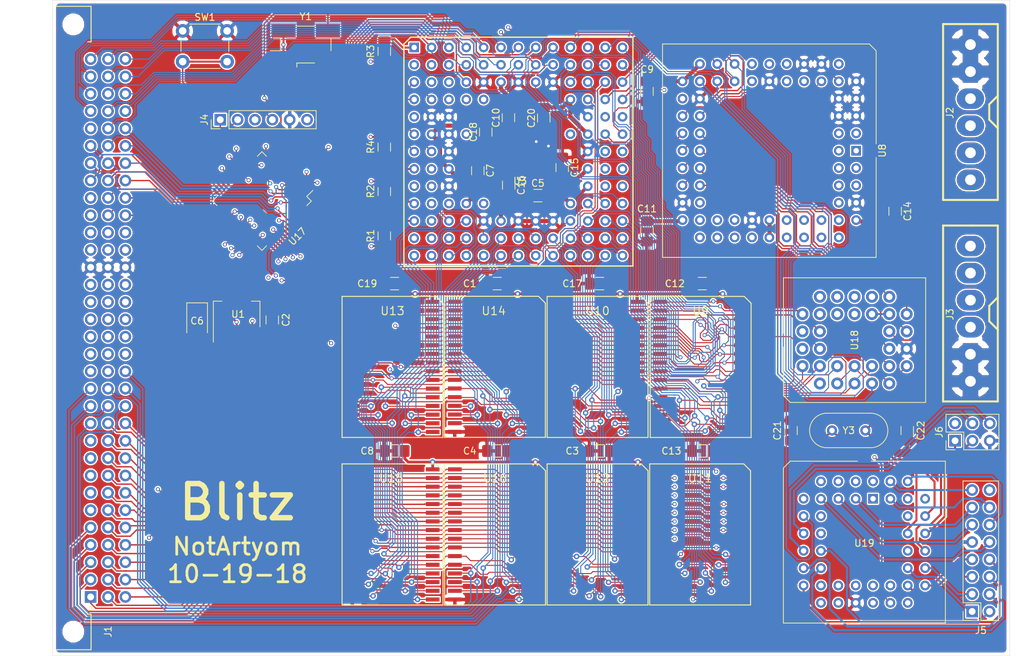
<source format=kicad_pcb>
(kicad_pcb (version 20171130) (host pcbnew 5.0.1-33cea8e~67~ubuntu18.04.1)
  (layers (0 F.Cu mixed) (1 In1.Cu mixed) (2 In2.Cu mixed) (31 B.Cu mixed) (34 B.Paste user) (35 F.Paste user) (36 B.SilkS user) (37 F.SilkS user) (38 B.Mask user) (39 F.Mask user) (44 Edge.Cuts user))
  (net 0 "")
  (net 1 GND)
  (net 2 +5V)
  (net 3 +3V3)
  (net 4 "Net-(C21-Pad1)")
  (net 5 "Net-(C22-Pad1)")
  (net 6 -5V)
  (net 7 -12V)
  (net 8 +12V)
  (net 9 "Net-(J3-Pad1)")
  (net 10 "Net-(J4-Pad1)")
  (net 11 "Net-(J4-Pad2)")
  (net 12 "Net-(J4-Pad3)")
  (net 13 "Net-(J4-Pad4)")
  (net 14 "Net-(J5-Pad1)")
  (net 15 "Net-(J5-Pad2)")
  (net 16 "Net-(J5-Pad3)")
  (net 17 "Net-(J5-Pad4)")
  (net 18 "Net-(J5-Pad5)")
  (net 19 "Net-(J5-Pad6)")
  (net 20 "Net-(J5-Pad7)")
  (net 21 "Net-(J5-Pad8)")
  (net 22 "Net-(J5-Pad10)")
  (net 23 "Net-(J5-Pad11)")
  (net 24 "Net-(J5-Pad12)")
  (net 25 "Net-(J5-Pad13)")
  (net 26 "Net-(J5-Pad14)")
  (net 27 "Net-(J5-Pad15)")
  (net 28 "Net-(J6-Pad1)")
  (net 29 "Net-(J6-Pad3)")
  (net 30 "Net-(J6-Pad4)")
  (net 31 "Net-(J6-Pad6)")
  (net 32 "Net-(R1-Pad2)")
  (net 33 "Net-(R2-Pad2)")
  (net 34 "Net-(R3-Pad2)")
  (net 35 "Net-(R4-Pad2)")
  (net 36 "Net-(SW1-Pad2)")
  (net 37 /A8)
  (net 38 /A9)
  (net 39 /A10)
  (net 40 /A11)
  (net 41 /A12)
  (net 42 /A13)
  (net 43 "Net-(U3-PadB1)")
  (net 44 FC1)
  (net 45 FC2)
  (net 46 CLK)
  (net 47 DSACK0)
  (net 48 STERM)
  (net 49 "Net-(U3-PadJ1)")
  (net 50 "Net-(U3-PadM1)")
  (net 51 /D31)
  (net 52 A0)
  (net 53 "Net-(U3-PadB2)")
  (net 54 "Net-(U3-PadC2)")
  (net 55 FC0)
  (net 56 DSACK1)
  (net 57 HALT)
  (net 58 AS)
  (net 59 DS)
  (net 60 SIZ0)
  (net 61 ECS)
  (net 62 /D28)
  (net 63 /A30)
  (net 64 /A31)
  (net 65 "Net-(U3-PadC3)")
  (net 66 "Net-(U3-PadD3)")
  (net 67 SIZ1)
  (net 68 RW_N)
  (net 69 /D29)
  (net 70 /D26)
  (net 71 /A28)
  (net 72 /A29)
  (net 73 A1)
  (net 74 /D30)
  (net 75 /D27)
  (net 76 /D25)
  (net 77 /A26)
  (net 78 /A27)
  (net 79 /D24)
  (net 80 /D23)
  (net 81 /A24)
  (net 82 /A25)
  (net 83 /D22)
  (net 84 /D21)
  (net 85 /A23)
  (net 86 /A22)
  (net 87 /D20)
  (net 88 /D19)
  (net 89 /A21)
  (net 90 /A20)
  (net 91 /A18)
  (net 92 /D17)
  (net 93 /D18)
  (net 94 /A19)
  (net 95 /A16)
  (net 96 /D14)
  (net 97 /D16)
  (net 98 /A17)
  (net 99 /A14)
  (net 100 /D10)
  (net 101 /D12)
  (net 102 /D15)
  (net 103 /A15)
  (net 104 /A6)
  (net 105 /D5)
  (net 106 /D7)
  (net 107 /D9)
  (net 108 /D13)
  (net 109 /A5)
  (net 110 /A3)
  (net 111 RESET)
  (net 112 IPL2)
  (net 113 CDIS)
  (net 114 "Net-(U3-PadJ12)")
  (net 115 /D1)
  (net 116 /D4)
  (net 117 /D6)
  (net 118 /D11)
  (net 119 /A7)
  (net 120 /A4)
  (net 121 /A2)
  (net 122 "Net-(U3-PadE13)")
  (net 123 MMUDIS)
  (net 124 IPL1)
  (net 125 IPL0)
  (net 126 "Net-(U3-PadJ13)")
  (net 127 /D0)
  (net 128 /D2)
  (net 129 /D3)
  (net 130 /D8)
  (net 131 "Net-(U8-Pad4)")
  (net 132 FPU)
  (net 133 RW0)
  (net 134 _RW0)
  (net 135 RAM0)
  (net 136 RAM1)
  (net 137 RW1)
  (net 138 _RW1)
  (net 139 RAM3)
  (net 140 RAM2)
  (net 141 DELAY)
  (net 142 IRQ_UART)
  (net 143 ROM)
  (net 144 UART)
  (net 145 "Net-(U18-Pad31)")
  (net 146 "Net-(J1-PadA23)")
  (net 147 "Net-(J1-PadB23)")
  (net 148 "Net-(J1-PadC23)")
  (net 149 "Net-(J1-PadA24)")
  (net 150 "Net-(J1-PadB24)")
  (net 151 "Net-(J1-PadC24)")
  (net 152 "Net-(J1-PadA25)")
  (net 153 "Net-(J1-PadB25)")
  (net 154 "Net-(J1-PadC25)")
  (net 155 "Net-(J1-PadC22)")
  (net 156 "Net-(J1-PadA28)")
  (net 157 "Net-(J1-PadA22)")
  (net 158 "Net-(J1-PadB22)")
  (net 159 "Net-(J1-PadA18)")
  (net 160 "Net-(J1-PadC18)")
  (net 161 "Net-(J1-PadB21)")
  (net 162 "Net-(J1-PadA17)")
  (net 163 "Net-(J1-PadA21)")
  (net 164 "Net-(J1-PadC21)")
  (net 165 "Net-(U17-Pad17)")
  (net 166 "Net-(U17-Pad24)")
  (net 167 "Net-(U17-Pad25)")
  (net 168 "Net-(U17-Pad27)")
  (net 169 "Net-(U17-Pad1)")
  (module BBlitz:SOIC-32 (layer F.Cu) (at 84.2 105.72 270)
    (fp_text reference U15 (at -8.22 0.2) (layer F.SilkS) (effects (font (size 1.2 1.2))))
    (fp_text value AS6C4008)
    (pad 16 smd rect (at 9.525 5.88 270) (size 0.6 2) (layers F.Cu F.Paste F.Mask) (net 1 GND))
    (pad 17 smd rect (at 9.525 -5.88 270) (size 0.6 2) (layers F.Cu F.Paste F.Mask) (net 75 /D27))
    (pad 15 smd rect (at 8.255 5.88 270) (size 0.6 2) (layers F.Cu F.Paste F.Mask) (net 70 /D26))
    (pad 18 smd rect (at 8.255 -5.88 270) (size 0.6 2) (layers F.Cu F.Paste F.Mask) (net 62 /D28))
    (pad 14 smd rect (at 6.985 5.88 270) (size 0.6 2) (layers F.Cu F.Paste F.Mask) (net 76 /D25))
    (pad 19 smd rect (at 6.985 -5.88 270) (size 0.6 2) (layers F.Cu F.Paste F.Mask) (net 69 /D29))
    (pad 13 smd rect (at 5.715 5.88 270) (size 0.6 2) (layers F.Cu F.Paste F.Mask) (net 79 /D24))
    (pad 20 smd rect (at 5.715 -5.88 270) (size 0.6 2) (layers F.Cu F.Paste F.Mask) (net 74 /D30))
    (pad 12 smd rect (at 4.445 5.88 270) (size 0.6 2) (layers F.Cu F.Paste F.Mask) (net 121 /A2))
    (pad 21 smd rect (at 4.445 -5.88 270) (size 0.6 2) (layers F.Cu F.Paste F.Mask) (net 51 /D31))
    (pad 11 smd rect (at 3.175 5.88 270) (size 0.6 2) (layers F.Cu F.Paste F.Mask) (net 110 /A3))
    (pad 22 smd rect (at 3.175 -5.88 270) (size 0.6 2) (layers F.Cu F.Paste F.Mask) (net 139 RAM3))
    (pad 10 smd rect (at 1.905 5.88 270) (size 0.6 2) (layers F.Cu F.Paste F.Mask) (net 120 /A4))
    (pad 23 smd rect (at 1.905 -5.88 270) (size 0.6 2) (layers F.Cu F.Paste F.Mask) (net 41 /A12))
    (pad 9 smd rect (at 0.635 5.88 270) (size 0.6 2) (layers F.Cu F.Paste F.Mask) (net 109 /A5))
    (pad 24 smd rect (at 0.635 -5.88 270) (size 0.6 2) (layers F.Cu F.Paste F.Mask) (net 138 _RW1))
    (pad 8 smd rect (at -0.635 5.88 270) (size 0.6 2) (layers F.Cu F.Paste F.Mask) (net 104 /A6))
    (pad 25 smd rect (at -0.635 -5.88 270) (size 0.6 2) (layers F.Cu F.Paste F.Mask) (net 42 /A13))
    (pad 7 smd rect (at -1.905 5.88 270) (size 0.6 2) (layers F.Cu F.Paste F.Mask) (net 119 /A7))
    (pad 26 smd rect (at -1.905 -5.88 270) (size 0.6 2) (layers F.Cu F.Paste F.Mask) (net 40 /A11))
    (pad 6 smd rect (at -3.175 5.88 270) (size 0.6 2) (layers F.Cu F.Paste F.Mask) (net 37 /A8))
    (pad 27 smd rect (at -3.175 -5.88 270) (size 0.6 2) (layers F.Cu F.Paste F.Mask) (net 39 /A10))
    (pad 5 smd rect (at -4.445 5.88 270) (size 0.6 2) (layers F.Cu F.Paste F.Mask) (net 38 /A9))
    (pad 28 smd rect (at -4.445 -5.88 270) (size 0.6 2) (layers F.Cu F.Paste F.Mask) (net 103 /A15))
    (pad 4 smd rect (at -5.715 5.88 270) (size 0.6 2) (layers F.Cu F.Paste F.Mask) (net 99 /A14))
    (pad 29 smd rect (at -5.715 -5.88 270) (size 0.6 2) (layers F.Cu F.Paste F.Mask) (net 137 RW1))
    (pad 3 smd rect (at -6.985 5.88 270) (size 0.6 2) (layers F.Cu F.Paste F.Mask) (net 95 /A16))
    (pad 30 smd rect (at -6.985 -5.88 270) (size 0.6 2) (layers F.Cu F.Paste F.Mask) (net 94 /A19))
    (pad 2 smd rect (at -8.255 5.88 270) (size 0.6 2) (layers F.Cu F.Paste F.Mask) (net 91 /A18))
    (pad 31 smd rect (at -8.255 -5.88 270) (size 0.6 2) (layers F.Cu F.Paste F.Mask) (net 98 /A17))
    (pad 1 smd rect (at -9.525 5.88 270) (size 0.6 2) (layers F.Cu F.Paste F.Mask) (net 90 /A20))
    (pad 32 smd rect (at -9.525 -5.88 270) (size 0.6 2) (layers F.Cu F.Paste F.Mask) (net 2 +5V))
  )
  (module BBlitz:SOIC-32 (layer F.Cu) (at 84.2 81.195 270)
    (fp_text reference U13 (at -8.195 0) (layer F.SilkS) (effects (font (size 1.2 1.2))))
    (fp_text value AS6C4008)
    (pad 16 smd rect (at 9.525 5.88 270) (size 0.6 2) (layers F.Cu F.Paste F.Mask) (net 1 GND))
    (pad 17 smd rect (at 9.525 -5.88 270) (size 0.6 2) (layers F.Cu F.Paste F.Mask) (net 75 /D27))
    (pad 15 smd rect (at 8.255 5.88 270) (size 0.6 2) (layers F.Cu F.Paste F.Mask) (net 70 /D26))
    (pad 18 smd rect (at 8.255 -5.88 270) (size 0.6 2) (layers F.Cu F.Paste F.Mask) (net 62 /D28))
    (pad 14 smd rect (at 6.985 5.88 270) (size 0.6 2) (layers F.Cu F.Paste F.Mask) (net 76 /D25))
    (pad 19 smd rect (at 6.985 -5.88 270) (size 0.6 2) (layers F.Cu F.Paste F.Mask) (net 69 /D29))
    (pad 13 smd rect (at 5.715 5.88 270) (size 0.6 2) (layers F.Cu F.Paste F.Mask) (net 79 /D24))
    (pad 20 smd rect (at 5.715 -5.88 270) (size 0.6 2) (layers F.Cu F.Paste F.Mask) (net 74 /D30))
    (pad 12 smd rect (at 4.445 5.88 270) (size 0.6 2) (layers F.Cu F.Paste F.Mask) (net 121 /A2))
    (pad 21 smd rect (at 4.445 -5.88 270) (size 0.6 2) (layers F.Cu F.Paste F.Mask) (net 51 /D31))
    (pad 11 smd rect (at 3.175 5.88 270) (size 0.6 2) (layers F.Cu F.Paste F.Mask) (net 110 /A3))
    (pad 22 smd rect (at 3.175 -5.88 270) (size 0.6 2) (layers F.Cu F.Paste F.Mask) (net 139 RAM3))
    (pad 10 smd rect (at 1.905 5.88 270) (size 0.6 2) (layers F.Cu F.Paste F.Mask) (net 120 /A4))
    (pad 23 smd rect (at 1.905 -5.88 270) (size 0.6 2) (layers F.Cu F.Paste F.Mask) (net 41 /A12))
    (pad 9 smd rect (at 0.635 5.88 270) (size 0.6 2) (layers F.Cu F.Paste F.Mask) (net 109 /A5))
    (pad 24 smd rect (at 0.635 -5.88 270) (size 0.6 2) (layers F.Cu F.Paste F.Mask) (net 134 _RW0))
    (pad 8 smd rect (at -0.635 5.88 270) (size 0.6 2) (layers F.Cu F.Paste F.Mask) (net 104 /A6))
    (pad 25 smd rect (at -0.635 -5.88 270) (size 0.6 2) (layers F.Cu F.Paste F.Mask) (net 42 /A13))
    (pad 7 smd rect (at -1.905 5.88 270) (size 0.6 2) (layers F.Cu F.Paste F.Mask) (net 119 /A7))
    (pad 26 smd rect (at -1.905 -5.88 270) (size 0.6 2) (layers F.Cu F.Paste F.Mask) (net 40 /A11))
    (pad 6 smd rect (at -3.175 5.88 270) (size 0.6 2) (layers F.Cu F.Paste F.Mask) (net 37 /A8))
    (pad 27 smd rect (at -3.175 -5.88 270) (size 0.6 2) (layers F.Cu F.Paste F.Mask) (net 39 /A10))
    (pad 5 smd rect (at -4.445 5.88 270) (size 0.6 2) (layers F.Cu F.Paste F.Mask) (net 38 /A9))
    (pad 28 smd rect (at -4.445 -5.88 270) (size 0.6 2) (layers F.Cu F.Paste F.Mask) (net 103 /A15))
    (pad 4 smd rect (at -5.715 5.88 270) (size 0.6 2) (layers F.Cu F.Paste F.Mask) (net 99 /A14))
    (pad 29 smd rect (at -5.715 -5.88 270) (size 0.6 2) (layers F.Cu F.Paste F.Mask) (net 133 RW0))
    (pad 3 smd rect (at -6.985 5.88 270) (size 0.6 2) (layers F.Cu F.Paste F.Mask) (net 95 /A16))
    (pad 30 smd rect (at -6.985 -5.88 270) (size 0.6 2) (layers F.Cu F.Paste F.Mask) (net 94 /A19))
    (pad 2 smd rect (at -8.255 5.88 270) (size 0.6 2) (layers F.Cu F.Paste F.Mask) (net 91 /A18))
    (pad 31 smd rect (at -8.255 -5.88 270) (size 0.6 2) (layers F.Cu F.Paste F.Mask) (net 98 /A17))
    (pad 1 smd rect (at -9.525 5.88 270) (size 0.6 2) (layers F.Cu F.Paste F.Mask) (net 90 /A20))
    (pad 32 smd rect (at -9.525 -5.88 270) (size 0.6 2) (layers F.Cu F.Paste F.Mask) (net 2 +5V))
  )
  (module BBlitz:SOIC-32 (layer F.Cu) (at 129.28 81.2 270)
    (fp_text reference U9 (at -8.2 0) (layer F.SilkS) (effects (font (size 1.2 1.2))))
    (fp_text value AS6C4008)
    (pad 32 smd rect (at -9.525 -5.88 270) (size 0.6 2) (layers F.Cu F.Paste F.Mask) (net 2 +5V))
    (pad 1 smd rect (at -9.525 5.88 270) (size 0.6 2) (layers F.Cu F.Paste F.Mask) (net 90 /A20))
    (pad 31 smd rect (at -8.255 -5.88 270) (size 0.6 2) (layers F.Cu F.Paste F.Mask) (net 98 /A17))
    (pad 2 smd rect (at -8.255 5.88 270) (size 0.6 2) (layers F.Cu F.Paste F.Mask) (net 91 /A18))
    (pad 30 smd rect (at -6.985 -5.88 270) (size 0.6 2) (layers F.Cu F.Paste F.Mask) (net 94 /A19))
    (pad 3 smd rect (at -6.985 5.88 270) (size 0.6 2) (layers F.Cu F.Paste F.Mask) (net 95 /A16))
    (pad 29 smd rect (at -5.715 -5.88 270) (size 0.6 2) (layers F.Cu F.Paste F.Mask) (net 133 RW0))
    (pad 4 smd rect (at -5.715 5.88 270) (size 0.6 2) (layers F.Cu F.Paste F.Mask) (net 99 /A14))
    (pad 28 smd rect (at -4.445 -5.88 270) (size 0.6 2) (layers F.Cu F.Paste F.Mask) (net 103 /A15))
    (pad 5 smd rect (at -4.445 5.88 270) (size 0.6 2) (layers F.Cu F.Paste F.Mask) (net 38 /A9))
    (pad 27 smd rect (at -3.175 -5.88 270) (size 0.6 2) (layers F.Cu F.Paste F.Mask) (net 39 /A10))
    (pad 6 smd rect (at -3.175 5.88 270) (size 0.6 2) (layers F.Cu F.Paste F.Mask) (net 37 /A8))
    (pad 26 smd rect (at -1.905 -5.88 270) (size 0.6 2) (layers F.Cu F.Paste F.Mask) (net 40 /A11))
    (pad 7 smd rect (at -1.905 5.88 270) (size 0.6 2) (layers F.Cu F.Paste F.Mask) (net 119 /A7))
    (pad 25 smd rect (at -0.635 -5.88 270) (size 0.6 2) (layers F.Cu F.Paste F.Mask) (net 42 /A13))
    (pad 8 smd rect (at -0.635 5.88 270) (size 0.6 2) (layers F.Cu F.Paste F.Mask) (net 104 /A6))
    (pad 24 smd rect (at 0.635 -5.88 270) (size 0.6 2) (layers F.Cu F.Paste F.Mask) (net 134 _RW0))
    (pad 9 smd rect (at 0.635 5.88 270) (size 0.6 2) (layers F.Cu F.Paste F.Mask) (net 109 /A5))
    (pad 23 smd rect (at 1.905 -5.88 270) (size 0.6 2) (layers F.Cu F.Paste F.Mask) (net 41 /A12))
    (pad 10 smd rect (at 1.905 5.88 270) (size 0.6 2) (layers F.Cu F.Paste F.Mask) (net 120 /A4))
    (pad 22 smd rect (at 3.175 -5.88 270) (size 0.6 2) (layers F.Cu F.Paste F.Mask) (net 135 RAM0))
    (pad 11 smd rect (at 3.175 5.88 270) (size 0.6 2) (layers F.Cu F.Paste F.Mask) (net 110 /A3))
    (pad 21 smd rect (at 4.445 -5.88 270) (size 0.6 2) (layers F.Cu F.Paste F.Mask) (net 106 /D7))
    (pad 12 smd rect (at 4.445 5.88 270) (size 0.6 2) (layers F.Cu F.Paste F.Mask) (net 121 /A2))
    (pad 20 smd rect (at 5.715 -5.88 270) (size 0.6 2) (layers F.Cu F.Paste F.Mask) (net 117 /D6))
    (pad 13 smd rect (at 5.715 5.88 270) (size 0.6 2) (layers F.Cu F.Paste F.Mask) (net 127 /D0))
    (pad 19 smd rect (at 6.985 -5.88 270) (size 0.6 2) (layers F.Cu F.Paste F.Mask) (net 105 /D5))
    (pad 14 smd rect (at 6.985 5.88 270) (size 0.6 2) (layers F.Cu F.Paste F.Mask) (net 115 /D1))
    (pad 18 smd rect (at 8.255 -5.88 270) (size 0.6 2) (layers F.Cu F.Paste F.Mask) (net 116 /D4))
    (pad 15 smd rect (at 8.255 5.88 270) (size 0.6 2) (layers F.Cu F.Paste F.Mask) (net 128 /D2))
    (pad 17 smd rect (at 9.525 -5.88 270) (size 0.6 2) (layers F.Cu F.Paste F.Mask) (net 129 /D3))
    (pad 16 smd rect (at 9.525 5.88 270) (size 0.6 2) (layers F.Cu F.Paste F.Mask) (net 1 GND))
  )
  (module Capacitor_SMD:C_1206_3216Metric_Pad1.42x1.75mm_HandSolder (layer F.Cu) (at 99.5125 69)
    (fp_text reference C1 (at -4.0125 0) (layer F.SilkS))
    (fp_text value 100nf)
    (pad 1 smd roundrect (at -1.4875 0) (size 1.425 1.75) (layers F.Cu F.Paste F.Mask) (roundrect_rratio 0.175439) (net 1 GND))
    (pad 2 smd roundrect (at 1.4875 0) (size 1.425 1.75) (layers F.Cu F.Paste F.Mask) (roundrect_rratio 0.175439) (net 2 +5V))
  )
  (module Capacitor_SMD:C_1206_3216Metric_Pad1.42x1.75mm_HandSolder (layer F.Cu) (at 66.61 74.3175 90)
    (fp_text reference C2 (at 0 2 90) (layer F.SilkS))
    (fp_text value 10uf)
    (pad 2 smd roundrect (at 1.4875 0 90) (size 1.425 1.75) (layers F.Cu F.Paste F.Mask) (roundrect_rratio 0.175439) (net 1 GND))
    (pad 1 smd roundrect (at -1.4875 0 90) (size 1.425 1.75) (layers F.Cu F.Paste F.Mask) (roundrect_rratio 0.175439) (net 2 +5V))
  )
  (module Capacitor_SMD:C_1206_3216Metric_Pad1.42x1.75mm_HandSolder (layer F.Cu) (at 114.5125 93.5)
    (fp_text reference C3 (at -4.0125 0) (layer F.SilkS))
    (fp_text value 100nf)
    (pad 2 smd roundrect (at 1.4875 0) (size 1.425 1.75) (layers F.Cu F.Paste F.Mask) (roundrect_rratio 0.175439) (net 2 +5V))
    (pad 1 smd roundrect (at -1.4875 0) (size 1.425 1.75) (layers F.Cu F.Paste F.Mask) (roundrect_rratio 0.175439) (net 1 GND))
  )
  (module Capacitor_SMD:C_1206_3216Metric_Pad1.42x1.75mm_HandSolder (layer F.Cu) (at 99.5125 93.5)
    (fp_text reference C4 (at -4.0125 0) (layer F.SilkS))
    (fp_text value 100nf)
    (pad 1 smd roundrect (at -1.4875 0) (size 1.425 1.75) (layers F.Cu F.Paste F.Mask) (roundrect_rratio 0.175439) (net 1 GND))
    (pad 2 smd roundrect (at 1.4875 0) (size 1.425 1.75) (layers F.Cu F.Paste F.Mask) (roundrect_rratio 0.175439) (net 2 +5V))
  )
  (module Capacitor_SMD:C_1206_3216Metric_Pad1.42x1.75mm_HandSolder (layer F.Cu) (at 105.4625 56.12)
    (fp_text reference C5 (at 0 -1.82) (layer F.SilkS))
    (fp_text value 100nf)
    (pad 2 smd roundrect (at 1.4875 0) (size 1.425 1.75) (layers F.Cu F.Paste F.Mask) (roundrect_rratio 0.175439) (net 2 +5V))
    (pad 1 smd roundrect (at -1.4875 0) (size 1.425 1.75) (layers F.Cu F.Paste F.Mask) (roundrect_rratio 0.175439) (net 1 GND))
  )
  (module Capacitor_Tantalum_SMD:CP_EIA-3528-12_Kemet-T_Pad1.50x2.35mm_HandSolder (layer F.Cu) (at 55.61 74.455 270)
    (fp_text reference C6 (at 0 0) (layer F.SilkS))
    (fp_text value 22uf)
    (pad 1 smd roundrect (at -1.625 0 270) (size 1.5 2.35) (layers F.Cu F.Paste F.Mask) (roundrect_rratio 0.166667) (net 3 +3V3))
    (pad 2 smd roundrect (at 1.625 0 270) (size 1.5 2.35) (layers F.Cu F.Paste F.Mask) (roundrect_rratio 0.166667) (net 1 GND))
  )
  (module Capacitor_SMD:C_1206_3216Metric_Pad1.42x1.75mm_HandSolder (layer F.Cu) (at 96.68 52.4625 270)
    (fp_text reference C7 (at 0 -1.82 270) (layer F.SilkS))
    (fp_text value 100nf)
    (pad 1 smd roundrect (at -1.4875 0 270) (size 1.425 1.75) (layers F.Cu F.Paste F.Mask) (roundrect_rratio 0.175439) (net 1 GND))
    (pad 2 smd roundrect (at 1.4875 0 270) (size 1.425 1.75) (layers F.Cu F.Paste F.Mask) (roundrect_rratio 0.175439) (net 2 +5V))
  )
  (module Capacitor_SMD:C_1206_3216Metric_Pad1.42x1.75mm_HandSolder (layer F.Cu) (at 84.5 93.5)
    (fp_text reference C8 (at -4 0) (layer F.SilkS))
    (fp_text value 100nf)
    (pad 1 smd roundrect (at -1.4875 0) (size 1.425 1.75) (layers F.Cu F.Paste F.Mask) (roundrect_rratio 0.175439) (net 1 GND))
    (pad 2 smd roundrect (at 1.4875 0) (size 1.425 1.75) (layers F.Cu F.Paste F.Mask) (roundrect_rratio 0.175439) (net 2 +5V))
  )
  (module Capacitor_SMD:C_1206_3216Metric_Pad1.42x1.75mm_HandSolder (layer F.Cu) (at 121.43 40.8525 90)
    (fp_text reference C9 (at 3.2225 0.02 180) (layer F.SilkS))
    (fp_text value 100nf)
    (pad 1 smd roundrect (at -1.4875 0 90) (size 1.425 1.75) (layers F.Cu F.Paste F.Mask) (roundrect_rratio 0.175439) (net 1 GND))
    (pad 2 smd roundrect (at 1.4875 0 90) (size 1.425 1.75) (layers F.Cu F.Paste F.Mask) (roundrect_rratio 0.175439) (net 2 +5V))
  )
  (module Capacitor_SMD:C_1206_3216Metric_Pad1.42x1.75mm_HandSolder (layer F.Cu) (at 101.16 44.7075 90)
    (fp_text reference C10 (at 0 -1.82 90) (layer F.SilkS))
    (fp_text value 100nf)
    (pad 2 smd roundrect (at 1.4875 0 90) (size 1.425 1.75) (layers F.Cu F.Paste F.Mask) (roundrect_rratio 0.175439) (net 2 +5V))
    (pad 1 smd roundrect (at -1.4875 0 90) (size 1.425 1.75) (layers F.Cu F.Paste F.Mask) (roundrect_rratio 0.175439) (net 1 GND))
  )
  (module Capacitor_SMD:C_1206_3216Metric_Pad1.42x1.75mm_HandSolder (layer F.Cu) (at 121.43 61.3475 90)
    (fp_text reference C11 (at 3.2975 0 180) (layer F.SilkS))
    (fp_text value 100nf)
    (pad 1 smd roundrect (at -1.4875 0 90) (size 1.425 1.75) (layers F.Cu F.Paste F.Mask) (roundrect_rratio 0.175439) (net 1 GND))
    (pad 2 smd roundrect (at 1.4875 0 90) (size 1.425 1.75) (layers F.Cu F.Paste F.Mask) (roundrect_rratio 0.175439) (net 2 +5V))
  )
  (module Capacitor_SMD:C_1206_3216Metric_Pad1.42x1.75mm_HandSolder (layer F.Cu) (at 129.5125 69)
    (fp_text reference C12 (at -4.0125 0) (layer F.SilkS))
    (fp_text value 100nf)
    (pad 2 smd roundrect (at 1.4875 0) (size 1.425 1.75) (layers F.Cu F.Paste F.Mask) (roundrect_rratio 0.175439) (net 2 +5V))
    (pad 1 smd roundrect (at -1.4875 0) (size 1.425 1.75) (layers F.Cu F.Paste F.Mask) (roundrect_rratio 0.175439) (net 1 GND))
  )
  (module Capacitor_SMD:C_1206_3216Metric_Pad1.42x1.75mm_HandSolder (layer F.Cu) (at 129.5125 93.5)
    (fp_text reference C13 (at -4.5125 0) (layer F.SilkS))
    (fp_text value 100nf)
    (pad 1 smd roundrect (at -1.4875 0) (size 1.425 1.75) (layers F.Cu F.Paste F.Mask) (roundrect_rratio 0.175439) (net 1 GND))
    (pad 2 smd roundrect (at 1.4875 0) (size 1.425 1.75) (layers F.Cu F.Paste F.Mask) (roundrect_rratio 0.175439) (net 2 +5V))
  )
  (module Capacitor_SMD:C_1206_3216Metric_Pad1.42x1.75mm_HandSolder (layer F.Cu) (at 157.73 58.4025 270)
    (fp_text reference C14 (at 0 -1.82 270) (layer F.SilkS))
    (fp_text value 100nf)
    (pad 2 smd roundrect (at 1.4875 0 270) (size 1.425 1.75) (layers F.Cu F.Paste F.Mask) (roundrect_rratio 0.175439) (net 2 +5V))
    (pad 1 smd roundrect (at -1.4875 0 270) (size 1.425 1.75) (layers F.Cu F.Paste F.Mask) (roundrect_rratio 0.175439) (net 1 GND))
  )
  (module Capacitor_SMD:C_1206_3216Metric_Pad1.42x1.75mm_HandSolder (layer F.Cu) (at 109.02 52.0125 270)
    (fp_text reference C15 (at 0 -1.82 270) (layer F.SilkS))
    (fp_text value 100nf)
    (pad 1 smd roundrect (at -1.4875 0 270) (size 1.425 1.75) (layers F.Cu F.Paste F.Mask) (roundrect_rratio 0.175439) (net 1 GND))
    (pad 2 smd roundrect (at 1.4875 0 270) (size 1.425 1.75) (layers F.Cu F.Paste F.Mask) (roundrect_rratio 0.175439) (net 2 +5V))
  )
  (module Capacitor_SMD:C_1206_3216Metric_Pad1.42x1.75mm_HandSolder (layer F.Cu) (at 101.2 54.5825 270)
    (fp_text reference C16 (at 0 -1.82 270) (layer F.SilkS))
    (fp_text value 100nf)
    (pad 2 smd roundrect (at 1.4875 0 270) (size 1.425 1.75) (layers F.Cu F.Paste F.Mask) (roundrect_rratio 0.175439) (net 2 +5V))
    (pad 1 smd roundrect (at -1.4875 0 270) (size 1.425 1.75) (layers F.Cu F.Paste F.Mask) (roundrect_rratio 0.175439) (net 1 GND))
  )
  (module Capacitor_SMD:C_1206_3216Metric_Pad1.42x1.75mm_HandSolder (layer F.Cu) (at 114.5125 69)
    (fp_text reference C17 (at -4.0125 0) (layer F.SilkS))
    (fp_text value 100nf)
    (pad 1 smd roundrect (at -1.4875 0) (size 1.425 1.75) (layers F.Cu F.Paste F.Mask) (roundrect_rratio 0.175439) (net 1 GND))
    (pad 2 smd roundrect (at 1.4875 0) (size 1.425 1.75) (layers F.Cu F.Paste F.Mask) (roundrect_rratio 0.175439) (net 2 +5V))
  )
  (module Capacitor_SMD:C_1206_3216Metric_Pad1.42x1.75mm_HandSolder (layer F.Cu) (at 97.84 46.8075 90)
    (fp_text reference C18 (at 0 -1.82 90) (layer F.SilkS))
    (fp_text value 100nf)
    (pad 1 smd roundrect (at -1.4875 0 90) (size 1.425 1.75) (layers F.Cu F.Paste F.Mask) (roundrect_rratio 0.175439) (net 1 GND))
    (pad 2 smd roundrect (at 1.4875 0 90) (size 1.425 1.75) (layers F.Cu F.Paste F.Mask) (roundrect_rratio 0.175439) (net 2 +5V))
  )
  (module Capacitor_SMD:C_1206_3216Metric_Pad1.42x1.75mm_HandSolder (layer F.Cu) (at 84.5 69)
    (fp_text reference C19 (at -4 0) (layer F.SilkS))
    (fp_text value 100nf)
    (pad 2 smd roundrect (at 1.4875 0) (size 1.425 1.75) (layers F.Cu F.Paste F.Mask) (roundrect_rratio 0.175439) (net 2 +5V))
    (pad 1 smd roundrect (at -1.4875 0) (size 1.425 1.75) (layers F.Cu F.Paste F.Mask) (roundrect_rratio 0.175439) (net 1 GND))
  )
  (module Capacitor_SMD:C_1206_3216Metric_Pad1.42x1.75mm_HandSolder (layer F.Cu) (at 106.33 44.7575 90)
    (fp_text reference C20 (at 0 -1.82 90) (layer F.SilkS))
    (fp_text value 100nf)
    (pad 1 smd roundrect (at -1.4875 0 90) (size 1.425 1.75) (layers F.Cu F.Paste F.Mask) (roundrect_rratio 0.175439) (net 1 GND))
    (pad 2 smd roundrect (at 1.4875 0 90) (size 1.425 1.75) (layers F.Cu F.Paste F.Mask) (roundrect_rratio 0.175439) (net 2 +5V))
  )
  (module Capacitor_SMD:C_1206_3216Metric_Pad1.42x1.75mm_HandSolder (layer F.Cu) (at 142.5 90.5125 90)
    (fp_text reference C21 (at 0.0125 -2 90) (layer F.SilkS))
    (fp_text value 18pf)
    (pad 2 smd roundrect (at 1.4875 0 90) (size 1.425 1.75) (layers F.Cu F.Paste F.Mask) (roundrect_rratio 0.175439) (net 1 GND))
    (pad 1 smd roundrect (at -1.4875 0 90) (size 1.425 1.75) (layers F.Cu F.Paste F.Mask) (roundrect_rratio 0.175439) (net 4 "Net-(C21-Pad1)"))
  )
  (module Capacitor_SMD:C_1206_3216Metric_Pad1.42x1.75mm_HandSolder (layer F.Cu) (at 159.5 90.5125 270)
    (fp_text reference C22 (at 0 -2 270) (layer F.SilkS))
    (fp_text value 18pf)
    (pad 2 smd roundrect (at 1.4875 0 270) (size 1.425 1.75) (layers F.Cu F.Paste F.Mask) (roundrect_rratio 0.175439) (net 1 GND))
    (pad 1 smd roundrect (at -1.4875 0 270) (size 1.425 1.75) (layers F.Cu F.Paste F.Mask) (roundrect_rratio 0.175439) (net 5 "Net-(C22-Pad1)"))
  )
  (module BBlitz:AT_PSU (layer F.Cu) (at 169 44 270)
    (fp_text reference J2 (at 0 3.25 270) (layer F.SilkS))
    (fp_text value AT0)
    (pad 1 thru_hole oval (at -10 0.25 270) (size 3 4) (drill 1.57) (layers *.Cu *.Mask) (net 1 GND) (thermal_gap 1))
    (pad 2 thru_hole oval (at -6.04 0.25 270) (size 3 4) (drill 1.57) (layers *.Cu *.Mask) (net 1 GND) (thermal_gap 1))
    (pad 3 thru_hole oval (at -2.08 0.25 270) (size 3 4) (drill 1.57) (layers *.Cu *.Mask) (net 6 -5V))
    (pad 4 thru_hole oval (at 1.88 0.25 270) (size 3 4) (drill 1.57) (layers *.Cu *.Mask) (net 2 +5V) (thermal_gap 1))
    (pad 5 thru_hole oval (at 5.84 0.25 270) (size 3 4) (drill 1.57) (layers *.Cu *.Mask) (net 2 +5V) (thermal_gap 1))
    (pad 6 thru_hole oval (at 9.8 0.25 270) (size 3 4) (drill 1.57) (layers *.Cu *.Mask) (net 2 +5V) (thermal_gap 1))
  )
  (module BBlitz:AT_PSU (layer F.Cu) (at 169 73.5 270)
    (fp_text reference J3 (at 0 3.25 270) (layer F.SilkS))
    (fp_text value AT1)
    (pad 6 thru_hole oval (at 9.8 0.25 270) (size 3 4) (drill 1.57) (layers *.Cu *.Mask) (net 1 GND) (thermal_gap 1))
    (pad 5 thru_hole oval (at 5.84 0.25 270) (size 3 4) (drill 1.57) (layers *.Cu *.Mask) (net 1 GND) (thermal_gap 1))
    (pad 4 thru_hole oval (at 1.88 0.25 270) (size 3 4) (drill 1.57) (layers *.Cu *.Mask) (net 7 -12V))
    (pad 3 thru_hole oval (at -2.08 0.25 270) (size 3 4) (drill 1.57) (layers *.Cu *.Mask) (net 8 +12V))
    (pad 2 thru_hole oval (at -6.04 0.25 270) (size 3 4) (drill 1.57) (layers *.Cu *.Mask) (net 2 +5V) (thermal_gap 1))
    (pad 1 thru_hole oval (at -10 0.25 270) (size 3 4) (drill 1.57) (layers *.Cu *.Mask) (net 9 "Net-(J3-Pad1)"))
  )
  (module Connector_PinHeader_2.54mm:PinHeader_1x06_P2.54mm_Vertical (layer F.Cu) (at 59 45 90)
    (fp_text reference J4 (at 0 -2.33 90) (layer F.SilkS))
    (fp_text value PRG0)
    (pad 1 thru_hole rect (at 0 0 90) (size 1.7 1.7) (drill 1) (layers *.Cu *.Mask) (net 10 "Net-(J4-Pad1)"))
    (pad 2 thru_hole oval (at 0 2.54 90) (size 1.7 1.7) (drill 1) (layers *.Cu *.Mask) (net 11 "Net-(J4-Pad2)"))
    (pad 3 thru_hole oval (at 0 5.08 90) (size 1.7 1.7) (drill 1) (layers *.Cu *.Mask) (net 12 "Net-(J4-Pad3)"))
    (pad 4 thru_hole oval (at 0 7.62 90) (size 1.7 1.7) (drill 1) (layers *.Cu *.Mask) (net 13 "Net-(J4-Pad4)"))
    (pad 5 thru_hole oval (at 0 10.16 90) (size 1.7 1.7) (drill 1) (layers *.Cu *.Mask) (net 1 GND))
    (pad 6 thru_hole oval (at 0 12.7 90) (size 1.7 1.7) (drill 1) (layers *.Cu *.Mask) (net 3 +3V3))
  )
  (module Connector_PinSocket_2.54mm:PinSocket_2x08_P2.54mm_Vertical (layer F.Cu) (at 169 117 180)
    (fp_text reference J5 (at -1.27 -2.77 180) (layer F.SilkS))
    (fp_text value GPIO)
    (pad 1 thru_hole rect (at 0 0 180) (size 1.7 1.7) (drill 1) (layers *.Cu *.Mask) (net 14 "Net-(J5-Pad1)"))
    (pad 2 thru_hole oval (at -2.54 0 180) (size 1.7 1.7) (drill 1) (layers *.Cu *.Mask) (net 15 "Net-(J5-Pad2)"))
    (pad 3 thru_hole oval (at 0 2.54 180) (size 1.7 1.7) (drill 1) (layers *.Cu *.Mask) (net 16 "Net-(J5-Pad3)"))
    (pad 4 thru_hole oval (at -2.54 2.54 180) (size 1.7 1.7) (drill 1) (layers *.Cu *.Mask) (net 17 "Net-(J5-Pad4)"))
    (pad 5 thru_hole oval (at 0 5.08 180) (size 1.7 1.7) (drill 1) (layers *.Cu *.Mask) (net 18 "Net-(J5-Pad5)"))
    (pad 6 thru_hole oval (at -2.54 5.08 180) (size 1.7 1.7) (drill 1) (layers *.Cu *.Mask) (net 19 "Net-(J5-Pad6)"))
    (pad 7 thru_hole oval (at 0 7.62 180) (size 1.7 1.7) (drill 1) (layers *.Cu *.Mask) (net 20 "Net-(J5-Pad7)"))
    (pad 8 thru_hole oval (at -2.54 7.62 180) (size 1.7 1.7) (drill 1) (layers *.Cu *.Mask) (net 21 "Net-(J5-Pad8)"))
    (pad 9 thru_hole oval (at 0 10.16 180) (size 1.7 1.7) (drill 1) (layers *.Cu *.Mask) (net 1 GND))
    (pad 10 thru_hole oval (at -2.54 10.16 180) (size 1.7 1.7) (drill 1) (layers *.Cu *.Mask) (net 22 "Net-(J5-Pad10)"))
    (pad 11 thru_hole oval (at 0 12.7 180) (size 1.7 1.7) (drill 1) (layers *.Cu *.Mask) (net 23 "Net-(J5-Pad11)"))
    (pad 12 thru_hole oval (at -2.54 12.7 180) (size 1.7 1.7) (drill 1) (layers *.Cu *.Mask) (net 24 "Net-(J5-Pad12)"))
    (pad 13 thru_hole oval (at 0 15.24 180) (size 1.7 1.7) (drill 1) (layers *.Cu *.Mask) (net 25 "Net-(J5-Pad13)"))
    (pad 14 thru_hole oval (at -2.54 15.24 180) (size 1.7 1.7) (drill 1) (layers *.Cu *.Mask) (net 26 "Net-(J5-Pad14)"))
    (pad 15 thru_hole oval (at 0 17.78 180) (size 1.7 1.7) (drill 1) (layers *.Cu *.Mask) (net 27 "Net-(J5-Pad15)"))
    (pad 16 thru_hole oval (at -2.54 17.78 180) (size 1.7 1.7) (drill 1) (layers *.Cu *.Mask) (net 2 +5V))
  )
  (module Connector_PinHeader_2.54mm:PinHeader_2x03_P2.54mm_Vertical (layer F.Cu) (at 166.5 92 90)
    (fp_text reference J6 (at 1.27 -2.33 90) (layer F.SilkS))
    (fp_text value SER)
    (pad 1 thru_hole rect (at 0 0 90) (size 1.7 1.7) (drill 1) (layers *.Cu *.Mask) (net 28 "Net-(J6-Pad1)"))
    (pad 2 thru_hole oval (at 2.54 0 90) (size 1.7 1.7) (drill 1) (layers *.Cu *.Mask) (net 2 +5V))
    (pad 3 thru_hole oval (at 0 2.54 90) (size 1.7 1.7) (drill 1) (layers *.Cu *.Mask) (net 29 "Net-(J6-Pad3)"))
    (pad 4 thru_hole oval (at 2.54 2.54 90) (size 1.7 1.7) (drill 1) (layers *.Cu *.Mask) (net 30 "Net-(J6-Pad4)"))
    (pad 5 thru_hole oval (at 0 5.08 90) (size 1.7 1.7) (drill 1) (layers *.Cu *.Mask) (net 1 GND))
    (pad 6 thru_hole oval (at 2.54 5.08 90) (size 1.7 1.7) (drill 1) (layers *.Cu *.Mask) (net 31 "Net-(J6-Pad6)"))
  )
  (module Resistor_SMD:R_1206_3216Metric_Pad1.42x1.75mm_HandSolder (layer F.Cu) (at 83 62.0125 90)
    (fp_text reference R1 (at 0 -2 90) (layer F.SilkS))
    (fp_text value 10k)
    (pad 2 smd roundrect (at 1.4875 0 90) (size 1.425 1.75) (layers F.Cu F.Paste F.Mask) (roundrect_rratio 0.175439) (net 32 "Net-(R1-Pad2)"))
    (pad 1 smd roundrect (at -1.4875 0 90) (size 1.425 1.75) (layers F.Cu F.Paste F.Mask) (roundrect_rratio 0.175439) (net 2 +5V))
  )
  (module Resistor_SMD:R_1206_3216Metric_Pad1.42x1.75mm_HandSolder (layer F.Cu) (at 83 55.5125 270)
    (fp_text reference R2 (at -0.0125 2 270) (layer F.SilkS))
    (fp_text value 10k)
    (pad 1 smd roundrect (at -1.4875 0 270) (size 1.425 1.75) (layers F.Cu F.Paste F.Mask) (roundrect_rratio 0.175439) (net 2 +5V))
    (pad 2 smd roundrect (at 1.4875 0 270) (size 1.425 1.75) (layers F.Cu F.Paste F.Mask) (roundrect_rratio 0.175439) (net 33 "Net-(R2-Pad2)"))
  )
  (module Resistor_SMD:R_1206_3216Metric_Pad1.42x1.75mm_HandSolder (layer F.Cu) (at 83 34.9875 90)
    (fp_text reference R3 (at 0 -2 90) (layer F.SilkS))
    (fp_text value 10k)
    (pad 2 smd roundrect (at 1.4875 0 90) (size 1.425 1.75) (layers F.Cu F.Paste F.Mask) (roundrect_rratio 0.175439) (net 34 "Net-(R3-Pad2)"))
    (pad 1 smd roundrect (at -1.4875 0 90) (size 1.425 1.75) (layers F.Cu F.Paste F.Mask) (roundrect_rratio 0.175439) (net 2 +5V))
  )
  (module Resistor_SMD:R_1206_3216Metric_Pad1.42x1.75mm_HandSolder (layer F.Cu) (at 83 49.0125 270)
    (fp_text reference R4 (at -0.0125 2 270) (layer F.SilkS))
    (fp_text value 10k)
    (pad 1 smd roundrect (at -1.4875 0 270) (size 1.425 1.75) (layers F.Cu F.Paste F.Mask) (roundrect_rratio 0.175439) (net 2 +5V))
    (pad 2 smd roundrect (at 1.4875 0 270) (size 1.425 1.75) (layers F.Cu F.Paste F.Mask) (roundrect_rratio 0.175439) (net 35 "Net-(R4-Pad2)"))
  )
  (module Button_Switch_THT:SW_PUSH_6mm (layer F.Cu) (at 53.5 32)
    (fp_text reference SW1 (at 3.25 -2) (layer F.SilkS))
    (fp_text value RESET)
    (pad 2 thru_hole circle (at 0 4.5 90) (size 2 2) (drill 1.1) (layers *.Cu *.Mask) (net 36 "Net-(SW1-Pad2)"))
    (pad 1 thru_hole circle (at 0 0 90) (size 2 2) (drill 1.1) (layers *.Cu *.Mask) (net 1 GND))
    (pad 2 thru_hole circle (at 6.5 4.5 90) (size 2 2) (drill 1.1) (layers *.Cu *.Mask) (net 36 "Net-(SW1-Pad2)"))
    (pad 1 thru_hole circle (at 6.5 0 90) (size 2 2) (drill 1.1) (layers *.Cu *.Mask) (net 1 GND))
  )
  (module Package_TO_SOT_SMD:SOT-223 (layer F.Cu) (at 61.395001 73.474999 90)
    (fp_text reference U1 (at 0 0.214999 180) (layer F.SilkS))
    (fp_text value AZ1117-3.3)
    (pad 4 smd rect (at 3.15 0 90) (size 2 3.8) (layers F.Cu F.Paste F.Mask))
    (pad 2 smd rect (at -3.15 0 90) (size 2 1.5) (layers F.Cu F.Paste F.Mask) (net 3 +3V3))
    (pad 3 smd rect (at -3.15 2.3 90) (size 2 1.5) (layers F.Cu F.Paste F.Mask) (net 2 +5V))
    (pad 1 smd rect (at -3.15 -2.3 90) (size 2 1.5) (layers F.Cu F.Paste F.Mask) (net 1 GND))
  )
  (module BBlitz:PGA120 (layer F.Cu) (at 102.87 50.17 180)
    (fp_text reference U3 (at 0 -3.81 180) (layer F.SilkS))
    (fp_text value M68030)
    (pad A1 thru_hole rect (at 15.5 15.75) (size 1.397 1.397) (drill 0.7874) (layers *.Cu *.Mask) (net 34 "Net-(R3-Pad2)"))
    (pad B1 thru_hole circle (at 15.5 13.21) (size 1.397 1.397) (drill 0.7874) (layers *.Cu *.Mask) (net 43 "Net-(U3-PadB1)"))
    (pad C1 thru_hole circle (at 15.5 10.67) (size 1.397 1.397) (drill 0.7874) (layers *.Cu *.Mask) (net 44 FC1))
    (pad D1 thru_hole circle (at 15.5 8.13) (size 1.397 1.397) (drill 0.7874) (layers *.Cu *.Mask) (net 45 FC2))
    (pad E1 thru_hole circle (at 15.5 5.59) (size 1.397 1.397) (drill 0.7874) (layers *.Cu *.Mask) (net 46 CLK))
    (pad F1 thru_hole circle (at 15.5 3.05) (size 1.397 1.397) (drill 0.7874) (layers *.Cu *.Mask) (net 47 DSACK0))
    (pad G1 thru_hole circle (at 15.5 0.51) (size 1.397 1.397) (drill 0.7874) (layers *.Cu *.Mask) (net 48 STERM))
    (pad H1 thru_hole circle (at 15.5 -2.03) (size 1.397 1.397) (drill 0.7874) (layers *.Cu *.Mask) (net 35 "Net-(R4-Pad2)"))
    (pad J1 thru_hole circle (at 15.5 -4.57) (size 1.397 1.397) (drill 0.7874) (layers *.Cu *.Mask) (net 49 "Net-(U3-PadJ1)"))
    (pad K1 thru_hole circle (at 15.5 -7.11) (size 1.397 1.397) (drill 0.7874) (layers *.Cu *.Mask) (net 33 "Net-(R2-Pad2)"))
    (pad L1 thru_hole circle (at 15.5 -9.65) (size 1.397 1.397) (drill 0.7874) (layers *.Cu *.Mask) (net 32 "Net-(R1-Pad2)"))
    (pad M1 thru_hole circle (at 15.5 -12.19) (size 1.397 1.397) (drill 0.7874) (layers *.Cu *.Mask) (net 50 "Net-(U3-PadM1)"))
    (pad N1 thru_hole circle (at 15.5 -14.73) (size 1.397 1.397) (drill 0.7874) (layers *.Cu *.Mask) (net 51 /D31))
    (pad A2 thru_hole circle (at 12.96 15.75) (size 1.397 1.397) (drill 0.7874) (layers *.Cu *.Mask) (net 52 A0))
    (pad B2 thru_hole circle (at 12.96 13.21) (size 1.397 1.397) (drill 0.7874) (layers *.Cu *.Mask) (net 53 "Net-(U3-PadB2)"))
    (pad C2 thru_hole circle (at 12.96 10.67) (size 1.397 1.397) (drill 0.7874) (layers *.Cu *.Mask) (net 54 "Net-(U3-PadC2)"))
    (pad D2 thru_hole circle (at 12.96 8.13) (size 1.397 1.397) (drill 0.7874) (layers *.Cu *.Mask) (net 55 FC0))
    (pad E2 thru_hole circle (at 12.96 5.59) (size 1.397 1.397) (drill 0.7874) (layers *.Cu *.Mask) (net 1 GND))
    (pad F2 thru_hole circle (at 12.96 3.05) (size 1.397 1.397) (drill 0.7874) (layers *.Cu *.Mask) (net 2 +5V))
    (pad G2 thru_hole circle (at 12.96 0.51) (size 1.397 1.397) (drill 0.7874) (layers *.Cu *.Mask) (net 56 DSACK1))
    (pad H2 thru_hole circle (at 12.96 -2.03) (size 1.397 1.397) (drill 0.7874) (layers *.Cu *.Mask) (net 57 HALT))
    (pad J2 thru_hole circle (at 12.96 -4.57) (size 1.397 1.397) (drill 0.7874) (layers *.Cu *.Mask) (net 58 AS))
    (pad K2 thru_hole circle (at 12.96 -7.11) (size 1.397 1.397) (drill 0.7874) (layers *.Cu *.Mask) (net 59 DS))
    (pad L2 thru_hole circle (at 12.96 -9.65) (size 1.397 1.397) (drill 0.7874) (layers *.Cu *.Mask) (net 60 SIZ0))
    (pad M2 thru_hole circle (at 12.96 -12.19) (size 1.397 1.397) (drill 0.7874) (layers *.Cu *.Mask) (net 61 ECS))
    (pad N2 thru_hole circle (at 12.96 -14.73) (size 1.397 1.397) (drill 0.7874) (layers *.Cu *.Mask) (net 62 /D28))
    (pad A3 thru_hole circle (at 10.42 15.75) (size 1.397 1.397) (drill 0.7874) (layers *.Cu *.Mask) (net 63 /A30))
    (pad B3 thru_hole circle (at 10.42 13.21) (size 1.397 1.397) (drill 0.7874) (layers *.Cu *.Mask) (net 64 /A31))
    (pad C3 thru_hole circle (at 10.42 10.67) (size 1.397 1.397) (drill 0.7874) (layers *.Cu *.Mask) (net 65 "Net-(U3-PadC3)"))
    (pad D3 thru_hole circle (at 10.42 8.13) (size 1.397 1.397) (drill 0.7874) (layers *.Cu *.Mask) (net 66 "Net-(U3-PadD3)"))
    (pad E3 thru_hole circle (at 10.42 5.59) (size 1.397 1.397) (drill 0.7874) (layers *.Cu *.Mask) (net 1 GND))
    (pad F3 thru_hole circle (at 10.42 3.05) (size 1.397 1.397) (drill 0.7874) (layers *.Cu *.Mask) (net 1 GND))
    (pad G3 thru_hole circle (at 10.42 0.51) (size 1.397 1.397) (drill 0.7874) (layers *.Cu *.Mask) (net 1 GND))
    (pad H3 thru_hole circle (at 10.42 -2.03) (size 1.397 1.397) (drill 0.7874) (layers *.Cu *.Mask) (net 2 +5V))
    (pad J3 thru_hole circle (at 10.42 -4.57) (size 1.397 1.397) (drill 0.7874) (layers *.Cu *.Mask) (net 1 GND))
    (pad K3 thru_hole circle (at 10.42 -7.11) (size 1.397 1.397) (drill 0.7874) (layers *.Cu *.Mask) (net 67 SIZ1))
    (pad L3 thru_hole circle (at 10.42 -9.65) (size 1.397 1.397) (drill 0.7874) (layers *.Cu *.Mask) (net 68 RW_N))
    (pad M3 thru_hole circle (at 10.42 -12.19) (size 1.397 1.397) (drill 0.7874) (layers *.Cu *.Mask) (net 69 /D29))
    (pad N3 thru_hole circle (at 10.42 -14.73) (size 1.397 1.397) (drill 0.7874) (layers *.Cu *.Mask) (net 70 /D26))
    (pad A4 thru_hole circle (at 7.88 15.75) (size 1.397 1.397) (drill 0.7874) (layers *.Cu *.Mask) (net 71 /A28))
    (pad B4 thru_hole circle (at 7.88 13.21) (size 1.397 1.397) (drill 0.7874) (layers *.Cu *.Mask) (net 72 /A29))
    (pad C4 thru_hole circle (at 7.88 10.67) (size 1.397 1.397) (drill 0.7874) (layers *.Cu *.Mask) (net 73 A1))
    (pad D4 thru_hole circle (at 7.88 8.13) (size 1.397 1.397) (drill 0.7874) (layers *.Cu *.Mask) (net 2 +5V))
    (pad F4 thru_hole circle (at 7.88 3.05) (size 1.397 1.397) (drill 0.7874) (layers *.Cu *.Mask))
    (pad K4 thru_hole circle (at 7.88 -7.11) (size 1.397 1.397) (drill 0.7874) (layers *.Cu *.Mask) (net 2 +5V))
    (pad L4 thru_hole circle (at 7.88 -9.65) (size 1.397 1.397) (drill 0.7874) (layers *.Cu *.Mask) (net 74 /D30))
    (pad M4 thru_hole circle (at 7.88 -12.19) (size 1.397 1.397) (drill 0.7874) (layers *.Cu *.Mask) (net 75 /D27))
    (pad N4 thru_hole circle (at 7.88 -14.73) (size 1.397 1.397) (drill 0.7874) (layers *.Cu *.Mask) (net 76 /D25))
    (pad A5 thru_hole circle (at 5.34 15.75) (size 1.397 1.397) (drill 0.7874) (layers *.Cu *.Mask) (net 77 /A26))
    (pad B5 thru_hole circle (at 5.34 13.21) (size 1.397 1.397) (drill 0.7874) (layers *.Cu *.Mask) (net 78 /A27))
    (pad C5 thru_hole circle (at 5.34 10.67) (size 1.397 1.397) (drill 0.7874) (layers *.Cu *.Mask) (net 1 GND))
    (pad D5 thru_hole circle (at 5.34 8.13) (size 1.397 1.397) (drill 0.7874) (layers *.Cu *.Mask))
    (pad K5 thru_hole circle (at 5.34 -7.11) (size 1.397 1.397) (drill 0.7874) (layers *.Cu *.Mask))
    (pad L5 thru_hole circle (at 5.34 -9.65) (size 1.397 1.397) (drill 0.7874) (layers *.Cu *.Mask) (net 1 GND))
    (pad M5 thru_hole circle (at 5.34 -12.19) (size 1.397 1.397) (drill 0.7874) (layers *.Cu *.Mask) (net 79 /D24))
    (pad N5 thru_hole circle (at 5.34 -14.73) (size 1.397 1.397) (drill 0.7874) (layers *.Cu *.Mask) (net 80 /D23))
    (pad A6 thru_hole circle (at 2.8 15.75) (size 1.397 1.397) (drill 0.7874) (layers *.Cu *.Mask) (net 81 /A24))
    (pad B6 thru_hole circle (at 2.8 13.21) (size 1.397 1.397) (drill 0.7874) (layers *.Cu *.Mask) (net 82 /A25))
    (pad C6 thru_hole circle (at 2.8 10.67) (size 1.397 1.397) (drill 0.7874) (layers *.Cu *.Mask) (net 2 +5V))
    (pad L6 thru_hole circle (at 2.8 -9.65) (size 1.397 1.397) (drill 0.7874) (layers *.Cu *.Mask) (net 2 +5V))
    (pad M6 thru_hole circle (at 2.8 -12.19) (size 1.397 1.397) (drill 0.7874) (layers *.Cu *.Mask) (net 83 /D22))
    (pad N6 thru_hole circle (at 2.8 -14.73) (size 1.397 1.397) (drill 0.7874) (layers *.Cu *.Mask) (net 84 /D21))
    (pad A7 thru_hole circle (at 0.26 15.75) (size 1.397 1.397) (drill 0.7874) (layers *.Cu *.Mask) (net 85 /A23))
    (pad B7 thru_hole circle (at 0.26 13.21) (size 1.397 1.397) (drill 0.7874) (layers *.Cu *.Mask) (net 86 /A22))
    (pad C7 thru_hole circle (at 0.26 10.67) (size 1.397 1.397) (drill 0.7874) (layers *.Cu *.Mask) (net 1 GND))
    (pad L7 thru_hole circle (at 0.26 -9.65) (size 1.397 1.397) (drill 0.7874) (layers *.Cu *.Mask) (net 1 GND))
    (pad M7 thru_hole circle (at 0.26 -12.19) (size 1.397 1.397) (drill 0.7874) (layers *.Cu *.Mask) (net 87 /D20))
    (pad N7 thru_hole circle (at 0.26 -14.73) (size 1.397 1.397) (drill 0.7874) (layers *.Cu *.Mask) (net 88 /D19))
    (pad A8 thru_hole circle (at -2.28 15.75) (size 1.397 1.397) (drill 0.7874) (layers *.Cu *.Mask) (net 89 /A21))
    (pad B8 thru_hole circle (at -2.28 13.21) (size 1.397 1.397) (drill 0.7874) (layers *.Cu *.Mask) (net 90 /A20))
    (pad C8 thru_hole circle (at -2.28 10.67) (size 1.397 1.397) (drill 0.7874) (layers *.Cu *.Mask) (net 91 /A18))
    (pad L8 thru_hole circle (at -2.28 -9.65) (size 1.397 1.397) (drill 0.7874) (layers *.Cu *.Mask) (net 1 GND))
    (pad M8 thru_hole circle (at -2.28 -12.19) (size 1.397 1.397) (drill 0.7874) (layers *.Cu *.Mask) (net 92 /D17))
    (pad N8 thru_hole circle (at -2.28 -14.73) (size 1.397 1.397) (drill 0.7874) (layers *.Cu *.Mask) (net 93 /D18))
    (pad A9 thru_hole circle (at -4.82 15.75) (size 1.397 1.397) (drill 0.7874) (layers *.Cu *.Mask) (net 94 /A19))
    (pad B9 thru_hole circle (at -4.82 13.21) (size 1.397 1.397) (drill 0.7874) (layers *.Cu *.Mask) (net 95 /A16))
    (pad C9 thru_hole circle (at -4.82 10.67) (size 1.397 1.397) (drill 0.7874) (layers *.Cu *.Mask) (net 1 GND))
    (pad L9 thru_hole circle (at -4.82 -9.65) (size 1.397 1.397) (drill 0.7874) (layers *.Cu *.Mask) (net 1 GND))
    (pad M9 thru_hole circle (at -4.82 -12.19) (size 1.397 1.397) (drill 0.7874) (layers *.Cu *.Mask) (net 96 /D14))
    (pad N9 thru_hole circle (at -4.82 -14.73) (size 1.397 1.397) (drill 0.7874) (layers *.Cu *.Mask) (net 97 /D16))
    (pad A10 thru_hole circle (at -7.36 15.75) (size 1.397 1.397) (drill 0.7874) (layers *.Cu *.Mask) (net 98 /A17))
    (pad B10 thru_hole circle (at -7.36 13.21) (size 1.397 1.397) (drill 0.7874) (layers *.Cu *.Mask) (net 99 /A14))
    (pad C10 thru_hole circle (at -7.36 10.67) (size 1.397 1.397) (drill 0.7874) (layers *.Cu *.Mask) (net 40 /A11))
    (pad D10 thru_hole circle (at -7.36 8.13) (size 1.397 1.397) (drill 0.7874) (layers *.Cu *.Mask) (net 2 +5V))
    (pad F10 thru_hole circle (at -7.36 3.05) (size 1.397 1.397) (drill 0.7874) (layers *.Cu *.Mask))
    (pad K10 thru_hole circle (at -7.36 -7.11) (size 1.397 1.397) (drill 0.7874) (layers *.Cu *.Mask) (net 2 +5V))
    (pad L10 thru_hole circle (at -7.36 -9.65) (size 1.397 1.397) (drill 0.7874) (layers *.Cu *.Mask) (net 100 /D10))
    (pad M10 thru_hole circle (at -7.36 -12.19) (size 1.397 1.397) (drill 0.7874) (layers *.Cu *.Mask) (net 101 /D12))
    (pad N10 thru_hole circle (at -7.36 -14.73) (size 1.397 1.397) (drill 0.7874) (layers *.Cu *.Mask) (net 102 /D15))
    (pad A11 thru_hole circle (at -9.9 15.75) (size 1.397 1.397) (drill 0.7874) (layers *.Cu *.Mask) (net 103 /A15))
    (pad B11 thru_hole circle (at -9.9 13.21) (size 1.397 1.397) (drill 0.7874) (layers *.Cu *.Mask) (net 41 /A12))
    (pad C11 thru_hole circle (at -9.9 10.67) (size 1.397 1.397) (drill 0.7874) (layers *.Cu *.Mask) (net 38 /A9))
    (pad D11 thru_hole circle (at -9.9 8.13) (size 1.397 1.397) (drill 0.7874) (layers *.Cu *.Mask) (net 104 /A6))
    (pad E11 thru_hole circle (at -9.9 5.59) (size 1.397 1.397) (drill 0.7874) (layers *.Cu *.Mask) (net 1 GND))
    (pad F11 thru_hole circle (at -9.9 3.05) (size 1.397 1.397) (drill 0.7874) (layers *.Cu *.Mask) (net 2 +5V))
    (pad G11 thru_hole circle (at -9.9 0.51) (size 1.397 1.397) (drill 0.7874) (layers *.Cu *.Mask) (net 1 GND))
    (pad H11 thru_hole circle (at -9.9 -2.03) (size 1.397 1.397) (drill 0.7874) (layers *.Cu *.Mask) (net 2 +5V))
    (pad J11 thru_hole circle (at -9.9 -4.57) (size 1.397 1.397) (drill 0.7874) (layers *.Cu *.Mask) (net 1 GND))
    (pad K11 thru_hole circle (at -9.9 -7.11) (size 1.397 1.397) (drill 0.7874) (layers *.Cu *.Mask) (net 105 /D5))
    (pad L11 thru_hole circle (at -9.9 -9.65) (size 1.397 1.397) (drill 0.7874) (layers *.Cu *.Mask) (net 106 /D7))
    (pad M11 thru_hole circle (at -9.9 -12.19) (size 1.397 1.397) (drill 0.7874) (layers *.Cu *.Mask) (net 107 /D9))
    (pad N11 thru_hole circle (at -9.9 -14.73) (size 1.397 1.397) (drill 0.7874) (layers *.Cu *.Mask) (net 108 /D13))
    (pad A12 thru_hole circle (at -12.44 15.75) (size 1.397 1.397) (drill 0.7874) (layers *.Cu *.Mask) (net 42 /A13))
    (pad B12 thru_hole circle (at -12.44 13.21) (size 1.397 1.397) (drill 0.7874) (layers *.Cu *.Mask) (net 37 /A8))
    (pad C12 thru_hole circle (at -12.44 10.67) (size 1.397 1.397) (drill 0.7874) (layers *.Cu *.Mask) (net 109 /A5))
    (pad D12 thru_hole circle (at -12.44 8.13) (size 1.397 1.397) (drill 0.7874) (layers *.Cu *.Mask) (net 110 /A3))
    (pad E12 thru_hole circle (at -12.44 5.59) (size 1.397 1.397) (drill 0.7874) (layers *.Cu *.Mask))
    (pad F12 thru_hole circle (at -12.44 3.05) (size 1.397 1.397) (drill 0.7874) (layers *.Cu *.Mask) (net 111 RESET))
    (pad G12 thru_hole circle (at -12.44 0.51) (size 1.397 1.397) (drill 0.7874) (layers *.Cu *.Mask) (net 112 IPL2))
    (pad H12 thru_hole circle (at -12.44 -2.03) (size 1.397 1.397) (drill 0.7874) (layers *.Cu *.Mask) (net 113 CDIS))
    (pad J12 thru_hole circle (at -12.44 -4.57) (size 1.397 1.397) (drill 0.7874) (layers *.Cu *.Mask) (net 114 "Net-(U3-PadJ12)"))
    (pad K12 thru_hole circle (at -12.44 -7.11) (size 1.397 1.397) (drill 0.7874) (layers *.Cu *.Mask) (net 115 /D1))
    (pad L12 thru_hole circle (at -12.44 -9.65) (size 1.397 1.397) (drill 0.7874) (layers *.Cu *.Mask) (net 116 /D4))
    (pad M12 thru_hole circle (at -12.44 -12.19) (size 1.397 1.397) (drill 0.7874) (layers *.Cu *.Mask) (net 117 /D6))
    (pad N12 thru_hole circle (at -12.44 -14.73) (size 1.397 1.397) (drill 0.7874) (layers *.Cu *.Mask) (net 118 /D11))
    (pad A13 thru_hole circle (at -14.98 15.75) (size 1.397 1.397) (drill 0.7874) (layers *.Cu *.Mask) (net 39 /A10))
    (pad B13 thru_hole circle (at -14.98 13.21) (size 1.397 1.397) (drill 0.7874) (layers *.Cu *.Mask) (net 119 /A7))
    (pad C13 thru_hole circle (at -14.98 10.67) (size 1.397 1.397) (drill 0.7874) (layers *.Cu *.Mask) (net 120 /A4))
    (pad D13 thru_hole circle (at -14.98 8.13) (size 1.397 1.397) (drill 0.7874) (layers *.Cu *.Mask) (net 121 /A2))
    (pad E13 thru_hole circle (at -14.98 5.59) (size 1.397 1.397) (drill 0.7874) (layers *.Cu *.Mask) (net 122 "Net-(U3-PadE13)"))
    (pad F13 thru_hole circle (at -14.98 3.05) (size 1.397 1.397) (drill 0.7874) (layers *.Cu *.Mask) (net 123 MMUDIS))
    (pad G13 thru_hole circle (at -14.98 0.51) (size 1.397 1.397) (drill 0.7874) (layers *.Cu *.Mask) (net 124 IPL1))
    (pad H13 thru_hole circle (at -14.98 -2.03) (size 1.397 1.397) (drill 0.7874) (layers *.Cu *.Mask) (net 125 IPL0))
    (pad J13 thru_hole circle (at -14.98 -4.57) (size 1.397 1.397) (drill 0.7874) (layers *.Cu *.Mask) (net 126 "Net-(U3-PadJ13)"))
    (pad K13 thru_hole circle (at -14.98 -7.11) (size 1.397 1.397) (drill 0.7874) (layers *.Cu *.Mask) (net 127 /D0))
    (pad L13 thru_hole circle (at -14.98 -9.65) (size 1.397 1.397) (drill 0.7874) (layers *.Cu *.Mask) (net 128 /D2))
    (pad M13 thru_hole circle (at -14.98 -12.19) (size 1.397 1.397) (drill 0.7874) (layers *.Cu *.Mask) (net 129 /D3))
    (pad N13 thru_hole circle (at -14.98 -14.73) (size 1.397 1.397) (drill 0.7874) (layers *.Cu *.Mask) (net 130 /D8))
  )
  (module Package_LCC:PLCC-68_THT-Socket (layer F.Cu) (at 152.03 49.54 270)
    (fp_text reference U8 (at 0 -3.825 270) (layer F.SilkS))
    (fp_text value M68882_PLCC)
    (pad 2 thru_hole circle (at 0 2.54 270) (size 1.4224 1.4224) (drill 0.8) (layers *.Cu *.Mask) (net 115 /D1))
    (pad 4 thru_hole circle (at -2.54 2.54 270) (size 1.4224 1.4224) (drill 0.8) (layers *.Cu *.Mask) (net 131 "Net-(U8-Pad4)"))
    (pad 6 thru_hole circle (at -5.08 2.54 270) (size 1.4224 1.4224) (drill 0.8) (layers *.Cu *.Mask) (net 1 GND))
    (pad 8 thru_hole circle (at -7.62 2.54 270) (size 1.4224 1.4224) (drill 0.8) (layers *.Cu *.Mask) (net 1 GND))
    (pad 68 thru_hole circle (at 2.54 2.54 270) (size 1.4224 1.4224) (drill 0.8) (layers *.Cu *.Mask) (net 129 /D3))
    (pad 66 thru_hole circle (at 5.08 2.54 270) (size 1.4224 1.4224) (drill 0.8) (layers *.Cu *.Mask) (net 105 /D5))
    (pad 64 thru_hole circle (at 7.62 2.54 270) (size 1.4224 1.4224) (drill 0.8) (layers *.Cu *.Mask) (net 106 /D7))
    (pad 62 thru_hole circle (at 10.16 2.54 270) (size 1.4224 1.4224) (drill 0.8) (layers *.Cu *.Mask) (net 130 /D8))
    (pad 1 thru_hole rect (at 0 0 270) (size 1.4224 1.4224) (drill 0.8) (layers *.Cu *.Mask) (net 128 /D2))
    (pad 3 thru_hole circle (at -2.54 0 270) (size 1.4224 1.4224) (drill 0.8) (layers *.Cu *.Mask) (net 127 /D0))
    (pad 5 thru_hole circle (at -5.08 0 270) (size 1.4224 1.4224) (drill 0.8) (layers *.Cu *.Mask) (net 1 GND))
    (pad 7 thru_hole circle (at -7.62 0 270) (size 1.4224 1.4224) (drill 0.8) (layers *.Cu *.Mask) (net 1 GND))
    (pad 9 thru_hole circle (at -10.16 0 270) (size 1.4224 1.4224) (drill 0.8) (layers *.Cu *.Mask) (net 1 GND))
    (pad 67 thru_hole circle (at 2.54 0 270) (size 1.4224 1.4224) (drill 0.8) (layers *.Cu *.Mask) (net 116 /D4))
    (pad 65 thru_hole circle (at 5.08 0 270) (size 1.4224 1.4224) (drill 0.8) (layers *.Cu *.Mask) (net 117 /D6))
    (pad 63 thru_hole circle (at 7.62 0 270) (size 1.4224 1.4224) (drill 0.8) (layers *.Cu *.Mask) (net 1 GND))
    (pad 11 thru_hole circle (at -10.16 2.54 270) (size 1.4224 1.4224) (drill 0.8) (layers *.Cu *.Mask) (net 46 CLK))
    (pad 13 thru_hole circle (at -10.16 5.08 270) (size 1.4224 1.4224) (drill 0.8) (layers *.Cu *.Mask) (net 111 RESET))
    (pad 15 thru_hole circle (at -10.16 7.62 270) (size 1.4224 1.4224) (drill 0.8) (layers *.Cu *.Mask))
    (pad 17 thru_hole circle (at -10.16 10.16 270) (size 1.4224 1.4224) (drill 0.8) (layers *.Cu *.Mask) (net 2 +5V))
    (pad 19 thru_hole circle (at -10.16 12.7 270) (size 1.4224 1.4224) (drill 0.8) (layers *.Cu *.Mask) (net 1 GND))
    (pad 21 thru_hole circle (at -10.16 15.24 270) (size 1.4224 1.4224) (drill 0.8) (layers *.Cu *.Mask) (net 58 AS))
    (pad 23 thru_hole circle (at -10.16 17.78 270) (size 1.4224 1.4224) (drill 0.8) (layers *.Cu *.Mask) (net 110 /A3))
    (pad 25 thru_hole circle (at -10.16 20.32 270) (size 1.4224 1.4224) (drill 0.8) (layers *.Cu *.Mask) (net 73 A1))
    (pad 10 thru_hole circle (at -12.7 2.54 270) (size 1.4224 1.4224) (drill 0.8) (layers *.Cu *.Mask) (net 2 +5V))
    (pad 12 thru_hole circle (at -12.7 5.08 270) (size 1.4224 1.4224) (drill 0.8) (layers *.Cu *.Mask) (net 1 GND))
    (pad 14 thru_hole circle (at -12.7 7.62 270) (size 1.4224 1.4224) (drill 0.8) (layers *.Cu *.Mask) (net 1 GND))
    (pad 16 thru_hole circle (at -12.7 10.16 270) (size 1.4224 1.4224) (drill 0.8) (layers *.Cu *.Mask) (net 2 +5V))
    (pad 18 thru_hole circle (at -12.7 12.7 270) (size 1.4224 1.4224) (drill 0.8) (layers *.Cu *.Mask) (net 2 +5V))
    (pad 20 thru_hole circle (at -12.7 15.24 270) (size 1.4224 1.4224) (drill 0.8) (layers *.Cu *.Mask) (net 59 DS))
    (pad 22 thru_hole circle (at -12.7 17.78 270) (size 1.4224 1.4224) (drill 0.8) (layers *.Cu *.Mask) (net 120 /A4))
    (pad 24 thru_hole circle (at -12.7 20.32 270) (size 1.4224 1.4224) (drill 0.8) (layers *.Cu *.Mask) (net 121 /A2))
    (pad 26 thru_hole circle (at -12.7 22.86 270) (size 1.4224 1.4224) (drill 0.8) (layers *.Cu *.Mask) (net 2 +5V))
    (pad 28 thru_hole circle (at -10.16 22.86 270) (size 1.4224 1.4224) (drill 0.8) (layers *.Cu *.Mask) (net 68 RW_N))
    (pad 30 thru_hole circle (at -7.62 22.86 270) (size 1.4224 1.4224) (drill 0.8) (layers *.Cu *.Mask) (net 1 GND))
    (pad 32 thru_hole circle (at -5.08 22.86 270) (size 1.4224 1.4224) (drill 0.8) (layers *.Cu *.Mask) (net 56 DSACK1))
    (pad 34 thru_hole circle (at -2.54 22.86 270) (size 1.4224 1.4224) (drill 0.8) (layers *.Cu *.Mask) (net 74 /D30))
    (pad 36 thru_hole circle (at 0 22.86 270) (size 1.4224 1.4224) (drill 0.8) (layers *.Cu *.Mask) (net 62 /D28))
    (pad 38 thru_hole circle (at 2.54 22.86 270) (size 1.4224 1.4224) (drill 0.8) (layers *.Cu *.Mask) (net 70 /D26))
    (pad 40 thru_hole circle (at 5.08 22.86 270) (size 1.4224 1.4224) (drill 0.8) (layers *.Cu *.Mask) (net 79 /D24))
    (pad 42 thru_hole circle (at 7.62 22.86 270) (size 1.4224 1.4224) (drill 0.8) (layers *.Cu *.Mask) (net 80 /D23))
    (pad 44 thru_hole circle (at 12.7 22.86 270) (size 1.4224 1.4224) (drill 0.8) (layers *.Cu *.Mask) (net 83 /D22))
    (pad 27 thru_hole circle (at -10.16 25.4 270) (size 1.4224 1.4224) (drill 0.8) (layers *.Cu *.Mask) (net 2 +5V))
    (pad 29 thru_hole circle (at -7.62 25.4 270) (size 1.4224 1.4224) (drill 0.8) (layers *.Cu *.Mask) (net 132 FPU))
    (pad 31 thru_hole circle (at -5.08 25.4 270) (size 1.4224 1.4224) (drill 0.8) (layers *.Cu *.Mask) (net 47 DSACK0))
    (pad 33 thru_hole circle (at -2.54 25.4 270) (size 1.4224 1.4224) (drill 0.8) (layers *.Cu *.Mask) (net 51 /D31))
    (pad 35 thru_hole circle (at 0 25.4 270) (size 1.4224 1.4224) (drill 0.8) (layers *.Cu *.Mask) (net 69 /D29))
    (pad 37 thru_hole circle (at 2.54 25.4 270) (size 1.4224 1.4224) (drill 0.8) (layers *.Cu *.Mask) (net 75 /D27))
    (pad 39 thru_hole circle (at 5.08 25.4 270) (size 1.4224 1.4224) (drill 0.8) (layers *.Cu *.Mask) (net 76 /D25))
    (pad 41 thru_hole circle (at 7.62 25.4 270) (size 1.4224 1.4224) (drill 0.8) (layers *.Cu *.Mask) (net 1 GND))
    (pad 43 thru_hole circle (at 10.16 25.4 270) (size 1.4224 1.4224) (drill 0.8) (layers *.Cu *.Mask) (net 2 +5V))
    (pad 45 thru_hole circle (at 10.16 22.86 270) (size 1.4224 1.4224) (drill 0.8) (layers *.Cu *.Mask) (net 84 /D21))
    (pad 47 thru_hole circle (at 10.16 20.32 270) (size 1.4224 1.4224) (drill 0.8) (layers *.Cu *.Mask) (net 88 /D19))
    (pad 49 thru_hole circle (at 10.16 17.78 270) (size 1.4224 1.4224) (drill 0.8) (layers *.Cu *.Mask) (net 92 /D17))
    (pad 51 thru_hole circle (at 10.16 15.24 270) (size 1.4224 1.4224) (drill 0.8) (layers *.Cu *.Mask) (net 1 GND))
    (pad 53 thru_hole circle (at 10.16 12.7 270) (size 1.4224 1.4224) (drill 0.8) (layers *.Cu *.Mask) (net 2 +5V))
    (pad 55 thru_hole circle (at 10.16 10.16 270) (size 1.4224 1.4224) (drill 0.8) (layers *.Cu *.Mask) (net 96 /D14))
    (pad 57 thru_hole circle (at 10.16 7.62 270) (size 1.4224 1.4224) (drill 0.8) (layers *.Cu *.Mask) (net 101 /D12))
    (pad 59 thru_hole circle (at 10.16 5.08 270) (size 1.4224 1.4224) (drill 0.8) (layers *.Cu *.Mask) (net 100 /D10))
    (pad 61 thru_hole circle (at 10.16 0 270) (size 1.4224 1.4224) (drill 0.8) (layers *.Cu *.Mask) (net 2 +5V))
    (pad 46 thru_hole circle (at 12.7 20.32 270) (size 1.4224 1.4224) (drill 0.8) (layers *.Cu *.Mask) (net 87 /D20))
    (pad 48 thru_hole circle (at 12.7 17.78 270) (size 1.4224 1.4224) (drill 0.8) (layers *.Cu *.Mask) (net 93 /D18))
    (pad 50 thru_hole circle (at 12.7 15.24 270) (size 1.4224 1.4224) (drill 0.8) (layers *.Cu *.Mask) (net 97 /D16))
    (pad 52 thru_hole circle (at 12.7 12.7 270) (size 1.4224 1.4224) (drill 0.8) (layers *.Cu *.Mask) (net 2 +5V))
    (pad 54 thru_hole circle (at 12.7 10.16 270) (size 1.4224 1.4224) (drill 0.8) (layers *.Cu *.Mask) (net 102 /D15))
    (pad 56 thru_hole circle (at 12.7 7.62 270) (size 1.4224 1.4224) (drill 0.8) (layers *.Cu *.Mask) (net 108 /D13))
    (pad 58 thru_hole circle (at 12.7 5.08 270) (size 1.4224 1.4224) (drill 0.8) (layers *.Cu *.Mask) (net 118 /D11))
    (pad 60 thru_hole circle (at 12.7 2.54 270) (size 1.4224 1.4224) (drill 0.8) (layers *.Cu *.Mask) (net 107 /D9))
  )
  (module BBlitz:SOIC-32 (layer F.Cu) (at 114.2 81.2 270)
    (fp_text reference U10 (at -8.2 0) (layer F.SilkS) (effects (font (size 1.2 1.2))))
    (fp_text value AS6C4008)
    (pad 16 smd rect (at 9.525 5.88 270) (size 0.6 2) (layers F.Cu F.Paste F.Mask) (net 1 GND))
    (pad 17 smd rect (at 9.525 -5.88 270) (size 0.6 2) (layers F.Cu F.Paste F.Mask) (net 118 /D11))
    (pad 15 smd rect (at 8.255 5.88 270) (size 0.6 2) (layers F.Cu F.Paste F.Mask) (net 100 /D10))
    (pad 18 smd rect (at 8.255 -5.88 270) (size 0.6 2) (layers F.Cu F.Paste F.Mask) (net 101 /D12))
    (pad 14 smd rect (at 6.985 5.88 270) (size 0.6 2) (layers F.Cu F.Paste F.Mask) (net 107 /D9))
    (pad 19 smd rect (at 6.985 -5.88 270) (size 0.6 2) (layers F.Cu F.Paste F.Mask) (net 108 /D13))
    (pad 13 smd rect (at 5.715 5.88 270) (size 0.6 2) (layers F.Cu F.Paste F.Mask) (net 130 /D8))
    (pad 20 smd rect (at 5.715 -5.88 270) (size 0.6 2) (layers F.Cu F.Paste F.Mask) (net 96 /D14))
    (pad 12 smd rect (at 4.445 5.88 270) (size 0.6 2) (layers F.Cu F.Paste F.Mask) (net 121 /A2))
    (pad 21 smd rect (at 4.445 -5.88 270) (size 0.6 2) (layers F.Cu F.Paste F.Mask) (net 102 /D15))
    (pad 11 smd rect (at 3.175 5.88 270) (size 0.6 2) (layers F.Cu F.Paste F.Mask) (net 110 /A3))
    (pad 22 smd rect (at 3.175 -5.88 270) (size 0.6 2) (layers F.Cu F.Paste F.Mask) (net 136 RAM1))
    (pad 10 smd rect (at 1.905 5.88 270) (size 0.6 2) (layers F.Cu F.Paste F.Mask) (net 120 /A4))
    (pad 23 smd rect (at 1.905 -5.88 270) (size 0.6 2) (layers F.Cu F.Paste F.Mask) (net 41 /A12))
    (pad 9 smd rect (at 0.635 5.88 270) (size 0.6 2) (layers F.Cu F.Paste F.Mask) (net 109 /A5))
    (pad 24 smd rect (at 0.635 -5.88 270) (size 0.6 2) (layers F.Cu F.Paste F.Mask) (net 134 _RW0))
    (pad 8 smd rect (at -0.635 5.88 270) (size 0.6 2) (layers F.Cu F.Paste F.Mask) (net 104 /A6))
    (pad 25 smd rect (at -0.635 -5.88 270) (size 0.6 2) (layers F.Cu F.Paste F.Mask) (net 42 /A13))
    (pad 7 smd rect (at -1.905 5.88 270) (size 0.6 2) (layers F.Cu F.Paste F.Mask) (net 119 /A7))
    (pad 26 smd rect (at -1.905 -5.88 270) (size 0.6 2) (layers F.Cu F.Paste F.Mask) (net 40 /A11))
    (pad 6 smd rect (at -3.175 5.88 270) (size 0.6 2) (layers F.Cu F.Paste F.Mask) (net 37 /A8))
    (pad 27 smd rect (at -3.175 -5.88 270) (size 0.6 2) (layers F.Cu F.Paste F.Mask) (net 39 /A10))
    (pad 5 smd rect (at -4.445 5.88 270) (size 0.6 2) (layers F.Cu F.Paste F.Mask) (net 38 /A9))
    (pad 28 smd rect (at -4.445 -5.88 270) (size 0.6 2) (layers F.Cu F.Paste F.Mask) (net 103 /A15))
    (pad 4 smd rect (at -5.715 5.88 270) (size 0.6 2) (layers F.Cu F.Paste F.Mask) (net 99 /A14))
    (pad 29 smd rect (at -5.715 -5.88 270) (size 0.6 2) (layers F.Cu F.Paste F.Mask) (net 133 RW0))
    (pad 3 smd rect (at -6.985 5.88 270) (size 0.6 2) (layers F.Cu F.Paste F.Mask) (net 95 /A16))
    (pad 30 smd rect (at -6.985 -5.88 270) (size 0.6 2) (layers F.Cu F.Paste F.Mask) (net 94 /A19))
    (pad 2 smd rect (at -8.255 5.88 270) (size 0.6 2) (layers F.Cu F.Paste F.Mask) (net 91 /A18))
    (pad 31 smd rect (at -8.255 -5.88 270) (size 0.6 2) (layers F.Cu F.Paste F.Mask) (net 98 /A17))
    (pad 1 smd rect (at -9.525 5.88 270) (size 0.6 2) (layers F.Cu F.Paste F.Mask) (net 90 /A20))
    (pad 32 smd rect (at -9.525 -5.88 270) (size 0.6 2) (layers F.Cu F.Paste F.Mask) (net 2 +5V))
  )
  (module BBlitz:SOIC-32 (layer F.Cu) (at 129.2 105.72 270)
    (fp_text reference U11 (at -8.22 0) (layer F.SilkS) (effects (font (size 1.2 1.2))))
    (fp_text value AS6C4008)
    (pad 32 smd rect (at -9.525 -5.88 270) (size 0.6 2) (layers F.Cu F.Paste F.Mask) (net 2 +5V))
    (pad 1 smd rect (at -9.525 5.88 270) (size 0.6 2) (layers F.Cu F.Paste F.Mask) (net 90 /A20))
    (pad 31 smd rect (at -8.255 -5.88 270) (size 0.6 2) (layers F.Cu F.Paste F.Mask) (net 98 /A17))
    (pad 2 smd rect (at -8.255 5.88 270) (size 0.6 2) (layers F.Cu F.Paste F.Mask) (net 91 /A18))
    (pad 30 smd rect (at -6.985 -5.88 270) (size 0.6 2) (layers F.Cu F.Paste F.Mask) (net 94 /A19))
    (pad 3 smd rect (at -6.985 5.88 270) (size 0.6 2) (layers F.Cu F.Paste F.Mask) (net 95 /A16))
    (pad 29 smd rect (at -5.715 -5.88 270) (size 0.6 2) (layers F.Cu F.Paste F.Mask) (net 137 RW1))
    (pad 4 smd rect (at -5.715 5.88 270) (size 0.6 2) (layers F.Cu F.Paste F.Mask) (net 99 /A14))
    (pad 28 smd rect (at -4.445 -5.88 270) (size 0.6 2) (layers F.Cu F.Paste F.Mask) (net 103 /A15))
    (pad 5 smd rect (at -4.445 5.88 270) (size 0.6 2) (layers F.Cu F.Paste F.Mask) (net 38 /A9))
    (pad 27 smd rect (at -3.175 -5.88 270) (size 0.6 2) (layers F.Cu F.Paste F.Mask) (net 39 /A10))
    (pad 6 smd rect (at -3.175 5.88 270) (size 0.6 2) (layers F.Cu F.Paste F.Mask) (net 37 /A8))
    (pad 26 smd rect (at -1.905 -5.88 270) (size 0.6 2) (layers F.Cu F.Paste F.Mask) (net 40 /A11))
    (pad 7 smd rect (at -1.905 5.88 270) (size 0.6 2) (layers F.Cu F.Paste F.Mask) (net 119 /A7))
    (pad 25 smd rect (at -0.635 -5.88 270) (size 0.6 2) (layers F.Cu F.Paste F.Mask) (net 42 /A13))
    (pad 8 smd rect (at -0.635 5.88 270) (size 0.6 2) (layers F.Cu F.Paste F.Mask) (net 104 /A6))
    (pad 24 smd rect (at 0.635 -5.88 270) (size 0.6 2) (layers F.Cu F.Paste F.Mask) (net 138 _RW1))
    (pad 9 smd rect (at 0.635 5.88 270) (size 0.6 2) (layers F.Cu F.Paste F.Mask) (net 109 /A5))
    (pad 23 smd rect (at 1.905 -5.88 270) (size 0.6 2) (layers F.Cu F.Paste F.Mask) (net 41 /A12))
    (pad 10 smd rect (at 1.905 5.88 270) (size 0.6 2) (layers F.Cu F.Paste F.Mask) (net 120 /A4))
    (pad 22 smd rect (at 3.175 -5.88 270) (size 0.6 2) (layers F.Cu F.Paste F.Mask) (net 135 RAM0))
    (pad 11 smd rect (at 3.175 5.88 270) (size 0.6 2) (layers F.Cu F.Paste F.Mask) (net 110 /A3))
    (pad 21 smd rect (at 4.445 -5.88 270) (size 0.6 2) (layers F.Cu F.Paste F.Mask) (net 106 /D7))
    (pad 12 smd rect (at 4.445 5.88 270) (size 0.6 2) (layers F.Cu F.Paste F.Mask) (net 121 /A2))
    (pad 20 smd rect (at 5.715 -5.88 270) (size 0.6 2) (layers F.Cu F.Paste F.Mask) (net 117 /D6))
    (pad 13 smd rect (at 5.715 5.88 270) (size 0.6 2) (layers F.Cu F.Paste F.Mask) (net 127 /D0))
    (pad 19 smd rect (at 6.985 -5.88 270) (size 0.6 2) (layers F.Cu F.Paste F.Mask) (net 105 /D5))
    (pad 14 smd rect (at 6.985 5.88 270) (size 0.6 2) (layers F.Cu F.Paste F.Mask) (net 115 /D1))
    (pad 18 smd rect (at 8.255 -5.88 270) (size 0.6 2) (layers F.Cu F.Paste F.Mask) (net 116 /D4))
    (pad 15 smd rect (at 8.255 5.88 270) (size 0.6 2) (layers F.Cu F.Paste F.Mask) (net 128 /D2))
    (pad 17 smd rect (at 9.525 -5.88 270) (size 0.6 2) (layers F.Cu F.Paste F.Mask) (net 129 /D3))
    (pad 16 smd rect (at 9.525 5.88 270) (size 0.6 2) (layers F.Cu F.Paste F.Mask) (net 1 GND))
  )
  (module BBlitz:SOIC-32 (layer F.Cu) (at 114.2 105.72 270)
    (fp_text reference U12 (at -8.22 0) (layer F.SilkS) (effects (font (size 1.2 1.2))))
    (fp_text value AS6C4008)
    (pad 16 smd rect (at 9.525 5.88 270) (size 0.6 2) (layers F.Cu F.Paste F.Mask) (net 1 GND))
    (pad 17 smd rect (at 9.525 -5.88 270) (size 0.6 2) (layers F.Cu F.Paste F.Mask) (net 118 /D11))
    (pad 15 smd rect (at 8.255 5.88 270) (size 0.6 2) (layers F.Cu F.Paste F.Mask) (net 100 /D10))
    (pad 18 smd rect (at 8.255 -5.88 270) (size 0.6 2) (layers F.Cu F.Paste F.Mask) (net 101 /D12))
    (pad 14 smd rect (at 6.985 5.88 270) (size 0.6 2) (layers F.Cu F.Paste F.Mask) (net 107 /D9))
    (pad 19 smd rect (at 6.985 -5.88 270) (size 0.6 2) (layers F.Cu F.Paste F.Mask) (net 108 /D13))
    (pad 13 smd rect (at 5.715 5.88 270) (size 0.6 2) (layers F.Cu F.Paste F.Mask) (net 130 /D8))
    (pad 20 smd rect (at 5.715 -5.88 270) (size 0.6 2) (layers F.Cu F.Paste F.Mask) (net 96 /D14))
    (pad 12 smd rect (at 4.445 5.88 270) (size 0.6 2) (layers F.Cu F.Paste F.Mask) (net 121 /A2))
    (pad 21 smd rect (at 4.445 -5.88 270) (size 0.6 2) (layers F.Cu F.Paste F.Mask) (net 102 /D15))
    (pad 11 smd rect (at 3.175 5.88 270) (size 0.6 2) (layers F.Cu F.Paste F.Mask) (net 110 /A3))
    (pad 22 smd rect (at 3.175 -5.88 270) (size 0.6 2) (layers F.Cu F.Paste F.Mask) (net 136 RAM1))
    (pad 10 smd rect (at 1.905 5.88 270) (size 0.6 2) (layers F.Cu F.Paste F.Mask) (net 120 /A4))
    (pad 23 smd rect (at 1.905 -5.88 270) (size 0.6 2) (layers F.Cu F.Paste F.Mask) (net 41 /A12))
    (pad 9 smd rect (at 0.635 5.88 270) (size 0.6 2) (layers F.Cu F.Paste F.Mask) (net 109 /A5))
    (pad 24 smd rect (at 0.635 -5.88 270) (size 0.6 2) (layers F.Cu F.Paste F.Mask) (net 138 _RW1))
    (pad 8 smd rect (at -0.635 5.88 270) (size 0.6 2) (layers F.Cu F.Paste F.Mask) (net 104 /A6))
    (pad 25 smd rect (at -0.635 -5.88 270) (size 0.6 2) (layers F.Cu F.Paste F.Mask) (net 42 /A13))
    (pad 7 smd rect (at -1.905 5.88 270) (size 0.6 2) (layers F.Cu F.Paste F.Mask) (net 119 /A7))
    (pad 26 smd rect (at -1.905 -5.88 270) (size 0.6 2) (layers F.Cu F.Paste F.Mask) (net 40 /A11))
    (pad 6 smd rect (at -3.175 5.88 270) (size 0.6 2) (layers F.Cu F.Paste F.Mask) (net 37 /A8))
    (pad 27 smd rect (at -3.175 -5.88 270) (size 0.6 2) (layers F.Cu F.Paste F.Mask) (net 39 /A10))
    (pad 5 smd rect (at -4.445 5.88 270) (size 0.6 2) (layers F.Cu F.Paste F.Mask) (net 38 /A9))
    (pad 28 smd rect (at -4.445 -5.88 270) (size 0.6 2) (layers F.Cu F.Paste F.Mask) (net 103 /A15))
    (pad 4 smd rect (at -5.715 5.88 270) (size 0.6 2) (layers F.Cu F.Paste F.Mask) (net 99 /A14))
    (pad 29 smd rect (at -5.715 -5.88 270) (size 0.6 2) (layers F.Cu F.Paste F.Mask) (net 137 RW1))
    (pad 3 smd rect (at -6.985 5.88 270) (size 0.6 2) (layers F.Cu F.Paste F.Mask) (net 95 /A16))
    (pad 30 smd rect (at -6.985 -5.88 270) (size 0.6 2) (layers F.Cu F.Paste F.Mask) (net 94 /A19))
    (pad 2 smd rect (at -8.255 5.88 270) (size 0.6 2) (layers F.Cu F.Paste F.Mask) (net 91 /A18))
    (pad 31 smd rect (at -8.255 -5.88 270) (size 0.6 2) (layers F.Cu F.Paste F.Mask) (net 98 /A17))
    (pad 1 smd rect (at -9.525 5.88 270) (size 0.6 2) (layers F.Cu F.Paste F.Mask) (net 90 /A20))
    (pad 32 smd rect (at -9.525 -5.88 270) (size 0.6 2) (layers F.Cu F.Paste F.Mask) (net 2 +5V))
  )
  (module BBlitz:SOIC-32 (layer F.Cu) (at 99.18 81.18 270)
    (fp_text reference U14 (at -8.18 0.18) (layer F.SilkS) (effects (font (size 1.2 1.2))))
    (fp_text value AS6C4008)
    (pad 32 smd rect (at -9.525 -5.88 270) (size 0.6 2) (layers F.Cu F.Paste F.Mask) (net 2 +5V))
    (pad 1 smd rect (at -9.525 5.88 270) (size 0.6 2) (layers F.Cu F.Paste F.Mask) (net 90 /A20))
    (pad 31 smd rect (at -8.255 -5.88 270) (size 0.6 2) (layers F.Cu F.Paste F.Mask) (net 98 /A17))
    (pad 2 smd rect (at -8.255 5.88 270) (size 0.6 2) (layers F.Cu F.Paste F.Mask) (net 91 /A18))
    (pad 30 smd rect (at -6.985 -5.88 270) (size 0.6 2) (layers F.Cu F.Paste F.Mask) (net 94 /A19))
    (pad 3 smd rect (at -6.985 5.88 270) (size 0.6 2) (layers F.Cu F.Paste F.Mask) (net 95 /A16))
    (pad 29 smd rect (at -5.715 -5.88 270) (size 0.6 2) (layers F.Cu F.Paste F.Mask) (net 133 RW0))
    (pad 4 smd rect (at -5.715 5.88 270) (size 0.6 2) (layers F.Cu F.Paste F.Mask) (net 99 /A14))
    (pad 28 smd rect (at -4.445 -5.88 270) (size 0.6 2) (layers F.Cu F.Paste F.Mask) (net 103 /A15))
    (pad 5 smd rect (at -4.445 5.88 270) (size 0.6 2) (layers F.Cu F.Paste F.Mask) (net 38 /A9))
    (pad 27 smd rect (at -3.175 -5.88 270) (size 0.6 2) (layers F.Cu F.Paste F.Mask) (net 39 /A10))
    (pad 6 smd rect (at -3.175 5.88 270) (size 0.6 2) (layers F.Cu F.Paste F.Mask) (net 37 /A8))
    (pad 26 smd rect (at -1.905 -5.88 270) (size 0.6 2) (layers F.Cu F.Paste F.Mask) (net 40 /A11))
    (pad 7 smd rect (at -1.905 5.88 270) (size 0.6 2) (layers F.Cu F.Paste F.Mask) (net 119 /A7))
    (pad 25 smd rect (at -0.635 -5.88 270) (size 0.6 2) (layers F.Cu F.Paste F.Mask) (net 42 /A13))
    (pad 8 smd rect (at -0.635 5.88 270) (size 0.6 2) (layers F.Cu F.Paste F.Mask) (net 104 /A6))
    (pad 24 smd rect (at 0.635 -5.88 270) (size 0.6 2) (layers F.Cu F.Paste F.Mask) (net 134 _RW0))
    (pad 9 smd rect (at 0.635 5.88 270) (size 0.6 2) (layers F.Cu F.Paste F.Mask) (net 109 /A5))
    (pad 23 smd rect (at 1.905 -5.88 270) (size 0.6 2) (layers F.Cu F.Paste F.Mask) (net 41 /A12))
    (pad 10 smd rect (at 1.905 5.88 270) (size 0.6 2) (layers F.Cu F.Paste F.Mask) (net 120 /A4))
    (pad 22 smd rect (at 3.175 -5.88 270) (size 0.6 2) (layers F.Cu F.Paste F.Mask) (net 140 RAM2))
    (pad 11 smd rect (at 3.175 5.88 270) (size 0.6 2) (layers F.Cu F.Paste F.Mask) (net 110 /A3))
    (pad 21 smd rect (at 4.445 -5.88 270) (size 0.6 2) (layers F.Cu F.Paste F.Mask) (net 80 /D23))
    (pad 12 smd rect (at 4.445 5.88 270) (size 0.6 2) (layers F.Cu F.Paste F.Mask) (net 121 /A2))
    (pad 20 smd rect (at 5.715 -5.88 270) (size 0.6 2) (layers F.Cu F.Paste F.Mask) (net 83 /D22))
    (pad 13 smd rect (at 5.715 5.88 270) (size 0.6 2) (layers F.Cu F.Paste F.Mask) (net 97 /D16))
    (pad 19 smd rect (at 6.985 -5.88 270) (size 0.6 2) (layers F.Cu F.Paste F.Mask) (net 84 /D21))
    (pad 14 smd rect (at 6.985 5.88 270) (size 0.6 2) (layers F.Cu F.Paste F.Mask) (net 92 /D17))
    (pad 18 smd rect (at 8.255 -5.88 270) (size 0.6 2) (layers F.Cu F.Paste F.Mask) (net 87 /D20))
    (pad 15 smd rect (at 8.255 5.88 270) (size 0.6 2) (layers F.Cu F.Paste F.Mask) (net 93 /D18))
    (pad 17 smd rect (at 9.525 -5.88 270) (size 0.6 2) (layers F.Cu F.Paste F.Mask) (net 88 /D19))
    (pad 16 smd rect (at 9.525 5.88 270) (size 0.6 2) (layers F.Cu F.Paste F.Mask) (net 1 GND))
  )
  (module BBlitz:SOIC-32 (layer F.Cu) (at 99.2 105.72 270)
    (fp_text reference U16 (at -8.22 0) (layer F.SilkS) (effects (font (size 1.2 1.2))))
    (fp_text value AS6C4008)
    (pad 32 smd rect (at -9.525 -5.88 270) (size 0.6 2) (layers F.Cu F.Paste F.Mask) (net 2 +5V))
    (pad 1 smd rect (at -9.525 5.88 270) (size 0.6 2) (layers F.Cu F.Paste F.Mask) (net 90 /A20))
    (pad 31 smd rect (at -8.255 -5.88 270) (size 0.6 2) (layers F.Cu F.Paste F.Mask) (net 98 /A17))
    (pad 2 smd rect (at -8.255 5.88 270) (size 0.6 2) (layers F.Cu F.Paste F.Mask) (net 91 /A18))
    (pad 30 smd rect (at -6.985 -5.88 270) (size 0.6 2) (layers F.Cu F.Paste F.Mask) (net 94 /A19))
    (pad 3 smd rect (at -6.985 5.88 270) (size 0.6 2) (layers F.Cu F.Paste F.Mask) (net 95 /A16))
    (pad 29 smd rect (at -5.715 -5.88 270) (size 0.6 2) (layers F.Cu F.Paste F.Mask) (net 137 RW1))
    (pad 4 smd rect (at -5.715 5.88 270) (size 0.6 2) (layers F.Cu F.Paste F.Mask) (net 99 /A14))
    (pad 28 smd rect (at -4.445 -5.88 270) (size 0.6 2) (layers F.Cu F.Paste F.Mask) (net 103 /A15))
    (pad 5 smd rect (at -4.445 5.88 270) (size 0.6 2) (layers F.Cu F.Paste F.Mask) (net 38 /A9))
    (pad 27 smd rect (at -3.175 -5.88 270) (size 0.6 2) (layers F.Cu F.Paste F.Mask) (net 39 /A10))
    (pad 6 smd rect (at -3.175 5.88 270) (size 0.6 2) (layers F.Cu F.Paste F.Mask) (net 37 /A8))
    (pad 26 smd rect (at -1.905 -5.88 270) (size 0.6 2) (layers F.Cu F.Paste F.Mask) (net 40 /A11))
    (pad 7 smd rect (at -1.905 5.88 270) (size 0.6 2) (layers F.Cu F.Paste F.Mask) (net 119 /A7))
    (pad 25 smd rect (at -0.635 -5.88 270) (size 0.6 2) (layers F.Cu F.Paste F.Mask) (net 42 /A13))
    (pad 8 smd rect (at -0.635 5.88 270) (size 0.6 2) (layers F.Cu F.Paste F.Mask) (net 104 /A6))
    (pad 24 smd rect (at 0.635 -5.88 270) (size 0.6 2) (layers F.Cu F.Paste F.Mask) (net 138 _RW1))
    (pad 9 smd rect (at 0.635 5.88 270) (size 0.6 2) (layers F.Cu F.Paste F.Mask) (net 109 /A5))
    (pad 23 smd rect (at 1.905 -5.88 270) (size 0.6 2) (layers F.Cu F.Paste F.Mask) (net 41 /A12))
    (pad 10 smd rect (at 1.905 5.88 270) (size 0.6 2) (layers F.Cu F.Paste F.Mask) (net 120 /A4))
    (pad 22 smd rect (at 3.175 -5.88 270) (size 0.6 2) (layers F.Cu F.Paste F.Mask) (net 140 RAM2))
    (pad 11 smd rect (at 3.175 5.88 270) (size 0.6 2) (layers F.Cu F.Paste F.Mask) (net 110 /A3))
    (pad 21 smd rect (at 4.445 -5.88 270) (size 0.6 2) (layers F.Cu F.Paste F.Mask) (net 80 /D23))
    (pad 12 smd rect (at 4.445 5.88 270) (size 0.6 2) (layers F.Cu F.Paste F.Mask) (net 121 /A2))
    (pad 20 smd rect (at 5.715 -5.88 270) (size 0.6 2) (layers F.Cu F.Paste F.Mask) (net 83 /D22))
    (pad 13 smd rect (at 5.715 5.88 270) (size 0.6 2) (layers F.Cu F.Paste F.Mask) (net 97 /D16))
    (pad 19 smd rect (at 6.985 -5.88 270) (size 0.6 2) (layers F.Cu F.Paste F.Mask) (net 84 /D21))
    (pad 14 smd rect (at 6.985 5.88 270) (size 0.6 2) (layers F.Cu F.Paste F.Mask) (net 92 /D17))
    (pad 18 smd rect (at 8.255 -5.88 270) (size 0.6 2) (layers F.Cu F.Paste F.Mask) (net 87 /D20))
    (pad 15 smd rect (at 8.255 5.88 270) (size 0.6 2) (layers F.Cu F.Paste F.Mask) (net 93 /D18))
    (pad 17 smd rect (at 9.525 -5.88 270) (size 0.6 2) (layers F.Cu F.Paste F.Mask) (net 88 /D19))
    (pad 16 smd rect (at 9.525 5.88 270) (size 0.6 2) (layers F.Cu F.Paste F.Mask) (net 1 GND))
  )
  (module Package_QFP:TQFP-64_10x10mm_P0.5mm (layer F.Cu) (at 65.094982 56.913002 225)
    (fp_text reference U17 (at 0 -7.35 225) (layer F.SilkS))
    (fp_text value XC9572XL-VQ64)
    (pad 1 smd roundrect (at -5.6625 -3.75 225) (size 1.475 0.3) (layers F.Cu F.Paste F.Mask) (net 169 "Net-(U17-Pad1)"))
    (pad 2 smd roundrect (at -5.6625 -3.25 225) (size 1.475 0.3) (layers F.Cu F.Paste F.Mask) (net 58 AS))
    (pad 3 smd roundrect (at -5.6625 -2.75 225) (size 1.475 0.3) (layers F.Cu F.Paste F.Mask) (net 3 +3V3))
    (pad 4 smd roundrect (at -5.6625 -2.25 225) (size 1.475 0.3) (layers F.Cu F.Paste F.Mask) (net 59 DS))
    (pad 5 smd roundrect (at -5.6625 -1.75 225) (size 1.475 0.3) (layers F.Cu F.Paste F.Mask) (net 60 SIZ0))
    (pad 6 smd roundrect (at -5.6625 -1.25 225) (size 1.475 0.3) (layers F.Cu F.Paste F.Mask) (net 67 SIZ1))
    (pad 7 smd roundrect (at -5.6625 -0.75 225) (size 1.475 0.3) (layers F.Cu F.Paste F.Mask) (net 141 DELAY))
    (pad 8 smd roundrect (at -5.6625 -0.25 225) (size 1.475 0.3) (layers F.Cu F.Paste F.Mask) (net 52 A0))
    (pad 9 smd roundrect (at -5.6625 0.25 225) (size 1.475 0.3) (layers F.Cu F.Paste F.Mask) (net 73 A1))
    (pad 10 smd roundrect (at -5.6625 0.75 225) (size 1.475 0.3) (layers F.Cu F.Paste F.Mask) (net 94 /A19))
    (pad 11 smd roundrect (at -5.6625 1.25 225) (size 1.475 0.3) (layers F.Cu F.Paste F.Mask) (net 90 /A20))
    (pad 12 smd roundrect (at -5.6625 1.75 225) (size 1.475 0.3) (layers F.Cu F.Paste F.Mask) (net 89 /A21))
    (pad 13 smd roundrect (at -5.6625 2.25 225) (size 1.475 0.3) (layers F.Cu F.Paste F.Mask) (net 77 /A26))
    (pad 14 smd roundrect (at -5.6625 2.75 225) (size 1.475 0.3) (layers F.Cu F.Paste F.Mask) (net 1 GND))
    (pad 15 smd roundrect (at -5.6625 3.25 225) (size 1.475 0.3) (layers F.Cu F.Paste F.Mask) (net 46 CLK))
    (pad 16 smd roundrect (at -5.6625 3.75 225) (size 1.475 0.3) (layers F.Cu F.Paste F.Mask) (net 57 HALT))
    (pad 17 smd roundrect (at -3.75 5.6625 225) (size 0.3 1.475) (layers F.Cu F.Paste F.Mask) (net 165 "Net-(U17-Pad17)"))
    (pad 18 smd roundrect (at -3.25 5.6625 225) (size 0.3 1.475) (layers F.Cu F.Paste F.Mask) (net 61 ECS))
    (pad 19 smd roundrect (at -2.75 5.6625 225) (size 0.3 1.475) (layers F.Cu F.Paste F.Mask) (net 111 RESET))
    (pad 20 smd roundrect (at -2.25 5.6625 225) (size 0.3 1.475) (layers F.Cu F.Paste F.Mask) (net 123 MMUDIS))
    (pad 21 smd roundrect (at -1.75 5.6625 225) (size 0.3 1.475) (layers F.Cu F.Paste F.Mask) (net 1 GND))
    (pad 22 smd roundrect (at -1.25 5.6625 225) (size 0.3 1.475) (layers F.Cu F.Paste F.Mask) (net 142 IRQ_UART))
    (pad 23 smd roundrect (at -0.75 5.6625 225) (size 0.3 1.475) (layers F.Cu F.Paste F.Mask) (net 113 CDIS))
    (pad 24 smd roundrect (at -0.25 5.6625 225) (size 0.3 1.475) (layers F.Cu F.Paste F.Mask) (net 166 "Net-(U17-Pad24)"))
    (pad 25 smd roundrect (at 0.25 5.6625 225) (size 0.3 1.475) (layers F.Cu F.Paste F.Mask) (net 167 "Net-(U17-Pad25)"))
    (pad 26 smd roundrect (at 0.75 5.6625 225) (size 0.3 1.475) (layers F.Cu F.Paste F.Mask) (net 3 +3V3))
    (pad 27 smd roundrect (at 1.25 5.6625 225) (size 0.3 1.475) (layers F.Cu F.Paste F.Mask) (net 168 "Net-(U17-Pad27)"))
    (pad 28 smd roundrect (at 1.75 5.6625 225) (size 0.3 1.475) (layers F.Cu F.Paste F.Mask) (net 11 "Net-(J4-Pad2)"))
    (pad 29 smd roundrect (at 2.25 5.6625 225) (size 0.3 1.475) (layers F.Cu F.Paste F.Mask) (net 10 "Net-(J4-Pad1)"))
    (pad 30 smd roundrect (at 2.75 5.6625 225) (size 0.3 1.475) (layers F.Cu F.Paste F.Mask) (net 13 "Net-(J4-Pad4)"))
    (pad 31 smd roundrect (at 3.25 5.6625 225) (size 0.3 1.475) (layers F.Cu F.Paste F.Mask) (net 36 "Net-(SW1-Pad2)"))
    (pad 32 smd roundrect (at 3.75 5.6625 225) (size 0.3 1.475) (layers F.Cu F.Paste F.Mask) (net 152 "Net-(J1-PadA25)"))
    (pad 33 smd roundrect (at 5.6625 3.75 225) (size 1.475 0.3) (layers F.Cu F.Paste F.Mask) (net 153 "Net-(J1-PadB25)"))
    (pad 34 smd roundrect (at 5.6625 3.25 225) (size 1.475 0.3) (layers F.Cu F.Paste F.Mask) (net 154 "Net-(J1-PadC25)"))
    (pad 35 smd roundrect (at 5.6625 2.75 225) (size 1.475 0.3) (layers F.Cu F.Paste F.Mask) (net 150 "Net-(J1-PadB24)"))
    (pad 36 smd roundrect (at 5.6625 2.25 225) (size 1.475 0.3) (layers F.Cu F.Paste F.Mask) (net 151 "Net-(J1-PadC24)"))
    (pad 37 smd roundrect (at 5.6625 1.75 225) (size 1.475 0.3) (layers F.Cu F.Paste F.Mask) (net 3 +3V3))
    (pad 38 smd roundrect (at 5.6625 1.25 225) (size 1.475 0.3) (layers F.Cu F.Paste F.Mask) (net 147 "Net-(J1-PadB23)"))
    (pad 39 smd roundrect (at 5.6625 0.75 225) (size 1.475 0.3) (layers F.Cu F.Paste F.Mask) (net 148 "Net-(J1-PadC23)"))
    (pad 40 smd roundrect (at 5.6625 0.25 225) (size 1.475 0.3) (layers F.Cu F.Paste F.Mask) (net 125 IPL0))
    (pad 41 smd roundrect (at 5.6625 -0.25 225) (size 1.475 0.3) (layers F.Cu F.Paste F.Mask) (net 1 GND))
    (pad 42 smd roundrect (at 5.6625 -0.75 225) (size 1.475 0.3) (layers F.Cu F.Paste F.Mask) (net 124 IPL1))
    (pad 43 smd roundrect (at 5.6625 -1.25 225) (size 1.475 0.3) (layers F.Cu F.Paste F.Mask) (net 112 IPL2))
    (pad 44 smd roundrect (at 5.6625 -1.75 225) (size 1.475 0.3) (layers F.Cu F.Paste F.Mask) (net 143 ROM))
    (pad 45 smd roundrect (at 5.6625 -2.25 225) (size 1.475 0.3) (layers F.Cu F.Paste F.Mask) (net 137 RW1))
    (pad 46 smd roundrect (at 5.6625 -2.75 225) (size 1.475 0.3) (layers F.Cu F.Paste F.Mask) (net 138 _RW1))
    (pad 47 smd roundrect (at 5.6625 -3.25 225) (size 1.475 0.3) (layers F.Cu F.Paste F.Mask) (net 134 _RW0))
    (pad 48 smd roundrect (at 5.6625 -3.75 225) (size 1.475 0.3) (layers F.Cu F.Paste F.Mask) (net 133 RW0))
    (pad 49 smd roundrect (at 3.75 -5.6625 225) (size 0.3 1.475) (layers F.Cu F.Paste F.Mask) (net 139 RAM3))
    (pad 50 smd roundrect (at 3.25 -5.6625 225) (size 0.3 1.475) (layers F.Cu F.Paste F.Mask) (net 140 RAM2))
    (pad 51 smd roundrect (at 2.75 -5.6625 225) (size 0.3 1.475) (layers F.Cu F.Paste F.Mask) (net 136 RAM1))
    (pad 52 smd roundrect (at 2.25 -5.6625 225) (size 0.3 1.475) (layers F.Cu F.Paste F.Mask) (net 135 RAM0))
    (pad 53 smd roundrect (at 1.75 -5.6625 225) (size 0.3 1.475) (layers F.Cu F.Paste F.Mask) (net 12 "Net-(J4-Pad3)"))
    (pad 54 smd roundrect (at 1.25 -5.6625 225) (size 0.3 1.475) (layers F.Cu F.Paste F.Mask) (net 1 GND))
    (pad 55 smd roundrect (at 0.75 -5.6625 225) (size 0.3 1.475) (layers F.Cu F.Paste F.Mask) (net 3 +3V3))
    (pad 56 smd roundrect (at 0.25 -5.6625 225) (size 0.3 1.475) (layers F.Cu F.Paste F.Mask) (net 144 UART))
    (pad 57 smd roundrect (at -0.25 -5.6625 225) (size 0.3 1.475) (layers F.Cu F.Paste F.Mask) (net 132 FPU))
    (pad 58 smd roundrect (at -0.75 -5.6625 225) (size 0.3 1.475) (layers F.Cu F.Paste F.Mask) (net 68 RW_N))
    (pad 59 smd roundrect (at -1.25 -5.6625 225) (size 0.3 1.475) (layers F.Cu F.Paste F.Mask) (net 48 STERM))
    (pad 60 smd roundrect (at -1.75 -5.6625 225) (size 0.3 1.475) (layers F.Cu F.Paste F.Mask) (net 47 DSACK0))
    (pad 61 smd roundrect (at -2.25 -5.6625 225) (size 0.3 1.475) (layers F.Cu F.Paste F.Mask) (net 56 DSACK1))
    (pad 62 smd roundrect (at -2.75 -5.6625 225) (size 0.3 1.475) (layers F.Cu F.Paste F.Mask) (net 45 FC2))
    (pad 63 smd roundrect (at -3.25 -5.6625 225) (size 0.3 1.475) (layers F.Cu F.Paste F.Mask) (net 55 FC0))
    (pad 64 smd roundrect (at -3.75 -5.6625 225) (size 0.3 1.475) (layers F.Cu F.Paste F.Mask) (net 44 FC1))
  )
  (module Blitz:PLCC-32_TH (layer F.Cu) (at 146.72 76 90)
    (fp_text reference U18 (at -1.27 5.08 90) (layer F.SilkS))
    (fp_text value SST39SF040)
    (pad 1 thru_hole circle (at 0 0 90) (size 1.75 1.75) (drill 0.95) (layers *.Cu *.Mask) (net 91 /A18))
    (pad 3 thru_hole circle (at -2.54 0 90) (size 1.75 1.75) (drill 0.95) (layers *.Cu *.Mask) (net 103 /A15))
    (pad 31 thru_hole circle (at 2.54 0 90) (size 1.75 1.75) (drill 0.95) (layers *.Cu *.Mask) (net 145 "Net-(U18-Pad31)"))
    (pad 29 thru_hole circle (at 5.08 0 90) (size 1.75 1.75) (drill 0.95) (layers *.Cu *.Mask) (net 99 /A14))
    (pad 2 thru_hole circle (at -2.54 -2.54 90) (size 1.75 1.75) (drill 0.95) (layers *.Cu *.Mask) (net 95 /A16))
    (pad 4 thru_hole circle (at -5.08 -2.54 90) (size 1.75 1.75) (drill 0.95) (layers *.Cu *.Mask) (net 41 /A12))
    (pad 32 thru_hole circle (at 0 -2.54 90) (size 1.75 1.75) (drill 0.95) (layers *.Cu *.Mask) (net 2 +5V))
    (pad 30 thru_hole circle (at 2.54 -2.54 90) (size 1.75 1.75) (drill 0.95) (layers *.Cu *.Mask) (net 98 /A17))
    (pad 6 thru_hole circle (at -5.08 0 90) (size 1.75 1.75) (drill 0.95) (layers *.Cu *.Mask) (net 104 /A6))
    (pad 8 thru_hole circle (at -5.08 2.54 90) (size 1.75 1.75) (drill 0.95) (layers *.Cu *.Mask) (net 120 /A4))
    (pad 10 thru_hole circle (at -5.08 5.08 90) (size 1.75 1.75) (drill 0.95) (layers *.Cu *.Mask) (net 121 /A2))
    (pad 12 thru_hole circle (at -5.08 7.62 90) (size 1.75 1.75) (drill 0.95) (layers *.Cu *.Mask) (net 52 A0))
    (pad 5 thru_hole circle (at -7.62 0 90) (size 1.75 1.75) (drill 0.95) (layers *.Cu *.Mask) (net 119 /A7))
    (pad 7 thru_hole circle (at -7.62 2.54 90) (size 1.75 1.75) (drill 0.95) (layers *.Cu *.Mask) (net 109 /A5))
    (pad 9 thru_hole circle (at -7.62 5.08 90) (size 1.75 1.75) (drill 0.95) (layers *.Cu *.Mask) (net 110 /A3))
    (pad 11 thru_hole circle (at -7.62 7.62 90) (size 1.75 1.75) (drill 0.95) (layers *.Cu *.Mask) (net 73 A1))
    (pad 13 thru_hole circle (at -7.62 10.16 90) (size 1.75 1.75) (drill 0.95) (layers *.Cu *.Mask) (net 79 /D24))
    (pad 15 thru_hole circle (at -5.08 10.16 90) (size 1.75 1.75) (drill 0.95) (layers *.Cu *.Mask) (net 70 /D26))
    (pad 17 thru_hole circle (at -2.54 10.16 90) (size 1.75 1.75) (drill 0.95) (layers *.Cu *.Mask) (net 75 /D27))
    (pad 19 thru_hole circle (at 0 10.16 90) (size 1.75 1.75) (drill 0.95) (layers *.Cu *.Mask) (net 69 /D29))
    (pad 22 thru_hole circle (at 2.54 10.16 90) (size 1.75 1.75) (drill 0.95) (layers *.Cu *.Mask) (net 143 ROM))
    (pad 14 thru_hole circle (at -5.08 12.7 90) (size 1.75 1.75) (drill 0.95) (layers *.Cu *.Mask) (net 76 /D25))
    (pad 16 thru_hole circle (at -2.54 12.7 90) (size 1.75 1.75) (drill 0.95) (layers *.Cu *.Mask) (net 1 GND))
    (pad 18 thru_hole circle (at 0 12.7 90) (size 1.75 1.75) (drill 0.95) (layers *.Cu *.Mask) (net 62 /D28))
    (pad 20 thru_hole circle (at 2.54 12.7 90) (size 1.75 1.75) (drill 0.95) (layers *.Cu *.Mask) (net 74 /D30))
    (pad 24 thru_hole circle (at 2.54 7.62 90) (size 1.75 1.75) (drill 0.95) (layers *.Cu *.Mask) (net 143 ROM))
    (pad 26 thru_hole circle (at 2.54 5.08 90) (size 1.75 1.75) (drill 0.95) (layers *.Cu *.Mask) (net 38 /A9))
    (pad 28 thru_hole circle (at 2.54 2.54 90) (size 1.75 1.75) (drill 0.95) (layers *.Cu *.Mask) (net 42 /A13))
    (pad 21 thru_hole circle (at 5.08 10.16 90) (size 1.75 1.75) (drill 0.95) (layers *.Cu *.Mask) (net 51 /D31))
    (pad 23 thru_hole circle (at 5.08 7.62 90) (size 1.75 1.75) (drill 0.95) (layers *.Cu *.Mask) (net 39 /A10))
    (pad 25 thru_hole circle (at 5.08 5.08 90) (size 1.75 1.75) (drill 0.95) (layers *.Cu *.Mask) (net 40 /A11))
    (pad 27 thru_hole circle (at 5.08 2.54 90) (size 1.75 1.75) (drill 0.95) (layers *.Cu *.Mask) (net 37 /A8))
    (pad 29 thru_hole circle (at 5.08 0 90) (size 1.75 1.75) (drill 0.95) (layers *.Cu *.Mask) (net 99 /A14))
  )
  (module Crystal:Crystal_HC49-4H_Vertical (layer F.Cu) (at 148.5 90.5)
    (fp_text reference Y3 (at 2.44 0) (layer F.SilkS))
    (fp_text value "3.6864 MHz")
    (pad 1 thru_hole circle (at 0 0) (size 1.5 1.5) (drill 0.8) (layers *.Cu *.Mask) (net 4 "Net-(C21-Pad1)"))
    (pad 2 thru_hole circle (at 4.88 0) (size 1.5 1.5) (drill 0.8) (layers *.Cu *.Mask) (net 5 "Net-(C22-Pad1)"))
  )
  (module Package_LCC:PLCC-44_THT-Socket (layer F.Cu) (at 154.5 100.5)
    (fp_text reference U19 (at -1.27 6.5) (layer F.SilkS))
    (fp_text value 68681PLCC44)
    (pad 1 thru_hole rect (at 0 0) (size 1.4224 1.4224) (drill 0.8) (layers *.Cu *.Mask))
    (pad 3 thru_hole circle (at -2.54 0) (size 1.4224 1.4224) (drill 0.8) (layers *.Cu *.Mask) (net 25 "Net-(J5-Pad13)"))
    (pad 5 thru_hole circle (at -5.08 0) (size 1.4224 1.4224) (drill 0.8) (layers *.Cu *.Mask) (net 23 "Net-(J5-Pad11)"))
    (pad 43 thru_hole circle (at 2.54 0) (size 1.4224 1.4224) (drill 0.8) (layers *.Cu *.Mask) (net 26 "Net-(J5-Pad14)"))
    (pad 41 thru_hole circle (at 5.08 0) (size 1.4224 1.4224) (drill 0.8) (layers *.Cu *.Mask) (net 2 +5V))
    (pad 2 thru_hole circle (at -2.54 -2.54) (size 1.4224 1.4224) (drill 0.8) (layers *.Cu *.Mask) (net 52 A0))
    (pad 4 thru_hole circle (at -5.08 -2.54) (size 1.4224 1.4224) (drill 0.8) (layers *.Cu *.Mask) (net 73 A1))
    (pad 6 thru_hole circle (at -7.62 -2.54) (size 1.4224 1.4224) (drill 0.8) (layers *.Cu *.Mask) (net 121 /A2))
    (pad 44 thru_hole circle (at 0 -2.54) (size 1.4224 1.4224) (drill 0.8) (layers *.Cu *.Mask) (net 2 +5V))
    (pad 42 thru_hole circle (at 2.54 -2.54) (size 1.4224 1.4224) (drill 0.8) (layers *.Cu *.Mask) (net 27 "Net-(J5-Pad15)"))
    (pad 8 thru_hole circle (at -7.62 0) (size 1.4224 1.4224) (drill 0.8) (layers *.Cu *.Mask) (net 22 "Net-(J5-Pad10)"))
    (pad 10 thru_hole circle (at -7.62 2.54) (size 1.4224 1.4224) (drill 0.8) (layers *.Cu *.Mask) (net 141 DELAY))
    (pad 12 thru_hole circle (at -7.62 5.08) (size 1.4224 1.4224) (drill 0.8) (layers *.Cu *.Mask))
    (pad 14 thru_hole circle (at -7.62 7.62) (size 1.4224 1.4224) (drill 0.8) (layers *.Cu *.Mask) (net 15 "Net-(J5-Pad2)"))
    (pad 16 thru_hole circle (at -7.62 10.16) (size 1.4224 1.4224) (drill 0.8) (layers *.Cu *.Mask) (net 19 "Net-(J5-Pad6)"))
    (pad 7 thru_hole circle (at -10.16 0) (size 1.4224 1.4224) (drill 0.8) (layers *.Cu *.Mask) (net 110 /A3))
    (pad 9 thru_hole circle (at -10.16 2.54) (size 1.4224 1.4224) (drill 0.8) (layers *.Cu *.Mask) (net 68 RW_N))
    (pad 11 thru_hole circle (at -10.16 5.08) (size 1.4224 1.4224) (drill 0.8) (layers *.Cu *.Mask) (net 30 "Net-(J6-Pad4)"))
    (pad 13 thru_hole circle (at -10.16 7.62) (size 1.4224 1.4224) (drill 0.8) (layers *.Cu *.Mask) (net 31 "Net-(J6-Pad6)"))
    (pad 15 thru_hole circle (at -10.16 10.16) (size 1.4224 1.4224) (drill 0.8) (layers *.Cu *.Mask) (net 17 "Net-(J5-Pad4)"))
    (pad 17 thru_hole circle (at -10.16 12.7) (size 1.4224 1.4224) (drill 0.8) (layers *.Cu *.Mask) (net 21 "Net-(J5-Pad8)"))
    (pad 19 thru_hole circle (at -7.62 12.7) (size 1.4224 1.4224) (drill 0.8) (layers *.Cu *.Mask) (net 75 /D27))
    (pad 21 thru_hole circle (at -5.08 12.7) (size 1.4224 1.4224) (drill 0.8) (layers *.Cu *.Mask) (net 51 /D31))
    (pad 23 thru_hole circle (at -2.54 12.7) (size 1.4224 1.4224) (drill 0.8) (layers *.Cu *.Mask))
    (pad 25 thru_hole circle (at 0 12.7) (size 1.4224 1.4224) (drill 0.8) (layers *.Cu *.Mask) (net 74 /D30))
    (pad 27 thru_hole circle (at 2.54 12.7) (size 1.4224 1.4224) (drill 0.8) (layers *.Cu *.Mask) (net 70 /D26))
    (pad 29 thru_hole circle (at 7.62 12.7) (size 1.4224 1.4224) (drill 0.8) (layers *.Cu *.Mask) (net 20 "Net-(J5-Pad7)"))
    (pad 18 thru_hole circle (at -7.62 15.24) (size 1.4224 1.4224) (drill 0.8) (layers *.Cu *.Mask) (net 76 /D25))
    (pad 20 thru_hole circle (at -5.08 15.24) (size 1.4224 1.4224) (drill 0.8) (layers *.Cu *.Mask) (net 69 /D29))
    (pad 22 thru_hole circle (at -2.54 15.24) (size 1.4224 1.4224) (drill 0.8) (layers *.Cu *.Mask) (net 1 GND))
    (pad 24 thru_hole circle (at 0 15.24) (size 1.4224 1.4224) (drill 0.8) (layers *.Cu *.Mask) (net 142 IRQ_UART))
    (pad 26 thru_hole circle (at 2.54 15.24) (size 1.4224 1.4224) (drill 0.8) (layers *.Cu *.Mask) (net 62 /D28))
    (pad 28 thru_hole circle (at 5.08 15.24) (size 1.4224 1.4224) (drill 0.8) (layers *.Cu *.Mask) (net 79 /D24))
    (pad 30 thru_hole circle (at 5.08 12.7) (size 1.4224 1.4224) (drill 0.8) (layers *.Cu *.Mask) (net 18 "Net-(J5-Pad5)"))
    (pad 32 thru_hole circle (at 5.08 10.16) (size 1.4224 1.4224) (drill 0.8) (layers *.Cu *.Mask) (net 14 "Net-(J5-Pad1)"))
    (pad 34 thru_hole circle (at 5.08 7.62) (size 1.4224 1.4224) (drill 0.8) (layers *.Cu *.Mask))
    (pad 36 thru_hole circle (at 5.08 5.08) (size 1.4224 1.4224) (drill 0.8) (layers *.Cu *.Mask) (net 4 "Net-(C21-Pad1)"))
    (pad 38 thru_hole circle (at 5.08 2.54) (size 1.4224 1.4224) (drill 0.8) (layers *.Cu *.Mask) (net 111 RESET))
    (pad 40 thru_hole circle (at 5.08 -2.54) (size 1.4224 1.4224) (drill 0.8) (layers *.Cu *.Mask) (net 24 "Net-(J5-Pad12)"))
    (pad 31 thru_hole circle (at 7.62 10.16) (size 1.4224 1.4224) (drill 0.8) (layers *.Cu *.Mask) (net 16 "Net-(J5-Pad3)"))
    (pad 33 thru_hole circle (at 7.62 7.62) (size 1.4224 1.4224) (drill 0.8) (layers *.Cu *.Mask) (net 28 "Net-(J6-Pad1)"))
    (pad 35 thru_hole circle (at 7.62 5.08) (size 1.4224 1.4224) (drill 0.8) (layers *.Cu *.Mask) (net 29 "Net-(J6-Pad3)"))
    (pad 37 thru_hole circle (at 7.62 2.54) (size 1.4224 1.4224) (drill 0.8) (layers *.Cu *.Mask) (net 5 "Net-(C22-Pad1)"))
    (pad 39 thru_hole circle (at 7.62 0) (size 1.4224 1.4224) (drill 0.8) (layers *.Cu *.Mask) (net 144 UART))
  )
  (module Oscillator:Oscillator_SMD_EuroQuartz_XO91-4Pin_7.0x5.0mm_HandSoldering (layer F.Cu) (at 71.5 34)
    (fp_text reference Y1 (at 0 -4.1) (layer F.SilkS))
    (fp_text value 20MHz)
    (pad 1 smd rect (at -3.25 2.1) (size 3.5 2) (layers F.Cu F.Paste F.Mask) (net 2 +5V))
    (pad 2 smd rect (at 3.25 2.1) (size 3.5 2) (layers F.Cu F.Paste F.Mask) (net 1 GND))
    (pad 3 smd rect (at 3.25 -2.1) (size 3.5 2) (layers F.Cu F.Paste F.Mask) (net 46 CLK))
    (pad 4 smd rect (at -3.25 -2.1) (size 3.5 2) (layers F.Cu F.Paste F.Mask) (net 2 +5V))
  )
  (module BBlitz:Eurocard-96 (layer F.Cu) (at 37.5 75.5 90)
    (fp_text reference J1 (at -44.45 5.08 90) (layer F.SilkS))
    (fp_text value C96ABC)
    (pad B2 thru_hole circle (at -36.83 5.08 90) (size 1.7 1.7) (drill 1) (layers *.Cu *.Mask) (net 121 /A2))
    (pad B27 thru_hole circle (at 26.67 5.08 90) (size 1.7 1.7) (drill 1) (layers *.Cu *.Mask) (net 60 SIZ0))
    (pad "" np_thru_hole circle (at 44.45 0 90) (size 2.8 2.8) (drill 2.8) (layers *.Cu *.Mask))
    (pad A15 thru_hole circle (at -3.81 2.54 90) (size 1.7 1.7) (drill 1) (layers *.Cu *.Mask) (net 127 /D0))
    (pad B26 thru_hole circle (at 24.13 5.08 90) (size 1.7 1.7) (drill 1) (layers *.Cu *.Mask) (net 68 RW_N))
    (pad C4 thru_hole circle (at -31.75 7.62 90) (size 1.7 1.7) (drill 1) (layers *.Cu *.Mask) (net 109 /A5))
    (pad C24 thru_hole circle (at 19.05 7.62 90) (size 1.7 1.7) (drill 1) (layers *.Cu *.Mask) (net 151 "Net-(J1-PadC24)"))
    (pad A16 thru_hole circle (at -1.27 2.54 90) (size 1.7 1.7) (drill 1) (layers *.Cu *.Mask) (net 116 /D4))
    (pad A3 thru_hole circle (at -34.29 2.54 90) (size 1.7 1.7) (drill 1) (layers *.Cu *.Mask) (net 62 /D28))
    (pad A23 thru_hole circle (at 16.51 2.54 90) (size 1.7 1.7) (drill 1) (layers *.Cu *.Mask) (net 146 "Net-(J1-PadA23)"))
    (pad A22 thru_hole circle (at 13.97 2.54 90) (size 1.7 1.7) (drill 1) (layers *.Cu *.Mask) (net 157 "Net-(J1-PadA22)"))
    (pad A20 thru_hole circle (at 8.89 2.54 90) (size 1.7 1.7) (drill 1) (layers *.Cu *.Mask) (net 1 GND))
    (pad B22 thru_hole circle (at 13.97 5.08 90) (size 1.7 1.7) (drill 1) (layers *.Cu *.Mask) (net 158 "Net-(J1-PadB22)"))
    (pad B7 thru_hole circle (at -24.13 5.08 90) (size 1.7 1.7) (drill 1) (layers *.Cu *.Mask) (net 37 /A8))
    (pad B11 thru_hole circle (at -13.97 5.08 90) (size 1.7 1.7) (drill 1) (layers *.Cu *.Mask) (net 98 /A17))
    (pad A25 thru_hole circle (at 21.59 2.54 90) (size 1.7 1.7) (drill 1) (layers *.Cu *.Mask) (net 152 "Net-(J1-PadA25)"))
    (pad A12 thru_hole circle (at -11.43 2.54 90) (size 1.7 1.7) (drill 1) (layers *.Cu *.Mask) (net 87 /D20))
    (pad B9 thru_hole circle (at -19.05 5.08 90) (size 1.7 1.7) (drill 1) (layers *.Cu *.Mask) (net 99 /A14))
    (pad B16 thru_hole circle (at -1.27 5.08 90) (size 1.7 1.7) (drill 1) (layers *.Cu *.Mask) (net 130 /D8))
    (pad B13 thru_hole circle (at -8.89 5.08 90) (size 1.7 1.7) (drill 1) (layers *.Cu *.Mask) (net 80 /D23))
    (pad A18 thru_hole circle (at 3.81 2.54 90) (size 1.7 1.7) (drill 1) (layers *.Cu *.Mask) (net 159 "Net-(J1-PadA18)"))
    (pad B14 thru_hole circle (at -6.35 5.08 90) (size 1.7 1.7) (drill 1) (layers *.Cu *.Mask) (net 118 /D11))
    (pad B15 thru_hole circle (at -3.81 5.08 90) (size 1.7 1.7) (drill 1) (layers *.Cu *.Mask) (net 101 /D12))
    (pad B3 thru_hole circle (at -34.29 5.08 90) (size 1.7 1.7) (drill 1) (layers *.Cu *.Mask) (net 110 /A3))
    (pad B19 thru_hole circle (at 6.35 5.08 90) (size 1.7 1.7) (drill 1) (layers *.Cu *.Mask) (net 2 +5V))
    (pad B8 thru_hole circle (at -21.59 5.08 90) (size 1.7 1.7) (drill 1) (layers *.Cu *.Mask) (net 38 /A9))
    (pad C22 thru_hole circle (at 13.97 7.62 90) (size 1.7 1.7) (drill 1) (layers *.Cu *.Mask) (net 155 "Net-(J1-PadC22)"))
    (pad C20 thru_hole circle (at 8.89 7.62 90) (size 1.7 1.7) (drill 1) (layers *.Cu *.Mask) (net 1 GND))
    (pad A10 thru_hole circle (at -16.51 2.54 90) (size 1.7 1.7) (drill 1) (layers *.Cu *.Mask) (net 129 /D3))
    (pad C1 thru_hole circle (at -39.37 7.62 90) (size 1.7 1.7) (drill 1) (layers *.Cu *.Mask) (net 74 /D30))
    (pad C23 thru_hole circle (at 16.51 7.62 90) (size 1.7 1.7) (drill 1) (layers *.Cu *.Mask) (net 148 "Net-(J1-PadC23)"))
    (pad C29 thru_hole circle (at 31.75 7.62 90) (size 1.7 1.7) (drill 1) (layers *.Cu *.Mask) (net 52 A0))
    (pad B10 thru_hole circle (at -16.51 5.08 90) (size 1.7 1.7) (drill 1) (layers *.Cu *.Mask) (net 94 /A19))
    (pad B6 thru_hole circle (at -26.67 5.08 90) (size 1.7 1.7) (drill 1) (layers *.Cu *.Mask) (net 119 /A7))
    (pad B5 thru_hole circle (at -29.21 5.08 90) (size 1.7 1.7) (drill 1) (layers *.Cu *.Mask) (net 104 /A6))
    (pad C8 thru_hole circle (at -21.59 7.62 90) (size 1.7 1.7) (drill 1) (layers *.Cu *.Mask) (net 103 /A15))
    (pad C31 thru_hole circle (at 36.83 7.62 90) (size 1.7 1.7) (drill 1) (layers *.Cu *.Mask) (net 86 /A22))
    (pad B12 thru_hole circle (at -11.43 5.08 90) (size 1.7 1.7) (drill 1) (layers *.Cu *.Mask) (net 84 /D21))
    (pad C18 thru_hole circle (at 3.81 7.62 90) (size 1.7 1.7) (drill 1) (layers *.Cu *.Mask) (net 160 "Net-(J1-PadC18)"))
    (pad C30 thru_hole circle (at 34.29 7.62 90) (size 1.7 1.7) (drill 1) (layers *.Cu *.Mask) (net 72 /A29))
    (pad C7 thru_hole circle (at -24.13 7.62 90) (size 1.7 1.7) (drill 1) (layers *.Cu *.Mask) (net 39 /A10))
    (pad A19 thru_hole circle (at 6.35 2.54 90) (size 1.7 1.7) (drill 1) (layers *.Cu *.Mask) (net 2 +5V))
    (pad A28 thru_hole circle (at 29.21 2.54 90) (size 1.7 1.7) (drill 1) (layers *.Cu *.Mask) (net 156 "Net-(J1-PadA28)"))
    (pad B18 thru_hole circle (at 3.81 5.08 90) (size 1.7 1.7) (drill 1) (layers *.Cu *.Mask) (net 102 /D15))
    (pad A30 thru_hole circle (at 34.29 2.54 90) (size 1.7 1.7) (drill 1) (layers *.Cu *.Mask) (net 85 /A23))
    (pad A27 thru_hole circle (at 26.67 2.54 90) (size 1.7 1.7) (drill 1) (layers *.Cu *.Mask) (net 59 DS))
    (pad C32 thru_hole circle (at 39.37 7.62 90) (size 1.7 1.7) (drill 1) (layers *.Cu *.Mask) (net 71 /A28))
    (pad C10 thru_hole circle (at -16.51 7.62 90) (size 1.7 1.7) (drill 1) (layers *.Cu *.Mask) (net 91 /A18))
    (pad C28 thru_hole circle (at 29.21 7.62 90) (size 1.7 1.7) (drill 1) (layers *.Cu *.Mask) (net 111 RESET))
    (pad A32 thru_hole circle (at 39.37 2.54 90) (size 1.7 1.7) (drill 1) (layers *.Cu *.Mask) (net 82 /A25))
    (pad C6 thru_hole circle (at -26.67 7.62 90) (size 1.7 1.7) (drill 1) (layers *.Cu *.Mask) (net 40 /A11))
    (pad B21 thru_hole circle (at 11.43 5.08 90) (size 1.7 1.7) (drill 1) (layers *.Cu *.Mask) (net 161 "Net-(J1-PadB21)"))
    (pad A17 thru_hole circle (at 1.27 2.54 90) (size 1.7 1.7) (drill 1) (layers *.Cu *.Mask) (net 162 "Net-(J1-PadA17)"))
    (pad C27 thru_hole circle (at 26.67 7.62 90) (size 1.7 1.7) (drill 1) (layers *.Cu *.Mask) (net 67 SIZ1))
    (pad B4 thru_hole circle (at -31.75 5.08 90) (size 1.7 1.7) (drill 1) (layers *.Cu *.Mask) (net 41 /A12))
    (pad A11 thru_hole circle (at -13.97 2.54 90) (size 1.7 1.7) (drill 1) (layers *.Cu *.Mask) (net 93 /D18))
    (pad C17 thru_hole circle (at 1.27 7.62 90) (size 1.7 1.7) (drill 1) (layers *.Cu *.Mask) (net 100 /D10))
    (pad A21 thru_hole circle (at 11.43 2.54 90) (size 1.7 1.7) (drill 1) (layers *.Cu *.Mask) (net 163 "Net-(J1-PadA21)"))
    (pad A14 thru_hole circle (at -6.35 2.54 90) (size 1.7 1.7) (drill 1) (layers *.Cu *.Mask) (net 117 /D6))
    (pad A31 thru_hole circle (at 36.83 2.54 90) (size 1.7 1.7) (drill 1) (layers *.Cu *.Mask) (net 77 /A26))
    (pad C3 thru_hole circle (at -34.29 7.62 90) (size 1.7 1.7) (drill 1) (layers *.Cu *.Mask) (net 120 /A4))
    (pad B17 thru_hole circle (at 1.27 5.08 90) (size 1.7 1.7) (drill 1) (layers *.Cu *.Mask) (net 96 /D14))
    (pad A4 thru_hole circle (at -31.75 2.54 90) (size 1.7 1.7) (drill 1) (layers *.Cu *.Mask) (net 70 /D26))
    (pad C5 thru_hole circle (at -29.21 7.62 90) (size 1.7 1.7) (drill 1) (layers *.Cu *.Mask) (net 42 /A13))
    (pad A13 thru_hole circle (at -8.89 2.54 90) (size 1.7 1.7) (drill 1) (layers *.Cu *.Mask) (net 88 /D19))
    (pad A1 thru_hole rect (at -39.37 2.54 90) (size 1.7 1.7) (drill 1) (layers *.Cu *.Mask) (net 69 /D29))
    (pad A8 thru_hole circle (at -21.59 2.54 90) (size 1.7 1.7) (drill 1) (layers *.Cu *.Mask) (net 128 /D2))
    (pad C25 thru_hole circle (at 21.59 7.62 90) (size 1.7 1.7) (drill 1) (layers *.Cu *.Mask) (net 154 "Net-(J1-PadC25)"))
    (pad C21 thru_hole circle (at 11.43 7.62 90) (size 1.7 1.7) (drill 1) (layers *.Cu *.Mask) (net 164 "Net-(J1-PadC21)"))
    (pad A2 thru_hole circle (at -36.83 2.54 90) (size 1.7 1.7) (drill 1) (layers *.Cu *.Mask) (net 76 /D25))
    (pad C2 thru_hole circle (at -36.83 7.62 90) (size 1.7 1.7) (drill 1) (layers *.Cu *.Mask) (net 51 /D31))
    (pad A9 thru_hole circle (at -19.05 2.54 90) (size 1.7 1.7) (drill 1) (layers *.Cu *.Mask) (net 105 /D5))
    (pad B1 thru_hole circle (at -39.37 5.08 90) (size 1.7 1.7) (drill 1) (layers *.Cu *.Mask) (net 79 /D24))
    (pad A26 thru_hole circle (at 24.13 2.54 90) (size 1.7 1.7) (drill 1) (layers *.Cu *.Mask) (net 141 DELAY))
    (pad A5 thru_hole circle (at -29.21 2.54 90) (size 1.7 1.7) (drill 1) (layers *.Cu *.Mask) (net 75 /D27))
    (pad C9 thru_hole circle (at -19.05 7.62 90) (size 1.7 1.7) (drill 1) (layers *.Cu *.Mask) (net 95 /A16))
    (pad C11 thru_hole circle (at -13.97 7.62 90) (size 1.7 1.7) (drill 1) (layers *.Cu *.Mask) (net 90 /A20))
    (pad "" np_thru_hole circle (at -44.45 0 90) (size 2.8 2.8) (drill 2.8) (layers *.Cu *.Mask))
    (pad C13 thru_hole circle (at -8.89 7.62 90) (size 1.7 1.7) (drill 1) (layers *.Cu *.Mask) (net 92 /D17))
    (pad C14 thru_hole circle (at -6.35 7.62 90) (size 1.7 1.7) (drill 1) (layers *.Cu *.Mask) (net 97 /D16))
    (pad C12 thru_hole circle (at -11.43 7.62 90) (size 1.7 1.7) (drill 1) (layers *.Cu *.Mask) (net 83 /D22))
    (pad C15 thru_hole circle (at -3.81 7.62 90) (size 1.7 1.7) (drill 1) (layers *.Cu *.Mask) (net 108 /D13))
    (pad A6 thru_hole circle (at -26.67 2.54 90) (size 1.7 1.7) (drill 1) (layers *.Cu *.Mask) (net 115 /D1))
    (pad A7 thru_hole circle (at -24.13 2.54 90) (size 1.7 1.7) (drill 1) (layers *.Cu *.Mask) (net 106 /D7))
    (pad B31 thru_hole circle (at 36.83 5.08 90) (size 1.7 1.7) (drill 1) (layers *.Cu *.Mask) (net 89 /A21))
    (pad C26 thru_hole circle (at 24.13 7.62 90) (size 1.7 1.7) (drill 1) (layers *.Cu *.Mask) (net 58 AS))
    (pad B30 thru_hole circle (at 34.29 5.08 90) (size 1.7 1.7) (drill 1) (layers *.Cu *.Mask) (net 63 /A30))
    (pad B24 thru_hole circle (at 19.05 5.08 90) (size 1.7 1.7) (drill 1) (layers *.Cu *.Mask) (net 150 "Net-(J1-PadB24)"))
    (pad B25 thru_hole circle (at 21.59 5.08 90) (size 1.7 1.7) (drill 1) (layers *.Cu *.Mask) (net 153 "Net-(J1-PadB25)"))
    (pad B28 thru_hole circle (at 29.21 5.08 90) (size 1.7 1.7) (drill 1) (layers *.Cu *.Mask) (net 73 A1))
    (pad B20 thru_hole circle (at 8.89 5.08 90) (size 1.7 1.7) (drill 1) (layers *.Cu *.Mask) (net 1 GND))
    (pad B29 thru_hole circle (at 31.75 5.08 90) (size 1.7 1.7) (drill 1) (layers *.Cu *.Mask) (net 64 /A31))
    (pad B23 thru_hole circle (at 16.51 5.08 90) (size 1.7 1.7) (drill 1) (layers *.Cu *.Mask) (net 147 "Net-(J1-PadB23)"))
    (pad C19 thru_hole circle (at 6.35 7.62 90) (size 1.7 1.7) (drill 1) (layers *.Cu *.Mask) (net 2 +5V))
    (pad A29 thru_hole circle (at 31.75 2.54 90) (size 1.7 1.7) (drill 1) (layers *.Cu *.Mask) (net 81 /A24))
    (pad B32 thru_hole circle (at 39.37 5.08 90) (size 1.7 1.7) (drill 1) (layers *.Cu *.Mask) (net 78 /A27))
    (pad A24 thru_hole circle (at 19.05 2.54 90) (size 1.7 1.7) (drill 1) (layers *.Cu *.Mask) (net 149 "Net-(J1-PadA24)"))
    (pad C16 thru_hole circle (at -1.27 7.62 90) (size 1.7 1.7) (drill 1) (layers *.Cu *.Mask) (net 107 /D9))
  )
  (gr_text "NotArtyom\n10-19-18" (at 61.5 109.5) (layer F.SilkS) (effects (font (size 2.5 2.5) (thickness 0.4))))
  (gr_text Blitz (at 61.5 101) (layer F.SilkS) (effects (font (size 5 5) (thickness 0.8))))
  (gr_line (start 174.5 123.5) (end 174.5 27.5) (layer Edge.Cuts) (width 0.05))
  (gr_line (start 34.5 123.5) (end 174.5 123.5) (layer Edge.Cuts) (width 0.05))
  (gr_line (start 34.5 27.5) (end 34.5 123.5) (layer Edge.Cuts) (width 0.05))
  (gr_line (start 174.5 27.5) (end 34.5 27.5) (layer Edge.Cuts) (width 0.05))
  (via (at 105.23 48.21) (size 0.8) (drill 0.4) (layers F.Cu B.Cu) (net 1))
  (via (at 107.01 48.86) (size 0.8) (drill 0.4) (layers F.Cu B.Cu) (net 1))
  (segment (start 102.59 59.84) (end 105.13 59.84) (width 0.6) (layer F.Cu) (net 1))
  (segment (start 107.67 59.84) (end 105.13 59.84) (width 0.6) (layer F.Cu) (net 1))
  (segment (start 105 70.51) (end 105 71.565) (width 0.4) (layer F.Cu) (net 2))
  (segment (start 100.92 70.48) (end 100.92 68.87) (width 0.4) (layer F.Cu) (net 2))
  (segment (start 90 70.5) (end 90 71.565) (width 0.4) (layer F.Cu) (net 2))
  (segment (start 115.92 70.42) (end 115.92 68.87) (width 0.4) (layer F.Cu) (net 2))
  (segment (start 120 70.5) (end 120 71.565) (width 0.4) (layer F.Cu) (net 2))
  (segment (start 130.92 70.43) (end 130.92 68.87) (width 0.4) (layer F.Cu) (net 2))
  (segment (start 126.63 39.38) (end 126.66 39.41) (width 0.6) (layer F.Cu) (net 2))
  (segment (start 121.68 39.38) (end 126.63 39.38) (width 0.6) (layer F.Cu) (net 2))
  (segment (start 126.5225 59.8675) (end 126.66 59.73) (width 0.6) (layer F.Cu) (net 2))
  (segment (start 121.68 59.8675) (end 126.5225 59.8675) (width 0.6) (layer F.Cu) (net 2))
  (segment (start 139.36 59.73) (end 139.36 62.27) (width 0.6) (layer F.Cu) (net 2))
  (segment (start 126.66 39.41) (end 129.2 36.87) (width 0.6) (layer F.Cu) (net 2))
  (segment (start 101.02 43.2) (end 101.02 41.98) (width 0.6) (layer F.Cu) (net 2))
  (segment (start 101.02 41.477828) (end 101.02 41.98) (width 0.6) (layer F.Cu) (net 2))
  (segment (start 100.05 40.507828) (end 101.02 41.477828) (width 0.6) (layer F.Cu) (net 2))
  (segment (start 100.05 39.52) (end 100.05 40.507828) (width 0.6) (layer F.Cu) (net 2))
  (segment (start 109.07 43.2) (end 110.21 42.06) (width 0.6) (layer F.Cu) (net 2))
  (segment (start 106.92 43.2) (end 109.07 43.2) (width 0.6) (layer F.Cu) (net 2))
  (segment (start 94.97 42.06) (end 94.97 42.3125) (width 0.6) (layer F.Cu) (net 2))
  (segment (start 89.89 47.14) (end 91.16 45.87) (width 0.6) (layer F.Cu) (net 2))
  (segment (start 91.16 45.87) (end 93.68 45.87) (width 0.6) (layer F.Cu) (net 2))
  (segment (start 94.2375 45.3125) (end 97.97 45.3125) (width 0.6) (layer F.Cu) (net 2))
  (segment (start 93.68 45.87) (end 94.2375 45.3125) (width 0.6) (layer F.Cu) (net 2))
  (segment (start 89.89 47.14) (end 91.15 48.4) (width 0.6) (layer F.Cu) (net 2))
  (segment (start 91.15 50.94) (end 92.43 52.22) (width 0.6) (layer F.Cu) (net 2))
  (segment (start 91.15 48.4) (end 91.15 50.94) (width 0.6) (layer F.Cu) (net 2))
  (segment (start 101.02 43.2) (end 99.31 43.2) (width 0.6) (layer F.Cu) (net 2))
  (segment (start 99.27 43.2) (end 99.31 43.2) (width 0.6) (layer F.Cu) (net 2))
  (segment (start 97.97 44.5) (end 99.27 43.2) (width 0.6) (layer F.Cu) (net 2))
  (segment (start 97.97 45.3125) (end 97.97 44.5) (width 0.6) (layer F.Cu) (net 2))
  (segment (start 96.67 55.6) (end 94.97 57.3) (width 0.6) (layer F.Cu) (net 2))
  (segment (start 96.67 54.1) (end 96.67 55.6) (width 0.6) (layer F.Cu) (net 2))
  (segment (start 96.67 55.6) (end 98.52 55.6) (width 0.6) (layer F.Cu) (net 2))
  (segment (start 99.2075 56.2875) (end 101.17 56.2875) (width 0.6) (layer F.Cu) (net 2))
  (segment (start 98.52 55.6) (end 99.2075 56.2875) (width 0.6) (layer F.Cu) (net 2))
  (segment (start 100.05 59.84) (end 100.05 58.54) (width 0.6) (layer F.Cu) (net 2))
  (segment (start 101.17 57.42) (end 100.05 58.54) (width 0.6) (layer F.Cu) (net 2))
  (segment (start 101.17 56.2875) (end 101.17 57.42) (width 0.6) (layer F.Cu) (net 2))
  (segment (start 109.31 56.4) (end 110.21 57.3) (width 0.6) (layer F.Cu) (net 2))
  (segment (start 106.825 56.4) (end 109.31 56.4) (width 0.6) (layer F.Cu) (net 2))
  (segment (start 109.37 56.34) (end 109.31 56.4) (width 0.6) (layer F.Cu) (net 2))
  (segment (start 109.37 53.2875) (end 109.37 56.34) (width 0.6) (layer F.Cu) (net 2))
  (segment (start 111.6825 53.2875) (end 112.75 52.22) (width 0.6) (layer F.Cu) (net 2))
  (segment (start 109.37 53.2875) (end 111.6825 53.2875) (width 0.6) (layer F.Cu) (net 2))
  (segment (start 110.21 44.6) (end 110.21 42.06) (width 0.6) (layer F.Cu) (net 2))
  (segment (start 112.75 47.14) (end 110.21 44.6) (width 0.6) (layer F.Cu) (net 2))
  (segment (start 94.31 54.1) (end 92.43 52.22) (width 0.6) (layer F.Cu) (net 2))
  (segment (start 96.67 54.1) (end 94.31 54.1) (width 0.6) (layer F.Cu) (net 2))
  (segment (start 103.98 43.2) (end 106.92 43.2) (width 0.6) (layer F.Cu) (net 2))
  (segment (start 101.02 43.2) (end 103.98 43.2) (width 0.6) (layer F.Cu) (net 2))
  (segment (start 152.23 59.9) (end 152.06 59.73) (width 0.6) (layer F.Cu) (net 2))
  (segment (start 157.13 59.9) (end 152.23 59.9) (width 0.6) (layer F.Cu) (net 2))
  (via (at 68.23 34.01) (size 0.6) (drill 0.35) (layers F.Cu B.Cu) (net 2))
  (segment (start 68.25 36.1) (end 68.25 34.03) (width 0.3) (layer F.Cu) (net 2))
  (segment (start 68.25 34.03) (end 68.23 34.01) (width 0.3) (layer F.Cu) (net 2))
  (segment (start 68.25 33.99) (end 68.23 34.01) (width 0.3) (layer F.Cu) (net 2))
  (segment (start 68.25 31.9) (end 68.25 33.99) (width 0.3) (layer F.Cu) (net 2))
  (segment (start 63.695001 76.624999) (end 64.115001 76.624999) (width 0.3) (layer F.Cu) (net 2))
  (via (at 63.7 74.47) (size 0.6) (drill 0.35) (layers F.Cu B.Cu) (net 2))
  (segment (start 63.695001 76.624999) (end 63.695001 74.474999) (width 0.3) (layer F.Cu) (net 2))
  (segment (start 63.695001 74.474999) (end 63.7 74.47) (width 0.3) (layer F.Cu) (net 2))
  (segment (start 63.695001 76.624999) (end 64.335001 76.624999) (width 0.3) (layer F.Cu) (net 2))
  (segment (start 65.155 75.805) (end 66.61 75.805) (width 0.3) (layer F.Cu) (net 2))
  (segment (start 64.335001 76.624999) (end 65.155 75.805) (width 0.3) (layer F.Cu) (net 2))
  (segment (start 83 47.525) (end 81.025 47.525) (width 0.3) (layer F.Cu) (net 2))
  (via (at 81 47.5) (size 0.6) (drill 0.35) (layers F.Cu B.Cu) (net 2))
  (segment (start 81.025 47.525) (end 81 47.5) (width 0.3) (layer F.Cu) (net 2))
  (via (at 81 36.5) (size 0.6) (drill 0.35) (layers F.Cu B.Cu) (net 2))
  (segment (start 83 36.475) (end 81.025 36.475) (width 0.3) (layer F.Cu) (net 2))
  (segment (start 81.025 36.475) (end 81 36.5) (width 0.3) (layer F.Cu) (net 2))
  (segment (start 86.49 95.12) (end 85.9875 94.6175) (width 0.4) (layer F.Cu) (net 2))
  (segment (start 135.08 96.195) (end 133.68 96.195) (width 0.4) (layer F.Cu) (net 2))
  (segment (start 85.9875 94.6175) (end 85.9875 93.5) (width 0.4) (layer F.Cu) (net 2))
  (segment (start 133.68 96.195) (end 132.605 95.12) (width 0.4) (layer F.Cu) (net 2))
  (segment (start 90.07 95.12) (end 90.08 95.13) (width 0.4) (layer F.Cu) (net 2))
  (segment (start 90.08 95.13) (end 90.08 96.195) (width 0.4) (layer F.Cu) (net 2))
  (segment (start 90.07 95.12) (end 86.49 95.12) (width 0.4) (layer F.Cu) (net 2))
  (segment (start 101 95.11) (end 101 93.5) (width 0.4) (layer F.Cu) (net 2))
  (segment (start 100.99 95.12) (end 101 95.11) (width 0.4) (layer F.Cu) (net 2))
  (segment (start 100.99 95.12) (end 90.07 95.12) (width 0.4) (layer F.Cu) (net 2))
  (segment (start 105.08 95.14) (end 105.08 96.195) (width 0.4) (layer F.Cu) (net 2))
  (segment (start 105.1 95.12) (end 105.08 95.14) (width 0.4) (layer F.Cu) (net 2))
  (segment (start 105.1 95.12) (end 100.99 95.12) (width 0.4) (layer F.Cu) (net 2))
  (segment (start 116 95.05) (end 116 93.5) (width 0.4) (layer F.Cu) (net 2))
  (segment (start 116.07 95.12) (end 105.1 95.12) (width 0.4) (layer F.Cu) (net 2))
  (segment (start 116.07 95.12) (end 116 95.05) (width 0.4) (layer F.Cu) (net 2))
  (segment (start 120.08 95.13) (end 120.08 96.195) (width 0.4) (layer F.Cu) (net 2))
  (segment (start 120.09 95.12) (end 120.08 95.13) (width 0.4) (layer F.Cu) (net 2))
  (segment (start 120.09 95.12) (end 116.07 95.12) (width 0.4) (layer F.Cu) (net 2))
  (segment (start 131 95.06) (end 131 93.5) (width 0.4) (layer F.Cu) (net 2))
  (segment (start 131.06 95.12) (end 131 95.06) (width 0.4) (layer F.Cu) (net 2))
  (segment (start 131.06 95.12) (end 120.09 95.12) (width 0.4) (layer F.Cu) (net 2))
  (segment (start 132.605 95.12) (end 131.06 95.12) (width 0.4) (layer F.Cu) (net 2))
  (segment (start 130.98 70.49) (end 120.01 70.49) (width 0.4) (layer F.Cu) (net 2))
  (segment (start 86.41 70.49) (end 85.9075 69.9875) (width 0.4) (layer F.Cu) (net 2))
  (segment (start 100.91 70.49) (end 89.99 70.49) (width 0.4) (layer F.Cu) (net 2))
  (segment (start 85.9075 69.9875) (end 85.9075 68.87) (width 0.4) (layer F.Cu) (net 2))
  (segment (start 115.99 70.49) (end 105.02 70.49) (width 0.4) (layer F.Cu) (net 2))
  (segment (start 132 70.49) (end 130.98 70.49) (width 0.4) (layer F.Cu) (net 2))
  (via (at 90.07 95.12) (size 0.8) (drill 0.4) (layers F.Cu B.Cu) (net 2))
  (via (at 105.1 95.12) (size 0.8) (drill 0.4) (layers F.Cu B.Cu) (net 2))
  (via (at 120.09 95.12) (size 0.8) (drill 0.4) (layers F.Cu B.Cu) (net 2))
  (via (at 87.5 70.49) (size 0.8) (drill 0.4) (layers F.Cu B.Cu) (net 2))
  (segment (start 87.5 70.49) (end 86.41 70.49) (width 0.4) (layer F.Cu) (net 2))
  (segment (start 89.99 70.49) (end 87.5 70.49) (width 0.4) (layer F.Cu) (net 2))
  (via (at 102.5 70.49) (size 0.8) (drill 0.4) (layers F.Cu B.Cu) (net 2))
  (segment (start 102.5 70.49) (end 100.91 70.49) (width 0.4) (layer F.Cu) (net 2))
  (segment (start 105.02 70.49) (end 102.5 70.49) (width 0.4) (layer F.Cu) (net 2))
  (via (at 117.5 70.49) (size 0.8) (drill 0.4) (layers F.Cu B.Cu) (net 2))
  (segment (start 117.5 70.49) (end 115.99 70.49) (width 0.4) (layer F.Cu) (net 2))
  (segment (start 120.01 70.49) (end 117.5 70.49) (width 0.4) (layer F.Cu) (net 2))
  (via (at 132.5 70.5) (size 0.8) (drill 0.4) (layers F.Cu B.Cu) (net 2))
  (segment (start 132 70.49) (end 132.49 70.49) (width 0.4) (layer F.Cu) (net 2))
  (segment (start 132.49 70.49) (end 132.5 70.5) (width 0.4) (layer F.Cu) (net 2))
  (segment (start 133.675 71.675) (end 132.5 70.5) (width 0.4) (layer F.Cu) (net 2))
  (segment (start 135.16 71.675) (end 133.675 71.675) (width 0.4) (layer F.Cu) (net 2))
  (segment (start 109.02 53.5) (end 106.76 53.5) (width 0.6) (layer F.Cu) (net 2))
  (segment (start 103.98 50.72) (end 103.98 43.2) (width 0.6) (layer F.Cu) (net 2))
  (segment (start 106.76 53.5) (end 103.98 50.72) (width 0.6) (layer F.Cu) (net 2))
  (segment (start 83 54.025) (end 81.095 54.025) (width 0.3) (layer F.Cu) (net 2))
  (via (at 81.08 54.01) (size 0.6) (drill 0.35) (layers F.Cu B.Cu) (net 2))
  (segment (start 81.095 54.025) (end 81.08 54.01) (width 0.3) (layer F.Cu) (net 2))
  (via (at 81.12 63.53) (size 0.6) (drill 0.35) (layers F.Cu B.Cu) (net 2))
  (segment (start 83 63.5) (end 81.15 63.5) (width 0.3) (layer F.Cu) (net 2))
  (segment (start 81.15 63.5) (end 81.12 63.53) (width 0.3) (layer F.Cu) (net 2))
  (via (at 61.39 74.63) (size 0.6) (drill 0.35) (layers F.Cu B.Cu) (net 3))
  (segment (start 61.395001 76.624999) (end 61.395001 74.635001) (width 0.3) (layer F.Cu) (net 3))
  (segment (start 61.395001 74.635001) (end 61.39 74.63) (width 0.3) (layer F.Cu) (net 3))
  (segment (start 59.59 72.83) (end 61.39 74.63) (width 0.3) (layer F.Cu) (net 3))
  (segment (start 55.61 72.83) (end 59.59 72.83) (width 0.3) (layer F.Cu) (net 3))
  (via (at 59.23 52.11) (size 0.6) (drill 0.35) (layers F.Cu B.Cu) (net 3))
  (segment (start 60.56066 53.43934) (end 60.55934 53.43934) (width 0.2) (layer F.Cu) (net 3))
  (segment (start 60.55934 53.43934) (end 59.23 52.11) (width 0.2) (layer F.Cu) (net 3))
  (segment (start 59.853553 59.679557) (end 59.870443 59.679557) (width 0.2) (layer F.Cu) (net 3))
  (via (at 61.11 58.44) (size 0.6) (drill 0.35) (layers F.Cu B.Cu) (net 3))
  (segment (start 59.870443 59.679557) (end 61.11 58.44) (width 0.2) (layer F.Cu) (net 3))
  (segment (start 74.25 49.6) (end 74.84 49.01) (width 0.2) (layer F.Cu) (net 3))
  (via (at 74.84 49.01) (size 0.6) (drill 0.35) (layers F.Cu B.Cu) (net 3))
  (segment (start 71.043518 54.853553) (end 74.25 51.647071) (width 0.2) (layer F.Cu) (net 3))
  (segment (start 74.25 51.647071) (end 74.25 49.6) (width 0.2) (layer F.Cu) (net 3))
  (segment (start 68.568644 61.447324) (end 67.77132 60.65) (width 0.2) (layer F.Cu) (net 3))
  (segment (start 67.77132 60.65) (end 67.4 60.65) (width 0.2) (layer F.Cu) (net 3))
  (segment (start 65.19 58.44) (end 61.11 58.44) (width 0.2) (layer F.Cu) (net 3))
  (segment (start 67.4 60.65) (end 65.19 58.44) (width 0.2) (layer F.Cu) (net 3))
  (segment (start 147 92) (end 148.5 90.5) (width 0.3) (layer F.Cu) (net 4))
  (segment (start 142.5 92) (end 147 92) (width 0.3) (layer F.Cu) (net 4))
  (segment (start 154.54 92.45) (end 150.45 92.45) (width 0.3) (layer F.Cu) (net 4))
  (segment (start 159.58 105.58) (end 159.58 104.92) (width 0.3) (layer F.Cu) (net 4))
  (segment (start 150.45 92.45) (end 148.5 90.5) (width 0.3) (layer F.Cu) (net 4))
  (segment (start 159.95 95.35) (end 157.44 95.35) (width 0.3) (layer F.Cu) (net 4))
  (segment (start 160.85 103.65) (end 160.85 96.25) (width 0.3) (layer F.Cu) (net 4))
  (segment (start 160.85 96.25) (end 159.95 95.35) (width 0.3) (layer F.Cu) (net 4))
  (segment (start 159.58 104.92) (end 160.85 103.65) (width 0.3) (layer F.Cu) (net 4))
  (segment (start 157.44 95.35) (end 154.54 92.45) (width 0.3) (layer F.Cu) (net 4))
  (segment (start 154.855 89.025) (end 153.38 90.5) (width 0.3) (layer F.Cu) (net 5))
  (segment (start 159.5 89.025) (end 154.855 89.025) (width 0.3) (layer F.Cu) (net 5))
  (segment (start 162.12 103.04) (end 163.5 101.66) (width 0.3) (layer F.Cu) (net 5))
  (segment (start 163.5 101.66) (end 163.5 98) (width 0.3) (layer F.Cu) (net 5))
  (segment (start 163.5 98) (end 160.25 94.75) (width 0.3) (layer F.Cu) (net 5))
  (segment (start 157.63 94.75) (end 153.38 90.5) (width 0.3) (layer F.Cu) (net 5))
  (segment (start 160.25 94.75) (end 157.63 94.75) (width 0.3) (layer F.Cu) (net 5))
  (segment (start 59.5 54.5) (end 57.68 52.68) (width 0.2) (layer F.Cu) (net 10))
  (segment (start 57.68 47.69) (end 59 46.37) (width 0.2) (layer F.Cu) (net 10))
  (segment (start 57.68 52.68) (end 57.68 47.69) (width 0.2) (layer F.Cu) (net 10))
  (segment (start 59 45) (end 59 46.37) (width 0.2) (layer F.Cu) (net 10))
  (segment (start 59.853553 54.146447) (end 58.23 52.522894) (width 0.2) (layer F.Cu) (net 11))
  (segment (start 58.23 48.31) (end 61.54 45) (width 0.2) (layer F.Cu) (net 11))
  (segment (start 58.23 52.522894) (end 58.23 48.31) (width 0.2) (layer F.Cu) (net 11))
  (via (at 66.75 61.09) (size 0.6) (drill 0.35) (layers F.Cu B.Cu) (net 12))
  (segment (start 67.861537 62.154431) (end 67.814431 62.154431) (width 0.2) (layer F.Cu) (net 12))
  (segment (start 67.814431 62.154431) (end 66.75 61.09) (width 0.2) (layer F.Cu) (net 12))
  (segment (start 59.146446 54.853553) (end 57.11 52.817107) (width 0.2) (layer F.Cu) (net 13))
  (segment (start 57.11 52.817107) (end 57.11 43.84) (width 0.2) (layer F.Cu) (net 13))
  (segment (start 57.11 43.84) (end 57.96 42.99) (width 0.2) (layer F.Cu) (net 13))
  (segment (start 64.61 42.99) (end 66.62 45) (width 0.2) (layer F.Cu) (net 13))
  (segment (start 57.96 42.99) (end 64.61 42.99) (width 0.2) (layer F.Cu) (net 13))
  (segment (start 159.58 110.66) (end 160.85 111.93) (width 0.3) (layer B.Cu) (net 14))
  (segment (start 160.85 111.93) (end 163.6 111.93) (width 0.3) (layer B.Cu) (net 14))
  (segment (start 168.67 117) (end 169.06 117) (width 0.3) (layer B.Cu) (net 14))
  (segment (start 163.6 111.93) (end 168.67 117) (width 0.3) (layer B.Cu) (net 14))
  (segment (start 148.22 108.12) (end 146.88 108.12) (width 0.3) (layer B.Cu) (net 15))
  (segment (start 150.69 110.59) (end 148.22 108.12) (width 0.3) (layer B.Cu) (net 15))
  (segment (start 150.69 116.6) (end 150.69 110.59) (width 0.3) (layer B.Cu) (net 15))
  (segment (start 152.76 118.67) (end 150.69 116.6) (width 0.3) (layer B.Cu) (net 15))
  (segment (start 171.54 117) (end 169.87 118.67) (width 0.3) (layer B.Cu) (net 15))
  (segment (start 169.87 118.67) (end 152.76 118.67) (width 0.3) (layer B.Cu) (net 15))
  (segment (start 163.125788 110.66) (end 166.925788 114.46) (width 0.3) (layer B.Cu) (net 16))
  (segment (start 166.925788 114.46) (end 169.01 114.46) (width 0.3) (layer B.Cu) (net 16))
  (segment (start 162.12 110.66) (end 163.125788 110.66) (width 0.3) (layer B.Cu) (net 16))
  (segment (start 172.98 117.73) (end 172.98 115.9) (width 0.3) (layer B.Cu) (net 17))
  (segment (start 171.49 119.22) (end 172.98 117.73) (width 0.3) (layer B.Cu) (net 17))
  (segment (start 150.78 119.22) (end 171.49 119.22) (width 0.3) (layer B.Cu) (net 17))
  (segment (start 172.98 115.9) (end 171.54 114.46) (width 0.3) (layer B.Cu) (net 17))
  (segment (start 145.06 110.66) (end 146.33 109.39) (width 0.3) (layer B.Cu) (net 17))
  (segment (start 147.57 109.39) (end 148.15 109.97) (width 0.3) (layer B.Cu) (net 17))
  (segment (start 146.33 109.39) (end 147.57 109.39) (width 0.3) (layer B.Cu) (net 17))
  (segment (start 144.34 110.66) (end 145.06 110.66) (width 0.3) (layer B.Cu) (net 17))
  (segment (start 148.15 109.97) (end 148.15 116.59) (width 0.3) (layer B.Cu) (net 17))
  (segment (start 148.15 116.59) (end 150.78 119.22) (width 0.3) (layer B.Cu) (net 17))
  (segment (start 159.58 113.2) (end 160.92 114.54) (width 0.3) (layer F.Cu) (net 18))
  (segment (start 160.92 114.54) (end 162.73 114.54) (width 0.3) (layer F.Cu) (net 18))
  (segment (start 165.35 111.92) (end 169 111.92) (width 0.3) (layer F.Cu) (net 18))
  (segment (start 162.73 114.54) (end 165.35 111.92) (width 0.3) (layer F.Cu) (net 18))
  (segment (start 171.54 111.92) (end 172.98 113.36) (width 0.3) (layer B.Cu) (net 19))
  (segment (start 172.98 113.36) (end 172.98 115.09) (width 0.3) (layer B.Cu) (net 19))
  (segment (start 172.98 115.09) (end 173.51 115.62) (width 0.3) (layer B.Cu) (net 19))
  (segment (start 173.51 115.62) (end 173.51 117.96) (width 0.3) (layer B.Cu) (net 19))
  (segment (start 173.51 117.96) (end 171.72 119.75) (width 0.3) (layer B.Cu) (net 19))
  (segment (start 171.72 119.75) (end 148.84 119.75) (width 0.3) (layer B.Cu) (net 19))
  (segment (start 148.84 119.75) (end 145.61 116.52) (width 0.3) (layer B.Cu) (net 19))
  (segment (start 145.61 111.93) (end 146.88 110.66) (width 0.3) (layer B.Cu) (net 19))
  (segment (start 145.61 116.52) (end 145.61 111.93) (width 0.3) (layer B.Cu) (net 19))
  (segment (start 167.797919 109.38) (end 169 109.38) (width 0.3) (layer F.Cu) (net 20))
  (segment (start 163.125788 113.2) (end 166.945788 109.38) (width 0.3) (layer F.Cu) (net 20))
  (segment (start 166.945788 109.38) (end 167.797919 109.38) (width 0.3) (layer F.Cu) (net 20))
  (segment (start 162.12 113.2) (end 163.125788 113.2) (width 0.3) (layer F.Cu) (net 20))
  (segment (start 171.54 109.38) (end 173 110.84) (width 0.3) (layer F.Cu) (net 21))
  (segment (start 173 110.84) (end 173 117.56) (width 0.3) (layer F.Cu) (net 21))
  (segment (start 173 117.56) (end 172 118.56) (width 0.3) (layer F.Cu) (net 21))
  (segment (start 172 118.56) (end 147.43 118.56) (width 0.3) (layer F.Cu) (net 21))
  (segment (start 144.34 115.47) (end 144.34 113.2) (width 0.3) (layer F.Cu) (net 21))
  (segment (start 147.43 118.56) (end 144.34 115.47) (width 0.3) (layer F.Cu) (net 21))
  (segment (start 167.62 108.1) (end 170.28 108.1) (width 0.3) (layer B.Cu) (net 22))
  (segment (start 170.28 108.1) (end 171.54 106.84) (width 0.3) (layer B.Cu) (net 22))
  (segment (start 155.77 109.39) (end 166.33 109.39) (width 0.3) (layer B.Cu) (net 22))
  (segment (start 166.33 109.39) (end 167.62 108.1) (width 0.3) (layer B.Cu) (net 22))
  (segment (start 146.88 100.5) (end 155.77 109.39) (width 0.3) (layer B.Cu) (net 22))
  (segment (start 166.45 106.85) (end 169 104.3) (width 0.3) (layer B.Cu) (net 23))
  (segment (start 149.42 100.5) (end 155.77 106.85) (width 0.3) (layer B.Cu) (net 23))
  (segment (start 155.77 106.85) (end 166.45 106.85) (width 0.3) (layer B.Cu) (net 23))
  (segment (start 160.291199 97.248801) (end 171.888801 97.248801) (width 0.3) (layer B.Cu) (net 24))
  (segment (start 159.58 97.96) (end 160.291199 97.248801) (width 0.3) (layer B.Cu) (net 24))
  (segment (start 171.888801 97.248801) (end 173.13 98.49) (width 0.3) (layer B.Cu) (net 24))
  (segment (start 173.13 102.71) (end 171.54 104.3) (width 0.3) (layer B.Cu) (net 24))
  (segment (start 173.13 98.49) (end 173.13 102.71) (width 0.3) (layer B.Cu) (net 24))
  (segment (start 169 101.76) (end 166.45 104.31) (width 0.3) (layer B.Cu) (net 25))
  (segment (start 155.77 104.31) (end 151.96 100.5) (width 0.3) (layer B.Cu) (net 25))
  (segment (start 166.45 104.31) (end 155.77 104.31) (width 0.3) (layer B.Cu) (net 25))
  (segment (start 157.04 100.5) (end 158.31 101.77) (width 0.3) (layer B.Cu) (net 26))
  (segment (start 158.31 101.77) (end 166.38 101.77) (width 0.3) (layer B.Cu) (net 26))
  (segment (start 166.38 101.77) (end 167.66 100.49) (width 0.3) (layer B.Cu) (net 26))
  (segment (start 170.27 100.49) (end 171.54 101.76) (width 0.3) (layer B.Cu) (net 26))
  (segment (start 167.66 100.49) (end 170.27 100.49) (width 0.3) (layer B.Cu) (net 26))
  (segment (start 158.3 99.22) (end 157.04 97.96) (width 0.3) (layer B.Cu) (net 27))
  (segment (start 169 99.22) (end 158.3 99.22) (width 0.3) (layer B.Cu) (net 27))
  (segment (start 162.12 108.12) (end 160.85 106.85) (width 0.3) (layer F.Cu) (net 28))
  (segment (start 160.85 106.85) (end 160.85 104.9) (width 0.3) (layer F.Cu) (net 28))
  (segment (start 160.85 104.9) (end 161.44 104.31) (width 0.3) (layer F.Cu) (net 28))
  (segment (start 161.44 104.31) (end 162.88 104.31) (width 0.3) (layer F.Cu) (net 28))
  (segment (start 162.88 104.31) (end 164.44 102.75) (width 0.3) (layer F.Cu) (net 28))
  (segment (start 166.5 92) (end 166.5 93.72) (width 0.3) (layer F.Cu) (net 28))
  (segment (start 166.5 93.72) (end 164.44 95.78) (width 0.3) (layer F.Cu) (net 28))
  (segment (start 164.44 102.75) (end 164.44 96.68) (width 0.3) (layer F.Cu) (net 28))
  (segment (start 164.44 95.78) (end 164.44 96.68) (width 0.3) (layer F.Cu) (net 28))
  (segment (start 162.12 105.58) (end 162.49 105.58) (width 0.3) (layer F.Cu) (net 29))
  (segment (start 162.49 105.58) (end 164.99 103.08) (width 0.3) (layer F.Cu) (net 29))
  (segment (start 164.99 96.05) (end 169.04 92) (width 0.3) (layer F.Cu) (net 29))
  (segment (start 164.99 103.08) (end 164.99 96.05) (width 0.3) (layer F.Cu) (net 29))
  (segment (start 144.34 105.58) (end 142.93 104.17) (width 0.3) (layer B.Cu) (net 30))
  (segment (start 142.93 104.17) (end 142.93 99.34) (width 0.3) (layer B.Cu) (net 30))
  (segment (start 142.93 99.34) (end 146.13 96.14) (width 0.3) (layer B.Cu) (net 30))
  (segment (start 146.13 96.14) (end 156.74 96.14) (width 0.3) (layer B.Cu) (net 30))
  (segment (start 156.74 96.14) (end 165.17 87.71) (width 0.3) (layer B.Cu) (net 30))
  (segment (start 167.29 87.71) (end 169.04 89.46) (width 0.3) (layer B.Cu) (net 30))
  (segment (start 165.17 87.71) (end 167.29 87.71) (width 0.3) (layer B.Cu) (net 30))
  (segment (start 144.34 108.12) (end 142.37 106.15) (width 0.3) (layer B.Cu) (net 31))
  (segment (start 142.37 106.15) (end 142.37 99.15) (width 0.3) (layer B.Cu) (net 31))
  (segment (start 142.37 99.15) (end 145.91 95.61) (width 0.3) (layer B.Cu) (net 31))
  (segment (start 145.91 95.61) (end 156.53 95.61) (width 0.3) (layer B.Cu) (net 31))
  (segment (start 156.53 95.61) (end 164.96 87.18) (width 0.3) (layer B.Cu) (net 31))
  (segment (start 169.3 87.18) (end 171.58 89.46) (width 0.3) (layer B.Cu) (net 31))
  (segment (start 164.96 87.18) (end 169.3 87.18) (width 0.3) (layer B.Cu) (net 31))
  (segment (start 87.37 59.82) (end 85.83 59.82) (width 0.3) (layer F.Cu) (net 32))
  (segment (start 85.125 60.525) (end 83 60.525) (width 0.3) (layer F.Cu) (net 32))
  (segment (start 85.83 59.82) (end 85.125 60.525) (width 0.3) (layer F.Cu) (net 32))
  (segment (start 87.09 57) (end 87.37 57.28) (width 0.3) (layer F.Cu) (net 33))
  (segment (start 83 57) (end 87.09 57) (width 0.3) (layer F.Cu) (net 33))
  (segment (start 82.41 33.23) (end 84.46 33.23) (width 0.3) (layer F.Cu) (net 34))
  (segment (start 85.67 34.44) (end 84.46 33.23) (width 0.3) (layer F.Cu) (net 34))
  (segment (start 87.35 34.44) (end 85.67 34.44) (width 0.3) (layer F.Cu) (net 34))
  (segment (start 87.35 52.22) (end 85.82 52.22) (width 0.3) (layer F.Cu) (net 35))
  (segment (start 84.33 50.73) (end 85.82 52.22) (width 0.3) (layer F.Cu) (net 35))
  (segment (start 82.41 50.73) (end 84.33 50.73) (width 0.3) (layer F.Cu) (net 35))
  (segment (start 54.914213 36.5) (end 60 36.5) (width 0.3) (layer F.Cu) (net 36))
  (segment (start 53.5 36.5) (end 54.914213 36.5) (width 0.3) (layer F.Cu) (net 36))
  (segment (start 53.5 36.5) (end 53.5 39.48) (width 0.2) (layer F.Cu) (net 36))
  (segment (start 53.5 39.48) (end 56.63 42.61) (width 0.2) (layer F.Cu) (net 36))
  (segment (start 56.63 53.044214) (end 58.792893 55.207107) (width 0.2) (layer F.Cu) (net 36))
  (segment (start 56.63 42.61) (end 56.63 53.044214) (width 0.2) (layer F.Cu) (net 36))
  (segment (start 78.65 102.545) (end 84.155 102.545) (width 0.15) (layer F.Cu) (net 37))
  (segment (start 84.155 102.545) (end 84.8 103.19) (width 0.15) (layer F.Cu) (net 37))
  (segment (start 84.8 103.19) (end 91.4 103.19) (width 0.15) (layer F.Cu) (net 37))
  (segment (start 114.265 102.545) (end 114.91 103.19) (width 0.15) (layer F.Cu) (net 37))
  (segment (start 91.4 103.19) (end 92.045 102.545) (width 0.15) (layer F.Cu) (net 37))
  (segment (start 108.76 102.545) (end 114.265 102.545) (width 0.15) (layer F.Cu) (net 37))
  (segment (start 106.45 103.19) (end 107.095 102.545) (width 0.15) (layer F.Cu) (net 37))
  (segment (start 93.7 102.545) (end 99.205 102.545) (width 0.15) (layer F.Cu) (net 37))
  (segment (start 107.095 102.545) (end 108.7 102.545) (width 0.15) (layer F.Cu) (net 37))
  (segment (start 122.155 102.545) (end 123.76 102.545) (width 0.15) (layer F.Cu) (net 37))
  (segment (start 99.205 102.545) (end 99.85 103.19) (width 0.15) (layer F.Cu) (net 37))
  (segment (start 99.85 103.19) (end 106.45 103.19) (width 0.15) (layer F.Cu) (net 37))
  (segment (start 114.91 103.19) (end 121.51 103.19) (width 0.15) (layer F.Cu) (net 37))
  (segment (start 92.045 102.545) (end 93.65 102.545) (width 0.15) (layer F.Cu) (net 37))
  (segment (start 121.51 103.19) (end 122.155 102.545) (width 0.15) (layer F.Cu) (net 37))
  (segment (start 78.65 78.035) (end 84.155 78.035) (width 0.15) (layer F.Cu) (net 37))
  (segment (start 121.51 78.68) (end 122.155 78.035) (width 0.15) (layer F.Cu) (net 37))
  (segment (start 84.155 78.035) (end 84.8 78.68) (width 0.15) (layer F.Cu) (net 37))
  (segment (start 91.4 78.68) (end 92.045 78.035) (width 0.15) (layer F.Cu) (net 37))
  (segment (start 92.045 78.035) (end 93.65 78.035) (width 0.15) (layer F.Cu) (net 37))
  (segment (start 114.91 78.68) (end 121.51 78.68) (width 0.15) (layer F.Cu) (net 37))
  (segment (start 99.85 78.68) (end 106.45 78.68) (width 0.15) (layer F.Cu) (net 37))
  (segment (start 84.8 78.68) (end 91.4 78.68) (width 0.15) (layer F.Cu) (net 37))
  (segment (start 108.76 78.035) (end 114.265 78.035) (width 0.15) (layer F.Cu) (net 37))
  (segment (start 93.7 78.035) (end 99.205 78.035) (width 0.15) (layer F.Cu) (net 37))
  (segment (start 122.155 78.035) (end 123.76 78.035) (width 0.15) (layer F.Cu) (net 37))
  (segment (start 107.095 78.035) (end 108.7 78.035) (width 0.15) (layer F.Cu) (net 37))
  (segment (start 114.265 78.035) (end 114.91 78.68) (width 0.15) (layer F.Cu) (net 37))
  (segment (start 99.205 78.035) (end 99.85 78.68) (width 0.15) (layer F.Cu) (net 37))
  (segment (start 106.45 78.68) (end 107.095 78.035) (width 0.15) (layer F.Cu) (net 37))
  (via (at 125.465 102.555) (size 0.6) (drill 0.35) (layers F.Cu B.Cu) (net 37))
  (segment (start 123.61 102.555) (end 125.465 102.555) (width 0.15) (layer F.Cu) (net 37))
  (segment (start 123.6 78.055) (end 124.55 78.055) (width 0.15) (layer F.Cu) (net 37))
  (via (at 128.41 79.84) (size 0.6) (drill 0.35) (layers F.Cu B.Cu) (net 37))
  (segment (start 127.9 79.84) (end 128.41 79.84) (width 0.15) (layer F.Cu) (net 37))
  (segment (start 126.115 78.055) (end 127.9 79.84) (width 0.15) (layer F.Cu) (net 37))
  (segment (start 123.6 78.055) (end 126.115 78.055) (width 0.15) (layer F.Cu) (net 37))
  (segment (start 113.27 35.91) (end 114.36 37) (width 0.15) (layer B.Cu) (net 37))
  (segment (start 112.22 35.91) (end 113.27 35.91) (width 0.15) (layer B.Cu) (net 37))
  (segment (start 111.46 36.67) (end 112.22 35.91) (width 0.15) (layer B.Cu) (net 37))
  (segment (start 111.46 37.27) (end 111.46 36.67) (width 0.15) (layer B.Cu) (net 37))
  (segment (start 110.69 38.04) (end 111.46 37.27) (width 0.15) (layer B.Cu) (net 37))
  (segment (start 109.13 38.91) (end 110 38.04) (width 0.15) (layer B.Cu) (net 37))
  (segment (start 109.13 40.18) (end 109.13 38.91) (width 0.15) (layer B.Cu) (net 37))
  (segment (start 109.66 40.71) (end 109.13 40.18) (width 0.15) (layer B.Cu) (net 37))
  (segment (start 113.87 41.49) (end 113.09 40.71) (width 0.15) (layer B.Cu) (net 37))
  (segment (start 118.32 48.58) (end 114.6 48.58) (width 0.15) (layer B.Cu) (net 37))
  (segment (start 118.97 50.78) (end 118.97 49.23) (width 0.15) (layer B.Cu) (net 37))
  (segment (start 110 38.04) (end 110.69 38.04) (width 0.15) (layer B.Cu) (net 37))
  (segment (start 114.6 48.58) (end 113.87 47.85) (width 0.15) (layer B.Cu) (net 37))
  (segment (start 119.63 52.91) (end 119.63 51.44) (width 0.15) (layer B.Cu) (net 37))
  (segment (start 120.42 53.7) (end 119.63 52.91) (width 0.15) (layer B.Cu) (net 37))
  (segment (start 130.47 80.58) (end 129.66 81.39) (width 0.15) (layer B.Cu) (net 37))
  (segment (start 113.09 40.71) (end 109.66 40.71) (width 0.15) (layer B.Cu) (net 37))
  (segment (start 130.47 79.5) (end 130.47 80.58) (width 0.15) (layer B.Cu) (net 37))
  (segment (start 130.03 79.06) (end 130.47 79.5) (width 0.15) (layer B.Cu) (net 37))
  (segment (start 119.63 51.44) (end 118.97 50.78) (width 0.15) (layer B.Cu) (net 37))
  (segment (start 128.41 79.84) (end 129.19 79.06) (width 0.15) (layer B.Cu) (net 37))
  (segment (start 129.66 81.39) (end 125.46 81.39) (width 0.15) (layer B.Cu) (net 37))
  (segment (start 129.19 79.06) (end 130.03 79.06) (width 0.15) (layer B.Cu) (net 37))
  (segment (start 125.46 81.39) (end 124.67 80.6) (width 0.15) (layer B.Cu) (net 37))
  (segment (start 124.67 80.6) (end 124.67 73.28) (width 0.15) (layer B.Cu) (net 37))
  (segment (start 113.87 47.85) (end 113.87 41.49) (width 0.15) (layer B.Cu) (net 37))
  (segment (start 123.15 62.63) (end 122.08 61.56) (width 0.15) (layer B.Cu) (net 37))
  (segment (start 120.42 57.73) (end 120.42 53.7) (width 0.15) (layer B.Cu) (net 37))
  (segment (start 122.08 61.56) (end 122.08 60.21) (width 0.15) (layer B.Cu) (net 37))
  (segment (start 121.13 59.26) (end 121.13 58.44) (width 0.15) (layer B.Cu) (net 37))
  (segment (start 114.36 37) (end 115.31 37) (width 0.15) (layer B.Cu) (net 37))
  (segment (start 124.67 73.28) (end 123.15 71.76) (width 0.15) (layer B.Cu) (net 37))
  (segment (start 122.08 60.21) (end 121.13 59.26) (width 0.15) (layer B.Cu) (net 37))
  (segment (start 118.97 49.23) (end 118.32 48.58) (width 0.15) (layer B.Cu) (net 37))
  (segment (start 123.15 71.76) (end 123.15 62.63) (width 0.15) (layer B.Cu) (net 37))
  (segment (start 121.13 58.44) (end 120.42 57.73) (width 0.15) (layer B.Cu) (net 37))
  (segment (start 43.84 100.89) (end 42.58 99.63) (width 0.2) (layer F.Cu) (net 37))
  (segment (start 46 100.89) (end 43.84 100.89) (width 0.2) (layer F.Cu) (net 37))
  (segment (start 78.32 102.545) (end 47.655 102.545) (width 0.2) (layer F.Cu) (net 37))
  (segment (start 47.655 102.545) (end 46 100.89) (width 0.2) (layer F.Cu) (net 37))
  (segment (start 84.8 101.92) (end 91.4 101.92) (width 0.15) (layer F.Cu) (net 38))
  (segment (start 78.65 101.275) (end 84.155 101.275) (width 0.15) (layer F.Cu) (net 38))
  (segment (start 84.155 101.275) (end 84.8 101.92) (width 0.15) (layer F.Cu) (net 38))
  (segment (start 92.045 101.275) (end 93.65 101.275) (width 0.15) (layer F.Cu) (net 38))
  (segment (start 108.76 101.275) (end 114.265 101.275) (width 0.15) (layer F.Cu) (net 38))
  (segment (start 91.4 101.92) (end 92.045 101.275) (width 0.15) (layer F.Cu) (net 38))
  (segment (start 93.7 101.275) (end 99.205 101.275) (width 0.15) (layer F.Cu) (net 38))
  (segment (start 122.155 101.275) (end 123.76 101.275) (width 0.15) (layer F.Cu) (net 38))
  (segment (start 121.51 101.92) (end 122.155 101.275) (width 0.15) (layer F.Cu) (net 38))
  (segment (start 107.095 101.275) (end 108.7 101.275) (width 0.15) (layer F.Cu) (net 38))
  (segment (start 106.45 101.92) (end 107.095 101.275) (width 0.15) (layer F.Cu) (net 38))
  (segment (start 114.265 101.275) (end 114.91 101.92) (width 0.15) (layer F.Cu) (net 38))
  (segment (start 99.85 101.92) (end 106.45 101.92) (width 0.15) (layer F.Cu) (net 38))
  (segment (start 114.91 101.92) (end 121.51 101.92) (width 0.15) (layer F.Cu) (net 38))
  (segment (start 99.205 101.275) (end 99.85 101.92) (width 0.15) (layer F.Cu) (net 38))
  (segment (start 114.91 77.41) (end 121.51 77.41) (width 0.15) (layer F.Cu) (net 38))
  (segment (start 107.095 76.765) (end 108.7 76.765) (width 0.15) (layer F.Cu) (net 38))
  (segment (start 84.8 77.41) (end 91.4 77.41) (width 0.15) (layer F.Cu) (net 38))
  (segment (start 114.265 76.765) (end 114.91 77.41) (width 0.15) (layer F.Cu) (net 38))
  (segment (start 92.045 76.765) (end 93.65 76.765) (width 0.15) (layer F.Cu) (net 38))
  (segment (start 93.7 76.765) (end 99.205 76.765) (width 0.15) (layer F.Cu) (net 38))
  (segment (start 99.205 76.765) (end 99.85 77.41) (width 0.15) (layer F.Cu) (net 38))
  (segment (start 78.65 76.765) (end 84.155 76.765) (width 0.15) (layer F.Cu) (net 38))
  (segment (start 106.45 77.41) (end 107.095 76.765) (width 0.15) (layer F.Cu) (net 38))
  (segment (start 108.76 76.765) (end 114.265 76.765) (width 0.15) (layer F.Cu) (net 38))
  (segment (start 122.155 76.765) (end 123.76 76.765) (width 0.15) (layer F.Cu) (net 38))
  (segment (start 84.155 76.765) (end 84.8 77.41) (width 0.15) (layer F.Cu) (net 38))
  (segment (start 91.4 77.41) (end 92.045 76.765) (width 0.15) (layer F.Cu) (net 38))
  (segment (start 99.85 77.41) (end 106.45 77.41) (width 0.15) (layer F.Cu) (net 38))
  (segment (start 121.51 77.41) (end 122.155 76.765) (width 0.15) (layer F.Cu) (net 38))
  (via (at 125.465 101.285) (size 0.6) (drill 0.35) (layers F.Cu B.Cu) (net 38))
  (segment (start 123.61 101.285) (end 125.465 101.285) (width 0.15) (layer F.Cu) (net 38))
  (via (at 129.72 79.8) (size 0.6) (drill 0.35) (layers F.Cu B.Cu) (net 38))
  (segment (start 129.72 79.58) (end 129.72 79.8) (width 0.15) (layer F.Cu) (net 38))
  (segment (start 128.99 78.85) (end 129.72 79.58) (width 0.15) (layer F.Cu) (net 38))
  (segment (start 125.835 76.785) (end 127.9 78.85) (width 0.15) (layer F.Cu) (net 38))
  (segment (start 127.9 78.85) (end 128.99 78.85) (width 0.15) (layer F.Cu) (net 38))
  (segment (start 123.6 76.785) (end 125.835 76.785) (width 0.15) (layer F.Cu) (net 38))
  (segment (start 118.44 48.24) (end 114.76 48.24) (width 0.15) (layer B.Cu) (net 38))
  (segment (start 114.23 47.71) (end 114.23 41) (width 0.15) (layer B.Cu) (net 38))
  (segment (start 119.29 49.09) (end 118.44 48.24) (width 0.15) (layer B.Cu) (net 38))
  (segment (start 114.76 48.24) (end 114.23 47.71) (width 0.15) (layer B.Cu) (net 38))
  (segment (start 119.29 50.66) (end 119.29 49.09) (width 0.15) (layer B.Cu) (net 38))
  (segment (start 119.94 52.78) (end 119.94 51.31) (width 0.15) (layer B.Cu) (net 38))
  (segment (start 124.98 80.44) (end 124.98 73.13) (width 0.15) (layer B.Cu) (net 38))
  (segment (start 124.98 73.13) (end 123.47 71.62) (width 0.15) (layer B.Cu) (net 38))
  (segment (start 128.864264 81.08) (end 125.62 81.08) (width 0.15) (layer B.Cu) (net 38))
  (segment (start 129.72 79.8) (end 129.72 80.224264) (width 0.15) (layer B.Cu) (net 38))
  (segment (start 129.72 80.224264) (end 128.864264 81.08) (width 0.15) (layer B.Cu) (net 38))
  (segment (start 123.47 62.5) (end 122.4 61.43) (width 0.15) (layer B.Cu) (net 38))
  (segment (start 114.23 41) (end 112.75 39.52) (width 0.15) (layer B.Cu) (net 38))
  (segment (start 121.430009 58.564269) (end 121.430009 58.290009) (width 0.15) (layer B.Cu) (net 38))
  (segment (start 121.430009 58.290009) (end 120.73 57.59) (width 0.15) (layer B.Cu) (net 38))
  (segment (start 125.62 81.08) (end 124.98 80.44) (width 0.15) (layer B.Cu) (net 38))
  (segment (start 123.47 71.62) (end 123.47 62.5) (width 0.15) (layer B.Cu) (net 38))
  (segment (start 120.73 53.57) (end 119.94 52.78) (width 0.15) (layer B.Cu) (net 38))
  (segment (start 122.4 61.43) (end 122.4 60.09) (width 0.15) (layer B.Cu) (net 38))
  (segment (start 119.94 51.31) (end 119.29 50.66) (width 0.15) (layer B.Cu) (net 38))
  (segment (start 122.4 60.09) (end 121.43 59.12) (width 0.15) (layer B.Cu) (net 38))
  (segment (start 121.43 59.12) (end 121.43 58.564278) (width 0.15) (layer B.Cu) (net 38))
  (segment (start 120.73 57.59) (end 120.73 53.57) (width 0.15) (layer B.Cu) (net 38))
  (segment (start 121.43 58.564278) (end 121.430009 58.564269) (width 0.15) (layer B.Cu) (net 38))
  (segment (start 45.98 98.36) (end 43.85 98.36) (width 0.2) (layer F.Cu) (net 38))
  (segment (start 78.32 101.275) (end 48.895 101.275) (width 0.2) (layer F.Cu) (net 38))
  (segment (start 43.85 98.36) (end 42.58 97.09) (width 0.2) (layer F.Cu) (net 38))
  (segment (start 48.895 101.275) (end 45.98 98.36) (width 0.2) (layer F.Cu) (net 38))
  (segment (start 89.85 102.545) (end 91.405 102.545) (width 0.15) (layer F.Cu) (net 39))
  (segment (start 107.09 101.91) (end 114.25 101.91) (width 0.15) (layer F.Cu) (net 39))
  (segment (start 92.04 101.91) (end 99.2 101.91) (width 0.15) (layer F.Cu) (net 39))
  (segment (start 114.25 101.91) (end 114.885 102.545) (width 0.15) (layer F.Cu) (net 39))
  (segment (start 114.885 102.545) (end 119.9 102.545) (width 0.15) (layer F.Cu) (net 39))
  (segment (start 91.405 102.545) (end 92.04 101.91) (width 0.15) (layer F.Cu) (net 39))
  (segment (start 99.2 101.91) (end 99.835 102.545) (width 0.15) (layer F.Cu) (net 39))
  (segment (start 106.455 102.545) (end 107.09 101.91) (width 0.15) (layer F.Cu) (net 39))
  (segment (start 99.835 102.545) (end 104.85 102.545) (width 0.15) (layer F.Cu) (net 39))
  (segment (start 104.9 102.545) (end 106.455 102.545) (width 0.15) (layer F.Cu) (net 39))
  (segment (start 104.9 78.035) (end 106.455 78.035) (width 0.15) (layer F.Cu) (net 39))
  (segment (start 91.405 78.035) (end 92.04 77.4) (width 0.15) (layer F.Cu) (net 39))
  (segment (start 92.04 77.4) (end 99.2 77.4) (width 0.15) (layer F.Cu) (net 39))
  (segment (start 114.885 78.035) (end 119.9 78.035) (width 0.15) (layer F.Cu) (net 39))
  (segment (start 114.25 77.4) (end 114.885 78.035) (width 0.15) (layer F.Cu) (net 39))
  (segment (start 99.2 77.4) (end 99.835 78.035) (width 0.15) (layer F.Cu) (net 39))
  (segment (start 107.09 77.4) (end 114.25 77.4) (width 0.15) (layer F.Cu) (net 39))
  (segment (start 99.835 78.035) (end 104.85 78.035) (width 0.15) (layer F.Cu) (net 39))
  (segment (start 89.85 78.035) (end 91.405 78.035) (width 0.15) (layer F.Cu) (net 39))
  (segment (start 106.455 78.035) (end 107.09 77.4) (width 0.15) (layer F.Cu) (net 39))
  (via (at 132.69 78.03) (size 0.6) (drill 0.35) (layers F.Cu B.Cu) (net 39))
  (segment (start 132.715 78.055) (end 132.69 78.03) (width 0.15) (layer F.Cu) (net 39))
  (segment (start 134.8 78.055) (end 132.715 78.055) (width 0.15) (layer F.Cu) (net 39))
  (segment (start 133.34 74.48) (end 133.34 77.38) (width 0.15) (layer B.Cu) (net 39))
  (segment (start 131.14 73.59) (end 132.45 73.59) (width 0.15) (layer B.Cu) (net 39))
  (segment (start 133.34 77.38) (end 132.69 78.03) (width 0.15) (layer B.Cu) (net 39))
  (segment (start 132.45 73.59) (end 133.34 74.48) (width 0.15) (layer B.Cu) (net 39))
  (segment (start 120.55 47.63) (end 121.17 48.25) (width 0.15) (layer B.Cu) (net 39))
  (segment (start 122.61 52.76) (end 122.61 56.75) (width 0.15) (layer B.Cu) (net 39))
  (segment (start 119.88 45.34) (end 120.55 46.01) (width 0.15) (layer B.Cu) (net 39))
  (segment (start 127.03 72.39) (end 129.94 72.39) (width 0.15) (layer B.Cu) (net 39))
  (segment (start 119.88 36.51) (end 119.88 45.34) (width 0.15) (layer B.Cu) (net 39))
  (segment (start 120.55 46.01) (end 120.55 47.63) (width 0.15) (layer B.Cu) (net 39))
  (segment (start 121.17 49.84) (end 121.82 50.49) (width 0.15) (layer B.Cu) (net 39))
  (segment (start 123.34 58.34) (end 124.3 59.3) (width 0.15) (layer B.Cu) (net 39))
  (segment (start 121.17 48.25) (end 121.17 49.84) (width 0.15) (layer B.Cu) (net 39))
  (segment (start 117.95 34.58) (end 119.88 36.51) (width 0.15) (layer B.Cu) (net 39))
  (segment (start 122.61 56.75) (end 123.34 57.48) (width 0.15) (layer B.Cu) (net 39))
  (segment (start 121.82 50.49) (end 121.82 51.97) (width 0.15) (layer B.Cu) (net 39))
  (segment (start 129.94 72.39) (end 131.14 73.59) (width 0.15) (layer B.Cu) (net 39))
  (segment (start 121.82 51.97) (end 122.61 52.76) (width 0.15) (layer B.Cu) (net 39))
  (segment (start 123.34 57.48) (end 123.34 58.34) (width 0.15) (layer B.Cu) (net 39))
  (segment (start 124.3 59.3) (end 124.3 60.66) (width 0.15) (layer B.Cu) (net 39))
  (segment (start 125.39 70.75) (end 127.03 72.39) (width 0.15) (layer B.Cu) (net 39))
  (segment (start 124.3 60.66) (end 125.39 61.75) (width 0.15) (layer B.Cu) (net 39))
  (segment (start 125.39 61.75) (end 125.39 70.75) (width 0.15) (layer B.Cu) (net 39))
  (segment (start 129.41 80.44) (end 130.05 80.44) (width 0.15) (layer F.Cu) (net 39))
  (segment (start 129.11 79.6) (end 129.11 80.14) (width 0.15) (layer F.Cu) (net 39))
  (segment (start 119.96 78.035) (end 121.515 78.035) (width 0.15) (layer F.Cu) (net 39))
  (segment (start 121.515 78.035) (end 122.15 77.4) (width 0.15) (layer F.Cu) (net 39))
  (segment (start 129.11 80.14) (end 129.41 80.44) (width 0.15) (layer F.Cu) (net 39))
  (segment (start 122.15 77.4) (end 125.95 77.4) (width 0.15) (layer F.Cu) (net 39))
  (segment (start 130.05 80.44) (end 132.45 78.04) (width 0.15) (layer F.Cu) (net 39))
  (segment (start 125.95 77.4) (end 127.73 79.18) (width 0.15) (layer F.Cu) (net 39))
  (segment (start 132.45 78.04) (end 132.72 78.04) (width 0.15) (layer F.Cu) (net 39))
  (segment (start 127.73 79.18) (end 128.69 79.18) (width 0.15) (layer F.Cu) (net 39))
  (segment (start 128.69 79.18) (end 129.11 79.6) (width 0.15) (layer F.Cu) (net 39))
  (via (at 132.61 102.545) (size 0.6) (drill 0.35) (layers F.Cu B.Cu) (net 39))
  (segment (start 132.61 102.545) (end 134.96 102.545) (width 0.15) (layer F.Cu) (net 39))
  (segment (start 122.15 101.91) (end 129.31 101.91) (width 0.15) (layer F.Cu) (net 39))
  (segment (start 119.96 102.545) (end 121.515 102.545) (width 0.15) (layer F.Cu) (net 39))
  (segment (start 129.945 102.545) (end 132.61 102.545) (width 0.15) (layer F.Cu) (net 39))
  (segment (start 129.31 101.91) (end 129.945 102.545) (width 0.15) (layer F.Cu) (net 39))
  (segment (start 121.515 102.545) (end 122.15 101.91) (width 0.15) (layer F.Cu) (net 39))
  (segment (start 47.85 101.9) (end 45.6 99.65) (width 0.2) (layer F.Cu) (net 39))
  (segment (start 84.15 101.9) (end 47.85 101.9) (width 0.2) (layer F.Cu) (net 39))
  (segment (start 90.08 102.545) (end 84.795 102.545) (width 0.2) (layer F.Cu) (net 39))
  (segment (start 84.795 102.545) (end 84.15 101.9) (width 0.2) (layer F.Cu) (net 39))
  (segment (start 99.2 103.18) (end 99.835 103.815) (width 0.15) (layer F.Cu) (net 40))
  (segment (start 99.835 103.815) (end 104.85 103.815) (width 0.15) (layer F.Cu) (net 40))
  (segment (start 92.04 103.18) (end 99.2 103.18) (width 0.15) (layer F.Cu) (net 40))
  (segment (start 114.885 103.815) (end 119.9 103.815) (width 0.15) (layer F.Cu) (net 40))
  (segment (start 89.85 103.815) (end 91.405 103.815) (width 0.15) (layer F.Cu) (net 40))
  (segment (start 104.9 103.815) (end 106.455 103.815) (width 0.15) (layer F.Cu) (net 40))
  (segment (start 106.455 103.815) (end 107.09 103.18) (width 0.15) (layer F.Cu) (net 40))
  (segment (start 114.25 103.18) (end 114.885 103.815) (width 0.15) (layer F.Cu) (net 40))
  (segment (start 91.405 103.815) (end 92.04 103.18) (width 0.15) (layer F.Cu) (net 40))
  (segment (start 107.09 103.18) (end 114.25 103.18) (width 0.15) (layer F.Cu) (net 40))
  (segment (start 91.405 79.305) (end 92.04 78.67) (width 0.15) (layer F.Cu) (net 40))
  (segment (start 114.25 78.67) (end 114.885 79.305) (width 0.15) (layer F.Cu) (net 40))
  (segment (start 89.85 79.305) (end 91.405 79.305) (width 0.15) (layer F.Cu) (net 40))
  (segment (start 99.835 79.305) (end 104.85 79.305) (width 0.15) (layer F.Cu) (net 40))
  (segment (start 92.04 78.67) (end 99.2 78.67) (width 0.15) (layer F.Cu) (net 40))
  (segment (start 106.455 79.305) (end 107.09 78.67) (width 0.15) (layer F.Cu) (net 40))
  (segment (start 114.885 79.305) (end 119.9 79.305) (width 0.15) (layer F.Cu) (net 40))
  (segment (start 99.2 78.67) (end 99.835 79.305) (width 0.15) (layer F.Cu) (net 40))
  (segment (start 104.9 79.305) (end 106.455 79.305) (width 0.15) (layer F.Cu) (net 40))
  (segment (start 107.09 78.67) (end 114.25 78.67) (width 0.15) (layer F.Cu) (net 40))
  (via (at 132.11 79.36) (size 0.6) (drill 0.35) (layers F.Cu B.Cu) (net 40))
  (segment (start 134.8 79.325) (end 132.145 79.325) (width 0.15) (layer F.Cu) (net 40))
  (segment (start 132.145 79.325) (end 132.11 79.36) (width 0.15) (layer F.Cu) (net 40))
  (segment (start 131.63 79.34) (end 132.09 79.34) (width 0.15) (layer F.Cu) (net 40))
  (segment (start 119.96 79.305) (end 121.515 79.305) (width 0.15) (layer F.Cu) (net 40))
  (segment (start 121.515 79.305) (end 122.15 78.67) (width 0.15) (layer F.Cu) (net 40))
  (segment (start 122.15 78.67) (end 126.23 78.67) (width 0.15) (layer F.Cu) (net 40))
  (segment (start 126.23 78.67) (end 128.35 80.79) (width 0.15) (layer F.Cu) (net 40))
  (segment (start 128.35 80.79) (end 130.18 80.79) (width 0.15) (layer F.Cu) (net 40))
  (segment (start 130.18 80.79) (end 131.63 79.34) (width 0.15) (layer F.Cu) (net 40))
  (via (at 132.64 103.815) (size 0.6) (drill 0.35) (layers F.Cu B.Cu) (net 40))
  (segment (start 132.64 103.815) (end 134.96 103.815) (width 0.15) (layer F.Cu) (net 40))
  (segment (start 122.15 103.18) (end 129.31 103.18) (width 0.15) (layer F.Cu) (net 40))
  (segment (start 129.945 103.815) (end 132.64 103.815) (width 0.15) (layer F.Cu) (net 40))
  (segment (start 129.31 103.18) (end 129.945 103.815) (width 0.15) (layer F.Cu) (net 40))
  (segment (start 121.515 103.815) (end 122.15 103.18) (width 0.15) (layer F.Cu) (net 40))
  (segment (start 119.96 103.815) (end 121.515 103.815) (width 0.15) (layer F.Cu) (net 40))
  (segment (start 111.32 38.41) (end 110.21 39.52) (width 0.15) (layer B.Cu) (net 40))
  (segment (start 116.41 45.28) (end 116.41 38.97) (width 0.15) (layer B.Cu) (net 40))
  (segment (start 117.17 46.04) (end 116.41 45.28) (width 0.15) (layer B.Cu) (net 40))
  (segment (start 118.96 46.68) (end 118.32 46.04) (width 0.15) (layer B.Cu) (net 40))
  (segment (start 119.61 48.95) (end 118.96 48.3) (width 0.15) (layer B.Cu) (net 40))
  (segment (start 115.85 38.41) (end 111.32 38.41) (width 0.15) (layer B.Cu) (net 40))
  (segment (start 119.61 50.53) (end 119.61 48.95) (width 0.15) (layer B.Cu) (net 40))
  (segment (start 120.26 51.18) (end 119.61 50.53) (width 0.15) (layer B.Cu) (net 40))
  (segment (start 121.04 53.43) (end 120.26 52.65) (width 0.15) (layer B.Cu) (net 40))
  (segment (start 121.04 57.45) (end 121.04 53.43) (width 0.15) (layer B.Cu) (net 40))
  (segment (start 121.75 58.16) (end 121.04 57.45) (width 0.15) (layer B.Cu) (net 40))
  (segment (start 121.75 58.97) (end 121.75 58.16) (width 0.15) (layer B.Cu) (net 40))
  (segment (start 120.26 52.65) (end 120.26 51.18) (width 0.15) (layer B.Cu) (net 40))
  (segment (start 122.72 59.94) (end 121.75 58.97) (width 0.15) (layer B.Cu) (net 40))
  (segment (start 122.72 61.29) (end 122.72 59.94) (width 0.15) (layer B.Cu) (net 40))
  (segment (start 129.65 74.31) (end 128.99 74.31) (width 0.15) (layer B.Cu) (net 40))
  (segment (start 131.72 76.89) (end 130.46 75.63) (width 0.15) (layer B.Cu) (net 40))
  (segment (start 130.46 75.12) (end 129.65 74.31) (width 0.15) (layer B.Cu) (net 40))
  (segment (start 132.11 79.36) (end 131.72 78.97) (width 0.15) (layer B.Cu) (net 40))
  (segment (start 123.78 62.35) (end 122.72 61.29) (width 0.15) (layer B.Cu) (net 40))
  (segment (start 131.72 78.97) (end 131.72 76.89) (width 0.15) (layer B.Cu) (net 40))
  (segment (start 118.32 46.04) (end 117.17 46.04) (width 0.15) (layer B.Cu) (net 40))
  (segment (start 128.5 78.67) (end 127.79 79.38) (width 0.15) (layer B.Cu) (net 40))
  (segment (start 128.99 74.31) (end 128.5 74.8) (width 0.15) (layer B.Cu) (net 40))
  (segment (start 123.78 71.46) (end 123.78 62.35) (width 0.15) (layer B.Cu) (net 40))
  (segment (start 128.5 74.8) (end 128.5 78.67) (width 0.15) (layer B.Cu) (net 40))
  (segment (start 125.31 80.24) (end 125.31 72.99) (width 0.15) (layer B.Cu) (net 40))
  (segment (start 130.46 75.63) (end 130.46 75.12) (width 0.15) (layer B.Cu) (net 40))
  (segment (start 127.79 79.38) (end 127.79 80.16) (width 0.15) (layer B.Cu) (net 40))
  (segment (start 125.81 80.74) (end 125.31 80.24) (width 0.15) (layer B.Cu) (net 40))
  (segment (start 116.41 38.97) (end 115.85 38.41) (width 0.15) (layer B.Cu) (net 40))
  (segment (start 127.79 80.16) (end 127.21 80.74) (width 0.15) (layer B.Cu) (net 40))
  (segment (start 127.21 80.74) (end 125.81 80.74) (width 0.15) (layer B.Cu) (net 40))
  (segment (start 118.96 48.3) (end 118.96 46.68) (width 0.15) (layer B.Cu) (net 40))
  (segment (start 125.31 72.99) (end 123.78 71.46) (width 0.15) (layer B.Cu) (net 40))
  (segment (start 46.4 102.17) (end 45.12 102.17) (width 0.2) (layer F.Cu) (net 40))
  (segment (start 47.41 103.18) (end 46.4 102.17) (width 0.2) (layer F.Cu) (net 40))
  (segment (start 90.08 103.815) (end 84.805 103.815) (width 0.2) (layer F.Cu) (net 40))
  (segment (start 84.17 103.18) (end 47.41 103.18) (width 0.2) (layer F.Cu) (net 40))
  (segment (start 84.805 103.815) (end 84.17 103.18) (width 0.2) (layer F.Cu) (net 40))
  (segment (start 92.04 82.49) (end 99.21 82.49) (width 0.15) (layer F.Cu) (net 41))
  (segment (start 99.855 83.135) (end 104.8 83.135) (width 0.15) (layer F.Cu) (net 41))
  (segment (start 99.21 82.49) (end 99.855 83.135) (width 0.15) (layer F.Cu) (net 41))
  (segment (start 89.8 83.135) (end 91.395 83.135) (width 0.15) (layer F.Cu) (net 41))
  (segment (start 91.395 83.135) (end 92.04 82.49) (width 0.15) (layer F.Cu) (net 41))
  (segment (start 104.8 83.135) (end 106.435 83.135) (width 0.15) (layer F.Cu) (net 41))
  (segment (start 107.08 82.49) (end 114.28 82.49) (width 0.15) (layer F.Cu) (net 41))
  (segment (start 114.28 82.49) (end 114.925 83.135) (width 0.15) (layer F.Cu) (net 41))
  (segment (start 114.925 83.135) (end 121.495 83.135) (width 0.15) (layer F.Cu) (net 41))
  (segment (start 106.435 83.135) (end 107.08 82.49) (width 0.15) (layer F.Cu) (net 41))
  (segment (start 121.495 83.135) (end 122.13 82.5) (width 0.15) (layer F.Cu) (net 41))
  (segment (start 128.85 74) (end 129.89 74) (width 0.15) (layer B.Cu) (net 41))
  (segment (start 126.04 80.43) (end 127.08 80.43) (width 0.15) (layer B.Cu) (net 41))
  (segment (start 125.63 80.02) (end 126.04 80.43) (width 0.15) (layer B.Cu) (net 41))
  (segment (start 119.28 46.55) (end 119.28 48.15) (width 0.15) (layer B.Cu) (net 41))
  (segment (start 124.11 71.35) (end 125.63 72.87) (width 0.15) (layer B.Cu) (net 41))
  (segment (start 124.11 62.24) (end 124.11 71.35) (width 0.15) (layer B.Cu) (net 41))
  (segment (start 121.35 53.29) (end 121.35 57.32) (width 0.15) (layer B.Cu) (net 41))
  (segment (start 130.77 75.47) (end 132.06 76.76) (width 0.15) (layer B.Cu) (net 41))
  (segment (start 120.57 52.51) (end 121.35 53.29) (width 0.15) (layer B.Cu) (net 41))
  (segment (start 129.89 74) (end 130.77 74.88) (width 0.15) (layer B.Cu) (net 41))
  (segment (start 120.57 51.04) (end 120.57 52.51) (width 0.15) (layer B.Cu) (net 41))
  (segment (start 123.03 61.16) (end 124.11 62.24) (width 0.15) (layer B.Cu) (net 41))
  (segment (start 119.92 50.39) (end 120.57 51.04) (width 0.15) (layer B.Cu) (net 41))
  (segment (start 128.19 78.49) (end 128.19 74.66) (width 0.15) (layer B.Cu) (net 41))
  (segment (start 125.63 72.87) (end 125.63 80.02) (width 0.15) (layer B.Cu) (net 41))
  (segment (start 122.08 58.85) (end 123.03 59.8) (width 0.15) (layer B.Cu) (net 41))
  (segment (start 130.77 74.88) (end 130.77 75.47) (width 0.15) (layer B.Cu) (net 41))
  (segment (start 127.08 80.43) (end 127.46 80.05) (width 0.15) (layer B.Cu) (net 41))
  (segment (start 132.06 76.76) (end 132.06 78.39) (width 0.15) (layer B.Cu) (net 41))
  (segment (start 127.46 79.22) (end 128.19 78.49) (width 0.15) (layer B.Cu) (net 41))
  (segment (start 122.08 58.05) (end 122.08 58.85) (width 0.15) (layer B.Cu) (net 41))
  (segment (start 127.46 80.05) (end 127.46 79.22) (width 0.15) (layer B.Cu) (net 41))
  (segment (start 123.03 59.8) (end 123.03 61.16) (width 0.15) (layer B.Cu) (net 41))
  (segment (start 118.44 45.71) (end 119.28 46.55) (width 0.15) (layer B.Cu) (net 41))
  (segment (start 128.19 74.66) (end 128.85 74) (width 0.15) (layer B.Cu) (net 41))
  (segment (start 119.92 48.79) (end 119.92 50.39) (width 0.15) (layer B.Cu) (net 41))
  (segment (start 121.35 57.32) (end 122.08 58.05) (width 0.15) (layer B.Cu) (net 41))
  (segment (start 119.28 48.15) (end 119.92 48.79) (width 0.15) (layer B.Cu) (net 41))
  (segment (start 132.06 78.39) (end 132.75 79.08) (width 0.15) (layer B.Cu) (net 41))
  (segment (start 132.75 79.08) (end 132.75 79.67) (width 0.15) (layer B.Cu) (net 41))
  (segment (start 132.75 79.67) (end 132.06 80.36) (width 0.15) (layer B.Cu) (net 41))
  (via (at 131.57 107.645) (size 0.6) (drill 0.35) (layers F.Cu B.Cu) (net 41))
  (segment (start 131.57 107.645) (end 134.8 107.645) (width 0.15) (layer F.Cu) (net 41))
  (segment (start 129.935 107.645) (end 131.57 107.645) (width 0.15) (layer F.Cu) (net 41))
  (segment (start 124.79 107.01) (end 125.425 107.645) (width 0.15) (layer F.Cu) (net 41))
  (segment (start 122.13 107.01) (end 124.79 107.01) (width 0.15) (layer F.Cu) (net 41))
  (segment (start 114.28 107) (end 114.925 107.645) (width 0.15) (layer F.Cu) (net 41))
  (segment (start 114.925 107.645) (end 121.495 107.645) (width 0.15) (layer F.Cu) (net 41))
  (segment (start 107.08 107) (end 114.28 107) (width 0.15) (layer F.Cu) (net 41))
  (segment (start 89.8 107.645) (end 91.395 107.645) (width 0.15) (layer F.Cu) (net 41))
  (segment (start 92.04 107) (end 99.21 107) (width 0.15) (layer F.Cu) (net 41))
  (segment (start 125.425 107.645) (end 129.935 107.645) (width 0.15) (layer F.Cu) (net 41))
  (segment (start 99.21 107) (end 99.855 107.645) (width 0.15) (layer F.Cu) (net 41))
  (segment (start 106.435 107.645) (end 107.08 107) (width 0.15) (layer F.Cu) (net 41))
  (segment (start 121.495 107.645) (end 122.13 107.01) (width 0.15) (layer F.Cu) (net 41))
  (segment (start 91.395 107.645) (end 92.04 107) (width 0.15) (layer F.Cu) (net 41))
  (segment (start 99.855 107.645) (end 106.435 107.645) (width 0.15) (layer F.Cu) (net 41))
  (segment (start 112.75 36.98) (end 113.85 38.08) (width 0.15) (layer B.Cu) (net 41))
  (segment (start 113.85 38.08) (end 116.04 38.08) (width 0.15) (layer B.Cu) (net 41))
  (segment (start 116.04 38.08) (end 116.75 38.79) (width 0.15) (layer B.Cu) (net 41))
  (segment (start 116.75 45.12) (end 117.34 45.71) (width 0.15) (layer B.Cu) (net 41))
  (segment (start 116.75 38.79) (end 116.75 45.12) (width 0.15) (layer B.Cu) (net 41))
  (segment (start 117.34 45.71) (end 118.44 45.71) (width 0.15) (layer B.Cu) (net 41))
  (via (at 131.75 82.63) (size 0.6) (drill 0.35) (layers F.Cu B.Cu) (net 41))
  (segment (start 135.16 83.105) (end 132.225 83.105) (width 0.15) (layer F.Cu) (net 41))
  (segment (start 132.225 83.105) (end 131.75 82.63) (width 0.15) (layer F.Cu) (net 41))
  (segment (start 131.75 82.63) (end 132.06 82.32) (width 0.15) (layer B.Cu) (net 41))
  (segment (start 132.06 80.36) (end 132.06 80.56) (width 0.15) (layer B.Cu) (net 41))
  (segment (start 132.06 82.32) (end 132.06 80.56) (width 0.15) (layer B.Cu) (net 41))
  (segment (start 132.06 80.56) (end 132.06 81.34) (width 0.15) (layer B.Cu) (net 41))
  (segment (start 131.62 82.5) (end 131.74 82.62) (width 0.15) (layer F.Cu) (net 41))
  (segment (start 124.53 82.5) (end 131.62 82.5) (width 0.15) (layer F.Cu) (net 41))
  (segment (start 122.13 82.5) (end 124.53 82.5) (width 0.15) (layer F.Cu) (net 41))
  (segment (start 86.05 107.625) (end 90.08 107.625) (width 0.2) (layer F.Cu) (net 41))
  (segment (start 83.815 107.625) (end 86.05 107.625) (width 0.2) (layer F.Cu) (net 41))
  (segment (start 42.58 107.25) (end 43.85 108.52) (width 0.2) (layer F.Cu) (net 41))
  (segment (start 83.6 107.41) (end 83.815 107.625) (width 0.2) (layer F.Cu) (net 41))
  (segment (start 58.33 106.98) (end 80.82 106.98) (width 0.2) (layer F.Cu) (net 41))
  (segment (start 43.85 108.52) (end 56.79 108.52) (width 0.2) (layer F.Cu) (net 41))
  (segment (start 56.79 108.52) (end 58.33 106.98) (width 0.2) (layer F.Cu) (net 41))
  (segment (start 81.25 107.41) (end 83.6 107.41) (width 0.2) (layer F.Cu) (net 41))
  (segment (start 80.82 106.98) (end 81.25 107.41) (width 0.2) (layer F.Cu) (net 41))
  (segment (start 143.18 83.99) (end 137.42 83.99) (width 0.15) (layer F.Cu) (net 41))
  (segment (start 136.535 83.105) (end 135.16 83.105) (width 0.15) (layer F.Cu) (net 41))
  (segment (start 137.42 83.99) (end 136.535 83.105) (width 0.15) (layer F.Cu) (net 41))
  (segment (start 144.18 82.99) (end 143.18 83.99) (width 0.15) (layer F.Cu) (net 41))
  (segment (start 144.18 81.08) (end 144.18 82.99) (width 0.15) (layer F.Cu) (net 41))
  (segment (start 92.04 104.45) (end 99.2 104.45) (width 0.15) (layer F.Cu) (net 42))
  (segment (start 104.9 105.085) (end 106.455 105.085) (width 0.15) (layer F.Cu) (net 42))
  (segment (start 99.835 105.085) (end 104.85 105.085) (width 0.15) (layer F.Cu) (net 42))
  (segment (start 107.09 104.45) (end 114.25 104.45) (width 0.15) (layer F.Cu) (net 42))
  (segment (start 89.85 105.085) (end 91.405 105.085) (width 0.15) (layer F.Cu) (net 42))
  (segment (start 106.455 105.085) (end 107.09 104.45) (width 0.15) (layer F.Cu) (net 42))
  (segment (start 91.405 105.085) (end 92.04 104.45) (width 0.15) (layer F.Cu) (net 42))
  (segment (start 114.25 104.45) (end 114.885 105.085) (width 0.15) (layer F.Cu) (net 42))
  (segment (start 99.2 104.45) (end 99.835 105.085) (width 0.15) (layer F.Cu) (net 42))
  (segment (start 114.885 105.085) (end 119.9 105.085) (width 0.15) (layer F.Cu) (net 42))
  (segment (start 114.25 79.94) (end 114.885 80.575) (width 0.15) (layer F.Cu) (net 42))
  (segment (start 92.04 79.94) (end 99.2 79.94) (width 0.15) (layer F.Cu) (net 42))
  (segment (start 99.835 80.575) (end 104.85 80.575) (width 0.15) (layer F.Cu) (net 42))
  (segment (start 91.405 80.575) (end 92.04 79.94) (width 0.15) (layer F.Cu) (net 42))
  (segment (start 104.9 80.575) (end 106.455 80.575) (width 0.15) (layer F.Cu) (net 42))
  (segment (start 99.2 79.94) (end 99.835 80.575) (width 0.15) (layer F.Cu) (net 42))
  (segment (start 89.85 80.575) (end 91.405 80.575) (width 0.15) (layer F.Cu) (net 42))
  (segment (start 107.09 79.94) (end 114.25 79.94) (width 0.15) (layer F.Cu) (net 42))
  (segment (start 114.885 80.575) (end 119.9 80.575) (width 0.15) (layer F.Cu) (net 42))
  (segment (start 106.455 80.575) (end 107.09 79.94) (width 0.15) (layer F.Cu) (net 42))
  (segment (start 132.68 80.575) (end 134.96 80.575) (width 0.15) (layer F.Cu) (net 42))
  (segment (start 132.22 80.575) (end 132.68 80.575) (width 0.15) (layer F.Cu) (net 42))
  (segment (start 131.59 80.575) (end 131.77 80.575) (width 0.15) (layer F.Cu) (net 42))
  (segment (start 131.59 80.575) (end 132.22 80.575) (width 0.15) (layer F.Cu) (net 42))
  (via (at 132.75 80.58) (size 0.6) (drill 0.35) (layers F.Cu B.Cu) (net 42))
  (segment (start 133.66 74.32) (end 133.66 79.67) (width 0.15) (layer B.Cu) (net 42))
  (segment (start 132.59 73.25) (end 133.66 74.32) (width 0.15) (layer B.Cu) (net 42))
  (segment (start 131.25 73.25) (end 132.59 73.25) (width 0.15) (layer B.Cu) (net 42))
  (segment (start 130.06 72.06) (end 131.25 73.25) (width 0.15) (layer B.Cu) (net 42))
  (segment (start 127.15 72.06) (end 130.06 72.06) (width 0.15) (layer B.Cu) (net 42))
  (segment (start 125.73 70.64) (end 127.15 72.06) (width 0.15) (layer B.Cu) (net 42))
  (segment (start 125.73 61.64) (end 125.73 70.64) (width 0.15) (layer B.Cu) (net 42))
  (segment (start 124.61 60.52) (end 125.73 61.64) (width 0.15) (layer B.Cu) (net 42))
  (segment (start 124.61 59.17) (end 124.61 60.52) (width 0.15) (layer B.Cu) (net 42))
  (segment (start 120.19 45.21) (end 120.86 45.88) (width 0.15) (layer B.Cu) (net 42))
  (segment (start 118.31 33.26) (end 120.19 35.14) (width 0.15) (layer B.Cu) (net 42))
  (segment (start 120.19 35.14) (end 120.19 45.21) (width 0.15) (layer B.Cu) (net 42))
  (segment (start 117.05 33.26) (end 118.31 33.26) (width 0.15) (layer B.Cu) (net 42))
  (segment (start 133.66 79.67) (end 132.75 80.58) (width 0.15) (layer B.Cu) (net 42))
  (segment (start 115.87 34.44) (end 117.05 33.26) (width 0.15) (layer B.Cu) (net 42))
  (segment (start 120.86 45.88) (end 120.86 47.5) (width 0.15) (layer B.Cu) (net 42))
  (segment (start 122.13 51.83) (end 122.93 52.63) (width 0.15) (layer B.Cu) (net 42))
  (segment (start 120.86 47.5) (end 121.48 48.12) (width 0.15) (layer B.Cu) (net 42))
  (segment (start 121.48 48.12) (end 121.48 49.72) (width 0.15) (layer B.Cu) (net 42))
  (segment (start 121.48 49.72) (end 122.13 50.37) (width 0.15) (layer B.Cu) (net 42))
  (segment (start 122.13 50.37) (end 122.13 51.83) (width 0.15) (layer B.Cu) (net 42))
  (segment (start 123.65 57.36) (end 123.65 58.21) (width 0.15) (layer B.Cu) (net 42))
  (segment (start 122.93 52.63) (end 122.93 56.64) (width 0.15) (layer B.Cu) (net 42))
  (segment (start 122.93 56.64) (end 123.65 57.36) (width 0.15) (layer B.Cu) (net 42))
  (segment (start 115.29 34.44) (end 115.87 34.44) (width 0.15) (layer B.Cu) (net 42))
  (segment (start 123.65 58.21) (end 124.61 59.17) (width 0.15) (layer B.Cu) (net 42))
  (segment (start 121.515 80.575) (end 122.15 79.94) (width 0.15) (layer F.Cu) (net 42))
  (segment (start 131.33 80.58) (end 132.75 80.58) (width 0.15) (layer F.Cu) (net 42))
  (segment (start 124.7 79.94) (end 125.94 81.18) (width 0.15) (layer F.Cu) (net 42))
  (segment (start 119.96 80.575) (end 121.515 80.575) (width 0.15) (layer F.Cu) (net 42))
  (segment (start 122.15 79.94) (end 124.7 79.94) (width 0.15) (layer F.Cu) (net 42))
  (segment (start 125.94 81.18) (end 130.73 81.18) (width 0.15) (layer F.Cu) (net 42))
  (segment (start 130.73 81.18) (end 131.33 80.58) (width 0.15) (layer F.Cu) (net 42))
  (via (at 132.59 105.085) (size 0.6) (drill 0.35) (layers F.Cu B.Cu) (net 42))
  (segment (start 132.59 105.085) (end 134.96 105.085) (width 0.15) (layer F.Cu) (net 42))
  (segment (start 122.15 104.45) (end 129.31 104.45) (width 0.15) (layer F.Cu) (net 42))
  (segment (start 129.31 104.45) (end 129.945 105.085) (width 0.15) (layer F.Cu) (net 42))
  (segment (start 121.515 105.085) (end 122.15 104.45) (width 0.15) (layer F.Cu) (net 42))
  (segment (start 129.945 105.085) (end 132.59 105.085) (width 0.15) (layer F.Cu) (net 42))
  (segment (start 119.96 105.085) (end 121.515 105.085) (width 0.15) (layer F.Cu) (net 42))
  (segment (start 90.08 105.085) (end 84.795 105.085) (width 0.2) (layer F.Cu) (net 42))
  (segment (start 84.795 105.085) (end 84.02 104.31) (width 0.2) (layer F.Cu) (net 42))
  (segment (start 84.02 104.31) (end 80.1 104.31) (width 0.2) (layer F.Cu) (net 42))
  (segment (start 80.1 104.31) (end 79.96 104.45) (width 0.2) (layer F.Cu) (net 42))
  (segment (start 59.5 104.45) (end 58.79 104.45) (width 0.2) (layer F.Cu) (net 42))
  (segment (start 79.96 104.45) (end 59.5 104.45) (width 0.2) (layer F.Cu) (net 42))
  (segment (start 59.5 104.45) (end 58.77 104.45) (width 0.2) (layer F.Cu) (net 42))
  (segment (start 45.49 104.45) (end 45.12 104.82) (width 0.2) (layer F.Cu) (net 42))
  (segment (start 59.5 104.45) (end 45.49 104.45) (width 0.2) (layer F.Cu) (net 42))
  (segment (start 73.21 59.04) (end 75.95 56.3) (width 0.2) (layer F.Cu) (net 44))
  (segment (start 71.750625 58.265344) (end 72.525281 59.04) (width 0.2) (layer F.Cu) (net 44))
  (segment (start 72.525281 59.04) (end 73.21 59.04) (width 0.2) (layer F.Cu) (net 44))
  (segment (start 75.95 49.21) (end 75.95 47.53) (width 0.2) (layer F.Cu) (net 44))
  (segment (start 75.95 56.3) (end 75.95 49.21) (width 0.2) (layer F.Cu) (net 44))
  (segment (start 75.95 47.53) (end 82.23 41.25) (width 0.2) (layer F.Cu) (net 44))
  (segment (start 85.62 41.25) (end 87.37 39.5) (width 0.2) (layer F.Cu) (net 44))
  (segment (start 82.23 41.25) (end 85.62 41.25) (width 0.2) (layer F.Cu) (net 44))
  (segment (start 76.72 56.62) (end 76.72 47.86) (width 0.2) (layer F.Cu) (net 45))
  (segment (start 73.48 59.86) (end 76.72 56.62) (width 0.2) (layer F.Cu) (net 45))
  (segment (start 71.043518 58.972451) (end 71.931067 59.86) (width 0.2) (layer F.Cu) (net 45))
  (segment (start 82.54 42.04) (end 87.37 42.04) (width 0.2) (layer F.Cu) (net 45))
  (segment (start 76.72 47.86) (end 82.54 42.04) (width 0.2) (layer F.Cu) (net 45))
  (segment (start 71.931067 59.86) (end 73.48 59.86) (width 0.2) (layer F.Cu) (net 45))
  (segment (start 66.800877 50.610913) (end 67.88 49.53179) (width 0.2) (layer F.Cu) (net 46))
  (segment (start 67.88 49.53179) (end 67.88 44.99) (width 0.2) (layer F.Cu) (net 46))
  (segment (start 67.88 44.99) (end 67.88 44.28) (width 0.2) (layer F.Cu) (net 46))
  (segment (start 67.88 44.28) (end 65.45 41.85) (width 0.2) (layer F.Cu) (net 46))
  (segment (start 65.45 41.85) (end 65.45 30.9) (width 0.2) (layer F.Cu) (net 46))
  (segment (start 65.45 30.9) (end 66.88 29.47) (width 0.2) (layer F.Cu) (net 46))
  (segment (start 74.74 29.47) (end 74.75 29.48) (width 0.2) (layer F.Cu) (net 46))
  (segment (start 74.75 29.48) (end 74.75 31.9) (width 0.2) (layer F.Cu) (net 46))
  (segment (start 66.88 29.47) (end 74.74 29.47) (width 0.2) (layer F.Cu) (net 46))
  (via (at 65.45 41.83) (size 0.6) (drill 0.35) (layers F.Cu B.Cu) (net 46))
  (segment (start 142.25 30.31) (end 148.22 36.28) (width 0.2) (layer F.Cu) (net 46))
  (segment (start 148.22 36.28) (end 148.22 38.11) (width 0.2) (layer F.Cu) (net 46))
  (segment (start 90.12 30.31) (end 142.25 30.31) (width 0.2) (layer F.Cu) (net 46))
  (segment (start 148.22 38.11) (end 149.49 39.38) (width 0.2) (layer F.Cu) (net 46))
  (segment (start 89.28 29.47) (end 90.12 30.31) (width 0.2) (layer F.Cu) (net 46))
  (segment (start 74.74 29.47) (end 89.28 29.47) (width 0.2) (layer F.Cu) (net 46))
  (segment (start 87.37 47.12) (end 85.84 45.59) (width 0.2) (layer F.Cu) (net 47))
  (segment (start 85.84 45.59) (end 80.17 45.59) (width 0.2) (layer F.Cu) (net 47))
  (segment (start 80.17 45.59) (end 77.52 48.24) (width 0.2) (layer F.Cu) (net 47))
  (segment (start 77.52 48.24) (end 77.52 56.97) (width 0.2) (layer F.Cu) (net 47))
  (segment (start 77.52 56.97) (end 73.82 60.67) (width 0.2) (layer F.Cu) (net 47))
  (segment (start 71.326854 60.67) (end 70.336411 59.679557) (width 0.2) (layer F.Cu) (net 47))
  (segment (start 73.82 60.67) (end 71.326854 60.67) (width 0.2) (layer F.Cu) (net 47))
  (via (at 100.06 32.18) (size 0.6) (drill 0.35) (layers F.Cu B.Cu) (net 47))
  (segment (start 100.45 32.57) (end 100.06 32.18) (width 0.2) (layer F.Cu) (net 47))
  (segment (start 131.07 34.31) (end 122.54 34.31) (width 0.2) (layer F.Cu) (net 47))
  (segment (start 132.84 34.81) (end 131.57 34.81) (width 0.2) (layer F.Cu) (net 47))
  (segment (start 133.66 35.63) (end 132.84 34.81) (width 0.2) (layer F.Cu) (net 47))
  (segment (start 134.89 35.63) (end 133.66 35.63) (width 0.2) (layer F.Cu) (net 47))
  (segment (start 120.8 32.57) (end 100.45 32.57) (width 0.2) (layer F.Cu) (net 47))
  (segment (start 135.49 36.23) (end 134.89 35.63) (width 0.2) (layer F.Cu) (net 47))
  (segment (start 135.49 39.89) (end 135.49 36.23) (width 0.2) (layer F.Cu) (net 47))
  (segment (start 126.63 44.46) (end 127.97 43.12) (width 0.2) (layer F.Cu) (net 47))
  (segment (start 127.97 43.12) (end 129.78 43.12) (width 0.2) (layer F.Cu) (net 47))
  (segment (start 134.65 40.73) (end 135.49 39.89) (width 0.2) (layer F.Cu) (net 47))
  (segment (start 122.54 34.31) (end 120.8 32.57) (width 0.2) (layer F.Cu) (net 47))
  (segment (start 129.78 43.12) (end 132.17 40.73) (width 0.2) (layer F.Cu) (net 47))
  (segment (start 131.57 34.81) (end 131.07 34.31) (width 0.2) (layer F.Cu) (net 47))
  (segment (start 132.17 40.73) (end 134.65 40.73) (width 0.2) (layer F.Cu) (net 47))
  (segment (start 87.37 49.66) (end 86.17 48.46) (width 0.2) (layer F.Cu) (net 48))
  (segment (start 86.17 48.46) (end 86.17 46.78) (width 0.2) (layer F.Cu) (net 48))
  (segment (start 86.17 46.78) (end 85.39 46) (width 0.2) (layer F.Cu) (net 48))
  (segment (start 85.39 46) (end 80.3 46) (width 0.2) (layer F.Cu) (net 48))
  (segment (start 80.3 46) (end 77.93 48.37) (width 0.2) (layer F.Cu) (net 48))
  (segment (start 77.93 48.37) (end 77.93 57.1) (width 0.2) (layer F.Cu) (net 48))
  (segment (start 77.93 57.1) (end 73.97 61.06) (width 0.2) (layer F.Cu) (net 48))
  (segment (start 71.009747 61.06) (end 69.982858 60.033111) (width 0.2) (layer F.Cu) (net 48))
  (segment (start 73.97 61.06) (end 71.009747 61.06) (width 0.2) (layer F.Cu) (net 48))
  (via (at 85.99 85.45) (size 0.8) (drill 0.4) (layers F.Cu B.Cu) (net 51))
  (segment (start 86.215 85.675) (end 85.99 85.45) (width 0.15) (layer F.Cu) (net 51))
  (segment (start 89.81 85.675) (end 86.215 85.675) (width 0.15) (layer F.Cu) (net 51))
  (via (at 85.13 110.54) (size 0.8) (drill 0.4) (layers F.Cu B.Cu) (net 51))
  (segment (start 85.505 110.165) (end 85.13 110.54) (width 0.15) (layer F.Cu) (net 51))
  (segment (start 89.79 110.165) (end 85.505 110.165) (width 0.15) (layer F.Cu) (net 51))
  (segment (start 85.99 85.45) (end 85.99 84.52) (width 0.15) (layer B.Cu) (net 51))
  (segment (start 85.99 84.52) (end 90.22 80.29) (width 0.15) (layer B.Cu) (net 51))
  (segment (start 90.22 68.89) (end 87.35 66.02) (width 0.15) (layer B.Cu) (net 51))
  (segment (start 90.22 80.29) (end 90.22 68.89) (width 0.15) (layer B.Cu) (net 51))
  (segment (start 87.35 66.02) (end 87.35 64.92) (width 0.15) (layer B.Cu) (net 51))
  (segment (start 85.67 87.69) (end 85.67 85.77) (width 0.15) (layer B.Cu) (net 51))
  (segment (start 85.12 88.24) (end 85.67 87.69) (width 0.15) (layer B.Cu) (net 51))
  (segment (start 86.54 109.13) (end 86.54 104.1) (width 0.15) (layer B.Cu) (net 51))
  (segment (start 86.54 104.1) (end 84.52 102.08) (width 0.15) (layer B.Cu) (net 51))
  (segment (start 85.13 110.54) (end 86.54 109.13) (width 0.15) (layer B.Cu) (net 51))
  (segment (start 84.52 102.08) (end 84.52 90.29) (width 0.15) (layer B.Cu) (net 51))
  (segment (start 85.12 89.69) (end 85.12 88.24) (width 0.15) (layer B.Cu) (net 51))
  (segment (start 85.67 85.77) (end 85.99 85.45) (width 0.15) (layer B.Cu) (net 51))
  (segment (start 84.52 90.29) (end 85.12 89.69) (width 0.15) (layer B.Cu) (net 51))
  (segment (start 55.07 112.33) (end 45.12 112.33) (width 0.2) (layer F.Cu) (net 51))
  (segment (start 57.87 109.53) (end 55.07 112.33) (width 0.2) (layer F.Cu) (net 51))
  (segment (start 82.15 109.53) (end 57.87 109.53) (width 0.2) (layer F.Cu) (net 51))
  (segment (start 82.71 110.09) (end 82.15 109.53) (width 0.2) (layer F.Cu) (net 51))
  (segment (start 85.13 110.54) (end 84.68 110.09) (width 0.2) (layer F.Cu) (net 51))
  (segment (start 84.68 110.09) (end 82.71 110.09) (width 0.2) (layer F.Cu) (net 51))
  (segment (start 154.27 68.31) (end 156.88 70.92) (width 0.2) (layer F.Cu) (net 51))
  (segment (start 147.06 63.9) (end 151.47 68.31) (width 0.2) (layer F.Cu) (net 51))
  (segment (start 131.01 51.69) (end 131.01 53.02) (width 0.2) (layer F.Cu) (net 51))
  (segment (start 129.94 50.62) (end 131.01 51.69) (width 0.2) (layer F.Cu) (net 51))
  (segment (start 125.49 50.05) (end 126.06 50.62) (width 0.2) (layer F.Cu) (net 51))
  (segment (start 126.06 50.62) (end 129.94 50.62) (width 0.2) (layer F.Cu) (net 51))
  (segment (start 126.63 47) (end 125.49 48.14) (width 0.2) (layer F.Cu) (net 51))
  (segment (start 134.09 56.1) (end 139.97 56.1) (width 0.2) (layer F.Cu) (net 51))
  (segment (start 141.47 57.6) (end 142.51 57.6) (width 0.2) (layer F.Cu) (net 51))
  (segment (start 145.48 59.06) (end 145.48 63.06) (width 0.2) (layer F.Cu) (net 51))
  (segment (start 131.01 53.02) (end 134.09 56.1) (width 0.2) (layer F.Cu) (net 51))
  (segment (start 143.4 58.49) (end 144.91 58.49) (width 0.2) (layer F.Cu) (net 51))
  (segment (start 125.49 48.14) (end 125.49 50.05) (width 0.2) (layer F.Cu) (net 51))
  (segment (start 142.51 57.6) (end 143.4 58.49) (width 0.2) (layer F.Cu) (net 51))
  (segment (start 144.91 58.49) (end 145.48 59.06) (width 0.2) (layer F.Cu) (net 51))
  (segment (start 151.47 68.31) (end 154.27 68.31) (width 0.2) (layer F.Cu) (net 51))
  (segment (start 145.48 63.06) (end 146.32 63.9) (width 0.2) (layer F.Cu) (net 51))
  (segment (start 139.97 56.1) (end 141.47 57.6) (width 0.2) (layer F.Cu) (net 51))
  (segment (start 146.32 63.9) (end 147.06 63.9) (width 0.2) (layer F.Cu) (net 51))
  (segment (start 45.2 43.6) (end 45.2 43.98) (width 0.15) (layer B.Cu) (net 52))
  (segment (start 49.75 39.05) (end 45.2 43.6) (width 0.15) (layer B.Cu) (net 52))
  (segment (start 88.73 35.6) (end 86.35 35.6) (width 0.15) (layer B.Cu) (net 52))
  (segment (start 84 33.25) (end 66.83 33.25) (width 0.15) (layer B.Cu) (net 52))
  (segment (start 61.03 39.05) (end 49.75 39.05) (width 0.15) (layer B.Cu) (net 52))
  (segment (start 89.91 34.42) (end 88.73 35.6) (width 0.15) (layer B.Cu) (net 52))
  (segment (start 86.35 35.6) (end 84 33.25) (width 0.15) (layer B.Cu) (net 52))
  (segment (start 66.83 33.25) (end 61.03 39.05) (width 0.15) (layer B.Cu) (net 52))
  (segment (start 87.66 32.17) (end 89.91 34.42) (width 0.2) (layer F.Cu) (net 52))
  (segment (start 79.53 34.18) (end 81.54 32.17) (width 0.2) (layer F.Cu) (net 52))
  (segment (start 79.53 42.831538) (end 79.53 34.18) (width 0.2) (layer F.Cu) (net 52))
  (segment (start 81.54 32.17) (end 87.66 32.17) (width 0.2) (layer F.Cu) (net 52))
  (segment (start 69.275751 53.085787) (end 79.53 42.831538) (width 0.2) (layer F.Cu) (net 52))
  (segment (start 96.15 38.78) (end 96.15 39.88) (width 0.15) (layer B.Cu) (net 52))
  (segment (start 96.15 39.88) (end 96.89 40.62) (width 0.15) (layer B.Cu) (net 52))
  (segment (start 105.63 35.54) (end 106.27 34.9) (width 0.15) (layer B.Cu) (net 52))
  (segment (start 104.44 35.54) (end 105.63 35.54) (width 0.15) (layer B.Cu) (net 52))
  (segment (start 103.72 36.26) (end 104.44 35.54) (width 0.15) (layer B.Cu) (net 52))
  (segment (start 110.75 32.97) (end 111.45 32.27) (width 0.15) (layer B.Cu) (net 52))
  (segment (start 103.72 37.54) (end 103.72 36.26) (width 0.15) (layer B.Cu) (net 52))
  (segment (start 103.2 38.06) (end 103.72 37.54) (width 0.15) (layer B.Cu) (net 52))
  (segment (start 101.94 38.06) (end 103.2 38.06) (width 0.15) (layer B.Cu) (net 52))
  (segment (start 107.05 32.97) (end 110.75 32.97) (width 0.15) (layer B.Cu) (net 52))
  (segment (start 101.19 38.81) (end 101.94 38.06) (width 0.15) (layer B.Cu) (net 52))
  (segment (start 95.43 38.06) (end 96.15 38.78) (width 0.15) (layer B.Cu) (net 52))
  (segment (start 106.27 34.9) (end 106.27 33.75) (width 0.15) (layer B.Cu) (net 52))
  (segment (start 89.91 35.11) (end 91.12 36.32) (width 0.15) (layer B.Cu) (net 52))
  (segment (start 100.69 40.62) (end 101.19 40.12) (width 0.15) (layer B.Cu) (net 52))
  (segment (start 91.12 36.32) (end 91.12 37.37) (width 0.15) (layer B.Cu) (net 52))
  (segment (start 91.12 37.37) (end 91.81 38.06) (width 0.15) (layer B.Cu) (net 52))
  (segment (start 91.81 38.06) (end 95.43 38.06) (width 0.15) (layer B.Cu) (net 52))
  (segment (start 106.27 33.75) (end 107.05 32.97) (width 0.15) (layer B.Cu) (net 52))
  (segment (start 96.89 40.62) (end 100.69 40.62) (width 0.15) (layer B.Cu) (net 52))
  (segment (start 89.91 34.42) (end 89.91 35.11) (width 0.15) (layer B.Cu) (net 52))
  (segment (start 101.19 40.12) (end 101.19 38.81) (width 0.15) (layer B.Cu) (net 52))
  (segment (start 111.45 32.27) (end 117.42 32.27) (width 0.15) (layer B.Cu) (net 52))
  (segment (start 131.01 37.94) (end 124.47 37.94) (width 0.15) (layer B.Cu) (net 52))
  (segment (start 124.47 37.94) (end 118.8 32.27) (width 0.15) (layer B.Cu) (net 52))
  (segment (start 131.19 38.12) (end 131.01 37.94) (width 0.15) (layer B.Cu) (net 52))
  (segment (start 132.08 38.12) (end 131.19 38.12) (width 0.15) (layer B.Cu) (net 52))
  (segment (start 118.8 32.27) (end 118.01 32.27) (width 0.15) (layer B.Cu) (net 52))
  (segment (start 132.8 38.84) (end 132.08 38.12) (width 0.15) (layer B.Cu) (net 52))
  (segment (start 132.8 41.94) (end 132.8 38.84) (width 0.15) (layer B.Cu) (net 52))
  (segment (start 145.19 85.64) (end 141.37 81.82) (width 0.15) (layer B.Cu) (net 52))
  (segment (start 151.7 85.64) (end 145.19 85.64) (width 0.15) (layer B.Cu) (net 52))
  (segment (start 142.92 58.41) (end 141.31 56.8) (width 0.15) (layer B.Cu) (net 52))
  (segment (start 154.34 81.61) (end 153.07 82.88) (width 0.15) (layer B.Cu) (net 52))
  (segment (start 153.07 82.88) (end 153.07 84.27) (width 0.15) (layer B.Cu) (net 52))
  (segment (start 143.32 63.49) (end 145.17 63.49) (width 0.15) (layer B.Cu) (net 52))
  (segment (start 141.37 65.44) (end 143.32 63.49) (width 0.15) (layer B.Cu) (net 52))
  (segment (start 154.34 81.17) (end 154.34 81.61) (width 0.15) (layer B.Cu) (net 52))
  (segment (start 153.07 84.27) (end 151.7 85.64) (width 0.15) (layer B.Cu) (net 52))
  (segment (start 141.37 81.82) (end 141.37 65.44) (width 0.15) (layer B.Cu) (net 52))
  (segment (start 145.17 63.49) (end 145.69 62.97) (width 0.15) (layer B.Cu) (net 52))
  (segment (start 118.01 32.27) (end 117.42 32.27) (width 0.15) (layer B.Cu) (net 52))
  (segment (start 141.31 56.8) (end 141.31 50.45) (width 0.15) (layer B.Cu) (net 52))
  (segment (start 145.69 62.97) (end 145.69 59.18) (width 0.15) (layer B.Cu) (net 52))
  (segment (start 144.92 58.41) (end 142.92 58.41) (width 0.15) (layer B.Cu) (net 52))
  (segment (start 145.69 59.18) (end 144.92 58.41) (width 0.15) (layer B.Cu) (net 52))
  (segment (start 141.31 50.45) (end 132.8 41.94) (width 0.15) (layer B.Cu) (net 52))
  (segment (start 72.218174 59.44) (end 71.397071 58.618897) (width 0.2) (layer F.Cu) (net 55))
  (segment (start 76.34 56.45) (end 73.35 59.44) (width 0.2) (layer F.Cu) (net 55))
  (segment (start 73.35 59.44) (end 72.218174 59.44) (width 0.2) (layer F.Cu) (net 55))
  (segment (start 89.91 42.04) (end 88.6 40.73) (width 0.2) (layer F.Cu) (net 55))
  (segment (start 76.34 47.68) (end 76.34 56.45) (width 0.2) (layer F.Cu) (net 55))
  (segment (start 88.6 40.73) (end 86.94 40.73) (width 0.2) (layer F.Cu) (net 55))
  (segment (start 86.94 40.73) (end 86.03 41.64) (width 0.2) (layer F.Cu) (net 55))
  (segment (start 86.03 41.64) (end 82.38 41.64) (width 0.2) (layer F.Cu) (net 55))
  (segment (start 82.38 41.64) (end 76.34 47.68) (width 0.2) (layer F.Cu) (net 55))
  (segment (start 70.689964 59.326004) (end 71.64396 60.28) (width 0.2) (layer F.Cu) (net 56))
  (segment (start 71.64396 60.28) (end 73.63 60.28) (width 0.2) (layer F.Cu) (net 56))
  (segment (start 73.63 60.28) (end 77.11 56.8) (width 0.2) (layer F.Cu) (net 56))
  (segment (start 77.11 56.8) (end 77.11 48.1) (width 0.2) (layer F.Cu) (net 56))
  (segment (start 77.11 48.1) (end 80.03 45.18) (width 0.2) (layer F.Cu) (net 56))
  (segment (start 80.03 45.18) (end 86.39 45.18) (width 0.2) (layer F.Cu) (net 56))
  (segment (start 86.39 45.18) (end 86.96 45.75) (width 0.2) (layer F.Cu) (net 56))
  (segment (start 86.96 45.75) (end 87.95 45.75) (width 0.2) (layer F.Cu) (net 56))
  (segment (start 87.95 45.75) (end 88.64 46.44) (width 0.2) (layer F.Cu) (net 56))
  (segment (start 88.64 48.39) (end 89.91 49.66) (width 0.2) (layer F.Cu) (net 56))
  (segment (start 88.64 46.44) (end 88.64 48.39) (width 0.2) (layer F.Cu) (net 56))
  (via (at 101.12 31.48) (size 0.6) (drill 0.35) (layers F.Cu B.Cu) (net 56))
  (segment (start 138.05 40.06) (end 138.05 36.28) (width 0.2) (layer F.Cu) (net 56))
  (segment (start 135.4 40.64) (end 137.47 40.64) (width 0.2) (layer F.Cu) (net 56))
  (segment (start 133.05 34.36) (end 131.74 34.36) (width 0.2) (layer F.Cu) (net 56))
  (segment (start 129.17 44.46) (end 132.43 41.2) (width 0.2) (layer F.Cu) (net 56))
  (segment (start 137.47 40.64) (end 138.05 40.06) (width 0.2) (layer F.Cu) (net 56))
  (segment (start 135.59 35.63) (end 135.18 35.22) (width 0.2) (layer F.Cu) (net 56))
  (segment (start 132.43 41.2) (end 134.84 41.2) (width 0.2) (layer F.Cu) (net 56))
  (segment (start 138.05 36.28) (end 137.4 35.63) (width 0.2) (layer F.Cu) (net 56))
  (segment (start 122.7 33.88) (end 120.98 32.16) (width 0.2) (layer F.Cu) (net 56))
  (segment (start 131.74 34.36) (end 131.26 33.88) (width 0.2) (layer F.Cu) (net 56))
  (segment (start 135.18 35.22) (end 133.91 35.22) (width 0.2) (layer F.Cu) (net 56))
  (segment (start 101.8 32.16) (end 101.12 31.48) (width 0.2) (layer F.Cu) (net 56))
  (segment (start 133.91 35.22) (end 133.05 34.36) (width 0.2) (layer F.Cu) (net 56))
  (segment (start 134.84 41.2) (end 135.4 40.64) (width 0.2) (layer F.Cu) (net 56))
  (segment (start 131.26 33.88) (end 122.7 33.88) (width 0.2) (layer F.Cu) (net 56))
  (segment (start 137.4 35.63) (end 135.59 35.63) (width 0.2) (layer F.Cu) (net 56))
  (segment (start 120.98 32.16) (end 101.8 32.16) (width 0.2) (layer F.Cu) (net 56))
  (via (at 65.68 48.89) (size 0.6) (drill 0.35) (layers F.Cu B.Cu) (net 57))
  (segment (start 65.68 49.490035) (end 66.447324 50.257359) (width 0.2) (layer F.Cu) (net 57))
  (segment (start 65.68 48.89) (end 65.68 49.490035) (width 0.2) (layer F.Cu) (net 57))
  (via (at 67.86 57.12) (size 0.6) (drill 0.35) (layers F.Cu B.Cu) (net 58))
  (segment (start 69.484178 57.12) (end 71.397071 55.207107) (width 0.2) (layer F.Cu) (net 58))
  (segment (start 67.86 57.12) (end 69.484178 57.12) (width 0.2) (layer F.Cu) (net 58))
  (via (at 73.2 54.21) (size 0.6) (drill 0.35) (layers F.Cu B.Cu) (net 58))
  (segment (start 71.397071 55.207107) (end 72.394178 54.21) (width 0.2) (layer F.Cu) (net 58))
  (segment (start 72.394178 54.21) (end 73.2 54.21) (width 0.2) (layer F.Cu) (net 58))
  (segment (start 45.12 51.37) (end 47.56 51.37) (width 0.2) (layer B.Cu) (net 58))
  (segment (start 47.56 51.37) (end 52.46 56.27) (width 0.2) (layer B.Cu) (net 58))
  (segment (start 64.87 56.27) (end 66.19 57.59) (width 0.2) (layer B.Cu) (net 58))
  (segment (start 66.7 57.59) (end 67.17 57.12) (width 0.2) (layer B.Cu) (net 58))
  (segment (start 52.46 56.27) (end 64.87 56.27) (width 0.2) (layer B.Cu) (net 58))
  (segment (start 67.17 57.12) (end 67.86 57.12) (width 0.2) (layer B.Cu) (net 58))
  (segment (start 66.19 57.59) (end 66.7 57.59) (width 0.2) (layer B.Cu) (net 58))
  (segment (start 70.689964 54.5) (end 68.879964 56.31) (width 0.2) (layer F.Cu) (net 59))
  (via (at 66.45 56.83) (size 0.6) (drill 0.35) (layers F.Cu B.Cu) (net 59))
  (segment (start 68.879964 56.31) (end 66.97 56.31) (width 0.2) (layer F.Cu) (net 59))
  (segment (start 66.97 56.31) (end 66.45 56.83) (width 0.2) (layer F.Cu) (net 59))
  (via (at 71.62 52.64) (size 0.6) (drill 0.35) (layers F.Cu B.Cu) (net 59))
  (segment (start 71.62 53.569964) (end 70.689964 54.5) (width 0.2) (layer F.Cu) (net 59))
  (segment (start 71.62 52.64) (end 71.62 53.569964) (width 0.2) (layer F.Cu) (net 59))
  (segment (start 65.065736 55.87) (end 66.025736 56.83) (width 0.2) (layer B.Cu) (net 59))
  (segment (start 52.69 55.87) (end 65.065736 55.87) (width 0.2) (layer B.Cu) (net 59))
  (segment (start 46.92 50.1) (end 52.69 55.87) (width 0.2) (layer B.Cu) (net 59))
  (segment (start 66.025736 56.83) (end 66.45 56.83) (width 0.2) (layer B.Cu) (net 59))
  (segment (start 41.31 50.1) (end 46.92 50.1) (width 0.2) (layer B.Cu) (net 59))
  (segment (start 40.04 48.83) (end 41.31 50.1) (width 0.2) (layer B.Cu) (net 59))
  (via (at 66.36 55.49) (size 0.6) (drill 0.35) (layers F.Cu B.Cu) (net 60))
  (segment (start 69.74421 54.738648) (end 70.336411 54.146447) (width 0.2) (layer F.Cu) (net 60))
  (segment (start 68.692859 55.789999) (end 69.74421 54.738648) (width 0.2) (layer F.Cu) (net 60))
  (segment (start 66.659999 55.789999) (end 68.692859 55.789999) (width 0.2) (layer F.Cu) (net 60))
  (segment (start 66.36 55.49) (end 66.659999 55.789999) (width 0.2) (layer F.Cu) (net 60))
  (segment (start 53.29 55.09) (end 65.96 55.09) (width 0.2) (layer B.Cu) (net 60))
  (segment (start 65.96 55.09) (end 66.36 55.49) (width 0.2) (layer B.Cu) (net 60))
  (segment (start 45.75 47.55) (end 53.29 55.09) (width 0.2) (layer B.Cu) (net 60))
  (segment (start 43.86 47.55) (end 45.75 47.55) (width 0.2) (layer B.Cu) (net 60))
  (segment (start 42.58 48.83) (end 43.86 47.55) (width 0.2) (layer B.Cu) (net 60))
  (via (at 65.02 51.65) (size 0.6) (drill 0.35) (layers F.Cu B.Cu) (net 61))
  (segment (start 64.428174 51.65) (end 63.389087 50.610913) (width 0.2) (layer F.Cu) (net 61))
  (segment (start 65.02 51.65) (end 64.428174 51.65) (width 0.2) (layer F.Cu) (net 61))
  (via (at 86.07 89.47) (size 0.8) (drill 0.4) (layers F.Cu B.Cu) (net 62))
  (segment (start 89.795 89.47) (end 89.81 89.485) (width 0.15) (layer F.Cu) (net 62))
  (segment (start 86.07 89.47) (end 89.795 89.47) (width 0.15) (layer F.Cu) (net 62))
  (via (at 86.06 113.97) (size 0.8) (drill 0.4) (layers F.Cu B.Cu) (net 62))
  (segment (start 89.785 113.97) (end 89.79 113.975) (width 0.15) (layer F.Cu) (net 62))
  (segment (start 86.06 113.97) (end 89.785 113.97) (width 0.15) (layer F.Cu) (net 62))
  (segment (start 86.82 84.34) (end 90.62 80.54) (width 0.15) (layer B.Cu) (net 62))
  (segment (start 90.62 80.54) (end 90.62 65.65) (width 0.15) (layer B.Cu) (net 62))
  (segment (start 86.82 85.74) (end 86.82 84.34) (width 0.15) (layer B.Cu) (net 62))
  (segment (start 86.07 86.49) (end 86.82 85.74) (width 0.15) (layer B.Cu) (net 62))
  (segment (start 90.62 65.65) (end 89.89 64.92) (width 0.15) (layer B.Cu) (net 62))
  (segment (start 86.07 89.47) (end 86.07 86.49) (width 0.15) (layer B.Cu) (net 62))
  (segment (start 84.92 101.95999) (end 84.92 90.62) (width 0.15) (layer B.Cu) (net 62))
  (segment (start 84.92 90.62) (end 86.07 89.47) (width 0.15) (layer B.Cu) (net 62))
  (segment (start 86.97 104.00999) (end 84.92 101.95999) (width 0.15) (layer B.Cu) (net 62))
  (segment (start 86.97 111.39) (end 86.97 104.00999) (width 0.15) (layer B.Cu) (net 62))
  (segment (start 86.06 112.3) (end 86.97 111.39) (width 0.15) (layer B.Cu) (net 62))
  (segment (start 86.06 113.97) (end 86.06 112.3) (width 0.15) (layer B.Cu) (net 62))
  (segment (start 86.06 113.97) (end 85.93 113.84) (width 0.2) (layer F.Cu) (net 62))
  (segment (start 85.93 113.84) (end 80.3 113.84) (width 0.2) (layer F.Cu) (net 62))
  (segment (start 80.3 113.84) (end 79.8 113.34) (width 0.2) (layer F.Cu) (net 62))
  (segment (start 79.8 113.34) (end 58.21 113.34) (width 0.2) (layer F.Cu) (net 62))
  (segment (start 58.21 113.34) (end 54.12 117.43) (width 0.2) (layer F.Cu) (net 62))
  (segment (start 54.12 117.43) (end 39.43 117.43) (width 0.2) (layer F.Cu) (net 62))
  (segment (start 38.04 111.79) (end 40.04 109.79) (width 0.2) (layer F.Cu) (net 62))
  (segment (start 38.04 116.04) (end 38.04 111.79) (width 0.2) (layer F.Cu) (net 62))
  (segment (start 39.43 117.43) (end 38.04 116.04) (width 0.2) (layer F.Cu) (net 62))
  (segment (start 134.25 55.73) (end 131.39 52.87) (width 0.2) (layer F.Cu) (net 62))
  (segment (start 131.39 52.87) (end 131.39 51.5) (width 0.2) (layer F.Cu) (net 62))
  (segment (start 129.58 49.69) (end 129.14 49.69) (width 0.2) (layer F.Cu) (net 62))
  (segment (start 131.39 51.5) (end 129.58 49.69) (width 0.2) (layer F.Cu) (net 62))
  (segment (start 157.04 115.74) (end 155.78 114.48) (width 0.2) (layer F.Cu) (net 62))
  (via (at 154.71 94.41) (size 0.6) (drill 0.35) (layers F.Cu B.Cu) (net 62))
  (segment (start 155.78 114.48) (end 155.78 95.48) (width 0.2) (layer F.Cu) (net 62))
  (segment (start 155.78 95.48) (end 154.71 94.41) (width 0.2) (layer F.Cu) (net 62))
  (segment (start 145.84 59.09) (end 145.84 58.79) (width 0.2) (layer F.Cu) (net 62))
  (segment (start 145.84 59.09) (end 145.84 58.89) (width 0.2) (layer F.Cu) (net 62))
  (segment (start 145.84 58.79) (end 145.12 58.07) (width 0.2) (layer F.Cu) (net 62))
  (segment (start 145.12 58.07) (end 143.59 58.07) (width 0.2) (layer F.Cu) (net 62))
  (segment (start 143.59 58.07) (end 142.71 57.19) (width 0.2) (layer F.Cu) (net 62))
  (segment (start 141.66 57.19) (end 140.2 55.73) (width 0.2) (layer F.Cu) (net 62))
  (segment (start 142.71 57.19) (end 141.66 57.19) (width 0.2) (layer F.Cu) (net 62))
  (segment (start 140.2 55.73) (end 134.25 55.73) (width 0.2) (layer F.Cu) (net 62))
  (segment (start 146.54 63.51) (end 145.84 62.81) (width 0.2) (layer F.Cu) (net 62))
  (segment (start 159.42 76) (end 158.14 74.72) (width 0.2) (layer F.Cu) (net 62))
  (segment (start 158.14 74.72) (end 158.14 70.27) (width 0.2) (layer F.Cu) (net 62))
  (segment (start 147.23 63.51) (end 146.54 63.51) (width 0.2) (layer F.Cu) (net 62))
  (segment (start 158.14 70.27) (end 155.78 67.91) (width 0.2) (layer F.Cu) (net 62))
  (segment (start 155.78 67.91) (end 151.63 67.91) (width 0.2) (layer F.Cu) (net 62))
  (segment (start 145.84 62.81) (end 145.84 59.09) (width 0.2) (layer F.Cu) (net 62))
  (segment (start 151.63 67.91) (end 147.23 63.51) (width 0.2) (layer F.Cu) (net 62))
  (segment (start 43.85 39.94) (end 42.58 41.21) (width 0.15) (layer B.Cu) (net 63))
  (segment (start 90.3 32.27) (end 66.47 32.27) (width 0.15) (layer B.Cu) (net 63))
  (segment (start 66.47 32.27) (end 60.65 38.09) (width 0.15) (layer B.Cu) (net 63))
  (segment (start 92.45 34.42) (end 90.3 32.27) (width 0.15) (layer B.Cu) (net 63))
  (segment (start 60.65 38.09) (end 49.27 38.09) (width 0.15) (layer B.Cu) (net 63))
  (segment (start 49.27 38.09) (end 47.42 39.94) (width 0.15) (layer B.Cu) (net 63))
  (segment (start 47.42 39.94) (end 43.85 39.94) (width 0.15) (layer B.Cu) (net 63))
  (segment (start 45.83 42.48) (end 43.85 42.48) (width 0.15) (layer B.Cu) (net 64))
  (segment (start 49.58 38.73) (end 45.83 42.48) (width 0.15) (layer B.Cu) (net 64))
  (segment (start 91 35.51) (end 91 33.95) (width 0.15) (layer B.Cu) (net 64))
  (segment (start 91 33.95) (end 89.98 32.93) (width 0.15) (layer B.Cu) (net 64))
  (segment (start 92.45 36.96) (end 91 35.51) (width 0.15) (layer B.Cu) (net 64))
  (segment (start 89.98 32.93) (end 66.72 32.93) (width 0.15) (layer B.Cu) (net 64))
  (segment (start 66.72 32.93) (end 60.92 38.73) (width 0.15) (layer B.Cu) (net 64))
  (segment (start 43.85 42.48) (end 42.58 43.75) (width 0.15) (layer B.Cu) (net 64))
  (segment (start 60.92 38.73) (end 49.58 38.73) (width 0.15) (layer B.Cu) (net 64))
  (segment (start 67.57 55.25) (end 67.17 54.85) (width 0.2) (layer F.Cu) (net 67))
  (via (at 67.17 54.85) (size 0.6) (drill 0.35) (layers F.Cu B.Cu) (net 67))
  (segment (start 69.982858 53.792893) (end 68.525751 55.25) (width 0.2) (layer F.Cu) (net 67))
  (segment (start 68.525751 55.25) (end 67.57 55.25) (width 0.2) (layer F.Cu) (net 67))
  (segment (start 67.17 55.69) (end 67.17 54.85) (width 0.2) (layer B.Cu) (net 67))
  (segment (start 45.12 48.83) (end 46.322081 48.83) (width 0.2) (layer B.Cu) (net 67))
  (segment (start 52.982081 55.49) (end 65.34 55.49) (width 0.2) (layer B.Cu) (net 67))
  (segment (start 46.322081 48.83) (end 52.982081 55.49) (width 0.2) (layer B.Cu) (net 67))
  (segment (start 65.34 55.49) (end 66.07 56.22) (width 0.2) (layer B.Cu) (net 67))
  (segment (start 66.64 56.22) (end 67.17 55.69) (width 0.2) (layer B.Cu) (net 67))
  (segment (start 66.07 56.22) (end 66.64 56.22) (width 0.2) (layer B.Cu) (net 67))
  (via (at 67.39 57.99) (size 0.6) (drill 0.35) (layers F.Cu B.Cu) (net 68))
  (segment (start 69.629304 60.386664) (end 67.39 58.14736) (width 0.2) (layer F.Cu) (net 68))
  (segment (start 67.39 58.14736) (end 67.39 57.99) (width 0.2) (layer F.Cu) (net 68))
  (segment (start 69.629304 60.386664) (end 70.68264 61.44) (width 0.2) (layer F.Cu) (net 68))
  (segment (start 70.68264 61.44) (end 74.16 61.44) (width 0.2) (layer F.Cu) (net 68))
  (segment (start 74.16 61.44) (end 80.06 55.54) (width 0.2) (layer F.Cu) (net 68))
  (segment (start 80.06 55.54) (end 85.63 55.54) (width 0.2) (layer F.Cu) (net 68))
  (segment (start 85.63 55.54) (end 86.11 56.02) (width 0.2) (layer F.Cu) (net 68))
  (segment (start 86.11 56.02) (end 90.45 56.02) (width 0.2) (layer F.Cu) (net 68))
  (segment (start 90.45 56.02) (end 91.21 56.78) (width 0.2) (layer F.Cu) (net 68))
  (segment (start 91.21 58.58) (end 92.45 59.82) (width 0.2) (layer F.Cu) (net 68))
  (segment (start 91.21 56.78) (end 91.21 58.58) (width 0.2) (layer F.Cu) (net 68))
  (segment (start 144.34 103.04) (end 145.62 104.32) (width 0.2) (layer B.Cu) (net 68))
  (segment (start 145.62 104.32) (end 145.62 108.82) (width 0.2) (layer B.Cu) (net 68))
  (segment (start 145.62 108.82) (end 145.04 109.4) (width 0.2) (layer B.Cu) (net 68))
  (segment (start 145.04 109.4) (end 143.48 109.4) (width 0.2) (layer B.Cu) (net 68))
  (segment (start 143.48 109.4) (end 141.81 107.73) (width 0.2) (layer B.Cu) (net 68))
  (segment (start 141.81 83.45) (end 140.55 82.19) (width 0.2) (layer B.Cu) (net 68))
  (segment (start 140.55 82.19) (end 140.55 50.8) (width 0.2) (layer B.Cu) (net 68))
  (segment (start 129.28 39.53) (end 129.15 39.53) (width 0.2) (layer B.Cu) (net 68))
  (segment (start 140.55 50.8) (end 129.28 39.53) (width 0.2) (layer B.Cu) (net 68))
  (segment (start 141.81 101.17) (end 141.81 98.97) (width 0.15) (layer B.Cu) (net 68))
  (segment (start 141.81 101.17) (end 141.81 83.45) (width 0.2) (layer B.Cu) (net 68))
  (segment (start 141.81 107.73) (end 141.81 101.17) (width 0.2) (layer B.Cu) (net 68))
  (segment (start 66.04 57.99) (end 67.39 57.99) (width 0.2) (layer B.Cu) (net 68))
  (segment (start 42.58 51.37) (end 43.08 51.37) (width 0.2) (layer B.Cu) (net 68))
  (segment (start 43.08 51.37) (end 44.35 52.64) (width 0.2) (layer B.Cu) (net 68))
  (segment (start 44.35 52.64) (end 48.13 52.64) (width 0.2) (layer B.Cu) (net 68))
  (segment (start 52.15 56.66) (end 64.71 56.66) (width 0.2) (layer B.Cu) (net 68))
  (segment (start 64.71 56.66) (end 66.04 57.99) (width 0.2) (layer B.Cu) (net 68))
  (segment (start 48.13 52.64) (end 52.15 56.66) (width 0.2) (layer B.Cu) (net 68))
  (segment (start 86.965 88.215) (end 86.95 88.23) (width 0.15) (layer F.Cu) (net 69))
  (via (at 86.95 88.23) (size 0.8) (drill 0.4) (layers F.Cu B.Cu) (net 69))
  (segment (start 89.81 88.215) (end 86.965 88.215) (width 0.15) (layer F.Cu) (net 69))
  (via (at 86.99 112.7) (size 0.8) (drill 0.4) (layers F.Cu B.Cu) (net 69))
  (segment (start 89.785 112.7) (end 89.79 112.705) (width 0.15) (layer F.Cu) (net 69))
  (segment (start 86.99 112.7) (end 89.785 112.7) (width 0.15) (layer F.Cu) (net 69))
  (segment (start 90.98 64.02) (end 92.38 62.62) (width 0.15) (layer B.Cu) (net 69))
  (segment (start 90.98 80.78) (end 90.98 64.02) (width 0.15) (layer B.Cu) (net 69))
  (segment (start 87.22 84.54) (end 90.98 80.78) (width 0.15) (layer B.Cu) (net 69))
  (segment (start 86.95 88.23) (end 86.52 87.8) (width 0.15) (layer B.Cu) (net 69))
  (segment (start 86.52 86.59) (end 87.22 85.89) (width 0.15) (layer B.Cu) (net 69))
  (segment (start 86.52 87.8) (end 86.52 86.59) (width 0.15) (layer B.Cu) (net 69))
  (segment (start 87.22 85.89) (end 87.22 84.54) (width 0.15) (layer B.Cu) (net 69))
  (segment (start 85.27 91.37) (end 86.95 89.69) (width 0.15) (layer B.Cu) (net 69))
  (segment (start 86.95 89.69) (end 86.95 88.23) (width 0.15) (layer B.Cu) (net 69))
  (segment (start 85.27 101.75) (end 85.27 91.37) (width 0.15) (layer B.Cu) (net 69))
  (segment (start 87.389999 103.869999) (end 85.27 101.75) (width 0.15) (layer B.Cu) (net 69))
  (segment (start 87.389999 112.300001) (end 87.389999 103.869999) (width 0.15) (layer B.Cu) (net 69))
  (segment (start 86.99 112.7) (end 87.389999 112.300001) (width 0.15) (layer B.Cu) (net 69))
  (segment (start 40.05 115.8) (end 40.05 114.85) (width 0.2) (layer F.Cu) (net 69))
  (segment (start 40.79 116.54) (end 40.05 115.8) (width 0.2) (layer F.Cu) (net 69))
  (segment (start 82.89 112.7) (end 82.41 112.22) (width 0.2) (layer F.Cu) (net 69))
  (segment (start 80 112.08) (end 58.02 112.08) (width 0.2) (layer F.Cu) (net 69))
  (segment (start 86.99 112.7) (end 82.89 112.7) (width 0.2) (layer F.Cu) (net 69))
  (segment (start 82.41 112.22) (end 80.14 112.22) (width 0.2) (layer F.Cu) (net 69))
  (segment (start 53.56 116.54) (end 40.79 116.54) (width 0.2) (layer F.Cu) (net 69))
  (segment (start 80.14 112.22) (end 80 112.08) (width 0.2) (layer F.Cu) (net 69))
  (segment (start 58.02 112.08) (end 53.56 116.54) (width 0.2) (layer F.Cu) (net 69))
  (segment (start 158.15 77.27) (end 156.88 76) (width 0.2) (layer F.Cu) (net 69))
  (segment (start 160.04 77.27) (end 158.15 77.27) (width 0.2) (layer F.Cu) (net 69))
  (segment (start 160.77 76.54) (end 160.04 77.27) (width 0.2) (layer F.Cu) (net 69))
  (segment (start 156.06 67.14) (end 160.77 71.85) (width 0.2) (layer F.Cu) (net 69))
  (segment (start 152.02 67.14) (end 156.06 67.14) (width 0.2) (layer F.Cu) (net 69))
  (segment (start 148.39 58.87) (end 148.39 63.51) (width 0.2) (layer F.Cu) (net 69))
  (segment (start 145.51 57.21) (end 146.34 58.04) (width 0.2) (layer F.Cu) (net 69))
  (segment (start 160.77 71.85) (end 160.77 76.54) (width 0.2) (layer F.Cu) (net 69))
  (segment (start 126.63 49.54) (end 127.88 48.29) (width 0.2) (layer F.Cu) (net 69))
  (segment (start 143.13 56.38) (end 143.96 57.21) (width 0.2) (layer F.Cu) (net 69))
  (segment (start 128.64 45.91) (end 129.7 45.91) (width 0.2) (layer F.Cu) (net 69))
  (segment (start 148.39 63.51) (end 152.02 67.14) (width 0.2) (layer F.Cu) (net 69))
  (segment (start 143.96 57.21) (end 145.51 57.21) (width 0.2) (layer F.Cu) (net 69))
  (segment (start 129.7 45.91) (end 130.36 46.57) (width 0.2) (layer F.Cu) (net 69))
  (segment (start 130.36 47.64) (end 130.76 48.04) (width 0.2) (layer F.Cu) (net 69))
  (segment (start 130.36 46.57) (end 130.36 47.64) (width 0.2) (layer F.Cu) (net 69))
  (segment (start 127.88 48.29) (end 127.88 46.67) (width 0.2) (layer F.Cu) (net 69))
  (segment (start 130.76 48.04) (end 130.76 49.76) (width 0.2) (layer F.Cu) (net 69))
  (segment (start 146.34 58.04) (end 147.56 58.04) (width 0.2) (layer F.Cu) (net 69))
  (segment (start 132.13 51.13) (end 132.13 52.54) (width 0.2) (layer F.Cu) (net 69))
  (segment (start 147.56 58.04) (end 148.39 58.87) (width 0.2) (layer F.Cu) (net 69))
  (segment (start 132.13 52.54) (end 134.55 54.96) (width 0.2) (layer F.Cu) (net 69))
  (segment (start 140.63 54.96) (end 142.05 56.38) (width 0.2) (layer F.Cu) (net 69))
  (segment (start 130.76 49.76) (end 132.13 51.13) (width 0.2) (layer F.Cu) (net 69))
  (segment (start 134.55 54.96) (end 140.63 54.96) (width 0.2) (layer F.Cu) (net 69))
  (segment (start 127.88 46.67) (end 128.64 45.91) (width 0.2) (layer F.Cu) (net 69))
  (segment (start 142.05 56.38) (end 143.13 56.38) (width 0.2) (layer F.Cu) (net 69))
  (via (at 84.14 89.43) (size 0.8) (drill 0.4) (layers F.Cu B.Cu) (net 70))
  (segment (start 78.665 89.43) (end 78.61 89.485) (width 0.15) (layer F.Cu) (net 70))
  (segment (start 84.14 89.43) (end 78.665 89.43) (width 0.15) (layer F.Cu) (net 70))
  (segment (start 78.605 113.96) (end 78.59 113.975) (width 0.15) (layer F.Cu) (net 70))
  (segment (start 96.07 62.92) (end 96.07 61.89) (width 0.15) (layer B.Cu) (net 70))
  (segment (start 94.46 63.56) (end 95.43 63.56) (width 0.15) (layer B.Cu) (net 70))
  (segment (start 92.43 64.92) (end 93.1 64.92) (width 0.15) (layer B.Cu) (net 70))
  (segment (start 95.43 63.56) (end 96.07 62.92) (width 0.15) (layer B.Cu) (net 70))
  (segment (start 93.1 64.92) (end 94.46 63.56) (width 0.15) (layer B.Cu) (net 70))
  (segment (start 95.45 61.27) (end 91.89 61.27) (width 0.15) (layer B.Cu) (net 70))
  (segment (start 91.89 61.27) (end 91.32 61.84) (width 0.15) (layer B.Cu) (net 70))
  (segment (start 91.32 61.84) (end 91.32 62.99) (width 0.15) (layer B.Cu) (net 70))
  (segment (start 90.49 63.82) (end 86.83 63.82) (width 0.15) (layer B.Cu) (net 70))
  (segment (start 89.82 69.04) (end 89.82 80.09) (width 0.15) (layer B.Cu) (net 70))
  (segment (start 91.32 62.99) (end 90.49 63.82) (width 0.15) (layer B.Cu) (net 70))
  (segment (start 86.83 63.82) (end 86.18 64.47) (width 0.15) (layer B.Cu) (net 70))
  (segment (start 96.07 61.89) (end 95.45 61.27) (width 0.15) (layer B.Cu) (net 70))
  (segment (start 86.18 64.47) (end 86.18 65.4) (width 0.15) (layer B.Cu) (net 70))
  (segment (start 86.18 65.4) (end 89.82 69.04) (width 0.15) (layer B.Cu) (net 70))
  (segment (start 85.27 84.64) (end 85.27 87.44) (width 0.15) (layer B.Cu) (net 70))
  (segment (start 89.82 80.09) (end 85.27 84.64) (width 0.15) (layer B.Cu) (net 70))
  (segment (start 84.14 88.57) (end 84.14 89.43) (width 0.15) (layer B.Cu) (net 70))
  (segment (start 85.27 87.44) (end 84.14 88.57) (width 0.15) (layer B.Cu) (net 70))
  (segment (start 86.11 104.24) (end 86.11 108.51) (width 0.15) (layer B.Cu) (net 70))
  (segment (start 86.11 108.51) (end 84.14 110.48) (width 0.15) (layer B.Cu) (net 70))
  (segment (start 84.14 102.27) (end 86.11 104.24) (width 0.15) (layer B.Cu) (net 70))
  (segment (start 84.14 89.43) (end 84.14 102.27) (width 0.15) (layer B.Cu) (net 70))
  (segment (start 84.14 110.48) (end 84.14 111.85) (width 0.15) (layer B.Cu) (net 70))
  (via (at 81.36 114.72) (size 0.8) (drill 0.4) (layers F.Cu B.Cu) (net 70))
  (segment (start 84.14 111.85) (end 81.36 114.63) (width 0.15) (layer B.Cu) (net 70))
  (segment (start 81.36 114.63) (end 81.36 114.72) (width 0.15) (layer B.Cu) (net 70))
  (segment (start 78.32 113.975) (end 58.525 113.975) (width 0.2) (layer F.Cu) (net 70))
  (segment (start 79.795 113.975) (end 78.32 113.975) (width 0.15) (layer F.Cu) (net 70))
  (segment (start 80.54 114.72) (end 79.795 113.975) (width 0.15) (layer F.Cu) (net 70))
  (segment (start 81.36 114.72) (end 80.54 114.72) (width 0.15) (layer F.Cu) (net 70))
  (segment (start 58.525 113.975) (end 54.58 117.92) (width 0.2) (layer F.Cu) (net 70))
  (segment (start 54.58 117.92) (end 39.13 117.92) (width 0.2) (layer F.Cu) (net 70))
  (segment (start 37.6 116.39) (end 37.6 109.69) (width 0.2) (layer F.Cu) (net 70))
  (segment (start 37.6 109.69) (end 40.04 107.25) (width 0.2) (layer F.Cu) (net 70))
  (segment (start 39.13 117.92) (end 37.6 116.39) (width 0.2) (layer F.Cu) (net 70))
  (segment (start 153.07 70.27) (end 153.07 77.27) (width 0.2) (layer F.Cu) (net 70))
  (segment (start 151.07 69.06) (end 151.86 69.06) (width 0.2) (layer F.Cu) (net 70))
  (segment (start 146.7 64.69) (end 151.07 69.06) (width 0.2) (layer F.Cu) (net 70))
  (segment (start 145.9 64.69) (end 146.7 64.69) (width 0.2) (layer F.Cu) (net 70))
  (segment (start 153.07 77.27) (end 156.88 81.08) (width 0.2) (layer F.Cu) (net 70))
  (segment (start 143.72 63.88) (end 145.09 63.88) (width 0.2) (layer F.Cu) (net 70))
  (segment (start 142.92 63.08) (end 143.72 63.88) (width 0.2) (layer F.Cu) (net 70))
  (segment (start 129.17 52.08) (end 129.17 52.32) (width 0.2) (layer F.Cu) (net 70))
  (segment (start 129.17 52.32) (end 133.73 56.88) (width 0.2) (layer F.Cu) (net 70))
  (segment (start 145.09 63.88) (end 145.9 64.69) (width 0.2) (layer F.Cu) (net 70))
  (segment (start 133.73 56.88) (end 139.47 56.88) (width 0.2) (layer F.Cu) (net 70))
  (segment (start 139.47 56.88) (end 141.07 58.48) (width 0.2) (layer F.Cu) (net 70))
  (segment (start 151.86 69.06) (end 153.07 70.27) (width 0.2) (layer F.Cu) (net 70))
  (segment (start 141.07 58.48) (end 142.24 58.48) (width 0.2) (layer F.Cu) (net 70))
  (segment (start 142.92 59.16) (end 142.92 63.08) (width 0.2) (layer F.Cu) (net 70))
  (segment (start 142.24 58.48) (end 142.92 59.16) (width 0.2) (layer F.Cu) (net 70))
  (segment (start 48.56 36.13) (end 45.12 36.13) (width 0.15) (layer B.Cu) (net 71))
  (segment (start 50.54 34.15) (end 48.56 36.13) (width 0.15) (layer B.Cu) (net 71))
  (segment (start 94.99 34.42) (end 93.21 32.64) (width 0.15) (layer B.Cu) (net 71))
  (segment (start 93.21 32.64) (end 92.19 32.64) (width 0.15) (layer B.Cu) (net 71))
  (segment (start 92.19 32.64) (end 90.88 31.33) (width 0.15) (layer B.Cu) (net 71))
  (segment (start 90.88 31.33) (end 66.04 31.33) (width 0.15) (layer B.Cu) (net 71))
  (segment (start 66.04 31.33) (end 63.22 34.15) (width 0.15) (layer B.Cu) (net 71))
  (segment (start 63.22 34.15) (end 50.54 34.15) (width 0.15) (layer B.Cu) (net 71))
  (segment (start 66.61 32.59) (end 60.79 38.41) (width 0.15) (layer B.Cu) (net 72))
  (segment (start 94.002172 36.96) (end 92.912172 35.87) (width 0.15) (layer B.Cu) (net 72))
  (segment (start 94.99 36.96) (end 94.002172 36.96) (width 0.15) (layer B.Cu) (net 72))
  (segment (start 90.1 32.59) (end 66.61 32.59) (width 0.15) (layer B.Cu) (net 72))
  (segment (start 92.912172 35.87) (end 92.04 35.87) (width 0.15) (layer B.Cu) (net 72))
  (segment (start 91.33 35.16) (end 91.33 33.82) (width 0.15) (layer B.Cu) (net 72))
  (segment (start 92.04 35.87) (end 91.33 35.16) (width 0.15) (layer B.Cu) (net 72))
  (segment (start 91.33 33.82) (end 90.1 32.59) (width 0.15) (layer B.Cu) (net 72))
  (segment (start 45.12 41.21) (end 46.61 41.21) (width 0.15) (layer B.Cu) (net 72))
  (segment (start 49.41 38.41) (end 49.98 38.41) (width 0.15) (layer B.Cu) (net 72))
  (segment (start 46.61 41.21) (end 49.41 38.41) (width 0.15) (layer B.Cu) (net 72))
  (segment (start 60.79 38.41) (end 49.98 38.41) (width 0.15) (layer B.Cu) (net 72))
  (segment (start 43.84 45.03) (end 42.58 46.29) (width 0.15) (layer B.Cu) (net 73))
  (segment (start 88.07001 35.90001) (end 86.13001 35.90001) (width 0.15) (layer B.Cu) (net 73))
  (segment (start 68.62 34.65) (end 65.9 34.65) (width 0.15) (layer B.Cu) (net 73))
  (segment (start 88.64 37.32) (end 88.64 36.47) (width 0.15) (layer B.Cu) (net 73))
  (segment (start 69.71 33.56) (end 68.62 34.65) (width 0.15) (layer B.Cu) (net 73))
  (segment (start 94.99 39.5) (end 93.88 38.39) (width 0.15) (layer B.Cu) (net 73))
  (segment (start 93.88 38.39) (end 89.71 38.39) (width 0.15) (layer B.Cu) (net 73))
  (segment (start 46.53 42.79) (end 46.53 44.25) (width 0.15) (layer B.Cu) (net 73))
  (segment (start 86.13001 35.90001) (end 83.79 33.56) (width 0.15) (layer B.Cu) (net 73))
  (segment (start 88.64 36.47) (end 88.07001 35.90001) (width 0.15) (layer B.Cu) (net 73))
  (segment (start 61.18 39.37) (end 49.95 39.37) (width 0.15) (layer B.Cu) (net 73))
  (segment (start 65.9 34.65) (end 61.18 39.37) (width 0.15) (layer B.Cu) (net 73))
  (segment (start 89.71 38.39) (end 88.64 37.32) (width 0.15) (layer B.Cu) (net 73))
  (segment (start 49.95 39.37) (end 46.53 42.79) (width 0.15) (layer B.Cu) (net 73))
  (segment (start 83.79 33.56) (end 69.71 33.56) (width 0.15) (layer B.Cu) (net 73))
  (segment (start 46.53 44.25) (end 45.75 45.03) (width 0.15) (layer B.Cu) (net 73))
  (segment (start 45.75 45.03) (end 43.84 45.03) (width 0.15) (layer B.Cu) (net 73))
  (segment (start 131.71 41.4) (end 131.71 39.38) (width 0.2) (layer B.Cu) (net 73))
  (segment (start 140.96 50.65) (end 131.71 41.4) (width 0.2) (layer B.Cu) (net 73))
  (segment (start 140.96 57.02) (end 140.96 50.65) (width 0.2) (layer B.Cu) (net 73))
  (segment (start 143.13 59.19) (end 140.96 57.02) (width 0.2) (layer B.Cu) (net 73))
  (segment (start 143.13 63.13) (end 143.13 59.19) (width 0.2) (layer B.Cu) (net 73))
  (segment (start 154.34 83.62) (end 154.34 84.857436) (width 0.2) (layer B.Cu) (net 73))
  (segment (start 141 65.26) (end 143.13 63.13) (width 0.2) (layer B.Cu) (net 73))
  (segment (start 153.177436 86.02) (end 145.02 86.02) (width 0.2) (layer B.Cu) (net 73))
  (segment (start 145.02 86.02) (end 141 82) (width 0.2) (layer B.Cu) (net 73))
  (segment (start 154.34 84.857436) (end 153.177436 86.02) (width 0.2) (layer B.Cu) (net 73))
  (segment (start 141 82) (end 141 65.26) (width 0.2) (layer B.Cu) (net 73))
  (segment (start 100.95 40.96) (end 96.45 40.96) (width 0.15) (layer B.Cu) (net 73))
  (segment (start 101.53 40.38) (end 100.95 40.96) (width 0.15) (layer B.Cu) (net 73))
  (segment (start 110.9 33.28) (end 107.2 33.28) (width 0.15) (layer B.Cu) (net 73))
  (segment (start 102.13 38.4) (end 101.53 39) (width 0.15) (layer B.Cu) (net 73))
  (segment (start 106.6 35.08) (end 105.81 35.87) (width 0.15) (layer B.Cu) (net 73))
  (segment (start 118.63 32.6) (end 111.58 32.6) (width 0.15) (layer B.Cu) (net 73))
  (segment (start 111.58 32.6) (end 110.9 33.28) (width 0.15) (layer B.Cu) (net 73))
  (segment (start 107.2 33.28) (end 106.6 33.88) (width 0.15) (layer B.Cu) (net 73))
  (segment (start 106.6 33.88) (end 106.6 35.08) (width 0.15) (layer B.Cu) (net 73))
  (segment (start 105.81 35.87) (end 104.63 35.87) (width 0.15) (layer B.Cu) (net 73))
  (segment (start 96.45 40.96) (end 94.99 39.5) (width 0.15) (layer B.Cu) (net 73))
  (segment (start 104.04 37.78) (end 103.42 38.4) (width 0.15) (layer B.Cu) (net 73))
  (segment (start 104.63 35.87) (end 104.04 36.46) (width 0.15) (layer B.Cu) (net 73))
  (segment (start 104.04 36.46) (end 104.04 37.78) (width 0.15) (layer B.Cu) (net 73))
  (segment (start 103.42 38.4) (end 102.13 38.4) (width 0.15) (layer B.Cu) (net 73))
  (segment (start 101.53 39) (end 101.53 40.38) (width 0.15) (layer B.Cu) (net 73))
  (segment (start 131.71 39.38) (end 130.62 38.29) (width 0.15) (layer B.Cu) (net 73))
  (segment (start 124.32 38.29) (end 124 37.97) (width 0.15) (layer B.Cu) (net 73))
  (segment (start 130.62 38.29) (end 124.32 38.29) (width 0.15) (layer B.Cu) (net 73))
  (segment (start 124.12 38.09) (end 124 37.97) (width 0.15) (layer B.Cu) (net 73))
  (segment (start 124 37.97) (end 118.63 32.6) (width 0.15) (layer B.Cu) (net 73))
  (segment (start 79.16 34) (end 79.16 42.49443) (width 0.2) (layer F.Cu) (net 73))
  (segment (start 81.35 31.81) (end 79.16 34) (width 0.2) (layer F.Cu) (net 73))
  (segment (start 79.16 42.49443) (end 68.922197 52.732233) (width 0.2) (layer F.Cu) (net 73))
  (segment (start 94.99 39.5) (end 93.55 38.06) (width 0.2) (layer F.Cu) (net 73))
  (segment (start 93.55 38.06) (end 93.55 33.89) (width 0.2) (layer F.Cu) (net 73))
  (segment (start 93.55 33.89) (end 92.9 33.24) (width 0.2) (layer F.Cu) (net 73))
  (segment (start 92.9 33.24) (end 89.33 33.24) (width 0.2) (layer F.Cu) (net 73))
  (segment (start 89.33 33.24) (end 87.9 31.81) (width 0.2) (layer F.Cu) (net 73))
  (segment (start 87.9 31.81) (end 81.35 31.81) (width 0.2) (layer F.Cu) (net 73))
  (via (at 83.16 86.96) (size 0.8) (drill 0.4) (layers F.Cu B.Cu) (net 74))
  (segment (start 83.16 86.96) (end 89.795 86.96) (width 0.15) (layer F.Cu) (net 74))
  (segment (start 89.795 86.96) (end 89.81 86.945) (width 0.15) (layer F.Cu) (net 74))
  (segment (start 94.38 59.84) (end 94.97 59.84) (width 0.15) (layer B.Cu) (net 74))
  (segment (start 93.29 60.93) (end 94.38 59.84) (width 0.15) (layer B.Cu) (net 74))
  (segment (start 91.59 60.93) (end 93.29 60.93) (width 0.15) (layer B.Cu) (net 74))
  (segment (start 90.98 61.54) (end 91.59 60.93) (width 0.15) (layer B.Cu) (net 74))
  (segment (start 90.98 62.85) (end 90.98 61.54) (width 0.15) (layer B.Cu) (net 74))
  (segment (start 90.35 63.48) (end 90.98 62.85) (width 0.15) (layer B.Cu) (net 74))
  (segment (start 86.56 63.48) (end 90.35 63.48) (width 0.15) (layer B.Cu) (net 74))
  (segment (start 85.8 65.54) (end 85.8 64.24) (width 0.15) (layer B.Cu) (net 74))
  (segment (start 89.42 79.92) (end 89.42 69.16) (width 0.15) (layer B.Cu) (net 74))
  (segment (start 85.8 64.24) (end 86.56 63.48) (width 0.15) (layer B.Cu) (net 74))
  (segment (start 89.42 69.16) (end 85.8 65.54) (width 0.15) (layer B.Cu) (net 74))
  (segment (start 85.15 84.19) (end 89.42 79.92) (width 0.15) (layer B.Cu) (net 74))
  (segment (start 83.16 86.96) (end 83.16 86.18) (width 0.15) (layer B.Cu) (net 74))
  (segment (start 83.16 86.18) (end 85.15 84.19) (width 0.15) (layer B.Cu) (net 74))
  (segment (start 85.55 112.13) (end 86.21 111.47) (width 0.15) (layer F.Cu) (net 74))
  (segment (start 89.755 111.47) (end 89.79 111.435) (width 0.15) (layer F.Cu) (net 74))
  (via (at 83.15 111.47) (size 0.8) (drill 0.4) (layers F.Cu B.Cu) (net 74))
  (segment (start 83.15 111.47) (end 83.81 112.13) (width 0.15) (layer F.Cu) (net 74))
  (segment (start 83.81 112.13) (end 85.55 112.13) (width 0.15) (layer F.Cu) (net 74))
  (segment (start 86.21 111.47) (end 89.755 111.47) (width 0.15) (layer F.Cu) (net 74))
  (segment (start 83.549999 110.540001) (end 83.549999 111.070001) (width 0.15) (layer B.Cu) (net 74))
  (segment (start 85.74 108.35) (end 83.549999 110.540001) (width 0.15) (layer B.Cu) (net 74))
  (segment (start 83.549999 111.070001) (end 83.15 111.47) (width 0.15) (layer B.Cu) (net 74))
  (segment (start 85.74 104.4) (end 85.74 108.35) (width 0.15) (layer B.Cu) (net 74))
  (segment (start 83.77 102.43) (end 85.74 104.4) (width 0.15) (layer B.Cu) (net 74))
  (segment (start 85.15 84.19) (end 84.87 84.47) (width 0.15) (layer B.Cu) (net 74))
  (segment (start 83.42 88.69) (end 83.42 89.89) (width 0.15) (layer B.Cu) (net 74))
  (segment (start 84.87 84.47) (end 84.87 87.24) (width 0.15) (layer B.Cu) (net 74))
  (segment (start 84.87 87.24) (end 83.42 88.69) (width 0.15) (layer B.Cu) (net 74))
  (segment (start 83.42 89.89) (end 83.77 90.24) (width 0.15) (layer B.Cu) (net 74))
  (segment (start 83.77 90.24) (end 83.77 102.43) (width 0.15) (layer B.Cu) (net 74))
  (segment (start 82.584315 111.47) (end 81.694315 110.58) (width 0.2) (layer F.Cu) (net 74))
  (segment (start 83.15 111.47) (end 82.584315 111.47) (width 0.2) (layer F.Cu) (net 74))
  (segment (start 81.694315 110.58) (end 80.4 110.58) (width 0.2) (layer F.Cu) (net 74))
  (segment (start 80.4 110.58) (end 80.18 110.8) (width 0.2) (layer F.Cu) (net 74))
  (segment (start 80.18 110.8) (end 57.95 110.8) (width 0.2) (layer F.Cu) (net 74))
  (segment (start 53.88 114.87) (end 54.21 114.54) (width 0.2) (layer F.Cu) (net 74))
  (segment (start 45.12 114.87) (end 53.88 114.87) (width 0.2) (layer F.Cu) (net 74))
  (segment (start 57.95 110.8) (end 54.21 114.54) (width 0.2) (layer F.Cu) (net 74))
  (segment (start 159.42 71.04) (end 159.42 73.46) (width 0.2) (layer F.Cu) (net 74))
  (segment (start 155.93 67.55) (end 159.42 71.04) (width 0.2) (layer F.Cu) (net 74))
  (segment (start 131.76 52.71) (end 134.39 55.34) (width 0.2) (layer F.Cu) (net 74))
  (segment (start 142.96 56.79) (end 143.81 57.64) (width 0.2) (layer F.Cu) (net 74))
  (segment (start 151.88 67.55) (end 155.93 67.55) (width 0.2) (layer F.Cu) (net 74))
  (segment (start 130.38 49.91) (end 131.76 51.29) (width 0.2) (layer F.Cu) (net 74))
  (segment (start 147.38 58.45) (end 148.01 59.08) (width 0.2) (layer F.Cu) (net 74))
  (segment (start 134.39 55.34) (end 140.41 55.34) (width 0.2) (layer F.Cu) (net 74))
  (segment (start 130.38 48.21) (end 130.38 49.91) (width 0.2) (layer F.Cu) (net 74))
  (segment (start 148.01 59.08) (end 148.01 63.68) (width 0.2) (layer F.Cu) (net 74))
  (segment (start 141.86 56.79) (end 142.96 56.79) (width 0.2) (layer F.Cu) (net 74))
  (segment (start 143.81 57.64) (end 145.33 57.64) (width 0.2) (layer F.Cu) (net 74))
  (segment (start 140.41 55.34) (end 141.86 56.79) (width 0.2) (layer F.Cu) (net 74))
  (segment (start 129.17 47) (end 130.38 48.21) (width 0.2) (layer F.Cu) (net 74))
  (segment (start 145.33 57.64) (end 146.14 58.45) (width 0.2) (layer F.Cu) (net 74))
  (segment (start 131.76 51.29) (end 131.76 52.71) (width 0.2) (layer F.Cu) (net 74))
  (segment (start 146.14 58.45) (end 147.38 58.45) (width 0.2) (layer F.Cu) (net 74))
  (segment (start 148.01 63.68) (end 151.88 67.55) (width 0.2) (layer F.Cu) (net 74))
  (via (at 87.97 90.76) (size 0.8) (drill 0.4) (layers F.Cu B.Cu) (net 75))
  (segment (start 87.975 90.755) (end 87.97 90.76) (width 0.15) (layer F.Cu) (net 75))
  (segment (start 89.81 90.755) (end 87.975 90.755) (width 0.15) (layer F.Cu) (net 75))
  (via (at 87.86 115.24) (size 0.8) (drill 0.4) (layers F.Cu B.Cu) (net 75))
  (segment (start 89.785 115.24) (end 89.79 115.245) (width 0.15) (layer F.Cu) (net 75))
  (segment (start 87.86 115.24) (end 89.785 115.24) (width 0.15) (layer F.Cu) (net 75))
  (segment (start 87.97 88.04) (end 87.97 88.09) (width 0.15) (layer B.Cu) (net 75))
  (segment (start 87.97 88.09) (end 87.97 90.76) (width 0.15) (layer B.Cu) (net 75))
  (segment (start 87.62 87.69) (end 87.97 88.04) (width 0.15) (layer B.Cu) (net 75))
  (segment (start 94.84 62.33) (end 93.51 63.66) (width 0.15) (layer B.Cu) (net 75))
  (segment (start 91.32 64.27) (end 91.32 80.99) (width 0.15) (layer B.Cu) (net 75))
  (segment (start 93.51 63.66) (end 91.93 63.66) (width 0.15) (layer B.Cu) (net 75))
  (segment (start 91.93 63.66) (end 91.32 64.27) (width 0.15) (layer B.Cu) (net 75))
  (segment (start 91.32 80.99) (end 87.62 84.69) (width 0.15) (layer B.Cu) (net 75))
  (segment (start 87.62 84.69) (end 87.62 87.69) (width 0.15) (layer B.Cu) (net 75))
  (segment (start 87.97 90.76) (end 86.5 90.76) (width 0.15) (layer B.Cu) (net 75))
  (segment (start 86.5 90.76) (end 85.62 91.64) (width 0.15) (layer B.Cu) (net 75))
  (segment (start 87.86 103.76) (end 85.62 101.52) (width 0.15) (layer B.Cu) (net 75))
  (segment (start 87.86 115.24) (end 87.86 103.76) (width 0.15) (layer B.Cu) (net 75))
  (segment (start 85.62 91.64) (end 85.62 101.52) (width 0.15) (layer B.Cu) (net 75))
  (segment (start 54.94 118.33) (end 38.91 118.33) (width 0.2) (layer F.Cu) (net 75))
  (segment (start 82.35 115.24) (end 82.01 115.58) (width 0.2) (layer F.Cu) (net 75))
  (segment (start 82.01 115.58) (end 80.59 115.58) (width 0.2) (layer F.Cu) (net 75))
  (segment (start 80.59 115.58) (end 79.62 114.61) (width 0.2) (layer F.Cu) (net 75))
  (segment (start 79.62 114.61) (end 58.66 114.61) (width 0.2) (layer F.Cu) (net 75))
  (segment (start 87.86 115.24) (end 82.35 115.24) (width 0.2) (layer F.Cu) (net 75))
  (segment (start 58.66 114.61) (end 54.94 118.33) (width 0.2) (layer F.Cu) (net 75))
  (segment (start 37.1 107.65) (end 40.04 104.71) (width 0.2) (layer F.Cu) (net 75))
  (segment (start 37.1 116.52) (end 37.1 107.65) (width 0.2) (layer F.Cu) (net 75))
  (segment (start 38.91 118.33) (end 37.1 116.52) (width 0.2) (layer F.Cu) (net 75))
  (segment (start 127.7 51.01) (end 126.63 52.08) (width 0.2) (layer F.Cu) (net 75))
  (segment (start 129.79 51.01) (end 127.7 51.01) (width 0.2) (layer F.Cu) (net 75))
  (segment (start 130.59 51.81) (end 129.79 51.01) (width 0.2) (layer F.Cu) (net 75))
  (segment (start 146.89 64.3) (end 146.11 64.3) (width 0.2) (layer F.Cu) (net 75))
  (segment (start 154.02 68.69) (end 151.28 68.69) (width 0.2) (layer F.Cu) (net 75))
  (segment (start 142.32 58.04) (end 141.26 58.04) (width 0.2) (layer F.Cu) (net 75))
  (segment (start 155.61 77.27) (end 155.61 70.28) (width 0.2) (layer F.Cu) (net 75))
  (segment (start 156.88 78.54) (end 155.61 77.27) (width 0.2) (layer F.Cu) (net 75))
  (segment (start 151.28 68.69) (end 146.89 64.3) (width 0.2) (layer F.Cu) (net 75))
  (segment (start 145.28 63.47) (end 143.93 63.47) (width 0.2) (layer F.Cu) (net 75))
  (segment (start 130.59 53.16) (end 130.59 51.81) (width 0.2) (layer F.Cu) (net 75))
  (segment (start 146.11 64.3) (end 145.28 63.47) (width 0.2) (layer F.Cu) (net 75))
  (segment (start 143.93 63.47) (end 143.29 62.83) (width 0.2) (layer F.Cu) (net 75))
  (segment (start 139.73 56.51) (end 133.94 56.51) (width 0.2) (layer F.Cu) (net 75))
  (segment (start 143.29 62.83) (end 143.29 59.01) (width 0.2) (layer F.Cu) (net 75))
  (segment (start 155.61 70.28) (end 154.02 68.69) (width 0.2) (layer F.Cu) (net 75))
  (segment (start 143.29 59.01) (end 142.32 58.04) (width 0.2) (layer F.Cu) (net 75))
  (segment (start 141.26 58.04) (end 139.73 56.51) (width 0.2) (layer F.Cu) (net 75))
  (segment (start 133.94 56.51) (end 130.59 53.16) (width 0.2) (layer F.Cu) (net 75))
  (via (at 82.08 88.22) (size 0.8) (drill 0.4) (layers F.Cu B.Cu) (net 76))
  (segment (start 78.615 88.22) (end 78.61 88.215) (width 0.15) (layer F.Cu) (net 76))
  (segment (start 82.08 88.22) (end 78.615 88.22) (width 0.15) (layer F.Cu) (net 76))
  (segment (start 78.595 112.7) (end 78.59 112.705) (width 0.15) (layer F.Cu) (net 76))
  (segment (start 82.08 86.63) (end 82.08 88.22) (width 0.15) (layer B.Cu) (net 76))
  (segment (start 96.1 61.05) (end 96.1 59.29) (width 0.15) (layer B.Cu) (net 76))
  (segment (start 94.98 64.98) (end 94.98 64.63) (width 0.15) (layer B.Cu) (net 76))
  (segment (start 96.4 63.21) (end 96.4 61.35) (width 0.15) (layer B.Cu) (net 76))
  (segment (start 96.1 59.29) (end 95.54 58.73) (width 0.15) (layer B.Cu) (net 76))
  (segment (start 91.87 58.73) (end 91.34 59.26) (width 0.15) (layer B.Cu) (net 76))
  (segment (start 85.41 62.68) (end 85.41 65.73) (width 0.15) (layer B.Cu) (net 76))
  (segment (start 94.98 64.63) (end 96.4 63.21) (width 0.15) (layer B.Cu) (net 76))
  (segment (start 96.4 61.35) (end 96.1 61.05) (width 0.15) (layer B.Cu) (net 76))
  (segment (start 90.55 61.28) (end 86.81 61.28) (width 0.15) (layer B.Cu) (net 76))
  (segment (start 86.81 61.28) (end 85.41 62.68) (width 0.15) (layer B.Cu) (net 76))
  (segment (start 95.54 58.73) (end 91.87 58.73) (width 0.15) (layer B.Cu) (net 76))
  (segment (start 91.34 59.26) (end 91.34 60.49) (width 0.15) (layer B.Cu) (net 76))
  (segment (start 85.41 65.73) (end 89.02 69.34) (width 0.15) (layer B.Cu) (net 76))
  (segment (start 91.34 60.49) (end 90.55 61.28) (width 0.15) (layer B.Cu) (net 76))
  (segment (start 89.02 69.34) (end 89.02 79.69) (width 0.15) (layer B.Cu) (net 76))
  (segment (start 89.02 79.69) (end 82.08 86.63) (width 0.15) (layer B.Cu) (net 76))
  (segment (start 82.08 89.1) (end 82.08 88.22) (width 0.15) (layer B.Cu) (net 76))
  (segment (start 83.42 90.44) (end 82.08 89.1) (width 0.15) (layer B.Cu) (net 76))
  (segment (start 82.08 111.39) (end 85.37 108.1) (width 0.15) (layer B.Cu) (net 76))
  (segment (start 83.42 102.6) (end 83.42 90.44) (width 0.15) (layer B.Cu) (net 76))
  (segment (start 85.37 108.1) (end 85.37 104.55) (width 0.15) (layer B.Cu) (net 76))
  (segment (start 85.37 104.55) (end 83.42 102.6) (width 0.15) (layer B.Cu) (net 76))
  (via (at 80.68 113.01) (size 0.8) (drill 0.4) (layers F.Cu B.Cu) (net 76))
  (segment (start 82.08 111.61) (end 82.08 111.39) (width 0.15) (layer B.Cu) (net 76))
  (segment (start 80.68 113.01) (end 82.08 111.61) (width 0.15) (layer B.Cu) (net 76))
  (segment (start 79.809315 112.705) (end 79.67 112.705) (width 0.15) (layer F.Cu) (net 76))
  (segment (start 80.114315 113.01) (end 79.809315 112.705) (width 0.15) (layer F.Cu) (net 76))
  (segment (start 80.68 113.01) (end 80.114315 113.01) (width 0.15) (layer F.Cu) (net 76))
  (segment (start 78.32 112.705) (end 79.67 112.705) (width 0.15) (layer F.Cu) (net 76))
  (segment (start 53.81 116.99) (end 39.66 116.99) (width 0.2) (layer F.Cu) (net 76))
  (segment (start 78.32 112.705) (end 58.095 112.705) (width 0.2) (layer F.Cu) (net 76))
  (segment (start 58.095 112.705) (end 53.81 116.99) (width 0.2) (layer F.Cu) (net 76))
  (segment (start 38.51 113.86) (end 40.04 112.33) (width 0.2) (layer F.Cu) (net 76))
  (segment (start 38.51 115.84) (end 38.51 113.86) (width 0.2) (layer F.Cu) (net 76))
  (segment (start 39.66 116.99) (end 38.51 115.84) (width 0.2) (layer F.Cu) (net 76))
  (segment (start 150.53 75.37) (end 150.53 69.12) (width 0.2) (layer F.Cu) (net 76))
  (segment (start 146.53 65.12) (end 145.76 65.12) (width 0.2) (layer F.Cu) (net 76))
  (segment (start 156.22 82.35) (end 155.61 81.74) (width 0.2) (layer F.Cu) (net 76))
  (segment (start 155.61 81.74) (end 155.61 80.45) (width 0.2) (layer F.Cu) (net 76))
  (segment (start 155.61 80.45) (end 150.53 75.37) (width 0.2) (layer F.Cu) (net 76))
  (segment (start 150.53 69.12) (end 146.53 65.12) (width 0.2) (layer F.Cu) (net 76))
  (segment (start 159.42 81.08) (end 158.15 82.35) (width 0.2) (layer F.Cu) (net 76))
  (segment (start 143.58 64.29) (end 142.77 63.48) (width 0.2) (layer F.Cu) (net 76))
  (segment (start 145.76 65.12) (end 144.93 64.29) (width 0.2) (layer F.Cu) (net 76))
  (segment (start 158.15 82.35) (end 156.22 82.35) (width 0.2) (layer F.Cu) (net 76))
  (segment (start 144.93 64.29) (end 143.58 64.29) (width 0.2) (layer F.Cu) (net 76))
  (segment (start 140.73001 62.80001) (end 141.41 63.48) (width 0.2) (layer F.Cu) (net 76))
  (segment (start 141.41 63.48) (end 141.82 63.48) (width 0.2) (layer F.Cu) (net 76))
  (segment (start 141.82 63.48) (end 141.61 63.48) (width 0.2) (layer F.Cu) (net 76))
  (segment (start 139.22 57.27) (end 140.73001 58.78001) (width 0.2) (layer F.Cu) (net 76))
  (segment (start 142.77 63.48) (end 141.82 63.48) (width 0.2) (layer F.Cu) (net 76))
  (segment (start 140.73001 58.78001) (end 140.73001 62.80001) (width 0.2) (layer F.Cu) (net 76))
  (segment (start 126.63 54.62) (end 127.71 53.54) (width 0.2) (layer F.Cu) (net 76))
  (segment (start 127.71 53.54) (end 129.74 53.54) (width 0.2) (layer F.Cu) (net 76))
  (segment (start 129.74 53.54) (end 133.47 57.27) (width 0.2) (layer F.Cu) (net 76))
  (segment (start 133.47 57.27) (end 139.22 57.27) (width 0.2) (layer F.Cu) (net 76))
  (segment (start 77.64 33.43) (end 80.71 30.36) (width 0.2) (layer F.Cu) (net 77))
  (segment (start 77.64 41.186004) (end 77.64 33.43) (width 0.2) (layer F.Cu) (net 77))
  (segment (start 67.507984 51.31802) (end 77.64 41.186004) (width 0.2) (layer F.Cu) (net 77))
  (segment (start 38.73 35.49) (end 38.73 37.36) (width 0.15) (layer B.Cu) (net 77))
  (segment (start 49.11 34.14) (end 40.08 34.14) (width 0.15) (layer B.Cu) (net 77))
  (segment (start 38.73 37.36) (end 40.04 38.67) (width 0.15) (layer B.Cu) (net 77))
  (segment (start 40.08 34.14) (end 38.73 35.49) (width 0.15) (layer B.Cu) (net 77))
  (segment (start 52.87 30.38) (end 49.11 34.14) (width 0.15) (layer B.Cu) (net 77))
  (segment (start 97.53 34.42) (end 95.7 32.59) (width 0.15) (layer B.Cu) (net 77))
  (segment (start 93.64 31.62) (end 92.7 31.62) (width 0.15) (layer B.Cu) (net 77))
  (segment (start 95.7 32.59) (end 94.61 32.59) (width 0.15) (layer B.Cu) (net 77))
  (segment (start 92.7 31.62) (end 91.46 30.38) (width 0.15) (layer B.Cu) (net 77))
  (segment (start 94.61 32.59) (end 93.64 31.62) (width 0.15) (layer B.Cu) (net 77))
  (segment (start 91.46 30.38) (end 52.87 30.38) (width 0.15) (layer B.Cu) (net 77))
  (segment (start 88.48 30.36) (end 88.78 30.36) (width 0.2) (layer F.Cu) (net 77))
  (segment (start 80.71 30.36) (end 88.48 30.36) (width 0.2) (layer F.Cu) (net 77))
  (segment (start 88.78 30.36) (end 90.09 31.67) (width 0.2) (layer F.Cu) (net 77))
  (segment (start 90.09 31.67) (end 93.77 31.67) (width 0.2) (layer F.Cu) (net 77))
  (segment (start 93.77 31.67) (end 94.59 32.49) (width 0.2) (layer F.Cu) (net 77))
  (segment (start 94.59 32.49) (end 95.93 32.49) (width 0.2) (layer F.Cu) (net 77))
  (segment (start 97.53 34.09) (end 97.53 34.5) (width 0.2) (layer F.Cu) (net 77))
  (segment (start 95.93 32.49) (end 97.53 34.09) (width 0.2) (layer F.Cu) (net 77))
  (segment (start 49.42 34.8) (end 43.91 34.8) (width 0.15) (layer B.Cu) (net 78))
  (segment (start 63.1 33.81) (end 50.41 33.81) (width 0.15) (layer B.Cu) (net 78))
  (segment (start 65.91 31) (end 63.1 33.81) (width 0.15) (layer B.Cu) (net 78))
  (segment (start 43.91 34.8) (end 42.58 36.13) (width 0.15) (layer B.Cu) (net 78))
  (segment (start 92.39 32.31) (end 91.08 31) (width 0.15) (layer B.Cu) (net 78))
  (segment (start 50.41 33.81) (end 49.42 34.8) (width 0.15) (layer B.Cu) (net 78))
  (segment (start 91.08 31) (end 65.91 31) (width 0.15) (layer B.Cu) (net 78))
  (segment (start 97.53 36.96) (end 96.07 35.5) (width 0.15) (layer B.Cu) (net 78))
  (segment (start 95.42 33.28) (end 94.34 33.28) (width 0.15) (layer B.Cu) (net 78))
  (segment (start 96.07 35.5) (end 96.07 33.93) (width 0.15) (layer B.Cu) (net 78))
  (segment (start 96.07 33.93) (end 95.42 33.28) (width 0.15) (layer B.Cu) (net 78))
  (segment (start 94.34 33.28) (end 93.37 32.31) (width 0.15) (layer B.Cu) (net 78))
  (segment (start 93.37 32.31) (end 92.39 32.31) (width 0.15) (layer B.Cu) (net 78))
  (via (at 81.04 86.93) (size 0.8) (drill 0.4) (layers F.Cu B.Cu) (net 79))
  (segment (start 78.625 86.93) (end 78.61 86.945) (width 0.15) (layer F.Cu) (net 79))
  (segment (start 81.04 86.93) (end 78.625 86.93) (width 0.15) (layer F.Cu) (net 79))
  (via (at 81.06 111.43) (size 0.8) (drill 0.4) (layers F.Cu B.Cu) (net 79))
  (segment (start 78.595 111.43) (end 78.59 111.435) (width 0.15) (layer F.Cu) (net 79))
  (segment (start 81.06 111.43) (end 78.595 111.43) (width 0.15) (layer F.Cu) (net 79))
  (segment (start 97.52 61.6) (end 97.52 62.37) (width 0.15) (layer B.Cu) (net 79))
  (segment (start 96.46 60.54) (end 97.52 61.6) (width 0.15) (layer B.Cu) (net 79))
  (segment (start 96.46 59.09) (end 96.46 60.54) (width 0.15) (layer B.Cu) (net 79))
  (segment (start 90.97 59.1) (end 91.69 58.38) (width 0.15) (layer B.Cu) (net 79))
  (segment (start 90.38 60.91) (end 90.97 60.32) (width 0.15) (layer B.Cu) (net 79))
  (segment (start 91.69 58.38) (end 95.75 58.38) (width 0.15) (layer B.Cu) (net 79))
  (segment (start 86.64 60.91) (end 90.38 60.91) (width 0.15) (layer B.Cu) (net 79))
  (segment (start 81.04 86.95) (end 81.18 86.95) (width 0.15) (layer B.Cu) (net 79))
  (segment (start 85 65.84) (end 85 62.55) (width 0.15) (layer B.Cu) (net 79))
  (segment (start 97.52 62.37) (end 97.51 62.38) (width 0.15) (layer B.Cu) (net 79))
  (segment (start 90.97 60.32) (end 90.97 59.1) (width 0.15) (layer B.Cu) (net 79))
  (segment (start 81.18 86.95) (end 88.62 79.51) (width 0.15) (layer B.Cu) (net 79))
  (segment (start 88.62 79.51) (end 88.62 69.46) (width 0.15) (layer B.Cu) (net 79))
  (segment (start 88.62 69.46) (end 85 65.84) (width 0.15) (layer B.Cu) (net 79))
  (segment (start 95.75 58.38) (end 96.46 59.09) (width 0.15) (layer B.Cu) (net 79))
  (segment (start 85 62.55) (end 86.64 60.91) (width 0.15) (layer B.Cu) (net 79))
  (segment (start 81.04 88.59) (end 81.04 86.93) (width 0.15) (layer B.Cu) (net 79))
  (segment (start 81.06 111.43) (end 81.49 111.43) (width 0.15) (layer B.Cu) (net 79))
  (segment (start 81.49 111.43) (end 84.97 107.95) (width 0.15) (layer B.Cu) (net 79))
  (segment (start 84.97 107.95) (end 84.97 104.68) (width 0.15) (layer B.Cu) (net 79))
  (segment (start 83.07 90.62) (end 81.04 88.59) (width 0.15) (layer B.Cu) (net 79))
  (segment (start 84.97 104.68) (end 83.09001 102.80001) (width 0.15) (layer B.Cu) (net 79))
  (segment (start 83.09001 102.80001) (end 83.09001 102.73) (width 0.15) (layer B.Cu) (net 79))
  (segment (start 83.09001 102.73) (end 83.07 90.62) (width 0.15) (layer B.Cu) (net 79))
  (segment (start 43.81 116.1) (end 42.58 114.87) (width 0.2) (layer F.Cu) (net 79))
  (segment (start 53.31 116.1) (end 43.81 116.1) (width 0.2) (layer F.Cu) (net 79))
  (segment (start 78.32 111.435) (end 57.975 111.435) (width 0.2) (layer F.Cu) (net 79))
  (segment (start 57.975 111.435) (end 53.31 116.1) (width 0.2) (layer F.Cu) (net 79))
  (segment (start 153.05 81.63) (end 153.78 82.36) (width 0.2) (layer F.Cu) (net 79))
  (segment (start 153.05 78.45) (end 153.05 81.63) (width 0.2) (layer F.Cu) (net 79))
  (segment (start 149.52 74.92) (end 153.05 78.45) (width 0.2) (layer F.Cu) (net 79))
  (segment (start 148.69 74.92) (end 149.52 74.92) (width 0.2) (layer F.Cu) (net 79))
  (segment (start 153.78 82.36) (end 155.62 82.36) (width 0.2) (layer F.Cu) (net 79))
  (segment (start 147.97 74.2) (end 148.69 74.92) (width 0.2) (layer F.Cu) (net 79))
  (segment (start 155.62 82.36) (end 156.88 83.62) (width 0.2) (layer F.Cu) (net 79))
  (segment (start 145.6 65.5) (end 146.35 65.5) (width 0.2) (layer F.Cu) (net 79))
  (segment (start 144.77 64.67) (end 145.6 65.5) (width 0.2) (layer F.Cu) (net 79))
  (segment (start 141.22 63.88) (end 142.63 63.88) (width 0.2) (layer F.Cu) (net 79))
  (segment (start 140.38 63.04) (end 141.22 63.88) (width 0.2) (layer F.Cu) (net 79))
  (segment (start 146.35 65.5) (end 147.97 67.12) (width 0.2) (layer F.Cu) (net 79))
  (segment (start 140.38 58.99) (end 140.38 63.04) (width 0.2) (layer F.Cu) (net 79))
  (segment (start 147.97 70.58) (end 147.97 74.2) (width 0.2) (layer F.Cu) (net 79))
  (segment (start 147.97 70.36) (end 147.97 70.58) (width 0.2) (layer F.Cu) (net 79))
  (segment (start 139.03 57.64) (end 140.38 58.99) (width 0.2) (layer F.Cu) (net 79))
  (segment (start 147.97 67.12) (end 147.97 70.58) (width 0.2) (layer F.Cu) (net 79))
  (segment (start 129.17 54.62) (end 130.175788 54.62) (width 0.2) (layer F.Cu) (net 79))
  (segment (start 143.42 64.67) (end 144.77 64.67) (width 0.2) (layer F.Cu) (net 79))
  (segment (start 142.63 63.88) (end 143.42 64.67) (width 0.2) (layer F.Cu) (net 79))
  (segment (start 130.175788 54.62) (end 133.195788 57.64) (width 0.2) (layer F.Cu) (net 79))
  (segment (start 133.195788 57.64) (end 139.03 57.64) (width 0.2) (layer F.Cu) (net 79))
  (via (at 97.42 85.45) (size 0.8) (drill 0.4) (layers F.Cu B.Cu) (net 80))
  (segment (start 97.42 85.45) (end 98.23 86.26) (width 0.15) (layer F.Cu) (net 80))
  (segment (start 103.175 85.675) (end 102.59 86.26) (width 0.15) (layer F.Cu) (net 80))
  (segment (start 104.8 85.675) (end 103.175 85.675) (width 0.15) (layer F.Cu) (net 80))
  (segment (start 98.23 86.26) (end 102.59 86.26) (width 0.15) (layer F.Cu) (net 80))
  (via (at 97.46 110.65) (size 0.8) (drill 0.4) (layers F.Cu B.Cu) (net 80))
  (segment (start 97.62 85.65) (end 97.42 85.45) (width 0.15) (layer B.Cu) (net 80))
  (segment (start 97.62 89.19) (end 97.62 85.65) (width 0.15) (layer B.Cu) (net 80))
  (segment (start 98.87 90.44) (end 97.62 89.19) (width 0.15) (layer B.Cu) (net 80))
  (segment (start 98.87 109.24) (end 98.87 90.44) (width 0.15) (layer B.Cu) (net 80))
  (segment (start 97.46 110.65) (end 98.87 109.24) (width 0.15) (layer B.Cu) (net 80))
  (segment (start 96.811501 65.998499) (end 96.811501 65.618499) (width 0.15) (layer B.Cu) (net 80))
  (segment (start 96.811501 65.618499) (end 97.51 64.92) (width 0.15) (layer B.Cu) (net 80))
  (segment (start 92.37 79.834315) (end 92.37 70.44) (width 0.15) (layer B.Cu) (net 80))
  (segment (start 97.42 84.884315) (end 92.37 79.834315) (width 0.15) (layer B.Cu) (net 80))
  (segment (start 92.37 70.44) (end 96.811501 65.998499) (width 0.15) (layer B.Cu) (net 80))
  (segment (start 97.42 85.45) (end 97.42 84.884315) (width 0.15) (layer B.Cu) (net 80))
  (segment (start 100.190001 110.250001) (end 100.59 110.65) (width 0.15) (layer F.Cu) (net 80))
  (segment (start 97.46 110.65) (end 97.859999 110.250001) (width 0.15) (layer F.Cu) (net 80))
  (segment (start 97.859999 110.250001) (end 100.190001 110.250001) (width 0.15) (layer F.Cu) (net 80))
  (segment (start 102.935 110.155) (end 102.44 110.65) (width 0.15) (layer F.Cu) (net 80))
  (segment (start 104.8 110.155) (end 102.935 110.155) (width 0.15) (layer F.Cu) (net 80))
  (segment (start 100.59 110.65) (end 102.44 110.65) (width 0.15) (layer F.Cu) (net 80))
  (segment (start 43.86 85.67) (end 42.58 84.39) (width 0.2) (layer B.Cu) (net 80))
  (segment (start 45.67 85.67) (end 43.86 85.67) (width 0.2) (layer B.Cu) (net 80))
  (segment (start 97.46 110.65) (end 97.46 114.87) (width 0.2) (layer B.Cu) (net 80))
  (segment (start 97.46 114.87) (end 95.39 116.94) (width 0.2) (layer B.Cu) (net 80))
  (segment (start 95.39 116.94) (end 51.04 116.94) (width 0.2) (layer B.Cu) (net 80))
  (segment (start 51.04 116.94) (end 46.92 112.82) (width 0.2) (layer B.Cu) (net 80))
  (segment (start 46.92 112.82) (end 46.92 86.92) (width 0.2) (layer B.Cu) (net 80))
  (segment (start 46.92 86.92) (end 45.67 85.67) (width 0.2) (layer B.Cu) (net 80))
  (segment (start 38.03 41.74) (end 40.04 43.75) (width 0.15) (layer B.Cu) (net 81))
  (segment (start 39.79 33.48) (end 38.03 35.24) (width 0.15) (layer B.Cu) (net 81))
  (segment (start 52.63 29.72) (end 48.87 33.48) (width 0.15) (layer B.Cu) (net 81))
  (segment (start 91.77 29.72) (end 52.63 29.72) (width 0.15) (layer B.Cu) (net 81))
  (segment (start 93 30.95) (end 91.77 29.72) (width 0.15) (layer B.Cu) (net 81))
  (segment (start 100.07 34.42) (end 98.57 32.92) (width 0.15) (layer B.Cu) (net 81))
  (segment (start 98.57 32.92) (end 96.99 32.92) (width 0.15) (layer B.Cu) (net 81))
  (segment (start 38.03 35.24) (end 38.03 41.74) (width 0.15) (layer B.Cu) (net 81))
  (segment (start 96.99 32.92) (end 96 31.93) (width 0.15) (layer B.Cu) (net 81))
  (segment (start 96 31.93) (end 94.9 31.93) (width 0.15) (layer B.Cu) (net 81))
  (segment (start 94.9 31.93) (end 93.92 30.95) (width 0.15) (layer B.Cu) (net 81))
  (segment (start 48.87 33.48) (end 39.79 33.48) (width 0.15) (layer B.Cu) (net 81))
  (segment (start 93.92 30.95) (end 93 30.95) (width 0.15) (layer B.Cu) (net 81))
  (segment (start 41.69 34.48) (end 40.04 36.13) (width 0.15) (layer B.Cu) (net 82))
  (segment (start 91.27 30.69) (end 65.76 30.69) (width 0.15) (layer B.Cu) (net 82))
  (segment (start 92.55 31.97) (end 91.27 30.69) (width 0.15) (layer B.Cu) (net 82))
  (segment (start 93.51 31.97) (end 92.55 31.97) (width 0.15) (layer B.Cu) (net 82))
  (segment (start 95.56 32.94) (end 94.48 32.94) (width 0.15) (layer B.Cu) (net 82))
  (segment (start 62.98 33.47) (end 50.27 33.47) (width 0.15) (layer B.Cu) (net 82))
  (segment (start 100.07 36.96) (end 99.082172 36.96) (width 0.15) (layer B.Cu) (net 82))
  (segment (start 97.982172 35.86) (end 97.14 35.86) (width 0.15) (layer B.Cu) (net 82))
  (segment (start 49.26 34.48) (end 41.69 34.48) (width 0.15) (layer B.Cu) (net 82))
  (segment (start 65.76 30.69) (end 62.98 33.47) (width 0.15) (layer B.Cu) (net 82))
  (segment (start 99.082172 36.96) (end 97.982172 35.86) (width 0.15) (layer B.Cu) (net 82))
  (segment (start 50.27 33.47) (end 49.26 34.48) (width 0.15) (layer B.Cu) (net 82))
  (segment (start 96.41 35.13) (end 96.41 33.79) (width 0.15) (layer B.Cu) (net 82))
  (segment (start 97.14 35.86) (end 96.41 35.13) (width 0.15) (layer B.Cu) (net 82))
  (segment (start 94.48 32.94) (end 93.51 31.97) (width 0.15) (layer B.Cu) (net 82))
  (segment (start 96.41 33.79) (end 95.56 32.94) (width 0.15) (layer B.Cu) (net 82))
  (via (at 98.45 87.43) (size 0.8) (drill 0.4) (layers F.Cu B.Cu) (net 83))
  (segment (start 103.305 86.945) (end 102.82 87.43) (width 0.15) (layer F.Cu) (net 83))
  (segment (start 104.8 86.945) (end 103.305 86.945) (width 0.15) (layer F.Cu) (net 83))
  (segment (start 98.45 87.43) (end 102.82 87.43) (width 0.15) (layer F.Cu) (net 83))
  (segment (start 99.22 90.26) (end 98.45 89.49) (width 0.15) (layer B.Cu) (net 83))
  (segment (start 99.22 110.83) (end 99.22 90.26) (width 0.15) (layer B.Cu) (net 83))
  (segment (start 98.45 87.43) (end 98.45 89.49) (width 0.15) (layer B.Cu) (net 83))
  (segment (start 100.05 62.73) (end 100.05 62.38) (width 0.15) (layer B.Cu) (net 83))
  (segment (start 98.6 64.18) (end 100.05 62.73) (width 0.15) (layer B.Cu) (net 83))
  (segment (start 98.6 65.52) (end 98.6 64.18) (width 0.15) (layer B.Cu) (net 83))
  (segment (start 97.98 66.14) (end 98.6 65.52) (width 0.15) (layer B.Cu) (net 83))
  (segment (start 98.45 87.43) (end 98.44 87.42) (width 0.15) (layer B.Cu) (net 83))
  (segment (start 98.44 87.42) (end 98.44 85.31) (width 0.15) (layer B.Cu) (net 83))
  (segment (start 98.44 85.31) (end 92.72 79.59) (width 0.15) (layer B.Cu) (net 83))
  (segment (start 92.72 79.59) (end 92.72 70.59) (width 0.15) (layer B.Cu) (net 83))
  (segment (start 92.72 70.59) (end 97.17 66.14) (width 0.15) (layer B.Cu) (net 83))
  (segment (start 97.17 66.14) (end 97.98 66.14) (width 0.15) (layer B.Cu) (net 83))
  (via (at 98.51 112.54) (size 0.8) (drill 0.4) (layers F.Cu B.Cu) (net 83))
  (segment (start 99.22 110.83) (end 99.22 111.83) (width 0.15) (layer B.Cu) (net 83))
  (segment (start 99.22 111.83) (end 98.51 112.54) (width 0.15) (layer B.Cu) (net 83))
  (segment (start 104.8 111.425) (end 103.485 111.425) (width 0.15) (layer F.Cu) (net 83))
  (segment (start 103.06 111.85) (end 99.2 111.85) (width 0.15) (layer F.Cu) (net 83))
  (segment (start 103.485 111.425) (end 103.06 111.85) (width 0.15) (layer F.Cu) (net 83))
  (segment (start 98.51 112.54) (end 99.2 111.85) (width 0.15) (layer F.Cu) (net 83))
  (segment (start 43.85 88.2) (end 45.12 86.93) (width 0.2) (layer B.Cu) (net 83))
  (segment (start 98.51 114.4) (end 95.6 117.31) (width 0.2) (layer B.Cu) (net 83))
  (segment (start 39.29 90.75) (end 43.17 90.75) (width 0.2) (layer B.Cu) (net 83))
  (segment (start 98.51 112.54) (end 98.51 114.4) (width 0.2) (layer B.Cu) (net 83))
  (segment (start 38.5 115.96) (end 38.5 91.54) (width 0.2) (layer B.Cu) (net 83))
  (segment (start 43.17 90.75) (end 43.85 90.07) (width 0.2) (layer B.Cu) (net 83))
  (segment (start 39.85 117.31) (end 38.5 115.96) (width 0.2) (layer B.Cu) (net 83))
  (segment (start 43.85 90.07) (end 43.85 88.2) (width 0.2) (layer B.Cu) (net 83))
  (segment (start 95.6 117.31) (end 39.85 117.31) (width 0.2) (layer B.Cu) (net 83))
  (segment (start 38.5 91.54) (end 39.29 90.75) (width 0.2) (layer B.Cu) (net 83))
  (via (at 100.84 88.22) (size 0.8) (drill 0.4) (layers F.Cu B.Cu) (net 84))
  (segment (start 100.845 88.215) (end 100.84 88.22) (width 0.15) (layer F.Cu) (net 84))
  (segment (start 104.8 88.215) (end 100.845 88.215) (width 0.15) (layer F.Cu) (net 84))
  (via (at 100.84 112.72) (size 0.8) (drill 0.4) (layers F.Cu B.Cu) (net 84))
  (segment (start 104.775 112.72) (end 104.8 112.695) (width 0.15) (layer F.Cu) (net 84))
  (segment (start 100.84 112.72) (end 104.775 112.72) (width 0.15) (layer F.Cu) (net 84))
  (segment (start 100.84 89.34) (end 100.84 88.22) (width 0.15) (layer B.Cu) (net 84))
  (segment (start 99.93 90.25) (end 100.84 89.34) (width 0.15) (layer B.Cu) (net 84))
  (segment (start 99.93 111.81) (end 99.93 90.25) (width 0.15) (layer B.Cu) (net 84))
  (segment (start 100.84 112.72) (end 99.93 111.81) (width 0.15) (layer B.Cu) (net 84))
  (segment (start 98.27 66.84) (end 100.05 65.06) (width 0.15) (layer B.Cu) (net 84))
  (segment (start 97.42 66.84) (end 98.27 66.84) (width 0.15) (layer B.Cu) (net 84))
  (segment (start 100.82 88.34) (end 100.82 87.64) (width 0.15) (layer B.Cu) (net 84))
  (segment (start 93.42 79.29) (end 93.42 70.84) (width 0.15) (layer B.Cu) (net 84))
  (segment (start 100.05 65.06) (end 100.05 64.92) (width 0.15) (layer B.Cu) (net 84))
  (segment (start 99.12 85.94) (end 99.12 84.99) (width 0.15) (layer B.Cu) (net 84))
  (segment (start 100.82 87.64) (end 99.12 85.94) (width 0.15) (layer B.Cu) (net 84))
  (segment (start 99.12 84.99) (end 93.42 79.29) (width 0.15) (layer B.Cu) (net 84))
  (segment (start 93.42 70.84) (end 97.42 66.84) (width 0.15) (layer B.Cu) (net 84))
  (segment (start 100.84 113.8) (end 100.84 112.72) (width 0.2) (layer B.Cu) (net 84))
  (segment (start 99.9 114.74) (end 100.84 113.8) (width 0.2) (layer B.Cu) (net 84))
  (segment (start 99.39 114.74) (end 99.9 114.74) (width 0.2) (layer B.Cu) (net 84))
  (segment (start 96.1 118.03) (end 99.39 114.74) (width 0.2) (layer B.Cu) (net 84))
  (segment (start 42.58 86.93) (end 41.31 88.2) (width 0.2) (layer B.Cu) (net 84))
  (segment (start 41.31 88.2) (end 39.33 88.2) (width 0.2) (layer B.Cu) (net 84))
  (segment (start 39.33 88.2) (end 37.66 89.87) (width 0.2) (layer B.Cu) (net 84))
  (segment (start 37.66 89.87) (end 37.66 116.19) (width 0.2) (layer B.Cu) (net 84))
  (segment (start 39.5 118.03) (end 96.1 118.03) (width 0.2) (layer B.Cu) (net 84))
  (segment (start 37.66 116.19) (end 39.5 118.03) (width 0.2) (layer B.Cu) (net 84))
  (segment (start 38.36 39.53) (end 40.04 41.21) (width 0.15) (layer B.Cu) (net 85))
  (segment (start 97.98 33.24) (end 96.83 33.24) (width 0.15) (layer B.Cu) (net 85))
  (segment (start 98.86 35.24) (end 98.86 34.12) (width 0.15) (layer B.Cu) (net 85))
  (segment (start 99.29 35.67) (end 98.86 35.24) (width 0.15) (layer B.Cu) (net 85))
  (segment (start 38.36 35.39) (end 38.36 39.53) (width 0.15) (layer B.Cu) (net 85))
  (segment (start 101.36 35.67) (end 99.29 35.67) (width 0.15) (layer B.Cu) (net 85))
  (segment (start 102.61 34.42) (end 101.36 35.67) (width 0.15) (layer B.Cu) (net 85))
  (segment (start 91.62 30.04) (end 52.77 30.04) (width 0.15) (layer B.Cu) (net 85))
  (segment (start 96.83 33.24) (end 95.84 32.25) (width 0.15) (layer B.Cu) (net 85))
  (segment (start 95.84 32.25) (end 94.76 32.25) (width 0.15) (layer B.Cu) (net 85))
  (segment (start 49 33.81) (end 39.94 33.81) (width 0.15) (layer B.Cu) (net 85))
  (segment (start 94.76 32.25) (end 93.8 31.29) (width 0.15) (layer B.Cu) (net 85))
  (segment (start 93.8 31.29) (end 92.87 31.29) (width 0.15) (layer B.Cu) (net 85))
  (segment (start 52.77 30.04) (end 49 33.81) (width 0.15) (layer B.Cu) (net 85))
  (segment (start 98.86 34.12) (end 97.98 33.24) (width 0.15) (layer B.Cu) (net 85))
  (segment (start 92.87 31.29) (end 91.62 30.04) (width 0.15) (layer B.Cu) (net 85))
  (segment (start 39.94 33.81) (end 38.36 35.39) (width 0.15) (layer B.Cu) (net 85))
  (segment (start 63.43 34.83) (end 50.82 34.83) (width 0.15) (layer B.Cu) (net 86))
  (segment (start 66.3 31.96) (end 63.43 34.83) (width 0.15) (layer B.Cu) (net 86))
  (segment (start 94.16 35.87) (end 93.51 35.22) (width 0.15) (layer B.Cu) (net 86))
  (segment (start 102.52 36.96) (end 101.07 38.41) (width 0.15) (layer B.Cu) (net 86))
  (segment (start 93.51 35.22) (end 93.51 33.98) (width 0.15) (layer B.Cu) (net 86))
  (segment (start 102.61 36.96) (end 102.52 36.96) (width 0.15) (layer B.Cu) (net 86))
  (segment (start 101.07 38.41) (end 96.73 38.41) (width 0.15) (layer B.Cu) (net 86))
  (segment (start 96.73 38.41) (end 96.04 37.72) (width 0.15) (layer B.Cu) (net 86))
  (segment (start 46.98 38.67) (end 45.12 38.67) (width 0.15) (layer B.Cu) (net 86))
  (segment (start 95.44 35.87) (end 94.16 35.87) (width 0.15) (layer B.Cu) (net 86))
  (segment (start 96.04 37.72) (end 96.04 36.47) (width 0.15) (layer B.Cu) (net 86))
  (segment (start 50.82 34.83) (end 46.98 38.67) (width 0.15) (layer B.Cu) (net 86))
  (segment (start 96.04 36.47) (end 95.44 35.87) (width 0.15) (layer B.Cu) (net 86))
  (segment (start 91.85 33.31) (end 90.5 31.96) (width 0.15) (layer B.Cu) (net 86))
  (segment (start 92.84 33.31) (end 91.85 33.31) (width 0.15) (layer B.Cu) (net 86))
  (segment (start 90.5 31.96) (end 66.3 31.96) (width 0.15) (layer B.Cu) (net 86))
  (segment (start 93.51 33.98) (end 92.84 33.31) (width 0.15) (layer B.Cu) (net 86))
  (via (at 101.74 89.48) (size 0.8) (drill 0.4) (layers F.Cu B.Cu) (net 87))
  (segment (start 101.745 89.485) (end 101.74 89.48) (width 0.15) (layer F.Cu) (net 87))
  (segment (start 104.8 89.485) (end 101.745 89.485) (width 0.15) (layer F.Cu) (net 87))
  (via (at 101.8 113.99) (size 0.8) (drill 0.4) (layers F.Cu B.Cu) (net 87))
  (segment (start 104.775 113.99) (end 104.8 113.965) (width 0.15) (layer F.Cu) (net 87))
  (segment (start 101.8 113.99) (end 104.775 113.99) (width 0.15) (layer F.Cu) (net 87))
  (segment (start 101.8 113.99) (end 101.8 112.64) (width 0.15) (layer B.Cu) (net 87))
  (segment (start 101.8 112.64) (end 100.28 111.12) (width 0.15) (layer B.Cu) (net 87))
  (segment (start 100.28 90.94) (end 100.28 91.57) (width 0.15) (layer B.Cu) (net 87))
  (segment (start 101.74 89.48) (end 100.28 90.94) (width 0.15) (layer B.Cu) (net 87))
  (segment (start 100.28 111.12) (end 100.28 91.57) (width 0.15) (layer B.Cu) (net 87))
  (segment (start 103.21 62.41) (end 102.6 62.41) (width 0.15) (layer B.Cu) (net 87))
  (segment (start 104.42 63.62) (end 103.21 62.41) (width 0.15) (layer B.Cu) (net 87))
  (segment (start 105.46 63.62) (end 104.42 63.62) (width 0.15) (layer B.Cu) (net 87))
  (segment (start 106.3 64.46) (end 105.46 63.62) (width 0.15) (layer B.Cu) (net 87))
  (segment (start 106.3 65.43) (end 106.3 64.46) (width 0.15) (layer B.Cu) (net 87))
  (segment (start 104.58 66.06) (end 105.67 66.06) (width 0.15) (layer B.Cu) (net 87))
  (segment (start 100.48 66.19) (end 101.31 65.36) (width 0.15) (layer B.Cu) (net 87))
  (segment (start 99.47 85.79) (end 99.47 84.84) (width 0.15) (layer B.Cu) (net 87))
  (segment (start 103.86 65.34) (end 104.58 66.06) (width 0.15) (layer B.Cu) (net 87))
  (segment (start 105.67 66.06) (end 106.3 65.43) (width 0.15) (layer B.Cu) (net 87))
  (segment (start 101.74 88.06) (end 99.47 85.79) (width 0.15) (layer B.Cu) (net 87))
  (segment (start 93.77 70.99) (end 97.57 67.19) (width 0.15) (layer B.Cu) (net 87))
  (segment (start 98.42 67.19) (end 99.42 66.19) (width 0.15) (layer B.Cu) (net 87))
  (segment (start 99.47 84.84) (end 93.77 79.14) (width 0.15) (layer B.Cu) (net 87))
  (segment (start 101.74 89.48) (end 101.74 88.06) (width 0.15) (layer B.Cu) (net 87))
  (segment (start 99.42 66.19) (end 100.48 66.19) (width 0.15) (layer B.Cu) (net 87))
  (segment (start 93.77 79.14) (end 93.77 70.99) (width 0.15) (layer B.Cu) (net 87))
  (segment (start 97.57 67.19) (end 98.42 67.19) (width 0.15) (layer B.Cu) (net 87))
  (segment (start 101.31 65.36) (end 101.31 64.54) (width 0.15) (layer B.Cu) (net 87))
  (segment (start 103.18 63.8) (end 103.86 64.48) (width 0.15) (layer B.Cu) (net 87))
  (segment (start 103.86 64.48) (end 103.86 65.34) (width 0.15) (layer B.Cu) (net 87))
  (segment (start 101.31 64.54) (end 102.05 63.8) (width 0.15) (layer B.Cu) (net 87))
  (segment (start 102.05 63.8) (end 103.18 63.8) (width 0.15) (layer B.Cu) (net 87))
  (segment (start 37.25 89.72) (end 40.04 86.93) (width 0.2) (layer B.Cu) (net 87))
  (segment (start 39.264988 118.41) (end 37.25 116.395012) (width 0.2) (layer B.Cu) (net 87))
  (segment (start 37.25 116.395012) (end 37.25 89.72) (width 0.2) (layer B.Cu) (net 87))
  (segment (start 95.51 118.41) (end 96.26 118.41) (width 0.2) (layer B.Cu) (net 87))
  (segment (start 95.51 118.41) (end 39.264988 118.41) (width 0.2) (layer B.Cu) (net 87))
  (segment (start 96.26 118.41) (end 99.53 115.14) (width 0.2) (layer B.Cu) (net 87))
  (segment (start 99.53 115.14) (end 100.09 115.14) (width 0.2) (layer B.Cu) (net 87))
  (segment (start 101.25 113.98) (end 101.87 113.98) (width 0.2) (layer B.Cu) (net 87))
  (segment (start 100.09 115.14) (end 101.25 113.98) (width 0.2) (layer B.Cu) (net 87))
  (via (at 102.74 90.75) (size 0.8) (drill 0.4) (layers F.Cu B.Cu) (net 88))
  (segment (start 104.795 90.75) (end 104.8 90.755) (width 0.15) (layer F.Cu) (net 88))
  (segment (start 102.74 90.75) (end 104.795 90.75) (width 0.15) (layer F.Cu) (net 88))
  (via (at 102.71 115.24) (size 0.8) (drill 0.4) (layers F.Cu B.Cu) (net 88))
  (segment (start 104.795 115.24) (end 104.8 115.235) (width 0.15) (layer F.Cu) (net 88))
  (segment (start 102.71 115.24) (end 104.795 115.24) (width 0.15) (layer F.Cu) (net 88))
  (segment (start 102.74 115.21) (end 102.71 115.24) (width 0.15) (layer B.Cu) (net 88))
  (segment (start 102.74 113.08) (end 102.74 115.21) (width 0.15) (layer B.Cu) (net 88))
  (segment (start 100.61 110.95) (end 102.74 113.08) (width 0.15) (layer B.Cu) (net 88))
  (segment (start 101.72 90.75) (end 100.61 91.86) (width 0.15) (layer B.Cu) (net 88))
  (segment (start 102.74 90.75) (end 101.72 90.75) (width 0.15) (layer B.Cu) (net 88))
  (segment (start 100.61 91.86) (end 100.61 110.95) (width 0.15) (layer B.Cu) (net 88))
  (segment (start 100.72 66.54) (end 102.34 64.92) (width 0.15) (layer B.Cu) (net 88))
  (segment (start 99.57 66.54) (end 100.72 66.54) (width 0.15) (layer B.Cu) (net 88))
  (segment (start 98.57 67.54) (end 99.57 66.54) (width 0.15) (layer B.Cu) (net 88))
  (segment (start 94.12 71.14) (end 97.72 67.54) (width 0.15) (layer B.Cu) (net 88))
  (segment (start 94.12 78.99) (end 94.12 71.14) (width 0.15) (layer B.Cu) (net 88))
  (segment (start 97.72 67.54) (end 98.57 67.54) (width 0.15) (layer B.Cu) (net 88))
  (segment (start 102.74 89.39) (end 102.07 88.72) (width 0.15) (layer B.Cu) (net 88))
  (segment (start 102.34 64.92) (end 102.59 64.92) (width 0.15) (layer B.Cu) (net 88))
  (segment (start 102.07 87.94) (end 99.82 85.69) (width 0.15) (layer B.Cu) (net 88))
  (segment (start 102.74 90.75) (end 102.74 89.39) (width 0.15) (layer B.Cu) (net 88))
  (segment (start 99.82 85.69) (end 99.82 84.69) (width 0.15) (layer B.Cu) (net 88))
  (segment (start 99.82 84.69) (end 94.12 78.99) (width 0.15) (layer B.Cu) (net 88))
  (segment (start 102.07 88.72) (end 102.07 87.94) (width 0.15) (layer B.Cu) (net 88))
  (segment (start 100.57 115.24) (end 102.71 115.24) (width 0.2) (layer B.Cu) (net 88))
  (segment (start 40.04 84.39) (end 36.86 87.57) (width 0.2) (layer B.Cu) (net 88))
  (segment (start 36.86 87.57) (end 36.86 116.5) (width 0.2) (layer B.Cu) (net 88))
  (segment (start 100.27 115.54) (end 100.57 115.24) (width 0.2) (layer B.Cu) (net 88))
  (segment (start 36.86 116.5) (end 39.19 118.83) (width 0.2) (layer B.Cu) (net 88))
  (segment (start 39.19 118.83) (end 96.4 118.83) (width 0.2) (layer B.Cu) (net 88))
  (segment (start 96.4 118.83) (end 99.69 115.54) (width 0.2) (layer B.Cu) (net 88))
  (segment (start 99.69 115.54) (end 100.27 115.54) (width 0.2) (layer B.Cu) (net 88))
  (segment (start 47.75 37.41) (end 43.84 37.41) (width 0.15) (layer B.Cu) (net 89))
  (segment (start 50.65 34.51) (end 47.75 37.41) (width 0.15) (layer B.Cu) (net 89))
  (segment (start 63.31 34.51) (end 50.65 34.51) (width 0.15) (layer B.Cu) (net 89))
  (segment (start 66.17 31.65) (end 63.31 34.51) (width 0.15) (layer B.Cu) (net 89))
  (segment (start 90.67 31.65) (end 66.17 31.65) (width 0.15) (layer B.Cu) (net 89))
  (segment (start 102.12 35.83) (end 101.47 36.48) (width 0.15) (layer B.Cu) (net 89))
  (segment (start 101.47 37.36) (end 100.77 38.06) (width 0.15) (layer B.Cu) (net 89))
  (segment (start 103.58 35.83) (end 102.12 35.83) (width 0.15) (layer B.Cu) (net 89))
  (segment (start 104.99 34.42) (end 103.58 35.83) (width 0.15) (layer B.Cu) (net 89))
  (segment (start 96.4 37.46) (end 96.4 36.33) (width 0.15) (layer B.Cu) (net 89))
  (segment (start 91.99 32.97) (end 90.67 31.65) (width 0.15) (layer B.Cu) (net 89))
  (segment (start 101.47 36.48) (end 101.47 37.36) (width 0.15) (layer B.Cu) (net 89))
  (segment (start 100.77 38.06) (end 97 38.06) (width 0.15) (layer B.Cu) (net 89))
  (segment (start 92.95 32.97) (end 91.99 32.97) (width 0.15) (layer B.Cu) (net 89))
  (segment (start 105.15 34.42) (end 104.99 34.42) (width 0.15) (layer B.Cu) (net 89))
  (segment (start 95.58 35.51) (end 94.42 35.51) (width 0.15) (layer B.Cu) (net 89))
  (segment (start 43.84 37.41) (end 42.58 38.67) (width 0.15) (layer B.Cu) (net 89))
  (segment (start 97 38.06) (end 96.4 37.46) (width 0.15) (layer B.Cu) (net 89))
  (segment (start 96.4 36.33) (end 95.58 35.51) (width 0.15) (layer B.Cu) (net 89))
  (segment (start 94.42 35.51) (end 93.85 34.94) (width 0.15) (layer B.Cu) (net 89))
  (segment (start 93.85 34.94) (end 93.85 33.87) (width 0.15) (layer B.Cu) (net 89))
  (segment (start 93.85 33.87) (end 92.95 32.97) (width 0.15) (layer B.Cu) (net 89))
  (segment (start 78.02 33.58) (end 78.02 41.51311) (width 0.2) (layer F.Cu) (net 89))
  (segment (start 80.88 30.72) (end 78.02 33.58) (width 0.2) (layer F.Cu) (net 89))
  (segment (start 78.02 41.51311) (end 73.86311 45.67) (width 0.2) (layer F.Cu) (net 89))
  (segment (start 88.58 30.72) (end 80.88 30.72) (width 0.2) (layer F.Cu) (net 89))
  (segment (start 89.92 32.06) (end 88.58 30.72) (width 0.2) (layer F.Cu) (net 89))
  (segment (start 93.61 32.06) (end 89.92 32.06) (width 0.2) (layer F.Cu) (net 89))
  (segment (start 73.86311 45.67) (end 67.861537 51.671573) (width 0.2) (layer F.Cu) (net 89))
  (segment (start 105.15 34.42) (end 104.07 35.5) (width 0.2) (layer F.Cu) (net 89))
  (segment (start 104.07 35.5) (end 96.95 35.5) (width 0.2) (layer F.Cu) (net 89))
  (segment (start 95.69 32.88) (end 94.43 32.88) (width 0.2) (layer F.Cu) (net 89))
  (segment (start 96.95 35.5) (end 96.45 35) (width 0.2) (layer F.Cu) (net 89))
  (segment (start 96.45 35) (end 96.45 33.64) (width 0.2) (layer F.Cu) (net 89))
  (segment (start 94.43 32.88) (end 93.61 32.06) (width 0.2) (layer F.Cu) (net 89))
  (segment (start 96.45 33.64) (end 95.69 32.88) (width 0.2) (layer F.Cu) (net 89))
  (segment (start 84.155 96.195) (end 84.8 96.84) (width 0.15) (layer F.Cu) (net 90))
  (segment (start 78.65 96.195) (end 84.155 96.195) (width 0.15) (layer F.Cu) (net 90))
  (segment (start 84.8 96.84) (end 91.4 96.84) (width 0.15) (layer F.Cu) (net 90))
  (segment (start 91.4 96.84) (end 92.045 96.195) (width 0.15) (layer F.Cu) (net 90))
  (segment (start 114.91 96.84) (end 121.51 96.84) (width 0.15) (layer F.Cu) (net 90))
  (segment (start 114.265 96.195) (end 114.91 96.84) (width 0.15) (layer F.Cu) (net 90))
  (segment (start 107.095 96.195) (end 108.7 96.195) (width 0.15) (layer F.Cu) (net 90))
  (segment (start 99.85 96.84) (end 106.45 96.84) (width 0.15) (layer F.Cu) (net 90))
  (segment (start 122.155 96.195) (end 123.76 96.195) (width 0.15) (layer F.Cu) (net 90))
  (segment (start 93.7 96.195) (end 99.205 96.195) (width 0.15) (layer F.Cu) (net 90))
  (segment (start 108.76 96.195) (end 114.265 96.195) (width 0.15) (layer F.Cu) (net 90))
  (segment (start 92.045 96.195) (end 93.65 96.195) (width 0.15) (layer F.Cu) (net 90))
  (segment (start 106.45 96.84) (end 107.095 96.195) (width 0.15) (layer F.Cu) (net 90))
  (segment (start 121.51 96.84) (end 122.155 96.195) (width 0.15) (layer F.Cu) (net 90))
  (segment (start 99.205 96.195) (end 99.85 96.84) (width 0.15) (layer F.Cu) (net 90))
  (segment (start 108.76 71.685) (end 114.265 71.685) (width 0.15) (layer F.Cu) (net 90))
  (segment (start 84.155 71.685) (end 84.8 72.33) (width 0.15) (layer F.Cu) (net 90))
  (segment (start 106.45 72.33) (end 107.095 71.685) (width 0.15) (layer F.Cu) (net 90))
  (segment (start 114.91 72.33) (end 121.51 72.33) (width 0.15) (layer F.Cu) (net 90))
  (segment (start 114.265 71.685) (end 114.91 72.33) (width 0.15) (layer F.Cu) (net 90))
  (segment (start 93.7 71.685) (end 99.205 71.685) (width 0.15) (layer F.Cu) (net 90))
  (segment (start 99.205 71.685) (end 99.85 72.33) (width 0.15) (layer F.Cu) (net 90))
  (segment (start 99.85 72.33) (end 106.45 72.33) (width 0.15) (layer F.Cu) (net 90))
  (segment (start 107.095 71.685) (end 108.7 71.685) (width 0.15) (layer F.Cu) (net 90))
  (segment (start 121.51 72.33) (end 122.155 71.685) (width 0.15) (layer F.Cu) (net 90))
  (segment (start 92.045 71.685) (end 93.65 71.685) (width 0.15) (layer F.Cu) (net 90))
  (segment (start 78.65 71.685) (end 84.155 71.685) (width 0.15) (layer F.Cu) (net 90))
  (segment (start 91.4 72.33) (end 92.045 71.685) (width 0.15) (layer F.Cu) (net 90))
  (segment (start 122.155 71.685) (end 123.76 71.685) (width 0.15) (layer F.Cu) (net 90))
  (segment (start 84.8 72.33) (end 91.4 72.33) (width 0.15) (layer F.Cu) (net 90))
  (via (at 131.13 71.6) (size 0.6) (drill 0.35) (layers F.Cu B.Cu) (net 90))
  (segment (start 131.025 71.705) (end 131.13 71.6) (width 0.15) (layer F.Cu) (net 90))
  (segment (start 123.6 71.705) (end 131.025 71.705) (width 0.15) (layer F.Cu) (net 90))
  (segment (start 128.45 82.64) (end 128.54 82.64) (width 0.15) (layer B.Cu) (net 90))
  (via (at 131.55 96.53) (size 0.6) (drill 0.35) (layers F.Cu B.Cu) (net 90))
  (segment (start 123.61 96.205) (end 131.225 96.205) (width 0.15) (layer F.Cu) (net 90))
  (segment (start 131.225 96.205) (end 131.55 96.53) (width 0.15) (layer F.Cu) (net 90))
  (segment (start 124.87 82.64) (end 128.45 82.64) (width 0.15) (layer B.Cu) (net 90))
  (segment (start 123.36 81.13) (end 124.87 82.64) (width 0.15) (layer B.Cu) (net 90))
  (segment (start 119.82 59.77) (end 120.79 60.74) (width 0.15) (layer B.Cu) (net 90))
  (segment (start 108.59 50.31) (end 111.95 53.67) (width 0.15) (layer B.Cu) (net 90))
  (segment (start 108.59 45.14) (end 108.59 50.31) (width 0.15) (layer B.Cu) (net 90))
  (segment (start 103.69 40.24) (end 108.59 45.14) (width 0.15) (layer B.Cu) (net 90))
  (segment (start 118.45 53.67) (end 119.1 54.32) (width 0.15) (layer B.Cu) (net 90))
  (segment (start 111.95 53.67) (end 118.45 53.67) (width 0.15) (layer B.Cu) (net 90))
  (segment (start 121.86 63.18) (end 121.86 72.32) (width 0.15) (layer B.Cu) (net 90))
  (segment (start 120.79 60.74) (end 120.79 62.11) (width 0.15) (layer B.Cu) (net 90))
  (segment (start 119.1 58.32) (end 119.82 59.04) (width 0.15) (layer B.Cu) (net 90))
  (segment (start 119.1 54.32) (end 119.1 58.32) (width 0.15) (layer B.Cu) (net 90))
  (segment (start 119.82 59.04) (end 119.82 59.77) (width 0.15) (layer B.Cu) (net 90))
  (segment (start 123.36 73.82) (end 123.36 81.13) (width 0.15) (layer B.Cu) (net 90))
  (segment (start 120.79 62.11) (end 121.86 63.18) (width 0.15) (layer B.Cu) (net 90))
  (segment (start 121.86 72.32) (end 123.36 73.82) (width 0.15) (layer B.Cu) (net 90))
  (segment (start 45.38 89.58) (end 45.13 89.58) (width 0.2) (layer F.Cu) (net 90))
  (segment (start 78.32 96.195) (end 51.995 96.195) (width 0.2) (layer F.Cu) (net 90))
  (segment (start 51.995 96.195) (end 45.38 89.58) (width 0.2) (layer F.Cu) (net 90))
  (segment (start 128.45 82.64) (end 129.65 82.64) (width 0.15) (layer B.Cu) (net 90))
  (segment (start 132.34 71.6) (end 131.13 71.6) (width 0.15) (layer B.Cu) (net 90))
  (segment (start 134 81.78) (end 134 73.26) (width 0.15) (layer B.Cu) (net 90))
  (segment (start 130.3 83.29) (end 132.49 83.29) (width 0.15) (layer B.Cu) (net 90))
  (segment (start 129.65 82.64) (end 130.3 83.29) (width 0.15) (layer B.Cu) (net 90))
  (segment (start 134 73.26) (end 132.34 71.6) (width 0.15) (layer B.Cu) (net 90))
  (segment (start 132.49 83.29) (end 134 81.78) (width 0.15) (layer B.Cu) (net 90))
  (segment (start 105.15 36.96) (end 105.15 37.24) (width 0.15) (layer B.Cu) (net 90))
  (segment (start 103.69 38.7) (end 103.69 39.19) (width 0.15) (layer B.Cu) (net 90))
  (segment (start 105.15 37.24) (end 103.69 38.7) (width 0.15) (layer B.Cu) (net 90))
  (segment (start 103.69 39.19) (end 103.69 40.24) (width 0.15) (layer B.Cu) (net 90))
  (segment (start 104.14001 35.95001) (end 104.27 36.08) (width 0.2) (layer F.Cu) (net 90))
  (segment (start 104.27 36.08) (end 105.15 36.96) (width 0.2) (layer F.Cu) (net 90))
  (segment (start 104.05 35.86) (end 104.27 36.08) (width 0.2) (layer F.Cu) (net 90))
  (segment (start 95.49 33.26) (end 96.08 33.85) (width 0.2) (layer F.Cu) (net 90))
  (segment (start 96.76 35.86) (end 104.05 35.86) (width 0.2) (layer F.Cu) (net 90))
  (segment (start 94.25 33.26) (end 95.49 33.26) (width 0.2) (layer F.Cu) (net 90))
  (segment (start 96.08 35.18) (end 96.76 35.86) (width 0.2) (layer F.Cu) (net 90))
  (segment (start 93.43 32.44) (end 94.25 33.26) (width 0.2) (layer F.Cu) (net 90))
  (segment (start 96.08 33.85) (end 96.08 35.18) (width 0.2) (layer F.Cu) (net 90))
  (segment (start 68.215091 52.025126) (end 78.42 41.820217) (width 0.2) (layer F.Cu) (net 90))
  (segment (start 78.42 41.820217) (end 78.42 33.69) (width 0.2) (layer F.Cu) (net 90))
  (segment (start 78.42 33.69) (end 81.03 31.08) (width 0.2) (layer F.Cu) (net 90))
  (segment (start 81.03 31.08) (end 88.34 31.08) (width 0.2) (layer F.Cu) (net 90))
  (segment (start 88.34 31.08) (end 89.7 32.44) (width 0.2) (layer F.Cu) (net 90))
  (segment (start 89.7 32.44) (end 93.43 32.44) (width 0.2) (layer F.Cu) (net 90))
  (segment (start 84.8 98.11) (end 91.4 98.11) (width 0.15) (layer F.Cu) (net 91))
  (segment (start 84.155 97.465) (end 84.8 98.11) (width 0.15) (layer F.Cu) (net 91))
  (segment (start 78.65 97.465) (end 84.155 97.465) (width 0.15) (layer F.Cu) (net 91))
  (segment (start 107.095 97.465) (end 108.7 97.465) (width 0.15) (layer F.Cu) (net 91))
  (segment (start 122.155 97.465) (end 123.76 97.465) (width 0.15) (layer F.Cu) (net 91))
  (segment (start 93.7 97.465) (end 99.205 97.465) (width 0.15) (layer F.Cu) (net 91))
  (segment (start 106.45 98.11) (end 107.095 97.465) (width 0.15) (layer F.Cu) (net 91))
  (segment (start 121.51 98.11) (end 122.155 97.465) (width 0.15) (layer F.Cu) (net 91))
  (segment (start 99.205 97.465) (end 99.85 98.11) (width 0.15) (layer F.Cu) (net 91))
  (segment (start 114.91 98.11) (end 121.51 98.11) (width 0.15) (layer F.Cu) (net 91))
  (segment (start 108.76 97.465) (end 114.265 97.465) (width 0.15) (layer F.Cu) (net 91))
  (segment (start 92.045 97.465) (end 93.65 97.465) (width 0.15) (layer F.Cu) (net 91))
  (segment (start 99.85 98.11) (end 106.45 98.11) (width 0.15) (layer F.Cu) (net 91))
  (segment (start 91.4 98.11) (end 92.045 97.465) (width 0.15) (layer F.Cu) (net 91))
  (segment (start 114.265 97.465) (end 114.91 98.11) (width 0.15) (layer F.Cu) (net 91))
  (segment (start 78.65 72.955) (end 84.155 72.955) (width 0.15) (layer F.Cu) (net 91))
  (segment (start 91.4 73.6) (end 92.045 72.955) (width 0.15) (layer F.Cu) (net 91))
  (segment (start 84.8 73.6) (end 91.4 73.6) (width 0.15) (layer F.Cu) (net 91))
  (segment (start 108.76 72.955) (end 114.265 72.955) (width 0.15) (layer F.Cu) (net 91))
  (segment (start 114.91 73.6) (end 121.51 73.6) (width 0.15) (layer F.Cu) (net 91))
  (segment (start 106.45 73.6) (end 107.095 72.955) (width 0.15) (layer F.Cu) (net 91))
  (segment (start 99.85 73.6) (end 106.45 73.6) (width 0.15) (layer F.Cu) (net 91))
  (segment (start 107.095 72.955) (end 108.7 72.955) (width 0.15) (layer F.Cu) (net 91))
  (segment (start 84.155 72.955) (end 84.8 73.6) (width 0.15) (layer F.Cu) (net 91))
  (segment (start 121.51 73.6) (end 122.155 72.955) (width 0.15) (layer F.Cu) (net 91))
  (segment (start 93.7 72.955) (end 99.205 72.955) (width 0.15) (layer F.Cu) (net 91))
  (segment (start 92.045 72.955) (end 93.65 72.955) (width 0.15) (layer F.Cu) (net 91))
  (segment (start 114.265 72.955) (end 114.91 73.6) (width 0.15) (layer F.Cu) (net 91))
  (segment (start 122.155 72.955) (end 123.76 72.955) (width 0.15) (layer F.Cu) (net 91))
  (segment (start 99.205 72.955) (end 99.85 73.6) (width 0.15) (layer F.Cu) (net 91))
  (via (at 129.85 76.54) (size 0.6) (drill 0.35) (layers F.Cu B.Cu) (net 91))
  (segment (start 130.34 73.58) (end 130.34 76.05) (width 0.15) (layer F.Cu) (net 91))
  (segment (start 129.735 72.975) (end 130.34 73.58) (width 0.15) (layer F.Cu) (net 91))
  (segment (start 130.34 76.05) (end 129.85 76.54) (width 0.15) (layer F.Cu) (net 91))
  (segment (start 123.6 72.975) (end 129.735 72.975) (width 0.15) (layer F.Cu) (net 91))
  (segment (start 123.61 97.475) (end 125.465 97.475) (width 0.15) (layer F.Cu) (net 91))
  (via (at 125.465 97.475) (size 0.6) (drill 0.35) (layers F.Cu B.Cu) (net 91))
  (segment (start 131.09 77.2) (end 130.43 76.54) (width 0.15) (layer B.Cu) (net 91))
  (segment (start 129.93 82.01) (end 131.09 80.85) (width 0.15) (layer B.Cu) (net 91))
  (segment (start 125.16 82.01) (end 129.93 82.01) (width 0.15) (layer B.Cu) (net 91))
  (segment (start 130.43 76.54) (end 129.85 76.54) (width 0.15) (layer B.Cu) (net 91))
  (segment (start 124 80.85) (end 125.16 82.01) (width 0.15) (layer B.Cu) (net 91))
  (segment (start 122.51 72.08) (end 124 73.57) (width 0.15) (layer B.Cu) (net 91))
  (segment (start 131.09 80.85) (end 131.09 77.2) (width 0.15) (layer B.Cu) (net 91))
  (segment (start 122.51 62.91) (end 122.51 72.08) (width 0.15) (layer B.Cu) (net 91))
  (segment (start 111.32 50.31) (end 112.14 51.13) (width 0.15) (layer B.Cu) (net 91))
  (segment (start 111.32 45.71) (end 111.32 50.31) (width 0.15) (layer B.Cu) (net 91))
  (segment (start 112.14 51.13) (end 118.37 51.13) (width 0.15) (layer B.Cu) (net 91))
  (segment (start 110.36 44.75) (end 111.32 45.71) (width 0.15) (layer B.Cu) (net 91))
  (segment (start 109.2 44.75) (end 110.36 44.75) (width 0.15) (layer B.Cu) (net 91))
  (segment (start 105.13 40.68) (end 109.2 44.75) (width 0.15) (layer B.Cu) (net 91))
  (segment (start 119.76 57.99) (end 120.48 58.71) (width 0.15) (layer B.Cu) (net 91))
  (segment (start 105.13 39.52) (end 105.13 40.68) (width 0.15) (layer B.Cu) (net 91))
  (segment (start 118.37 51.13) (end 118.99 51.75) (width 0.15) (layer B.Cu) (net 91))
  (segment (start 124 73.57) (end 124 80.85) (width 0.15) (layer B.Cu) (net 91))
  (segment (start 121.45 60.48) (end 121.45 61.85) (width 0.15) (layer B.Cu) (net 91))
  (segment (start 118.99 51.75) (end 118.99 53.22) (width 0.15) (layer B.Cu) (net 91))
  (segment (start 118.99 53.22) (end 119.76 53.99) (width 0.15) (layer B.Cu) (net 91))
  (segment (start 119.76 53.99) (end 119.76 57.99) (width 0.15) (layer B.Cu) (net 91))
  (segment (start 120.48 58.71) (end 120.48 59.51) (width 0.15) (layer B.Cu) (net 91))
  (segment (start 120.48 59.51) (end 121.45 60.48) (width 0.15) (layer B.Cu) (net 91))
  (segment (start 121.45 61.85) (end 122.51 62.91) (width 0.15) (layer B.Cu) (net 91))
  (segment (start 78.32 97.465) (end 50.755 97.465) (width 0.2) (layer F.Cu) (net 91))
  (segment (start 45.35 92.06) (end 45.26 92.06) (width 0.2) (layer F.Cu) (net 91))
  (segment (start 50.755 97.465) (end 45.35 92.06) (width 0.2) (layer F.Cu) (net 91))
  (segment (start 130.34 73.58) (end 130.35 73.59) (width 0.2) (layer F.Cu) (net 91))
  (segment (start 130.35 73.59) (end 142.47 73.59) (width 0.2) (layer F.Cu) (net 91))
  (segment (start 142.47 73.59) (end 143.62 74.74) (width 0.2) (layer F.Cu) (net 91))
  (segment (start 145.46 74.74) (end 146.72 76) (width 0.2) (layer F.Cu) (net 91))
  (segment (start 143.62 74.74) (end 145.46 74.74) (width 0.2) (layer F.Cu) (net 91))
  (segment (start 93.615 88.23) (end 93.6 88.215) (width 0.15) (layer F.Cu) (net 92))
  (via (at 96.6 88.21) (size 0.8) (drill 0.4) (layers F.Cu B.Cu) (net 92))
  (segment (start 93.605 88.21) (end 93.6 88.215) (width 0.15) (layer F.Cu) (net 92))
  (segment (start 96.6 88.21) (end 93.605 88.21) (width 0.15) (layer F.Cu) (net 92))
  (via (at 96.57 112.68) (size 0.8) (drill 0.4) (layers F.Cu B.Cu) (net 92))
  (segment (start 93.615 112.68) (end 93.6 112.695) (width 0.15) (layer F.Cu) (net 92))
  (segment (start 96.57 112.68) (end 93.615 112.68) (width 0.15) (layer F.Cu) (net 92))
  (segment (start 96.57 112.68) (end 96.57 110.44) (width 0.15) (layer B.Cu) (net 92))
  (segment (start 96.57 110.44) (end 98.52 108.49) (width 0.15) (layer B.Cu) (net 92))
  (segment (start 98.52 108.49) (end 98.52 90.64) (width 0.15) (layer B.Cu) (net 92))
  (segment (start 97.96 90.08) (end 96.59 88.71) (width 0.15) (layer B.Cu) (net 92))
  (segment (start 96.59 88.71) (end 96.59 88.21) (width 0.15) (layer B.Cu) (net 92))
  (segment (start 98.52 90.64) (end 97.96 90.08) (width 0.15) (layer B.Cu) (net 92))
  (segment (start 96.6 87.06) (end 96.6 88.21) (width 0.15) (layer B.Cu) (net 92))
  (segment (start 96.6 84.65) (end 96.6 87.06) (width 0.15) (layer B.Cu) (net 92))
  (segment (start 92.02 80.07) (end 96.6 84.65) (width 0.15) (layer B.Cu) (net 92))
  (segment (start 92.02 70.29) (end 92.02 80.07) (width 0.15) (layer B.Cu) (net 92))
  (segment (start 97 63.8) (end 96.42 64.38) (width 0.15) (layer B.Cu) (net 92))
  (segment (start 96.42 64.38) (end 96.42 65.89) (width 0.15) (layer B.Cu) (net 92))
  (segment (start 105.13 62.38) (end 103.98 61.23) (width 0.15) (layer B.Cu) (net 92))
  (segment (start 103.98 61.23) (end 99.56 61.23) (width 0.15) (layer B.Cu) (net 92))
  (segment (start 99.56 61.23) (end 98.93 61.86) (width 0.15) (layer B.Cu) (net 92))
  (segment (start 98.93 62.97) (end 98.1 63.8) (width 0.15) (layer B.Cu) (net 92))
  (segment (start 98.93 61.86) (end 98.93 62.97) (width 0.15) (layer B.Cu) (net 92))
  (segment (start 96.42 65.89) (end 92.02 70.29) (width 0.15) (layer B.Cu) (net 92))
  (segment (start 98.1 63.8) (end 97 63.8) (width 0.15) (layer B.Cu) (net 92))
  (segment (start 47.29 112.63) (end 47.29 86.56) (width 0.2) (layer B.Cu) (net 92))
  (segment (start 47.29 86.56) (end 45.12 84.39) (width 0.2) (layer B.Cu) (net 92))
  (segment (start 51.2 116.54) (end 47.29 112.63) (width 0.2) (layer B.Cu) (net 92))
  (segment (start 95.2 116.54) (end 51.2 116.54) (width 0.2) (layer B.Cu) (net 92))
  (segment (start 96.57 112.68) (end 96.57 115.17) (width 0.2) (layer B.Cu) (net 92))
  (segment (start 96.57 115.17) (end 95.2 116.54) (width 0.2) (layer B.Cu) (net 92))
  (via (at 99.57 89.48) (size 0.8) (drill 0.4) (layers F.Cu B.Cu) (net 93))
  (segment (start 93.605 89.48) (end 93.6 89.485) (width 0.15) (layer F.Cu) (net 93))
  (segment (start 99.57 89.48) (end 93.605 89.48) (width 0.15) (layer F.Cu) (net 93))
  (via (at 99.55 113.98) (size 0.8) (drill 0.4) (layers F.Cu B.Cu) (net 93))
  (segment (start 99.57 113.96) (end 99.55 113.98) (width 0.15) (layer B.Cu) (net 93))
  (segment (start 99.57 89.48) (end 99.57 113.96) (width 0.15) (layer B.Cu) (net 93))
  (segment (start 93.615 113.98) (end 93.6 113.965) (width 0.15) (layer F.Cu) (net 93))
  (segment (start 99.55 113.98) (end 93.615 113.98) (width 0.15) (layer F.Cu) (net 93))
  (segment (start 103.67 63.46) (end 105.13 64.92) (width 0.15) (layer B.Cu) (net 93))
  (segment (start 98.94 64.41) (end 99.89 63.46) (width 0.15) (layer B.Cu) (net 93))
  (segment (start 98.94 65.68) (end 98.94 64.41) (width 0.15) (layer B.Cu) (net 93))
  (segment (start 97.27 66.49) (end 98.13 66.49) (width 0.15) (layer B.Cu) (net 93))
  (segment (start 99.57 89.48) (end 99.57 86.89) (width 0.15) (layer B.Cu) (net 93))
  (segment (start 98.13 66.49) (end 98.94 65.68) (width 0.15) (layer B.Cu) (net 93))
  (segment (start 99.57 86.89) (end 98.77 86.09) (width 0.15) (layer B.Cu) (net 93))
  (segment (start 99.89 63.46) (end 103.67 63.46) (width 0.15) (layer B.Cu) (net 93))
  (segment (start 98.77 86.09) (end 98.77 85.14) (width 0.15) (layer B.Cu) (net 93))
  (segment (start 98.77 85.14) (end 93.07 79.44) (width 0.15) (layer B.Cu) (net 93))
  (segment (start 93.07 79.44) (end 93.07 70.69) (width 0.15) (layer B.Cu) (net 93))
  (segment (start 93.07 70.69) (end 97.27 66.49) (width 0.15) (layer B.Cu) (net 93))
  (segment (start 38.08 91.43) (end 40.04 89.47) (width 0.2) (layer B.Cu) (net 93))
  (segment (start 38.08 116.08) (end 38.08 91.43) (width 0.2) (layer B.Cu) (net 93))
  (segment (start 39.67 117.67) (end 38.08 116.08) (width 0.2) (layer B.Cu) (net 93))
  (segment (start 99.55 113.98) (end 95.86 117.67) (width 0.2) (layer B.Cu) (net 93))
  (segment (start 95.86 117.67) (end 39.67 117.67) (width 0.2) (layer B.Cu) (net 93))
  (segment (start 107.67 34.44) (end 108.8 35.57) (width 0.15) (layer B.Cu) (net 94))
  (segment (start 122.71 57.76) (end 122.71 58.59) (width 0.15) (layer B.Cu) (net 94))
  (segment (start 119.25 45.6) (end 119.91 46.26) (width 0.15) (layer B.Cu) (net 94))
  (segment (start 119.91 46.26) (end 119.91 47.88) (width 0.15) (layer B.Cu) (net 94))
  (segment (start 124.75 71.01) (end 126.78 73.04) (width 0.15) (layer B.Cu) (net 94))
  (segment (start 119.91 47.88) (end 120.55 48.52) (width 0.15) (layer B.Cu) (net 94))
  (segment (start 119.25 36.82) (end 119.25 45.6) (width 0.15) (layer B.Cu) (net 94))
  (segment (start 113.72 35.89) (end 118.32 35.89) (width 0.15) (layer B.Cu) (net 94))
  (segment (start 121.98 57.03) (end 122.71 57.76) (width 0.15) (layer B.Cu) (net 94))
  (segment (start 126.78 73.04) (end 129.69 73.04) (width 0.15) (layer B.Cu) (net 94))
  (segment (start 120.55 50.1) (end 121.2 50.75) (width 0.15) (layer B.Cu) (net 94))
  (segment (start 121.2 50.75) (end 121.2 52.24) (width 0.15) (layer B.Cu) (net 94))
  (segment (start 121.98 53.02) (end 121.98 57.03) (width 0.15) (layer B.Cu) (net 94))
  (segment (start 131.11 74.46) (end 131.11 75.35) (width 0.15) (layer B.Cu) (net 94))
  (segment (start 131.11 75.35) (end 132.08 76.32) (width 0.15) (layer B.Cu) (net 94))
  (segment (start 132.63 76.32) (end 133.02 75.93) (width 0.15) (layer B.Cu) (net 94))
  (segment (start 132.08 76.32) (end 132.63 76.32) (width 0.15) (layer B.Cu) (net 94))
  (segment (start 133.02 75.93) (end 133.02 75.095) (width 0.15) (layer B.Cu) (net 94))
  (segment (start 131.25 75.125) (end 132.15 74.225) (width 0.15) (layer F.Cu) (net 94))
  (segment (start 131.25 76.76) (end 131.25 75.125) (width 0.15) (layer F.Cu) (net 94))
  (segment (start 130.7 77.31) (end 131.25 76.76) (width 0.15) (layer F.Cu) (net 94))
  (segment (start 129.23 76.31) (end 129.23 76.86) (width 0.15) (layer F.Cu) (net 94))
  (segment (start 119.96 74.225) (end 121.515 74.225) (width 0.15) (layer F.Cu) (net 94))
  (segment (start 106.455 98.735) (end 107.09 98.1) (width 0.15) (layer F.Cu) (net 94))
  (segment (start 91.405 98.735) (end 92.04 98.1) (width 0.15) (layer F.Cu) (net 94))
  (segment (start 114.25 98.1) (end 114.885 98.735) (width 0.15) (layer F.Cu) (net 94))
  (segment (start 107.09 98.1) (end 114.25 98.1) (width 0.15) (layer F.Cu) (net 94))
  (segment (start 92.04 98.1) (end 99.2 98.1) (width 0.15) (layer F.Cu) (net 94))
  (segment (start 104.9 98.735) (end 106.455 98.735) (width 0.15) (layer F.Cu) (net 94))
  (segment (start 114.885 98.735) (end 119.9 98.735) (width 0.15) (layer F.Cu) (net 94))
  (segment (start 99.2 98.1) (end 99.835 98.735) (width 0.15) (layer F.Cu) (net 94))
  (segment (start 89.85 98.735) (end 91.405 98.735) (width 0.15) (layer F.Cu) (net 94))
  (segment (start 99.835 98.735) (end 104.85 98.735) (width 0.15) (layer F.Cu) (net 94))
  (segment (start 99.835 74.225) (end 104.85 74.225) (width 0.15) (layer F.Cu) (net 94))
  (segment (start 92.04 73.59) (end 99.2 73.59) (width 0.15) (layer F.Cu) (net 94))
  (segment (start 89.85 74.225) (end 91.405 74.225) (width 0.15) (layer F.Cu) (net 94))
  (segment (start 106.455 74.225) (end 107.09 73.59) (width 0.15) (layer F.Cu) (net 94))
  (segment (start 91.405 74.225) (end 92.04 73.59) (width 0.15) (layer F.Cu) (net 94))
  (segment (start 104.9 74.225) (end 106.455 74.225) (width 0.15) (layer F.Cu) (net 94))
  (segment (start 107.09 73.59) (end 114.25 73.59) (width 0.15) (layer F.Cu) (net 94))
  (segment (start 114.25 73.59) (end 114.885 74.225) (width 0.15) (layer F.Cu) (net 94))
  (segment (start 114.885 74.225) (end 119.9 74.225) (width 0.15) (layer F.Cu) (net 94))
  (segment (start 99.2 73.59) (end 99.835 74.225) (width 0.15) (layer F.Cu) (net 94))
  (segment (start 132.15 74.225) (end 134.96 74.225) (width 0.15) (layer F.Cu) (net 94))
  (via (at 132.15 74.225) (size 0.6) (drill 0.35) (layers F.Cu B.Cu) (net 94))
  (segment (start 129.69 73.04) (end 131.11 74.46) (width 0.15) (layer B.Cu) (net 94))
  (segment (start 124.75 61.99) (end 124.75 71.01) (width 0.15) (layer B.Cu) (net 94))
  (segment (start 123.67 60.91) (end 124.75 61.99) (width 0.15) (layer B.Cu) (net 94))
  (segment (start 122.71 58.59) (end 123.67 59.55) (width 0.15) (layer B.Cu) (net 94))
  (segment (start 118.32 35.89) (end 119.25 36.82) (width 0.15) (layer B.Cu) (net 94))
  (segment (start 121.2 52.24) (end 121.98 53.02) (width 0.15) (layer B.Cu) (net 94))
  (segment (start 123.67 59.55) (end 123.67 60.91) (width 0.15) (layer B.Cu) (net 94))
  (segment (start 113.4 35.57) (end 113.72 35.89) (width 0.15) (layer B.Cu) (net 94))
  (segment (start 108.8 35.57) (end 113.4 35.57) (width 0.15) (layer B.Cu) (net 94))
  (segment (start 133.02 75.095) (end 132.15 74.225) (width 0.15) (layer B.Cu) (net 94))
  (segment (start 120.55 48.52) (end 120.55 50.1) (width 0.15) (layer B.Cu) (net 94))
  (segment (start 129.68 77.31) (end 130.7 77.31) (width 0.15) (layer F.Cu) (net 94))
  (segment (start 129.09 73.59) (end 129.99 74.49) (width 0.15) (layer F.Cu) (net 94))
  (segment (start 129.23 76.86) (end 129.68 77.31) (width 0.15) (layer F.Cu) (net 94))
  (segment (start 122.15 73.59) (end 129.09 73.59) (width 0.15) (layer F.Cu) (net 94))
  (segment (start 121.515 74.225) (end 122.15 73.59) (width 0.15) (layer F.Cu) (net 94))
  (segment (start 129.99 74.49) (end 129.99 75.55) (width 0.15) (layer F.Cu) (net 94))
  (segment (start 129.99 75.55) (end 129.23 76.31) (width 0.15) (layer F.Cu) (net 94))
  (via (at 132.6 98.735) (size 0.6) (drill 0.35) (layers F.Cu B.Cu) (net 94))
  (segment (start 132.6 98.735) (end 134.96 98.735) (width 0.15) (layer F.Cu) (net 94))
  (segment (start 122.15 98.1) (end 129.31 98.1) (width 0.15) (layer F.Cu) (net 94))
  (segment (start 121.515 98.735) (end 122.15 98.1) (width 0.15) (layer F.Cu) (net 94))
  (segment (start 129.945 98.735) (end 132.6 98.735) (width 0.15) (layer F.Cu) (net 94))
  (segment (start 129.31 98.1) (end 129.945 98.735) (width 0.15) (layer F.Cu) (net 94))
  (segment (start 119.96 98.735) (end 121.515 98.735) (width 0.15) (layer F.Cu) (net 94))
  (segment (start 45.92 93.27) (end 43.84 93.27) (width 0.2) (layer F.Cu) (net 94))
  (segment (start 84.15 98.1) (end 50.75 98.1) (width 0.2) (layer F.Cu) (net 94))
  (segment (start 90.08 98.735) (end 84.785 98.735) (width 0.2) (layer F.Cu) (net 94))
  (segment (start 43.84 93.27) (end 42.58 92.01) (width 0.2) (layer F.Cu) (net 94))
  (segment (start 50.75 98.1) (end 45.92 93.27) (width 0.2) (layer F.Cu) (net 94))
  (segment (start 84.785 98.735) (end 84.15 98.1) (width 0.2) (layer F.Cu) (net 94))
  (segment (start 106.4 35.71) (end 107.69 34.42) (width 0.2) (layer F.Cu) (net 94))
  (segment (start 89.51 32.84) (end 93.18 32.84) (width 0.2) (layer F.Cu) (net 94))
  (segment (start 68.568644 52.37868) (end 78.8 42.147324) (width 0.2) (layer F.Cu) (net 94))
  (segment (start 78.8 33.84) (end 81.2 31.44) (width 0.2) (layer F.Cu) (net 94))
  (segment (start 88.11 31.44) (end 89.51 32.84) (width 0.2) (layer F.Cu) (net 94))
  (segment (start 78.8 42.147324) (end 78.8 33.84) (width 0.2) (layer F.Cu) (net 94))
  (segment (start 81.2 31.44) (end 88.11 31.44) (width 0.2) (layer F.Cu) (net 94))
  (segment (start 106.4 37.35) (end 106.4 35.71) (width 0.2) (layer F.Cu) (net 94))
  (segment (start 94.5 35.5) (end 95.79 35.5) (width 0.2) (layer F.Cu) (net 94))
  (segment (start 93.18 32.84) (end 93.91 33.57) (width 0.2) (layer F.Cu) (net 94))
  (segment (start 93.91 33.57) (end 93.91 34.91) (width 0.2) (layer F.Cu) (net 94))
  (segment (start 93.91 34.91) (end 94.5 35.5) (width 0.2) (layer F.Cu) (net 94))
  (segment (start 95.79 35.5) (end 96.39 36.1) (width 0.2) (layer F.Cu) (net 94))
  (segment (start 96.39 36.1) (end 96.39 37.4) (width 0.2) (layer F.Cu) (net 94))
  (segment (start 96.39 37.4) (end 97.04 38.05) (width 0.2) (layer F.Cu) (net 94))
  (segment (start 105.7 38.05) (end 106.4 37.35) (width 0.2) (layer F.Cu) (net 94))
  (segment (start 97.04 38.05) (end 105.7 38.05) (width 0.2) (layer F.Cu) (net 94))
  (segment (start 84.155 98.735) (end 84.8 99.38) (width 0.15) (layer F.Cu) (net 95))
  (segment (start 78.65 98.735) (end 84.155 98.735) (width 0.15) (layer F.Cu) (net 95))
  (segment (start 84.8 99.38) (end 91.4 99.38) (width 0.15) (layer F.Cu) (net 95))
  (segment (start 99.205 98.735) (end 99.85 99.38) (width 0.15) (layer F.Cu) (net 95))
  (segment (start 108.76 98.735) (end 114.265 98.735) (width 0.15) (layer F.Cu) (net 95))
  (segment (start 92.045 98.735) (end 93.65 98.735) (width 0.15) (layer F.Cu) (net 95))
  (segment (start 99.85 99.38) (end 106.45 99.38) (width 0.15) (layer F.Cu) (net 95))
  (segment (start 91.4 99.38) (end 92.045 98.735) (width 0.15) (layer F.Cu) (net 95))
  (segment (start 106.45 99.38) (end 107.095 98.735) (width 0.15) (layer F.Cu) (net 95))
  (segment (start 114.91 99.38) (end 121.51 99.38) (width 0.15) (layer F.Cu) (net 95))
  (segment (start 114.265 98.735) (end 114.91 99.38) (width 0.15) (layer F.Cu) (net 95))
  (segment (start 121.51 99.38) (end 122.155 98.735) (width 0.15) (layer F.Cu) (net 95))
  (segment (start 122.155 98.735) (end 123.76 98.735) (width 0.15) (layer F.Cu) (net 95))
  (segment (start 107.095 98.735) (end 108.7 98.735) (width 0.15) (layer F.Cu) (net 95))
  (segment (start 93.7 98.735) (end 99.205 98.735) (width 0.15) (layer F.Cu) (net 95))
  (segment (start 121.51 74.87) (end 122.155 74.225) (width 0.15) (layer F.Cu) (net 95))
  (segment (start 99.85 74.87) (end 106.45 74.87) (width 0.15) (layer F.Cu) (net 95))
  (segment (start 107.095 74.225) (end 108.7 74.225) (width 0.15) (layer F.Cu) (net 95))
  (segment (start 106.45 74.87) (end 107.095 74.225) (width 0.15) (layer F.Cu) (net 95))
  (segment (start 114.265 74.225) (end 114.91 74.87) (width 0.15) (layer F.Cu) (net 95))
  (segment (start 99.205 74.225) (end 99.85 74.87) (width 0.15) (layer F.Cu) (net 95))
  (segment (start 114.91 74.87) (end 121.51 74.87) (width 0.15) (layer F.Cu) (net 95))
  (segment (start 92.045 74.225) (end 93.65 74.225) (width 0.15) (layer F.Cu) (net 95))
  (segment (start 93.7 74.225) (end 99.205 74.225) (width 0.15) (layer F.Cu) (net 95))
  (segment (start 91.4 74.87) (end 92.045 74.225) (width 0.15) (layer F.Cu) (net 95))
  (segment (start 108.76 74.225) (end 114.265 74.225) (width 0.15) (layer F.Cu) (net 95))
  (segment (start 122.155 74.225) (end 123.76 74.225) (width 0.15) (layer F.Cu) (net 95))
  (via (at 125.465 98.745) (size 0.6) (drill 0.35) (layers F.Cu B.Cu) (net 95))
  (segment (start 123.61 98.745) (end 125.465 98.745) (width 0.15) (layer F.Cu) (net 95))
  (via (at 129.28 75.05) (size 0.6) (drill 0.35) (layers F.Cu B.Cu) (net 95))
  (segment (start 128.475 74.245) (end 129.28 75.05) (width 0.15) (layer F.Cu) (net 95))
  (segment (start 123.6 74.245) (end 128.475 74.245) (width 0.15) (layer F.Cu) (net 95))
  (segment (start 129.4 75.05) (end 129.28 75.05) (width 0.15) (layer B.Cu) (net 95))
  (segment (start 130.06 82.32) (end 131.41 80.97) (width 0.15) (layer B.Cu) (net 95))
  (segment (start 125.01 82.32) (end 130.06 82.32) (width 0.15) (layer B.Cu) (net 95))
  (segment (start 123.68 80.99) (end 125.01 82.32) (width 0.15) (layer B.Cu) (net 95))
  (segment (start 122.19 72.2) (end 123.68 73.69) (width 0.15) (layer B.Cu) (net 95))
  (segment (start 122.19 63.04) (end 122.19 72.2) (width 0.15) (layer B.Cu) (net 95))
  (segment (start 104.02 40.09) (end 108.92 44.99) (width 0.15) (layer B.Cu) (net 95))
  (segment (start 104.02 38.88) (end 104.02 40.09) (width 0.15) (layer B.Cu) (net 95))
  (segment (start 131.41 80.97) (end 131.41 77.06) (width 0.15) (layer B.Cu) (net 95))
  (segment (start 105.46 38.25) (end 104.65 38.25) (width 0.15) (layer B.Cu) (net 95))
  (segment (start 107.66 37.01) (end 106.7 37.01) (width 0.15) (layer B.Cu) (net 95))
  (segment (start 131.41 77.06) (end 129.4 75.05) (width 0.15) (layer B.Cu) (net 95))
  (segment (start 112.12 53.34) (end 118.59 53.34) (width 0.15) (layer B.Cu) (net 95))
  (segment (start 106.7 37.01) (end 105.46 38.25) (width 0.15) (layer B.Cu) (net 95))
  (segment (start 121.13 60.62) (end 121.13 61.98) (width 0.15) (layer B.Cu) (net 95))
  (segment (start 104.65 38.25) (end 104.02 38.88) (width 0.15) (layer B.Cu) (net 95))
  (segment (start 120.17 58.9) (end 120.17 59.66) (width 0.15) (layer B.Cu) (net 95))
  (segment (start 121.13 61.98) (end 122.19 63.04) (width 0.15) (layer B.Cu) (net 95))
  (segment (start 108.92 44.99) (end 108.92 50.14) (width 0.15) (layer B.Cu) (net 95))
  (segment (start 119.43 54.18) (end 119.43 58.16) (width 0.15) (layer B.Cu) (net 95))
  (segment (start 108.92 50.14) (end 112.12 53.34) (width 0.15) (layer B.Cu) (net 95))
  (segment (start 118.59 53.34) (end 119.43 54.18) (width 0.15) (layer B.Cu) (net 95))
  (segment (start 120.17 59.66) (end 121.13 60.62) (width 0.15) (layer B.Cu) (net 95))
  (segment (start 123.68 73.69) (end 123.68 80.99) (width 0.15) (layer B.Cu) (net 95))
  (segment (start 119.43 58.16) (end 120.17 58.9) (width 0.15) (layer B.Cu) (net 95))
  (segment (start 52.05 98.735) (end 50.705 98.735) (width 0.2) (layer F.Cu) (net 95))
  (segment (start 78.32 98.735) (end 52.05 98.735) (width 0.2) (layer F.Cu) (net 95))
  (segment (start 45.12 94.55) (end 45.74 94.55) (width 0.2) (layer F.Cu) (net 95))
  (segment (start 49.4 98.21) (end 50.18 98.21) (width 0.2) (layer F.Cu) (net 95))
  (segment (start 45.74 94.55) (end 49.4 98.21) (width 0.2) (layer F.Cu) (net 95))
  (segment (start 50.705 98.735) (end 50.18 98.21) (width 0.2) (layer F.Cu) (net 95))
  (segment (start 85.76 74.87) (end 85.115 74.225) (width 0.15) (layer F.Cu) (net 95))
  (segment (start 85.115 74.225) (end 83.97 74.225) (width 0.15) (layer F.Cu) (net 95))
  (segment (start 85.76 74.87) (end 91.4 74.87) (width 0.15) (layer F.Cu) (net 95))
  (segment (start 78.65 74.225) (end 83.97 74.225) (width 0.15) (layer F.Cu) (net 95))
  (segment (start 119.775 86.96) (end 119.8 86.935) (width 0.15) (layer F.Cu) (net 96))
  (segment (start 118.54 86.96) (end 119.775 86.96) (width 0.15) (layer F.Cu) (net 96))
  (segment (start 112.989999 87.390001) (end 118.109999 87.390001) (width 0.15) (layer F.Cu) (net 96))
  (segment (start 118.109999 87.390001) (end 118.15 87.35) (width 0.15) (layer F.Cu) (net 96))
  (segment (start 118.140001 87.359999) (end 118.15 87.35) (width 0.15) (layer F.Cu) (net 96))
  (segment (start 118.15 87.35) (end 118.54 86.96) (width 0.15) (layer F.Cu) (net 96))
  (segment (start 119.81 111.445) (end 118.735 111.445) (width 0.15) (layer F.Cu) (net 96))
  (segment (start 118.735 111.445) (end 118.37 111.81) (width 0.15) (layer F.Cu) (net 96))
  (via (at 113.32 112.38) (size 0.8) (drill 0.4) (layers F.Cu B.Cu) (net 96))
  (segment (start 118.37 111.81) (end 113.89 111.81) (width 0.15) (layer F.Cu) (net 96))
  (segment (start 113.89 111.81) (end 113.32 112.38) (width 0.15) (layer F.Cu) (net 96))
  (segment (start 113.32 112.38) (end 112.754315 112.38) (width 0.15) (layer B.Cu) (net 96))
  (segment (start 112.45 90.71) (end 112.45 87.93) (width 0.15) (layer B.Cu) (net 96))
  (segment (start 111.73 110.37) (end 113.52 108.58) (width 0.15) (layer B.Cu) (net 96))
  (segment (start 112.754315 112.38) (end 111.73 111.355685) (width 0.15) (layer B.Cu) (net 96))
  (segment (start 113.52 108.58) (end 113.52 91.78) (width 0.15) (layer B.Cu) (net 96))
  (segment (start 111.73 111.355685) (end 111.73 110.37) (width 0.15) (layer B.Cu) (net 96))
  (segment (start 113.52 91.78) (end 112.45 90.71) (width 0.15) (layer B.Cu) (net 96))
  (via (at 112.45 87.93) (size 0.8) (drill 0.4) (layers F.Cu B.Cu) (net 96))
  (segment (start 107.67 62.66) (end 107.67 62.38) (width 0.15) (layer B.Cu) (net 96))
  (segment (start 109.1 64.09) (end 107.67 62.66) (width 0.15) (layer B.Cu) (net 96))
  (segment (start 109.1 65.47) (end 109.1 64.09) (width 0.15) (layer B.Cu) (net 96))
  (segment (start 112.45 85.78) (end 114.14 84.09) (width 0.15) (layer B.Cu) (net 96))
  (segment (start 111.29 73.75) (end 111.29 67.66) (width 0.15) (layer B.Cu) (net 96))
  (segment (start 112.45 87.93) (end 112.45 85.78) (width 0.15) (layer B.Cu) (net 96))
  (segment (start 114.14 84.09) (end 114.14 76.6) (width 0.15) (layer B.Cu) (net 96))
  (segment (start 111.29 67.66) (end 109.1 65.47) (width 0.15) (layer B.Cu) (net 96))
  (segment (start 114.14 76.6) (end 111.29 73.75) (width 0.15) (layer B.Cu) (net 96))
  (segment (start 112.989999 87.390001) (end 112.45 87.93) (width 0.15) (layer F.Cu) (net 96))
  (segment (start 93.625 86.92) (end 93.6 86.945) (width 0.15) (layer F.Cu) (net 97))
  (via (at 95.62 86.94) (size 0.8) (drill 0.4) (layers F.Cu B.Cu) (net 97))
  (segment (start 95.615 86.945) (end 95.62 86.94) (width 0.15) (layer F.Cu) (net 97))
  (segment (start 93.6 86.945) (end 95.615 86.945) (width 0.15) (layer F.Cu) (net 97))
  (segment (start 95.62 86.94) (end 95.62 88.34) (width 0.15) (layer B.Cu) (net 97))
  (segment (start 95.62 88.34) (end 98.17 90.89) (width 0.15) (layer B.Cu) (net 97))
  (segment (start 98.17 90.89) (end 98.17 108.34) (width 0.15) (layer B.Cu) (net 97))
  (segment (start 95.67 110.84) (end 95.67 111.44) (width 0.15) (layer B.Cu) (net 97))
  (segment (start 98.17 108.34) (end 95.67 110.84) (width 0.15) (layer B.Cu) (net 97))
  (segment (start 95.65 111.39) (end 93.635 111.39) (width 0.15) (layer F.Cu) (net 97))
  (via (at 95.65 111.39) (size 0.8) (drill 0.4) (layers F.Cu B.Cu) (net 97))
  (segment (start 93.635 111.39) (end 93.6 111.425) (width 0.15) (layer F.Cu) (net 97))
  (segment (start 96.24 86.32) (end 95.62 86.94) (width 0.15) (layer B.Cu) (net 97))
  (segment (start 96.24 84.8) (end 96.24 86.32) (width 0.15) (layer B.Cu) (net 97))
  (segment (start 91.67 80.23) (end 96.24 84.8) (width 0.15) (layer B.Cu) (net 97))
  (segment (start 99.62 60.93) (end 99.32 60.93) (width 0.15) (layer B.Cu) (net 97))
  (segment (start 99.620009 60.929991) (end 99.62 60.93) (width 0.15) (layer B.Cu) (net 97))
  (segment (start 97.97 63.45) (end 96.8 63.45) (width 0.15) (layer B.Cu) (net 97))
  (segment (start 105.269991 60.929991) (end 99.620009 60.929991) (width 0.15) (layer B.Cu) (net 97))
  (segment (start 106.26 61.92) (end 105.269991 60.929991) (width 0.15) (layer B.Cu) (net 97))
  (segment (start 106.26 63.51) (end 106.26 61.92) (width 0.15) (layer B.Cu) (net 97))
  (segment (start 99.32 60.93) (end 98.59 61.66) (width 0.15) (layer B.Cu) (net 97))
  (segment (start 98.59 61.66) (end 98.59 62.83) (width 0.15) (layer B.Cu) (net 97))
  (segment (start 98.59 62.83) (end 97.97 63.45) (width 0.15) (layer B.Cu) (net 97))
  (segment (start 96.8 63.45) (end 96.05 64.2) (width 0.15) (layer B.Cu) (net 97))
  (segment (start 107.67 64.92) (end 106.26 63.51) (width 0.15) (layer B.Cu) (net 97))
  (segment (start 96.04 65.77) (end 91.67 70.14) (width 0.15) (layer B.Cu) (net 97))
  (segment (start 96.05 64.2) (end 96.05 64.62) (width 0.15) (layer B.Cu) (net 97))
  (segment (start 96.05 64.62) (end 96.04 64.63) (width 0.15) (layer B.Cu) (net 97))
  (segment (start 96.04 64.63) (end 96.04 65.77) (width 0.15) (layer B.Cu) (net 97))
  (segment (start 91.67 70.14) (end 91.67 80.23) (width 0.15) (layer B.Cu) (net 97))
  (segment (start 95.65 111.39) (end 95.65 115.51) (width 0.2) (layer B.Cu) (net 97))
  (segment (start 95.65 115.51) (end 94.99 116.17) (width 0.2) (layer B.Cu) (net 97))
  (segment (start 94.99 116.17) (end 51.37 116.17) (width 0.2) (layer B.Cu) (net 97))
  (segment (start 51.37 116.17) (end 47.66 112.46) (width 0.2) (layer B.Cu) (net 97))
  (segment (start 47.66 112.46) (end 47.66 84.94) (width 0.2) (layer B.Cu) (net 97))
  (segment (start 47.66 84.39) (end 45.12 81.85) (width 0.2) (layer B.Cu) (net 97))
  (segment (start 47.66 84.94) (end 47.66 84.39) (width 0.2) (layer B.Cu) (net 97))
  (segment (start 89.85 97.465) (end 91.405 97.465) (width 0.15) (layer F.Cu) (net 98))
  (segment (start 104.9 97.465) (end 106.455 97.465) (width 0.15) (layer F.Cu) (net 98))
  (segment (start 107.09 96.83) (end 114.25 96.83) (width 0.15) (layer F.Cu) (net 98))
  (segment (start 99.2 96.83) (end 99.835 97.465) (width 0.15) (layer F.Cu) (net 98))
  (segment (start 106.455 97.465) (end 107.09 96.83) (width 0.15) (layer F.Cu) (net 98))
  (segment (start 114.885 97.465) (end 119.9 97.465) (width 0.15) (layer F.Cu) (net 98))
  (segment (start 92.04 96.83) (end 99.2 96.83) (width 0.15) (layer F.Cu) (net 98))
  (segment (start 91.405 97.465) (end 92.04 96.83) (width 0.15) (layer F.Cu) (net 98))
  (segment (start 114.25 96.83) (end 114.885 97.465) (width 0.15) (layer F.Cu) (net 98))
  (segment (start 99.835 97.465) (end 104.85 97.465) (width 0.15) (layer F.Cu) (net 98))
  (segment (start 99.2 72.32) (end 99.835 72.955) (width 0.15) (layer F.Cu) (net 98))
  (segment (start 92.04 72.32) (end 99.2 72.32) (width 0.15) (layer F.Cu) (net 98))
  (segment (start 91.405 72.955) (end 92.04 72.32) (width 0.15) (layer F.Cu) (net 98))
  (segment (start 104.9 72.955) (end 106.455 72.955) (width 0.15) (layer F.Cu) (net 98))
  (segment (start 106.455 72.955) (end 107.09 72.32) (width 0.15) (layer F.Cu) (net 98))
  (segment (start 89.85 72.955) (end 91.405 72.955) (width 0.15) (layer F.Cu) (net 98))
  (segment (start 114.25 72.32) (end 114.885 72.955) (width 0.15) (layer F.Cu) (net 98))
  (segment (start 114.885 72.955) (end 119.9 72.955) (width 0.15) (layer F.Cu) (net 98))
  (segment (start 107.09 72.32) (end 114.25 72.32) (width 0.15) (layer F.Cu) (net 98))
  (segment (start 99.835 72.955) (end 104.85 72.955) (width 0.15) (layer F.Cu) (net 98))
  (segment (start 121.515 72.955) (end 122.15 72.32) (width 0.15) (layer F.Cu) (net 98))
  (segment (start 119.96 72.955) (end 121.515 72.955) (width 0.15) (layer F.Cu) (net 98))
  (segment (start 122.15 72.32) (end 132.13 72.32) (width 0.15) (layer F.Cu) (net 98))
  (segment (start 132.785 72.975) (end 132.13 72.32) (width 0.15) (layer F.Cu) (net 98))
  (segment (start 134.8 72.975) (end 132.785 72.975) (width 0.15) (layer F.Cu) (net 98))
  (via (at 132.13 72.32) (size 0.6) (drill 0.35) (layers F.Cu B.Cu) (net 98))
  (via (at 132.6 97.465) (size 0.6) (drill 0.35) (layers F.Cu B.Cu) (net 98))
  (segment (start 132.6 97.465) (end 134.96 97.465) (width 0.15) (layer F.Cu) (net 98))
  (segment (start 122.15 96.83) (end 129.31 96.83) (width 0.15) (layer F.Cu) (net 98))
  (segment (start 121.515 97.465) (end 122.15 96.83) (width 0.15) (layer F.Cu) (net 98))
  (segment (start 129.945 97.465) (end 132.6 97.465) (width 0.15) (layer F.Cu) (net 98))
  (segment (start 129.31 96.83) (end 129.945 97.465) (width 0.15) (layer F.Cu) (net 98))
  (segment (start 119.96 97.465) (end 121.515 97.465) (width 0.15) (layer F.Cu) (net 98))
  (segment (start 130.77 72.32) (end 132.13 72.32) (width 0.15) (layer B.Cu) (net 98))
  (segment (start 130.19 71.74) (end 130.77 72.32) (width 0.15) (layer B.Cu) (net 98))
  (segment (start 127.27 71.74) (end 130.19 71.74) (width 0.15) (layer B.Cu) (net 98))
  (segment (start 126.05 70.52) (end 127.27 71.74) (width 0.15) (layer B.Cu) (net 98))
  (segment (start 124.92 60.37) (end 126.05 61.5) (width 0.15) (layer B.Cu) (net 98))
  (segment (start 121.17 45.69) (end 121.17 47.36) (width 0.15) (layer B.Cu) (net 98))
  (segment (start 122.44 50.23) (end 122.44 51.7) (width 0.15) (layer B.Cu) (net 98))
  (segment (start 118.44 32.92) (end 120.51 34.99) (width 0.15) (layer B.Cu) (net 98))
  (segment (start 124.92 59.04) (end 124.92 60.37) (width 0.15) (layer B.Cu) (net 98))
  (segment (start 120.51 34.99) (end 120.51 45.03) (width 0.15) (layer B.Cu) (net 98))
  (segment (start 122.44 51.7) (end 123.24 52.5) (width 0.15) (layer B.Cu) (net 98))
  (segment (start 111.73 32.92) (end 118.44 32.92) (width 0.15) (layer B.Cu) (net 98))
  (segment (start 120.51 45.03) (end 121.17 45.69) (width 0.15) (layer B.Cu) (net 98))
  (segment (start 123.96 58.08) (end 124.92 59.04) (width 0.15) (layer B.Cu) (net 98))
  (segment (start 121.17 47.36) (end 121.79 47.98) (width 0.15) (layer B.Cu) (net 98))
  (segment (start 123.96 57.23) (end 123.96 58.08) (width 0.15) (layer B.Cu) (net 98))
  (segment (start 126.05 61.5) (end 126.05 70.52) (width 0.15) (layer B.Cu) (net 98))
  (segment (start 121.79 47.98) (end 121.79 49.58) (width 0.15) (layer B.Cu) (net 98))
  (segment (start 110.21 34.44) (end 111.73 32.92) (width 0.15) (layer B.Cu) (net 98))
  (segment (start 121.79 49.58) (end 122.44 50.23) (width 0.15) (layer B.Cu) (net 98))
  (segment (start 123.24 52.5) (end 123.24 56.51) (width 0.15) (layer B.Cu) (net 98))
  (segment (start 123.24 56.51) (end 123.96 57.23) (width 0.15) (layer B.Cu) (net 98))
  (segment (start 45.93 90.75) (end 43.86 90.75) (width 0.2) (layer F.Cu) (net 98))
  (segment (start 52 96.82) (end 45.93 90.75) (width 0.2) (layer F.Cu) (net 98))
  (segment (start 43.86 90.75) (end 42.58 89.47) (width 0.2) (layer F.Cu) (net 98))
  (segment (start 84.15 96.82) (end 52 96.82) (width 0.2) (layer F.Cu) (net 98))
  (segment (start 90.08 97.465) (end 84.795 97.465) (width 0.2) (layer F.Cu) (net 98))
  (segment (start 84.795 97.465) (end 84.15 96.82) (width 0.2) (layer F.Cu) (net 98))
  (segment (start 143.665 72.945) (end 144.18 73.46) (width 0.2) (layer F.Cu) (net 98))
  (segment (start 135.16 72.945) (end 143.665 72.945) (width 0.2) (layer F.Cu) (net 98))
  (segment (start 78.65 100.005) (end 84.155 100.005) (width 0.15) (layer F.Cu) (net 99))
  (segment (start 84.8 100.65) (end 91.4 100.65) (width 0.15) (layer F.Cu) (net 99))
  (segment (start 84.155 100.005) (end 84.8 100.65) (width 0.15) (layer F.Cu) (net 99))
  (segment (start 99.85 100.65) (end 106.45 100.65) (width 0.15) (layer F.Cu) (net 99))
  (segment (start 99.205 100.005) (end 99.85 100.65) (width 0.15) (layer F.Cu) (net 99))
  (segment (start 107.095 100.005) (end 108.7 100.005) (width 0.15) (layer F.Cu) (net 99))
  (segment (start 91.4 100.65) (end 92.045 100.005) (width 0.15) (layer F.Cu) (net 99))
  (segment (start 114.265 100.005) (end 114.91 100.65) (width 0.15) (layer F.Cu) (net 99))
  (segment (start 92.045 100.005) (end 93.65 100.005) (width 0.15) (layer F.Cu) (net 99))
  (segment (start 121.51 100.65) (end 122.155 100.005) (width 0.15) (layer F.Cu) (net 99))
  (segment (start 93.7 100.005) (end 99.205 100.005) (width 0.15) (layer F.Cu) (net 99))
  (segment (start 108.76 100.005) (end 114.265 100.005) (width 0.15) (layer F.Cu) (net 99))
  (segment (start 106.45 100.65) (end 107.095 100.005) (width 0.15) (layer F.Cu) (net 99))
  (segment (start 122.155 100.005) (end 123.76 100.005) (width 0.15) (layer F.Cu) (net 99))
  (segment (start 114.91 100.65) (end 121.51 100.65) (width 0.15) (layer F.Cu) (net 99))
  (segment (start 93.7 75.495) (end 99.205 75.495) (width 0.15) (layer F.Cu) (net 99))
  (segment (start 122.155 75.495) (end 123.76 75.495) (width 0.15) (layer F.Cu) (net 99))
  (segment (start 121.51 76.14) (end 122.155 75.495) (width 0.15) (layer F.Cu) (net 99))
  (segment (start 107.095 75.495) (end 108.7 75.495) (width 0.15) (layer F.Cu) (net 99))
  (segment (start 114.265 75.495) (end 114.91 76.14) (width 0.15) (layer F.Cu) (net 99))
  (segment (start 108.76 75.495) (end 114.265 75.495) (width 0.15) (layer F.Cu) (net 99))
  (segment (start 106.45 76.14) (end 107.095 75.495) (width 0.15) (layer F.Cu) (net 99))
  (segment (start 99.85 76.14) (end 106.45 76.14) (width 0.15) (layer F.Cu) (net 99))
  (segment (start 99.205 75.495) (end 99.85 76.14) (width 0.15) (layer F.Cu) (net 99))
  (segment (start 114.91 76.14) (end 121.51 76.14) (width 0.15) (layer F.Cu) (net 99))
  (via (at 125.465 100.015) (size 0.6) (drill 0.35) (layers F.Cu B.Cu) (net 99))
  (segment (start 123.61 100.015) (end 125.465 100.015) (width 0.15) (layer F.Cu) (net 99))
  (via (at 130.26 78.29) (size 0.6) (drill 0.35) (layers F.Cu B.Cu) (net 99))
  (segment (start 130.16 78.19) (end 130.26 78.29) (width 0.15) (layer F.Cu) (net 99))
  (segment (start 128.21 78.19) (end 130.16 78.19) (width 0.15) (layer F.Cu) (net 99))
  (segment (start 123.6 75.515) (end 125.535 75.515) (width 0.15) (layer F.Cu) (net 99))
  (segment (start 125.535 75.515) (end 128.21 78.19) (width 0.15) (layer F.Cu) (net 99))
  (segment (start 130.78 78.81) (end 130.26 78.29) (width 0.15) (layer B.Cu) (net 99))
  (segment (start 130.78 80.71) (end 130.78 78.81) (width 0.15) (layer B.Cu) (net 99))
  (segment (start 129.79 81.7) (end 130.78 80.71) (width 0.15) (layer B.Cu) (net 99))
  (segment (start 125.32 81.7) (end 129.79 81.7) (width 0.15) (layer B.Cu) (net 99))
  (segment (start 124.32 80.7) (end 125.32 81.7) (width 0.15) (layer B.Cu) (net 99))
  (segment (start 124.32 73.4) (end 124.32 80.7) (width 0.15) (layer B.Cu) (net 99))
  (segment (start 122.83 71.91) (end 124.32 73.4) (width 0.15) (layer B.Cu) (net 99))
  (segment (start 110.21 36.98) (end 108.82 38.37) (width 0.15) (layer B.Cu) (net 99))
  (segment (start 108.82 38.37) (end 108.82 42.77) (width 0.15) (layer B.Cu) (net 99))
  (segment (start 108.82 42.77) (end 111.66 45.61) (width 0.15) (layer B.Cu) (net 99))
  (segment (start 111.66 50.15) (end 112.3 50.79) (width 0.15) (layer B.Cu) (net 99))
  (segment (start 120.8 59.38) (end 121.76 60.34) (width 0.15) (layer B.Cu) (net 99))
  (segment (start 119.3 53.05) (end 120.09 53.84) (width 0.15) (layer B.Cu) (net 99))
  (segment (start 120.8 58.57) (end 120.8 59.38) (width 0.15) (layer B.Cu) (net 99))
  (segment (start 112.3 50.79) (end 118.51 50.79) (width 0.15) (layer B.Cu) (net 99))
  (segment (start 111.66 45.61) (end 111.66 50.15) (width 0.15) (layer B.Cu) (net 99))
  (segment (start 121.76 60.34) (end 121.76 61.71) (width 0.15) (layer B.Cu) (net 99))
  (segment (start 120.09 53.84) (end 120.09 57.86) (width 0.15) (layer B.Cu) (net 99))
  (segment (start 118.51 50.79) (end 119.3 51.58) (width 0.15) (layer B.Cu) (net 99))
  (segment (start 119.3 51.58) (end 119.3 53.05) (width 0.15) (layer B.Cu) (net 99))
  (segment (start 121.76 61.71) (end 122.83 62.78) (width 0.15) (layer B.Cu) (net 99))
  (segment (start 120.09 57.86) (end 120.8 58.57) (width 0.15) (layer B.Cu) (net 99))
  (segment (start 122.83 62.78) (end 122.83 71.91) (width 0.15) (layer B.Cu) (net 99))
  (segment (start 49 99.565) (end 49.44 100.005) (width 0.2) (layer F.Cu) (net 99))
  (segment (start 49 98.89) (end 49 99.565) (width 0.2) (layer F.Cu) (net 99))
  (segment (start 49.44 100.005) (end 78.32 100.005) (width 0.2) (layer F.Cu) (net 99))
  (segment (start 45.93 95.82) (end 49 98.89) (width 0.2) (layer F.Cu) (net 99))
  (segment (start 43.85 95.82) (end 45.93 95.82) (width 0.2) (layer F.Cu) (net 99))
  (segment (start 42.58 94.55) (end 43.85 95.82) (width 0.2) (layer F.Cu) (net 99))
  (segment (start 84.015 76.14) (end 83.37 75.495) (width 0.15) (layer F.Cu) (net 99))
  (segment (start 83.37 75.495) (end 78.65 75.495) (width 0.15) (layer F.Cu) (net 99))
  (segment (start 91.4 76.14) (end 84.015 76.14) (width 0.15) (layer F.Cu) (net 99))
  (segment (start 92.045 75.495) (end 91.4 76.14) (width 0.15) (layer F.Cu) (net 99))
  (segment (start 93.65 75.495) (end 92.045 75.495) (width 0.15) (layer F.Cu) (net 99))
  (via (at 110.7 114) (size 0.8) (drill 0.4) (layers F.Cu B.Cu) (net 100))
  (segment (start 108.625 114) (end 108.61 113.985) (width 0.15) (layer F.Cu) (net 100))
  (segment (start 110.7 114) (end 108.625 114) (width 0.15) (layer F.Cu) (net 100))
  (segment (start 113.16 108.37) (end 113.16 91.94) (width 0.15) (layer B.Cu) (net 100))
  (segment (start 110.7 114) (end 110.7 110.83) (width 0.15) (layer B.Cu) (net 100))
  (segment (start 110.7 110.83) (end 113.16 108.37) (width 0.15) (layer B.Cu) (net 100))
  (via (at 111.69 90.61) (size 0.8) (drill 0.4) (layers F.Cu B.Cu) (net 100))
  (segment (start 111.69 90.45) (end 111.69 90.61) (width 0.15) (layer F.Cu) (net 100))
  (segment (start 108.6 89.475) (end 110.715 89.475) (width 0.15) (layer F.Cu) (net 100))
  (segment (start 110.715 89.475) (end 111.69 90.45) (width 0.15) (layer F.Cu) (net 100))
  (segment (start 113.16 91.94) (end 111.82 90.6) (width 0.15) (layer B.Cu) (net 100))
  (segment (start 113.78 83.95) (end 111.69 86.04) (width 0.15) (layer B.Cu) (net 100))
  (segment (start 111.69 86.04) (end 111.69 90.61) (width 0.15) (layer B.Cu) (net 100))
  (segment (start 110.94 73.89) (end 113.78 76.73) (width 0.15) (layer B.Cu) (net 100))
  (segment (start 110.94 67.84) (end 110.94 73.89) (width 0.15) (layer B.Cu) (net 100))
  (segment (start 108.07 63.71) (end 108.75 64.39) (width 0.15) (layer B.Cu) (net 100))
  (segment (start 108.62 61.09) (end 107.38 61.09) (width 0.15) (layer B.Cu) (net 100))
  (segment (start 107.38 61.09) (end 106.57 61.9) (width 0.15) (layer B.Cu) (net 100))
  (segment (start 108.75 64.39) (end 108.75 65.65) (width 0.15) (layer B.Cu) (net 100))
  (segment (start 106.57 61.9) (end 106.57 63.16) (width 0.15) (layer B.Cu) (net 100))
  (segment (start 113.78 76.73) (end 113.78 83.95) (width 0.15) (layer B.Cu) (net 100))
  (segment (start 108.75 65.65) (end 110.94 67.84) (width 0.15) (layer B.Cu) (net 100))
  (segment (start 109.99 59.72) (end 108.62 61.09) (width 0.15) (layer B.Cu) (net 100))
  (segment (start 106.57 63.16) (end 107.12 63.71) (width 0.15) (layer B.Cu) (net 100))
  (segment (start 107.12 63.71) (end 108.07 63.71) (width 0.15) (layer B.Cu) (net 100))
  (via (at 116.77 89.48) (size 0.8) (drill 0.4) (layers F.Cu B.Cu) (net 101))
  (segment (start 116.775 89.475) (end 116.77 89.48) (width 0.15) (layer F.Cu) (net 101))
  (segment (start 119.8 89.475) (end 116.775 89.475) (width 0.15) (layer F.Cu) (net 101))
  (via (at 116.75 113.99) (size 0.8) (drill 0.4) (layers F.Cu B.Cu) (net 101))
  (segment (start 119.805 113.99) (end 119.81 113.985) (width 0.15) (layer F.Cu) (net 101))
  (segment (start 116.75 113.99) (end 119.805 113.99) (width 0.15) (layer F.Cu) (net 101))
  (segment (start 116.75 113.99) (end 116.75 112.56) (width 0.15) (layer B.Cu) (net 101))
  (segment (start 116.75 112.56) (end 115.35 111.16) (width 0.15) (layer B.Cu) (net 101))
  (segment (start 115.35 90.9) (end 116.77 89.48) (width 0.15) (layer B.Cu) (net 101))
  (segment (start 115.35 111.16) (end 115.35 90.9) (width 0.15) (layer B.Cu) (net 101))
  (segment (start 111.85 63.79) (end 110.44 62.38) (width 0.15) (layer B.Cu) (net 101))
  (segment (start 113.84 64.37) (end 113.26 63.79) (width 0.15) (layer B.Cu) (net 101))
  (segment (start 113.84 65.57) (end 113.84 64.37) (width 0.15) (layer B.Cu) (net 101))
  (segment (start 113.26 63.79) (end 111.85 63.79) (width 0.15) (layer B.Cu) (net 101))
  (segment (start 116.77 88.08) (end 115.9 87.21) (width 0.15) (layer B.Cu) (net 101))
  (segment (start 110.44 62.38) (end 110.21 62.38) (width 0.15) (layer B.Cu) (net 101))
  (segment (start 113.1 72.9) (end 113.1 66.31) (width 0.15) (layer B.Cu) (net 101))
  (segment (start 115.9 87.21) (end 115.9 75.7) (width 0.15) (layer B.Cu) (net 101))
  (segment (start 116.77 89.48) (end 116.77 88.08) (width 0.15) (layer B.Cu) (net 101))
  (segment (start 113.1 66.31) (end 113.84 65.57) (width 0.15) (layer B.Cu) (net 101))
  (segment (start 115.9 75.7) (end 113.1 72.9) (width 0.15) (layer B.Cu) (net 101))
  (via (at 112.69 110.49) (size 0.8) (drill 0.4) (layers F.Cu B.Cu) (net 102))
  (segment (start 112.69 110.49) (end 113.9 109.28) (width 0.15) (layer B.Cu) (net 102))
  (segment (start 113.9 109.28) (end 113.9 91.62) (width 0.15) (layer B.Cu) (net 102))
  (segment (start 112.82 90.54) (end 112.82 88.83) (width 0.15) (layer B.Cu) (net 102))
  (segment (start 113.9 91.62) (end 112.82 90.54) (width 0.15) (layer B.Cu) (net 102))
  (via (at 113.37 86.05) (size 0.8) (drill 0.4) (layers F.Cu B.Cu) (net 102))
  (segment (start 113.77 86.45) (end 113.37 86.05) (width 0.15) (layer F.Cu) (net 102))
  (segment (start 119.8 85.665) (end 118.535 85.665) (width 0.15) (layer F.Cu) (net 102))
  (segment (start 117.75 86.45) (end 113.77 86.45) (width 0.15) (layer F.Cu) (net 102))
  (segment (start 118.535 85.665) (end 117.75 86.45) (width 0.15) (layer F.Cu) (net 102))
  (segment (start 113.37 88.28) (end 113.22 88.43) (width 0.15) (layer B.Cu) (net 102))
  (segment (start 113.37 86.05) (end 113.37 88.28) (width 0.15) (layer B.Cu) (net 102))
  (segment (start 113.22 88.43) (end 112.82 88.83) (width 0.15) (layer B.Cu) (net 102))
  (segment (start 118.345 110.49) (end 118.66 110.175) (width 0.15) (layer F.Cu) (net 102))
  (segment (start 112.69 110.49) (end 118.345 110.49) (width 0.15) (layer F.Cu) (net 102))
  (segment (start 119.81 110.175) (end 118.66 110.175) (width 0.15) (layer F.Cu) (net 102))
  (segment (start 113.37 85.37) (end 114.5 84.24) (width 0.15) (layer B.Cu) (net 102))
  (segment (start 114.5 84.24) (end 114.5 76.44) (width 0.15) (layer B.Cu) (net 102))
  (segment (start 113.37 86.05) (end 113.37 85.37) (width 0.15) (layer B.Cu) (net 102))
  (segment (start 112.03 73.97) (end 111.65 73.59) (width 0.15) (layer B.Cu) (net 102))
  (segment (start 114.5 76.44) (end 112.03 73.97) (width 0.15) (layer B.Cu) (net 102))
  (segment (start 111.65 73.59) (end 111.65 66.68) (width 0.15) (layer B.Cu) (net 102))
  (segment (start 110.21 65.24) (end 110.21 64.84) (width 0.15) (layer B.Cu) (net 102))
  (segment (start 111.65 66.68) (end 110.21 65.24) (width 0.15) (layer B.Cu) (net 102))
  (segment (start 99.2 100.64) (end 99.835 101.275) (width 0.15) (layer F.Cu) (net 103))
  (segment (start 107.09 100.64) (end 114.25 100.64) (width 0.15) (layer F.Cu) (net 103))
  (segment (start 99.835 101.275) (end 104.85 101.275) (width 0.15) (layer F.Cu) (net 103))
  (segment (start 104.9 101.275) (end 106.455 101.275) (width 0.15) (layer F.Cu) (net 103))
  (segment (start 91.405 101.275) (end 92.04 100.64) (width 0.15) (layer F.Cu) (net 103))
  (segment (start 89.85 101.275) (end 91.405 101.275) (width 0.15) (layer F.Cu) (net 103))
  (segment (start 114.885 101.275) (end 119.9 101.275) (width 0.15) (layer F.Cu) (net 103))
  (segment (start 114.25 100.64) (end 114.885 101.275) (width 0.15) (layer F.Cu) (net 103))
  (segment (start 92.04 100.64) (end 99.2 100.64) (width 0.15) (layer F.Cu) (net 103))
  (segment (start 106.455 101.275) (end 107.09 100.64) (width 0.15) (layer F.Cu) (net 103))
  (segment (start 92.04 76.13) (end 99.2 76.13) (width 0.15) (layer F.Cu) (net 103))
  (segment (start 114.25 76.13) (end 114.885 76.765) (width 0.15) (layer F.Cu) (net 103))
  (segment (start 107.09 76.13) (end 114.25 76.13) (width 0.15) (layer F.Cu) (net 103))
  (segment (start 104.9 76.765) (end 106.455 76.765) (width 0.15) (layer F.Cu) (net 103))
  (segment (start 106.455 76.765) (end 107.09 76.13) (width 0.15) (layer F.Cu) (net 103))
  (segment (start 99.2 76.13) (end 99.835 76.765) (width 0.15) (layer F.Cu) (net 103))
  (segment (start 114.885 76.765) (end 119.9 76.765) (width 0.15) (layer F.Cu) (net 103))
  (segment (start 99.835 76.765) (end 104.85 76.765) (width 0.15) (layer F.Cu) (net 103))
  (segment (start 91.405 76.765) (end 92.04 76.13) (width 0.15) (layer F.Cu) (net 103))
  (segment (start 89.85 76.765) (end 91.405 76.765) (width 0.15) (layer F.Cu) (net 103))
  (via (at 132.38 75.68) (size 0.6) (drill 0.35) (layers F.Cu B.Cu) (net 103))
  (segment (start 133.485 76.785) (end 134.8 76.785) (width 0.15) (layer F.Cu) (net 103))
  (segment (start 132.38 75.68) (end 133.485 76.785) (width 0.15) (layer F.Cu) (net 103))
  (segment (start 131.95 75.68) (end 132.38 75.68) (width 0.15) (layer B.Cu) (net 103))
  (segment (start 129.81 72.72) (end 131.44 74.35) (width 0.15) (layer B.Cu) (net 103))
  (segment (start 126.92 72.72) (end 129.81 72.72) (width 0.15) (layer B.Cu) (net 103))
  (segment (start 125.06 70.86) (end 126.92 72.72) (width 0.15) (layer B.Cu) (net 103))
  (segment (start 131.44 75.17) (end 131.95 75.68) (width 0.15) (layer B.Cu) (net 103))
  (segment (start 121.51 52.1) (end 122.3 52.89) (width 0.15) (layer B.Cu) (net 103))
  (segment (start 120.22 46.12) (end 120.22 47.74) (width 0.15) (layer B.Cu) (net 103))
  (segment (start 118.44 35.56) (end 119.57 36.69) (width 0.15) (layer B.Cu) (net 103))
  (segment (start 120.86 48.38) (end 120.86 49.97) (width 0.15) (layer B.Cu) (net 103))
  (segment (start 131.44 74.35) (end 131.44 75.17) (width 0.15) (layer B.Cu) (net 103))
  (segment (start 123.03 58.46) (end 123.98 59.41) (width 0.15) (layer B.Cu) (net 103))
  (segment (start 123.98 59.41) (end 123.98 60.77) (width 0.15) (layer B.Cu) (net 103))
  (segment (start 125.06 61.85) (end 125.06 70.86) (width 0.15) (layer B.Cu) (net 103))
  (segment (start 112.75 34.44) (end 113.87 35.56) (width 0.15) (layer B.Cu) (net 103))
  (segment (start 119.57 45.47) (end 120.22 46.12) (width 0.15) (layer B.Cu) (net 103))
  (segment (start 123.03 57.61) (end 123.03 58.46) (width 0.15) (layer B.Cu) (net 103))
  (segment (start 119.57 36.69) (end 119.57 45.47) (width 0.15) (layer B.Cu) (net 103))
  (segment (start 113.87 35.56) (end 118.44 35.56) (width 0.15) (layer B.Cu) (net 103))
  (segment (start 123.98 60.77) (end 125.06 61.85) (width 0.15) (layer B.Cu) (net 103))
  (segment (start 120.86 49.97) (end 121.51 50.62) (width 0.15) (layer B.Cu) (net 103))
  (segment (start 121.51 50.62) (end 121.51 52.1) (width 0.15) (layer B.Cu) (net 103))
  (segment (start 122.3 56.88) (end 123.03 57.61) (width 0.15) (layer B.Cu) (net 103))
  (segment (start 120.22 47.74) (end 120.86 48.38) (width 0.15) (layer B.Cu) (net 103))
  (segment (start 122.3 52.89) (end 122.3 56.88) (width 0.15) (layer B.Cu) (net 103))
  (segment (start 131.89 76.17) (end 132.38 75.68) (width 0.15) (layer F.Cu) (net 103))
  (segment (start 131.89 77.14) (end 131.89 76.17) (width 0.15) (layer F.Cu) (net 103))
  (segment (start 131.43 78.25) (end 131.43 77.6) (width 0.15) (layer F.Cu) (net 103))
  (segment (start 130.63 79.05) (end 131.43 78.25) (width 0.15) (layer F.Cu) (net 103))
  (segment (start 131.43 77.6) (end 131.89 77.14) (width 0.15) (layer F.Cu) (net 103))
  (segment (start 129.66 79.05) (end 130.63 79.05) (width 0.15) (layer F.Cu) (net 103))
  (segment (start 119.96 76.765) (end 121.515 76.765) (width 0.15) (layer F.Cu) (net 103))
  (segment (start 121.515 76.765) (end 122.15 76.13) (width 0.15) (layer F.Cu) (net 103))
  (segment (start 129.14 78.53) (end 129.66 79.05) (width 0.15) (layer F.Cu) (net 103))
  (segment (start 122.15 76.13) (end 125.67 76.13) (width 0.15) (layer F.Cu) (net 103))
  (segment (start 125.67 76.13) (end 128.07 78.53) (width 0.15) (layer F.Cu) (net 103))
  (segment (start 128.07 78.53) (end 129.14 78.53) (width 0.15) (layer F.Cu) (net 103))
  (via (at 132.66 101.275) (size 0.6) (drill 0.35) (layers F.Cu B.Cu) (net 103))
  (segment (start 132.66 101.275) (end 134.96 101.275) (width 0.15) (layer F.Cu) (net 103))
  (segment (start 122.15 100.64) (end 129.31 100.64) (width 0.15) (layer F.Cu) (net 103))
  (segment (start 129.945 101.275) (end 132.66 101.275) (width 0.15) (layer F.Cu) (net 103))
  (segment (start 129.31 100.64) (end 129.945 101.275) (width 0.15) (layer F.Cu) (net 103))
  (segment (start 121.515 101.275) (end 122.15 100.64) (width 0.15) (layer F.Cu) (net 103))
  (segment (start 119.96 101.275) (end 121.515 101.275) (width 0.15) (layer F.Cu) (net 103))
  (segment (start 88.88 101.275) (end 88.845 101.31) (width 0.2) (layer F.Cu) (net 103))
  (segment (start 88.845 101.31) (end 84.81 101.31) (width 0.2) (layer F.Cu) (net 103))
  (segment (start 90.08 101.275) (end 88.88 101.275) (width 0.2) (layer F.Cu) (net 103))
  (segment (start 45.51 97.16) (end 45.21 97.16) (width 0.2) (layer F.Cu) (net 103))
  (segment (start 84.81 101.31) (end 84.13 100.63) (width 0.2) (layer F.Cu) (net 103))
  (segment (start 84.13 100.63) (end 48.98 100.63) (width 0.2) (layer F.Cu) (net 103))
  (segment (start 48.98 100.63) (end 45.51 97.16) (width 0.2) (layer F.Cu) (net 103))
  (segment (start 135.16 76.755) (end 142.435 76.755) (width 0.15) (layer F.Cu) (net 103))
  (segment (start 142.435 76.755) (end 142.95 77.27) (width 0.15) (layer F.Cu) (net 103))
  (segment (start 145.45 77.27) (end 146.72 78.54) (width 0.15) (layer F.Cu) (net 103))
  (segment (start 142.95 77.27) (end 145.45 77.27) (width 0.15) (layer F.Cu) (net 103))
  (segment (start 84.8 105.73) (end 91.4 105.73) (width 0.15) (layer F.Cu) (net 104))
  (segment (start 84.155 105.085) (end 84.8 105.73) (width 0.15) (layer F.Cu) (net 104))
  (segment (start 108.76 105.085) (end 114.265 105.085) (width 0.15) (layer F.Cu) (net 104))
  (segment (start 92.045 105.085) (end 93.65 105.085) (width 0.15) (layer F.Cu) (net 104))
  (segment (start 99.205 105.085) (end 99.85 105.73) (width 0.15) (layer F.Cu) (net 104))
  (segment (start 107.095 105.085) (end 108.7 105.085) (width 0.15) (layer F.Cu) (net 104))
  (segment (start 114.265 105.085) (end 114.91 105.73) (width 0.15) (layer F.Cu) (net 104))
  (segment (start 106.45 105.73) (end 107.095 105.085) (width 0.15) (layer F.Cu) (net 104))
  (segment (start 99.85 105.73) (end 106.45 105.73) (width 0.15) (layer F.Cu) (net 104))
  (segment (start 93.7 105.085) (end 99.205 105.085) (width 0.15) (layer F.Cu) (net 104))
  (segment (start 91.4 105.73) (end 92.045 105.085) (width 0.15) (layer F.Cu) (net 104))
  (segment (start 121.51 105.73) (end 122.155 105.085) (width 0.15) (layer F.Cu) (net 104))
  (segment (start 114.91 105.73) (end 121.51 105.73) (width 0.15) (layer F.Cu) (net 104))
  (segment (start 122.155 105.085) (end 123.76 105.085) (width 0.15) (layer F.Cu) (net 104))
  (segment (start 99.85 81.22) (end 106.45 81.22) (width 0.15) (layer F.Cu) (net 104))
  (segment (start 114.91 81.22) (end 121.51 81.22) (width 0.15) (layer F.Cu) (net 104))
  (segment (start 93.7 80.575) (end 99.205 80.575) (width 0.15) (layer F.Cu) (net 104))
  (segment (start 121.51 81.22) (end 122.155 80.575) (width 0.15) (layer F.Cu) (net 104))
  (segment (start 114.265 80.575) (end 114.91 81.22) (width 0.15) (layer F.Cu) (net 104))
  (segment (start 99.205 80.575) (end 99.85 81.22) (width 0.15) (layer F.Cu) (net 104))
  (segment (start 107.095 80.575) (end 108.7 80.575) (width 0.15) (layer F.Cu) (net 104))
  (segment (start 122.155 80.575) (end 123.76 80.575) (width 0.15) (layer F.Cu) (net 104))
  (segment (start 106.45 81.22) (end 107.095 80.575) (width 0.15) (layer F.Cu) (net 104))
  (segment (start 108.76 80.575) (end 114.265 80.575) (width 0.15) (layer F.Cu) (net 104))
  (segment (start 92.045 80.575) (end 93.65 80.575) (width 0.15) (layer F.Cu) (net 104))
  (segment (start 91.4 81.22) (end 92.045 80.575) (width 0.15) (layer F.Cu) (net 104))
  (via (at 125.465 105.095) (size 0.6) (drill 0.35) (layers F.Cu B.Cu) (net 104))
  (segment (start 123.61 105.095) (end 125.465 105.095) (width 0.15) (layer F.Cu) (net 104))
  (segment (start 78.65 80.575) (end 83.07 80.575) (width 0.15) (layer F.Cu) (net 104))
  (segment (start 80.48 105.085) (end 84.155 105.085) (width 0.15) (layer F.Cu) (net 104))
  (segment (start 78.65 105.085) (end 80.48 105.085) (width 0.15) (layer F.Cu) (net 104))
  (via (at 85.43 81.19) (size 0.6) (drill 0.35) (layers F.Cu B.Cu) (net 104))
  (segment (start 91.4 81.22) (end 85.46 81.22) (width 0.15) (layer F.Cu) (net 104))
  (segment (start 85.46 81.22) (end 85.43 81.19) (width 0.15) (layer F.Cu) (net 104))
  (segment (start 83.07 80.575) (end 83.985 80.575) (width 0.15) (layer F.Cu) (net 104))
  (segment (start 84.6 81.19) (end 83.985 80.575) (width 0.15) (layer F.Cu) (net 104))
  (segment (start 85.43 81.19) (end 84.6 81.19) (width 0.15) (layer F.Cu) (net 104))
  (via (at 82.61 105.08) (size 0.6) (drill 0.35) (layers F.Cu B.Cu) (net 104))
  (segment (start 43.85 105.98) (end 42.58 104.71) (width 0.2) (layer F.Cu) (net 104))
  (segment (start 45.84 105.98) (end 43.85 105.98) (width 0.2) (layer F.Cu) (net 104))
  (segment (start 46.735 105.085) (end 45.84 105.98) (width 0.2) (layer F.Cu) (net 104))
  (segment (start 78.32 105.085) (end 46.735 105.085) (width 0.2) (layer F.Cu) (net 104))
  (via (at 128.79 83.31) (size 0.6) (drill 0.35) (layers F.Cu B.Cu) (net 104))
  (segment (start 112.77 42.04) (end 113.84 43.11) (width 0.15) (layer F.Cu) (net 104))
  (segment (start 113.84 43.11) (end 113.84 57.81) (width 0.15) (layer F.Cu) (net 104))
  (segment (start 113.84 57.81) (end 113.3 58.35) (width 0.15) (layer F.Cu) (net 104))
  (segment (start 113.3 58.35) (end 111.99 58.35) (width 0.15) (layer F.Cu) (net 104))
  (segment (start 111.99 58.35) (end 111.32 59.02) (width 0.15) (layer F.Cu) (net 104))
  (segment (start 111.32 59.02) (end 111.32 60.28) (width 0.15) (layer F.Cu) (net 104))
  (segment (start 111.32 60.28) (end 110.69 60.91) (width 0.15) (layer F.Cu) (net 104))
  (segment (start 110.69 60.91) (end 109.48 60.91) (width 0.15) (layer F.Cu) (net 104))
  (segment (start 109.48 60.91) (end 108.77 61.62) (width 0.15) (layer F.Cu) (net 104))
  (segment (start 108.77 61.62) (end 108.77 62.86) (width 0.15) (layer F.Cu) (net 104))
  (segment (start 108.77 62.86) (end 108.17 63.46) (width 0.15) (layer F.Cu) (net 104))
  (segment (start 108.17 63.46) (end 106.64 63.46) (width 0.15) (layer F.Cu) (net 104))
  (segment (start 106.64 63.46) (end 106.24 63.86) (width 0.15) (layer F.Cu) (net 104))
  (segment (start 106.24 63.86) (end 106.24 65.51) (width 0.15) (layer F.Cu) (net 104))
  (segment (start 106.24 65.51) (end 105.39 66.36) (width 0.15) (layer F.Cu) (net 104))
  (segment (start 105.39 66.36) (end 79.06 66.36) (width 0.15) (layer F.Cu) (net 104))
  (segment (start 79.06 66.36) (end 74.33 71.09) (width 0.15) (layer F.Cu) (net 104))
  (segment (start 74.33 71.09) (end 74.33 77.96) (width 0.15) (layer F.Cu) (net 104))
  (segment (start 76.93 80.56) (end 78.32 80.56) (width 0.15) (layer F.Cu) (net 104))
  (segment (start 74.33 77.96) (end 76.93 80.56) (width 0.15) (layer F.Cu) (net 104))
  (segment (start 81.78 103.42) (end 82.61 104.25) (width 0.15) (layer B.Cu) (net 104))
  (segment (start 81.78 91.16) (end 81.78 103.42) (width 0.15) (layer B.Cu) (net 104))
  (segment (start 82.61 104.25) (end 82.61 105.08) (width 0.15) (layer B.Cu) (net 104))
  (segment (start 79.38 88.76) (end 81.78 91.16) (width 0.15) (layer B.Cu) (net 104))
  (segment (start 85.43 81.19) (end 84.89 80.65) (width 0.15) (layer B.Cu) (net 104))
  (segment (start 84.89 80.65) (end 82.27 80.65) (width 0.15) (layer B.Cu) (net 104))
  (segment (start 82.27 80.65) (end 80.3 82.62) (width 0.15) (layer B.Cu) (net 104))
  (segment (start 80.3 82.62) (end 80.3 85.32) (width 0.15) (layer B.Cu) (net 104))
  (segment (start 80.3 85.32) (end 79.38 86.24) (width 0.15) (layer B.Cu) (net 104))
  (segment (start 79.38 86.24) (end 79.38 88.76) (width 0.15) (layer B.Cu) (net 104))
  (segment (start 129.089999 83.010001) (end 128.79 83.31) (width 0.15) (layer F.Cu) (net 104))
  (segment (start 146.72 81.08) (end 143.45 84.35) (width 0.15) (layer F.Cu) (net 104))
  (segment (start 137.12 84.35) (end 136.51 83.74) (width 0.15) (layer F.Cu) (net 104))
  (segment (start 136.51 83.74) (end 130.799999 83.74) (width 0.15) (layer F.Cu) (net 104))
  (segment (start 130.799999 83.74) (end 130.07 83.010001) (width 0.15) (layer F.Cu) (net 104))
  (segment (start 143.45 84.35) (end 137.12 84.35) (width 0.15) (layer F.Cu) (net 104))
  (segment (start 130.07 83.010001) (end 129.089999 83.010001) (width 0.15) (layer F.Cu) (net 104))
  (segment (start 134.775 88.24) (end 134.8 88.215) (width 0.15) (layer F.Cu) (net 105))
  (via (at 132.9 112.73) (size 0.8) (drill 0.4) (layers F.Cu B.Cu) (net 105))
  (segment (start 134.795 112.73) (end 134.81 112.715) (width 0.15) (layer F.Cu) (net 105))
  (segment (start 132.9 112.73) (end 134.795 112.73) (width 0.15) (layer F.Cu) (net 105))
  (segment (start 130.56 84.8) (end 132.11 84.8) (width 0.15) (layer B.Cu) (net 105))
  (segment (start 130.56 84.8) (end 131.03 84.8) (width 0.15) (layer B.Cu) (net 105))
  (segment (start 132.11 84.8) (end 132.54 85.23) (width 0.15) (layer B.Cu) (net 105))
  (segment (start 132.54 85.23) (end 132.54 85.92) (width 0.15) (layer B.Cu) (net 105))
  (via (at 132.09 87.56) (size 0.8) (drill 0.4) (layers F.Cu B.Cu) (net 105))
  (segment (start 132.745 88.215) (end 134.8 88.215) (width 0.15) (layer F.Cu) (net 105))
  (segment (start 132.09 87.56) (end 132.745 88.215) (width 0.15) (layer F.Cu) (net 105))
  (segment (start 132.09 86.37) (end 132.09 87.56) (width 0.15) (layer B.Cu) (net 105))
  (segment (start 132.54 85.92) (end 132.09 86.37) (width 0.15) (layer B.Cu) (net 105))
  (segment (start 124.73 82.98) (end 127.4 82.98) (width 0.15) (layer B.Cu) (net 105))
  (segment (start 123.03 81.28) (end 124.73 82.98) (width 0.15) (layer B.Cu) (net 105))
  (segment (start 123.03 73.95) (end 123.03 81.28) (width 0.15) (layer B.Cu) (net 105))
  (segment (start 121.51 72.43) (end 123.03 73.95) (width 0.15) (layer B.Cu) (net 105))
  (segment (start 129.22 84.8) (end 130.56 84.8) (width 0.15) (layer B.Cu) (net 105))
  (segment (start 120.44 62.24) (end 121.51 63.31) (width 0.15) (layer B.Cu) (net 105))
  (segment (start 121.51 63.31) (end 121.51 72.43) (width 0.15) (layer B.Cu) (net 105))
  (segment (start 112.75 57.3) (end 113.83 58.38) (width 0.15) (layer B.Cu) (net 105))
  (segment (start 113.83 58.38) (end 118.62 58.38) (width 0.15) (layer B.Cu) (net 105))
  (segment (start 127.4 82.98) (end 129.22 84.8) (width 0.15) (layer B.Cu) (net 105))
  (segment (start 119.44 59.2) (end 119.44 59.89) (width 0.15) (layer B.Cu) (net 105))
  (segment (start 119.44 59.89) (end 120.44 60.89) (width 0.15) (layer B.Cu) (net 105))
  (segment (start 118.62 58.38) (end 119.44 59.2) (width 0.15) (layer B.Cu) (net 105))
  (segment (start 120.44 60.89) (end 120.44 62.24) (width 0.15) (layer B.Cu) (net 105))
  (segment (start 132.9 110) (end 132.9 112.73) (width 0.15) (layer B.Cu) (net 105))
  (segment (start 132.09 87.56) (end 132.09 89.96) (width 0.15) (layer B.Cu) (net 105))
  (segment (start 130.03 92.02) (end 130.03 108.1) (width 0.15) (layer B.Cu) (net 105))
  (segment (start 132.09 109.19) (end 132.9 110) (width 0.15) (layer B.Cu) (net 105))
  (segment (start 132.09 89.96) (end 130.03 92.02) (width 0.15) (layer B.Cu) (net 105))
  (segment (start 130.03 108.1) (end 131.12 109.19) (width 0.15) (layer B.Cu) (net 105))
  (segment (start 131.12 109.19) (end 132.09 109.19) (width 0.15) (layer B.Cu) (net 105))
  (segment (start 134.775 85.7) (end 134.8 85.675) (width 0.15) (layer F.Cu) (net 106))
  (via (at 131.92 110.17) (size 0.8) (drill 0.4) (layers F.Cu B.Cu) (net 106))
  (segment (start 134.805 110.17) (end 134.81 110.175) (width 0.15) (layer F.Cu) (net 106))
  (segment (start 131.92 110.17) (end 134.805 110.17) (width 0.15) (layer F.Cu) (net 106))
  (via (at 131.81 85.58) (size 0.8) (drill 0.4) (layers F.Cu B.Cu) (net 106))
  (segment (start 134.8 85.675) (end 131.905 85.675) (width 0.15) (layer F.Cu) (net 106))
  (segment (start 131.905 85.675) (end 131.81 85.58) (width 0.15) (layer F.Cu) (net 106))
  (segment (start 113.29 59.84) (end 112.75 59.84) (width 0.15) (layer B.Cu) (net 106))
  (segment (start 124.54 83.28) (end 122.7 81.44) (width 0.15) (layer B.Cu) (net 106))
  (segment (start 130.814315 85.15) (end 129.09 85.15) (width 0.15) (layer B.Cu) (net 106))
  (segment (start 120.07 61.19) (end 119 60.12) (width 0.15) (layer B.Cu) (net 106))
  (segment (start 129.09 85.15) (end 127.22 83.28) (width 0.15) (layer B.Cu) (net 106))
  (segment (start 122.7 74.11) (end 121.18 72.59) (width 0.15) (layer B.Cu) (net 106))
  (segment (start 131.244315 85.58) (end 130.814315 85.15) (width 0.15) (layer B.Cu) (net 106))
  (segment (start 127.22 83.28) (end 124.54 83.28) (width 0.15) (layer B.Cu) (net 106))
  (segment (start 131.81 85.58) (end 131.244315 85.58) (width 0.15) (layer B.Cu) (net 106))
  (segment (start 122.7 81.44) (end 122.7 74.11) (width 0.15) (layer B.Cu) (net 106))
  (segment (start 121.18 72.59) (end 121.18 63.49) (width 0.15) (layer B.Cu) (net 106))
  (segment (start 120.07 62.38) (end 120.07 61.19) (width 0.15) (layer B.Cu) (net 106))
  (segment (start 119 60.12) (end 119 59.32) (width 0.15) (layer B.Cu) (net 106))
  (segment (start 119 59.32) (end 118.43 58.75) (width 0.15) (layer B.Cu) (net 106))
  (segment (start 121.18 63.49) (end 120.07 62.38) (width 0.15) (layer B.Cu) (net 106))
  (segment (start 118.43 58.75) (end 114.38 58.75) (width 0.15) (layer B.Cu) (net 106))
  (segment (start 114.38 58.75) (end 113.29 59.84) (width 0.15) (layer B.Cu) (net 106))
  (segment (start 131.5 110.17) (end 131.92 110.17) (width 0.15) (layer B.Cu) (net 106))
  (segment (start 131.81 85.58) (end 131.24 86.15) (width 0.15) (layer B.Cu) (net 106))
  (segment (start 131.24 86.15) (end 131.24 88) (width 0.15) (layer B.Cu) (net 106))
  (segment (start 131.24 88) (end 131.58 88.34) (width 0.15) (layer B.Cu) (net 106))
  (segment (start 129.72 91.81) (end 129.72 108.39) (width 0.15) (layer B.Cu) (net 106))
  (segment (start 129.72 108.39) (end 131.5 110.17) (width 0.15) (layer B.Cu) (net 106))
  (segment (start 131.58 88.34) (end 131.58 89.95) (width 0.15) (layer B.Cu) (net 106))
  (segment (start 131.58 89.95) (end 129.72 91.81) (width 0.15) (layer B.Cu) (net 106))
  (segment (start 108.6 88.205) (end 110.785 88.205) (width 0.15) (layer F.Cu) (net 107))
  (segment (start 110.785 88.205) (end 111.58 89) (width 0.15) (layer F.Cu) (net 107))
  (segment (start 111.58 89) (end 112.71 90.13) (width 0.15) (layer F.Cu) (net 107))
  (via (at 113.63 90.14) (size 0.8) (drill 0.4) (layers F.Cu B.Cu) (net 107))
  (segment (start 113.62 90.13) (end 113.63 90.14) (width 0.15) (layer F.Cu) (net 107))
  (segment (start 112.71 90.13) (end 113.62 90.13) (width 0.15) (layer F.Cu) (net 107))
  (segment (start 111.354999 113.339999) (end 110.73 112.715) (width 0.15) (layer F.Cu) (net 107))
  (segment (start 108.61 112.715) (end 110.73 112.715) (width 0.15) (layer F.Cu) (net 107))
  (segment (start 112.35 62.41) (end 112.74 62.41) (width 0.15) (layer B.Cu) (net 107))
  (segment (start 110.88 60.94) (end 112.35 62.41) (width 0.15) (layer B.Cu) (net 107))
  (segment (start 109.37 60.94) (end 110.88 60.94) (width 0.15) (layer B.Cu) (net 107))
  (segment (start 108.76 61.55) (end 109.37 60.94) (width 0.15) (layer B.Cu) (net 107))
  (segment (start 110.74 63.83) (end 109.48 63.83) (width 0.15) (layer B.Cu) (net 107))
  (segment (start 109.48 63.83) (end 108.76 63.11) (width 0.15) (layer B.Cu) (net 107))
  (segment (start 111.3 64.39) (end 110.74 63.83) (width 0.15) (layer B.Cu) (net 107))
  (segment (start 111.3 65.79) (end 111.3 64.39) (width 0.15) (layer B.Cu) (net 107))
  (segment (start 108.76 63.11) (end 108.76 61.55) (width 0.15) (layer B.Cu) (net 107))
  (segment (start 113.63 88.53) (end 114.83 87.33) (width 0.15) (layer B.Cu) (net 107))
  (segment (start 113.63 90.14) (end 113.63 88.53) (width 0.15) (layer B.Cu) (net 107))
  (segment (start 114.83 87.33) (end 114.83 76.23) (width 0.15) (layer B.Cu) (net 107))
  (segment (start 114.83 76.23) (end 112.03 73.43) (width 0.15) (layer B.Cu) (net 107))
  (segment (start 112.03 73.43) (end 112.03 66.52) (width 0.15) (layer B.Cu) (net 107))
  (segment (start 112.03 66.52) (end 111.3 65.79) (width 0.15) (layer B.Cu) (net 107))
  (via (at 112.97 114.71) (size 0.8) (drill 0.4) (layers F.Cu B.Cu) (net 107))
  (segment (start 111.354999 113.339999) (end 112.725 114.71) (width 0.15) (layer F.Cu) (net 107))
  (segment (start 112.725 114.71) (end 112.97 114.71) (width 0.15) (layer F.Cu) (net 107))
  (segment (start 114.27 90.78) (end 113.63 90.14) (width 0.15) (layer B.Cu) (net 107))
  (segment (start 112.97 114.71) (end 114.27 113.41) (width 0.15) (layer B.Cu) (net 107))
  (segment (start 114.27 113.41) (end 114.27 90.78) (width 0.15) (layer B.Cu) (net 107))
  (via (at 115.83 88.22) (size 0.8) (drill 0.4) (layers F.Cu B.Cu) (net 108))
  (segment (start 119.785 88.22) (end 119.8 88.205) (width 0.15) (layer F.Cu) (net 108))
  (segment (start 115.83 88.22) (end 119.785 88.22) (width 0.15) (layer F.Cu) (net 108))
  (via (at 115.8 112.73) (size 0.8) (drill 0.4) (layers F.Cu B.Cu) (net 108))
  (segment (start 119.795 112.73) (end 119.81 112.715) (width 0.15) (layer F.Cu) (net 108))
  (segment (start 115.8 112.73) (end 119.795 112.73) (width 0.15) (layer F.Cu) (net 108))
  (segment (start 115.83 88.22) (end 115.83 89.16) (width 0.15) (layer B.Cu) (net 108))
  (segment (start 115.83 89.16) (end 115 89.99) (width 0.15) (layer B.Cu) (net 108))
  (segment (start 115 111.93) (end 115.8 112.73) (width 0.15) (layer B.Cu) (net 108))
  (segment (start 115 89.99) (end 115 111.93) (width 0.15) (layer B.Cu) (net 108))
  (segment (start 115.55 87.9) (end 115.85 88.2) (width 0.15) (layer B.Cu) (net 108))
  (segment (start 115.55 75.89) (end 115.55 87.9) (width 0.15) (layer B.Cu) (net 108))
  (segment (start 112.75 73.09) (end 115.55 75.89) (width 0.15) (layer B.Cu) (net 108))
  (segment (start 112.75 64.92) (end 112.75 73.09) (width 0.15) (layer B.Cu) (net 108))
  (segment (start 93.7 106.355) (end 99.205 106.355) (width 0.15) (layer F.Cu) (net 109))
  (segment (start 114.91 107) (end 121.51 107) (width 0.15) (layer F.Cu) (net 109))
  (segment (start 107.095 106.355) (end 108.7 106.355) (width 0.15) (layer F.Cu) (net 109))
  (segment (start 108.76 106.355) (end 114.265 106.355) (width 0.15) (layer F.Cu) (net 109))
  (segment (start 99.205 106.355) (end 99.85 107) (width 0.15) (layer F.Cu) (net 109))
  (segment (start 106.45 107) (end 107.095 106.355) (width 0.15) (layer F.Cu) (net 109))
  (segment (start 114.265 106.355) (end 114.91 107) (width 0.15) (layer F.Cu) (net 109))
  (segment (start 99.85 107) (end 106.45 107) (width 0.15) (layer F.Cu) (net 109))
  (segment (start 121.51 107) (end 122.155 106.355) (width 0.15) (layer F.Cu) (net 109))
  (segment (start 122.155 106.355) (end 123.76 106.355) (width 0.15) (layer F.Cu) (net 109))
  (segment (start 91.4 82.49) (end 92.045 81.845) (width 0.15) (layer F.Cu) (net 109))
  (segment (start 121.51 82.49) (end 122.155 81.845) (width 0.15) (layer F.Cu) (net 109))
  (segment (start 114.91 82.49) (end 121.51 82.49) (width 0.15) (layer F.Cu) (net 109))
  (segment (start 99.205 81.845) (end 99.85 82.49) (width 0.15) (layer F.Cu) (net 109))
  (segment (start 108.76 81.845) (end 114.265 81.845) (width 0.15) (layer F.Cu) (net 109))
  (segment (start 114.265 81.845) (end 114.91 82.49) (width 0.15) (layer F.Cu) (net 109))
  (segment (start 99.85 82.49) (end 106.45 82.49) (width 0.15) (layer F.Cu) (net 109))
  (segment (start 93.7 81.845) (end 99.205 81.845) (width 0.15) (layer F.Cu) (net 109))
  (segment (start 107.095 81.845) (end 108.7 81.845) (width 0.15) (layer F.Cu) (net 109))
  (segment (start 106.45 82.49) (end 107.095 81.845) (width 0.15) (layer F.Cu) (net 109))
  (segment (start 92.045 81.845) (end 93.65 81.845) (width 0.15) (layer F.Cu) (net 109))
  (segment (start 122.155 81.845) (end 123.76 81.845) (width 0.15) (layer F.Cu) (net 109))
  (via (at 125.465 106.365) (size 0.6) (drill 0.35) (layers F.Cu B.Cu) (net 109))
  (segment (start 123.61 106.365) (end 125.465 106.365) (width 0.15) (layer F.Cu) (net 109))
  (segment (start 92.045 106.355) (end 93.65 106.355) (width 0.15) (layer F.Cu) (net 109))
  (segment (start 91.4 107) (end 92.045 106.355) (width 0.15) (layer F.Cu) (net 109))
  (segment (start 57.37 107.25) (end 45.12 107.25) (width 0.2) (layer F.Cu) (net 109))
  (segment (start 78.32 106.355) (end 58.265 106.355) (width 0.2) (layer F.Cu) (net 109))
  (segment (start 58.265 106.355) (end 57.37 107.25) (width 0.2) (layer F.Cu) (net 109))
  (via (at 75.22 77.73) (size 0.6) (drill 0.35) (layers F.Cu B.Cu) (net 109))
  (segment (start 75.22 77.73) (end 74.71 77.22) (width 0.15) (layer F.Cu) (net 109))
  (segment (start 74.71 77.22) (end 74.71 71.19) (width 0.15) (layer F.Cu) (net 109))
  (segment (start 74.71 71.19) (end 79.22 66.68) (width 0.15) (layer F.Cu) (net 109))
  (segment (start 79.22 66.68) (end 105.56 66.68) (width 0.15) (layer F.Cu) (net 109))
  (segment (start 105.56 66.68) (end 106.58 65.66) (width 0.15) (layer F.Cu) (net 109))
  (segment (start 106.58 65.66) (end 106.58 64.22) (width 0.15) (layer F.Cu) (net 109))
  (segment (start 106.58 64.22) (end 107.01 63.79) (width 0.15) (layer F.Cu) (net 109))
  (segment (start 107.01 63.79) (end 108.35 63.79) (width 0.15) (layer F.Cu) (net 109))
  (segment (start 108.35 63.79) (end 109.13 63.01) (width 0.15) (layer F.Cu) (net 109))
  (segment (start 109.13 63.01) (end 109.13 61.84) (width 0.15) (layer F.Cu) (net 109))
  (segment (start 109.13 61.84) (end 109.73 61.24) (width 0.15) (layer F.Cu) (net 109))
  (segment (start 109.73 61.24) (end 110.94 61.24) (width 0.15) (layer F.Cu) (net 109))
  (segment (start 110.94 61.24) (end 111.66 60.52) (width 0.15) (layer F.Cu) (net 109))
  (segment (start 111.66 60.52) (end 111.66 59.28) (width 0.15) (layer F.Cu) (net 109))
  (segment (start 111.66 59.28) (end 112.26 58.68) (width 0.15) (layer F.Cu) (net 109))
  (segment (start 112.26 58.68) (end 113.5 58.68) (width 0.15) (layer F.Cu) (net 109))
  (segment (start 113.5 58.68) (end 114.2 57.98) (width 0.15) (layer F.Cu) (net 109))
  (segment (start 114.2 40.61) (end 115.31 39.5) (width 0.15) (layer F.Cu) (net 109))
  (segment (start 114.2 57.98) (end 114.2 40.61) (width 0.15) (layer F.Cu) (net 109))
  (via (at 84.07 82.88) (size 0.6) (drill 0.35) (layers F.Cu B.Cu) (net 109))
  (segment (start 79.47 81.83) (end 78.32 81.83) (width 0.15) (layer F.Cu) (net 109))
  (segment (start 82.595736 81.83) (end 79.47 81.83) (width 0.15) (layer F.Cu) (net 109))
  (segment (start 83.645736 82.88) (end 82.595736 81.83) (width 0.15) (layer F.Cu) (net 109))
  (segment (start 84.07 82.88) (end 83.645736 82.88) (width 0.15) (layer F.Cu) (net 109))
  (segment (start 91.4 82.49) (end 89.33 82.49) (width 0.15) (layer F.Cu) (net 109))
  (segment (start 84.07 82.88) (end 88.29 82.88) (width 0.15) (layer F.Cu) (net 109))
  (segment (start 88.29 82.88) (end 88.68 82.49) (width 0.15) (layer F.Cu) (net 109))
  (segment (start 89.33 82.49) (end 88.68 82.49) (width 0.15) (layer F.Cu) (net 109))
  (via (at 81.73 106.71) (size 0.6) (drill 0.35) (layers F.Cu B.Cu) (net 109))
  (segment (start 82.02 107) (end 81.73 106.71) (width 0.15) (layer F.Cu) (net 109))
  (segment (start 89.92 107) (end 82.02 107) (width 0.15) (layer F.Cu) (net 109))
  (segment (start 89.92 107) (end 91.4 107) (width 0.15) (layer F.Cu) (net 109))
  (segment (start 81.375 106.355) (end 78.32 106.355) (width 0.15) (layer F.Cu) (net 109))
  (segment (start 81.73 106.71) (end 81.375 106.355) (width 0.15) (layer F.Cu) (net 109))
  (segment (start 83.52 82.33) (end 84.07 82.88) (width 0.15) (layer B.Cu) (net 109))
  (segment (start 79.69 86.36) (end 80.61 85.44) (width 0.15) (layer B.Cu) (net 109))
  (segment (start 80.61 82.76) (end 81.04 82.33) (width 0.15) (layer B.Cu) (net 109))
  (segment (start 79.69 88.64) (end 79.69 86.36) (width 0.15) (layer B.Cu) (net 109))
  (segment (start 81.73 106.71) (end 82.029999 107.009999) (width 0.15) (layer B.Cu) (net 109))
  (segment (start 83.88 106.52) (end 83.88 105.02) (width 0.15) (layer B.Cu) (net 109))
  (segment (start 80.61 85.44) (end 80.61 82.76) (width 0.15) (layer B.Cu) (net 109))
  (segment (start 82.029999 107.009999) (end 83.390001 107.009999) (width 0.15) (layer B.Cu) (net 109))
  (segment (start 82.09 91.04) (end 79.69 88.64) (width 0.15) (layer B.Cu) (net 109))
  (segment (start 83.88 105.02) (end 82.09 103.23) (width 0.15) (layer B.Cu) (net 109))
  (segment (start 83.390001 107.009999) (end 83.88 106.52) (width 0.15) (layer B.Cu) (net 109))
  (segment (start 81.04 82.33) (end 83.52 82.33) (width 0.15) (layer B.Cu) (net 109))
  (segment (start 82.09 103.23) (end 82.09 91.04) (width 0.15) (layer B.Cu) (net 109))
  (segment (start 150.53 82.35) (end 149.26 83.62) (width 0.15) (layer F.Cu) (net 109))
  (segment (start 150.53 80.49) (end 150.53 82.35) (width 0.15) (layer F.Cu) (net 109))
  (segment (start 143.51 79.81) (end 149.85 79.81) (width 0.15) (layer F.Cu) (net 109))
  (segment (start 142.9 83.13) (end 142.9 80.42) (width 0.15) (layer F.Cu) (net 109))
  (segment (start 142.36 83.67) (end 142.9 83.13) (width 0.15) (layer F.Cu) (net 109))
  (segment (start 137.85 83.67) (end 142.36 83.67) (width 0.15) (layer F.Cu) (net 109))
  (segment (start 136.66 82.48) (end 137.85 83.67) (width 0.15) (layer F.Cu) (net 109))
  (segment (start 142.9 80.42) (end 143.51 79.81) (width 0.15) (layer F.Cu) (net 109))
  (segment (start 132.91 82.48) (end 136.66 82.48) (width 0.15) (layer F.Cu) (net 109))
  (segment (start 124.905 81.835) (end 125.07 82) (width 0.15) (layer F.Cu) (net 109))
  (segment (start 149.85 79.81) (end 150.53 80.49) (width 0.15) (layer F.Cu) (net 109))
  (segment (start 125.07 82) (end 131.1 82) (width 0.15) (layer F.Cu) (net 109))
  (segment (start 131.1 82) (end 131.52 81.58) (width 0.15) (layer F.Cu) (net 109))
  (segment (start 131.52 81.58) (end 132.01 81.58) (width 0.15) (layer F.Cu) (net 109))
  (segment (start 123.4 81.835) (end 124.905 81.835) (width 0.15) (layer F.Cu) (net 109))
  (segment (start 132.01 81.58) (end 132.91 82.48) (width 0.15) (layer F.Cu) (net 109))
  (segment (start 91.4 109.54) (end 92.045 108.895) (width 0.15) (layer F.Cu) (net 110))
  (segment (start 92.045 108.895) (end 93.65 108.895) (width 0.15) (layer F.Cu) (net 110))
  (segment (start 91.4 85.03) (end 92.045 84.385) (width 0.15) (layer F.Cu) (net 110))
  (segment (start 86.455 84.63) (end 86.855 85.03) (width 0.15) (layer F.Cu) (net 110))
  (segment (start 78.65 84.385) (end 81.545 84.385) (width 0.15) (layer F.Cu) (net 110))
  (segment (start 92.045 84.385) (end 93.65 84.385) (width 0.15) (layer F.Cu) (net 110))
  (segment (start 83.45 84.63) (end 86.455 84.63) (width 0.15) (layer F.Cu) (net 110))
  (segment (start 81.545 84.385) (end 82.11 84.95) (width 0.15) (layer F.Cu) (net 110))
  (segment (start 86.855 85.03) (end 91.4 85.03) (width 0.15) (layer F.Cu) (net 110))
  (segment (start 83.13 84.95) (end 83.45 84.63) (width 0.15) (layer F.Cu) (net 110))
  (segment (start 82.11 84.95) (end 83.13 84.95) (width 0.15) (layer F.Cu) (net 110))
  (segment (start 121.905 84.375) (end 123.51 84.375) (width 0.15) (layer F.Cu) (net 110))
  (segment (start 121.24 85.04) (end 121.905 84.375) (width 0.15) (layer F.Cu) (net 110))
  (segment (start 108.705 84.375) (end 112.97 84.375) (width 0.15) (layer F.Cu) (net 110))
  (segment (start 108.7 84.38) (end 108.705 84.375) (width 0.15) (layer F.Cu) (net 110))
  (segment (start 112.97 84.375) (end 114.655 86.06) (width 0.15) (layer F.Cu) (net 110))
  (segment (start 114.655 86.06) (end 117.48 86.06) (width 0.15) (layer F.Cu) (net 110))
  (segment (start 117.48 86.06) (end 118.5 85.04) (width 0.15) (layer F.Cu) (net 110))
  (segment (start 118.5 85.04) (end 121.24 85.04) (width 0.15) (layer F.Cu) (net 110))
  (segment (start 118.69 109.55) (end 121.32 109.55) (width 0.15) (layer F.Cu) (net 110))
  (segment (start 121.965 108.905) (end 123.57 108.905) (width 0.15) (layer F.Cu) (net 110))
  (segment (start 118.14 110.1) (end 118.69 109.55) (width 0.15) (layer F.Cu) (net 110))
  (segment (start 121.32 109.55) (end 121.965 108.905) (width 0.15) (layer F.Cu) (net 110))
  (segment (start 113.55 110.1) (end 118.14 110.1) (width 0.15) (layer F.Cu) (net 110))
  (segment (start 94.97 108.915) (end 93.63 108.915) (width 0.15) (layer F.Cu) (net 110))
  (segment (start 95.615 109.56) (end 94.97 108.915) (width 0.15) (layer F.Cu) (net 110))
  (segment (start 100.29 109.56) (end 95.615 109.56) (width 0.15) (layer F.Cu) (net 110))
  (segment (start 108.63 108.915) (end 107.025 108.915) (width 0.15) (layer F.Cu) (net 110))
  (segment (start 107.025 108.915) (end 106.38 109.56) (width 0.15) (layer F.Cu) (net 110))
  (segment (start 106.38 109.56) (end 102.92 109.56) (width 0.15) (layer F.Cu) (net 110))
  (segment (start 102.92 109.56) (end 102.22 110.26) (width 0.15) (layer F.Cu) (net 110))
  (segment (start 102.22 110.26) (end 100.99 110.26) (width 0.15) (layer F.Cu) (net 110))
  (segment (start 100.99 110.26) (end 100.29 109.56) (width 0.15) (layer F.Cu) (net 110))
  (via (at 111.13 108.95) (size 0.8) (drill 0.4) (layers F.Cu B.Cu) (net 110))
  (segment (start 108.61 108.905) (end 111.085 108.905) (width 0.15) (layer F.Cu) (net 110))
  (segment (start 111.085 108.905) (end 111.13 108.95) (width 0.15) (layer F.Cu) (net 110))
  (segment (start 112.4 108.95) (end 113.55 110.1) (width 0.15) (layer F.Cu) (net 110))
  (segment (start 111.13 108.95) (end 112.4 108.95) (width 0.15) (layer F.Cu) (net 110))
  (segment (start 111.13 108.95) (end 112.02 108.95) (width 0.15) (layer B.Cu) (net 110))
  (segment (start 112.02 108.95) (end 112.81 108.16) (width 0.15) (layer B.Cu) (net 110))
  (segment (start 112.81 108.16) (end 112.81 93) (width 0.15) (layer B.Cu) (net 110))
  (segment (start 112.81 93) (end 110.92 91.11) (width 0.15) (layer B.Cu) (net 110))
  (via (at 110.92 84.38) (size 0.8) (drill 0.4) (layers F.Cu B.Cu) (net 110))
  (segment (start 110.92 91.11) (end 110.92 84.38) (width 0.15) (layer B.Cu) (net 110))
  (segment (start 108.615 84.38) (end 108.6 84.395) (width 0.15) (layer F.Cu) (net 110))
  (segment (start 78.32 108.895) (end 57.695 108.895) (width 0.2) (layer F.Cu) (net 110))
  (segment (start 78.32 108.895) (end 82.085 108.895) (width 0.15) (layer F.Cu) (net 110))
  (segment (start 82.085 108.895) (end 82.73 109.54) (width 0.15) (layer F.Cu) (net 110))
  (segment (start 82.73 109.54) (end 91.4 109.54) (width 0.15) (layer F.Cu) (net 110))
  (segment (start 57.695 108.895) (end 55.54 111.05) (width 0.2) (layer F.Cu) (net 110))
  (segment (start 55.54 111.05) (end 55.52 111.07) (width 0.2) (layer F.Cu) (net 110))
  (segment (start 43.86 111.07) (end 42.58 109.79) (width 0.2) (layer F.Cu) (net 110))
  (segment (start 45.23 111.07) (end 43.86 111.07) (width 0.2) (layer F.Cu) (net 110))
  (segment (start 45.23 111.07) (end 45.13 111.07) (width 0.2) (layer F.Cu) (net 110))
  (segment (start 55.52 111.07) (end 45.23 111.07) (width 0.2) (layer F.Cu) (net 110))
  (segment (start 115.31 42.04) (end 116.55 40.8) (width 0.2) (layer F.Cu) (net 110))
  (segment (start 116.55 40.8) (end 118.39 40.8) (width 0.2) (layer F.Cu) (net 110))
  (segment (start 118.39 40.8) (end 119.35 39.84) (width 0.2) (layer F.Cu) (net 110))
  (segment (start 119.35 39.84) (end 119.35 38.44) (width 0.2) (layer F.Cu) (net 110))
  (segment (start 119.35 38.44) (end 122.67 35.12) (width 0.2) (layer F.Cu) (net 110))
  (segment (start 132.97 38.1) (end 134.25 39.38) (width 0.2) (layer F.Cu) (net 110))
  (segment (start 132.97 36.39) (end 132.97 38.1) (width 0.2) (layer F.Cu) (net 110))
  (segment (start 97.67 84.355) (end 93.3 84.355) (width 0.15) (layer F.Cu) (net 110))
  (segment (start 106.945 84.395) (end 106.3 85.04) (width 0.15) (layer F.Cu) (net 110))
  (segment (start 108.55 84.395) (end 106.945 84.395) (width 0.15) (layer F.Cu) (net 110))
  (segment (start 103.1 85.04) (end 102.36 85.78) (width 0.15) (layer F.Cu) (net 110))
  (segment (start 102.36 85.78) (end 99.095 85.78) (width 0.15) (layer F.Cu) (net 110))
  (segment (start 106.3 85.04) (end 103.1 85.04) (width 0.15) (layer F.Cu) (net 110))
  (segment (start 99.095 85.78) (end 97.67 84.355) (width 0.15) (layer F.Cu) (net 110))
  (segment (start 134.25 38.97) (end 134.25 39.38) (width 0.15) (layer B.Cu) (net 110))
  (segment (start 135.67 43.38) (end 135.67 36.56) (width 0.15) (layer B.Cu) (net 110))
  (segment (start 147.29 57.42) (end 143.41 57.42) (width 0.15) (layer B.Cu) (net 110))
  (segment (start 148.32 58.45) (end 147.29 57.42) (width 0.15) (layer B.Cu) (net 110))
  (segment (start 133.76 35.68) (end 133.04 36.4) (width 0.15) (layer B.Cu) (net 110))
  (segment (start 149.9 58.45) (end 148.32 58.45) (width 0.15) (layer B.Cu) (net 110))
  (segment (start 135.67 36.56) (end 134.79 35.68) (width 0.15) (layer B.Cu) (net 110))
  (segment (start 150.66 59.21) (end 149.9 58.45) (width 0.15) (layer B.Cu) (net 110))
  (segment (start 147.99 80.48) (end 147.99 81.78) (width 0.15) (layer B.Cu) (net 110))
  (segment (start 150.1 63.43) (end 150.66 62.87) (width 0.15) (layer B.Cu) (net 110))
  (segment (start 134.79 35.68) (end 133.76 35.68) (width 0.15) (layer B.Cu) (net 110))
  (segment (start 148.86 79.61) (end 147.99 80.48) (width 0.15) (layer B.Cu) (net 110))
  (segment (start 151.7 83.39) (end 153.08 82.01) (width 0.15) (layer B.Cu) (net 110))
  (segment (start 142.35 56.36) (end 142.35 50.06) (width 0.15) (layer B.Cu) (net 110))
  (segment (start 152.23 79.61) (end 148.86 79.61) (width 0.15) (layer B.Cu) (net 110))
  (segment (start 133.04 36.4) (end 133.04 37.76) (width 0.15) (layer B.Cu) (net 110))
  (segment (start 153.08 80.46) (end 152.23 79.61) (width 0.15) (layer B.Cu) (net 110))
  (segment (start 143.41 57.42) (end 142.35 56.36) (width 0.15) (layer B.Cu) (net 110))
  (segment (start 142.48 65.79) (end 143.77 64.5) (width 0.15) (layer B.Cu) (net 110))
  (segment (start 153.08 82.01) (end 153.08 80.46) (width 0.15) (layer B.Cu) (net 110))
  (segment (start 150.66 62.87) (end 150.66 59.21) (width 0.15) (layer B.Cu) (net 110))
  (segment (start 147.99 81.78) (end 147.42 82.35) (width 0.15) (layer B.Cu) (net 110))
  (segment (start 147.39 64.5) (end 148.46 63.43) (width 0.15) (layer B.Cu) (net 110))
  (segment (start 148.46 63.43) (end 150.1 63.43) (width 0.15) (layer B.Cu) (net 110))
  (segment (start 143.47 82.35) (end 142.48 81.36) (width 0.15) (layer B.Cu) (net 110))
  (segment (start 133.04 37.76) (end 134.25 38.97) (width 0.15) (layer B.Cu) (net 110))
  (segment (start 147.42 82.35) (end 143.47 82.35) (width 0.15) (layer B.Cu) (net 110))
  (segment (start 142.48 81.36) (end 142.48 65.79) (width 0.15) (layer B.Cu) (net 110))
  (segment (start 142.35 50.06) (end 135.67 43.38) (width 0.15) (layer B.Cu) (net 110))
  (segment (start 143.77 64.5) (end 147.39 64.5) (width 0.15) (layer B.Cu) (net 110))
  (segment (start 127.795 84.375) (end 123.4 84.375) (width 0.15) (layer F.Cu) (net 110))
  (segment (start 137.82 85.01) (end 136.53 86.3) (width 0.15) (layer F.Cu) (net 110))
  (segment (start 150.41 85.01) (end 137.82 85.01) (width 0.15) (layer F.Cu) (net 110))
  (segment (start 129.72 86.3) (end 127.795 84.375) (width 0.15) (layer F.Cu) (net 110))
  (segment (start 136.53 86.3) (end 129.72 86.3) (width 0.15) (layer F.Cu) (net 110))
  (segment (start 151.8 83.62) (end 150.41 85.01) (width 0.15) (layer F.Cu) (net 110))
  (segment (start 131.15 35.63) (end 130.64 35.12) (width 0.2) (layer F.Cu) (net 110))
  (segment (start 122.67 35.12) (end 130.64 35.12) (width 0.2) (layer F.Cu) (net 110))
  (segment (start 132.21 35.63) (end 131.15 35.63) (width 0.2) (layer F.Cu) (net 110))
  (segment (start 132.21 35.63) (end 132.97 36.39) (width 0.2) (layer F.Cu) (net 110))
  (via (at 66.3 54.32) (size 0.6) (drill 0.35) (layers F.Cu B.Cu) (net 111))
  (segment (start 63.035533 50.964466) (end 66.3 54.228933) (width 0.2) (layer F.Cu) (net 111))
  (segment (start 66.3 54.228933) (end 66.3 54.32) (width 0.2) (layer F.Cu) (net 111))
  (segment (start 53.52 54.69) (end 65.93 54.69) (width 0.2) (layer B.Cu) (net 111))
  (segment (start 65.93 54.69) (end 66.3 54.32) (width 0.2) (layer B.Cu) (net 111))
  (segment (start 45.12 46.29) (end 53.52 54.69) (width 0.2) (layer B.Cu) (net 111))
  (segment (start 116.55 48.36) (end 115.31 47.12) (width 0.15) (layer F.Cu) (net 111))
  (segment (start 118.29 48.36) (end 116.55 48.36) (width 0.15) (layer F.Cu) (net 111))
  (segment (start 119.06 47.59) (end 118.29 48.36) (width 0.15) (layer F.Cu) (net 111))
  (segment (start 119.5 42.92) (end 119.06 43.36) (width 0.15) (layer F.Cu) (net 111))
  (segment (start 119.5 41.77) (end 119.5 42.92) (width 0.15) (layer F.Cu) (net 111))
  (segment (start 135.02 41.61) (end 132.72 41.61) (width 0.15) (layer F.Cu) (net 111))
  (segment (start 135.61 41.02) (end 135.02 41.61) (width 0.15) (layer F.Cu) (net 111))
  (segment (start 137.68 41.02) (end 135.61 41.02) (width 0.15) (layer F.Cu) (net 111))
  (segment (start 128.49 45.55) (end 128.22 45.82) (width 0.15) (layer F.Cu) (net 111))
  (segment (start 130.37 44.97) (end 129.79 45.55) (width 0.15) (layer F.Cu) (net 111))
  (segment (start 138.09 40.61) (end 137.68 41.02) (width 0.15) (layer F.Cu) (net 111))
  (segment (start 145.72 40.61) (end 138.09 40.61) (width 0.15) (layer F.Cu) (net 111))
  (segment (start 130.37 43.96) (end 130.37 44.97) (width 0.15) (layer F.Cu) (net 111))
  (segment (start 146.95 39.38) (end 145.72 40.61) (width 0.15) (layer F.Cu) (net 111))
  (segment (start 132.72 41.61) (end 130.37 43.96) (width 0.15) (layer F.Cu) (net 111))
  (segment (start 129.79 45.55) (end 128.49 45.55) (width 0.15) (layer F.Cu) (net 111))
  (segment (start 119.06 43.36) (end 119.06 47.59) (width 0.15) (layer F.Cu) (net 111))
  (segment (start 128.22 45.82) (end 126.23 45.82) (width 0.15) (layer F.Cu) (net 111))
  (segment (start 126.23 45.82) (end 125.31 44.9) (width 0.15) (layer F.Cu) (net 111))
  (segment (start 123.1 41.07) (end 120.2 41.07) (width 0.15) (layer F.Cu) (net 111))
  (segment (start 125.31 44.9) (end 125.31 43.28) (width 0.15) (layer F.Cu) (net 111))
  (segment (start 120.2 41.07) (end 119.5 41.77) (width 0.15) (layer F.Cu) (net 111))
  (segment (start 125.31 43.28) (end 123.1 41.07) (width 0.15) (layer F.Cu) (net 111))
  (segment (start 63.91 60.56) (end 63.96 60.51) (width 0.15) (layer F.Cu) (net 112))
  (via (at 63.96 60.51) (size 0.6) (drill 0.35) (layers F.Cu B.Cu) (net 112))
  (segment (start 61.974873 61.800878) (end 63.215751 60.56) (width 0.15) (layer F.Cu) (net 112))
  (segment (start 63.215751 60.56) (end 63.91 60.56) (width 0.15) (layer F.Cu) (net 112))
  (via (at 63.15 53.86) (size 0.6) (drill 0.35) (layers F.Cu B.Cu) (net 113))
  (segment (start 63.10264 53.86) (end 63.15 53.86) (width 0.15) (layer F.Cu) (net 113))
  (segment (start 61.62132 52.37868) (end 63.10264 53.86) (width 0.15) (layer F.Cu) (net 113))
  (segment (start 123.605 88.21) (end 123.6 88.215) (width 0.15) (layer F.Cu) (net 115))
  (via (at 129.21 112.7) (size 0.8) (drill 0.4) (layers F.Cu B.Cu) (net 115))
  (segment (start 123.625 112.7) (end 123.61 112.715) (width 0.15) (layer F.Cu) (net 115))
  (segment (start 129.21 112.7) (end 123.625 112.7) (width 0.15) (layer F.Cu) (net 115))
  (segment (start 129.21 112.7) (end 128.7 112.19) (width 0.15) (layer B.Cu) (net 115))
  (segment (start 124.55 88.185) (end 126.215 89.85) (width 0.15) (layer F.Cu) (net 115))
  (segment (start 123.4 88.185) (end 124.55 88.185) (width 0.15) (layer F.Cu) (net 115))
  (segment (start 126.215 89.85) (end 126.99 89.85) (width 0.15) (layer F.Cu) (net 115))
  (via (at 128.4 88.36) (size 0.8) (drill 0.4) (layers F.Cu B.Cu) (net 115))
  (segment (start 126.99 89.85) (end 128.4 88.44) (width 0.15) (layer F.Cu) (net 115))
  (segment (start 128.4 88.44) (end 128.4 88.36) (width 0.15) (layer F.Cu) (net 115))
  (segment (start 128.7 91.01) (end 128.7 90.37) (width 0.15) (layer B.Cu) (net 115))
  (segment (start 128.7 112.19) (end 128.7 91.01) (width 0.15) (layer B.Cu) (net 115))
  (segment (start 128.7 90.37) (end 129.14 89.93) (width 0.15) (layer B.Cu) (net 115))
  (segment (start 129.14 89.1) (end 128.4 88.36) (width 0.15) (layer B.Cu) (net 115))
  (segment (start 129.14 89.93) (end 129.14 89.1) (width 0.15) (layer B.Cu) (net 115))
  (segment (start 114.17 56.18) (end 115.29 57.3) (width 0.15) (layer B.Cu) (net 115))
  (segment (start 121.7 74.51) (end 120.17 72.98) (width 0.15) (layer B.Cu) (net 115))
  (segment (start 123.98 84.26) (end 121.7 81.98) (width 0.15) (layer B.Cu) (net 115))
  (segment (start 118.99 61.85) (end 118.42 61.28) (width 0.15) (layer B.Cu) (net 115))
  (segment (start 116.75 60.94) (end 112.14 60.94) (width 0.15) (layer B.Cu) (net 115))
  (segment (start 121.7 81.98) (end 121.7 74.51) (width 0.15) (layer B.Cu) (net 115))
  (segment (start 126.64 84.26) (end 123.98 84.26) (width 0.15) (layer B.Cu) (net 115))
  (segment (start 120.17 63.96) (end 118.99 62.78) (width 0.15) (layer B.Cu) (net 115))
  (segment (start 128.4 88.36) (end 128.4 86.02) (width 0.15) (layer B.Cu) (net 115))
  (segment (start 118.99 62.78) (end 118.99 61.85) (width 0.15) (layer B.Cu) (net 115))
  (segment (start 112.2 56.18) (end 114.17 56.18) (width 0.15) (layer B.Cu) (net 115))
  (segment (start 120.17 72.98) (end 120.17 63.96) (width 0.15) (layer B.Cu) (net 115))
  (segment (start 117.09 61.28) (end 116.75 60.94) (width 0.15) (layer B.Cu) (net 115))
  (segment (start 118.42 61.28) (end 117.09 61.28) (width 0.15) (layer B.Cu) (net 115))
  (segment (start 112.14 60.94) (end 111.63 60.43) (width 0.15) (layer B.Cu) (net 115))
  (segment (start 111.63 60.43) (end 111.63 56.75) (width 0.15) (layer B.Cu) (net 115))
  (segment (start 128.4 86.02) (end 126.64 84.26) (width 0.15) (layer B.Cu) (net 115))
  (segment (start 111.63 56.75) (end 112.2 56.18) (width 0.15) (layer B.Cu) (net 115))
  (segment (start 132.595 113.985) (end 129.98 111.37) (width 0.15) (layer F.Cu) (net 116))
  (via (at 129.98 111.37) (size 0.8) (drill 0.4) (layers F.Cu B.Cu) (net 116))
  (segment (start 134.81 113.985) (end 132.595 113.985) (width 0.15) (layer F.Cu) (net 116))
  (segment (start 117.377828 60.94) (end 116.277828 59.84) (width 0.15) (layer B.Cu) (net 116))
  (segment (start 119.35 61.6) (end 118.69 60.94) (width 0.15) (layer B.Cu) (net 116))
  (segment (start 119.35 62.63) (end 119.35 61.6) (width 0.15) (layer B.Cu) (net 116))
  (segment (start 118.69 60.94) (end 117.377828 60.94) (width 0.15) (layer B.Cu) (net 116))
  (segment (start 120.52 63.8) (end 119.35 62.63) (width 0.15) (layer B.Cu) (net 116))
  (segment (start 122.03 74.38) (end 120.52 72.87) (width 0.15) (layer B.Cu) (net 116))
  (segment (start 120.52 72.87) (end 120.52 63.8) (width 0.15) (layer B.Cu) (net 116))
  (segment (start 128.82 85.89) (end 126.86 83.93) (width 0.15) (layer B.Cu) (net 116))
  (segment (start 116.277828 59.84) (end 115.29 59.84) (width 0.15) (layer B.Cu) (net 116))
  (segment (start 126.86 83.93) (end 124.16 83.93) (width 0.15) (layer B.Cu) (net 116))
  (segment (start 124.16 83.93) (end 122.03 81.8) (width 0.15) (layer B.Cu) (net 116))
  (segment (start 122.03 81.8) (end 122.03 74.38) (width 0.15) (layer B.Cu) (net 116))
  (segment (start 135.16 89.455) (end 131.995 89.455) (width 0.15) (layer F.Cu) (net 116))
  (via (at 130.21 88.68) (size 0.8) (drill 0.4) (layers F.Cu B.Cu) (net 116))
  (segment (start 131.995 89.455) (end 131.22 88.68) (width 0.15) (layer F.Cu) (net 116))
  (segment (start 131.22 88.68) (end 130.21 88.68) (width 0.15) (layer F.Cu) (net 116))
  (segment (start 128.82 87.29) (end 128.82 85.89) (width 0.15) (layer B.Cu) (net 116))
  (segment (start 130.21 88.68) (end 128.82 87.29) (width 0.15) (layer B.Cu) (net 116))
  (segment (start 130.21 89.284278) (end 130.21 89.245685) (width 0.15) (layer B.Cu) (net 116))
  (segment (start 129.05 90.444278) (end 130.21 89.284278) (width 0.15) (layer B.Cu) (net 116))
  (segment (start 129.98 109.74) (end 129.05 108.81) (width 0.15) (layer B.Cu) (net 116))
  (segment (start 130.21 89.245685) (end 130.21 88.68) (width 0.15) (layer B.Cu) (net 116))
  (segment (start 129.05 108.81) (end 129.05 90.444278) (width 0.15) (layer B.Cu) (net 116))
  (segment (start 129.98 111.37) (end 129.98 109.74) (width 0.15) (layer B.Cu) (net 116))
  (segment (start 131.585 111.445) (end 134.81 111.445) (width 0.15) (layer F.Cu) (net 117))
  (segment (start 117.05 63.8) (end 115.63 62.38) (width 0.15) (layer B.Cu) (net 117))
  (segment (start 115.63 62.38) (end 115.29 62.38) (width 0.15) (layer B.Cu) (net 117))
  (segment (start 118.41 63.8) (end 117.05 63.8) (width 0.15) (layer B.Cu) (net 117))
  (segment (start 120.7 82.56) (end 120.7 74.9) (width 0.15) (layer B.Cu) (net 117))
  (segment (start 119.04 64.43) (end 118.41 63.8) (width 0.15) (layer B.Cu) (net 117))
  (segment (start 120.7 74.9) (end 119.04 73.24) (width 0.15) (layer B.Cu) (net 117))
  (segment (start 119.04 73.24) (end 119.04 64.43) (width 0.15) (layer B.Cu) (net 117))
  (segment (start 123.45 85.31) (end 120.7 82.56) (width 0.15) (layer B.Cu) (net 117))
  (via (at 126.16 110.12) (size 0.8) (drill 0.4) (layers F.Cu B.Cu) (net 117))
  (segment (start 126.16 110.12) (end 130.26 110.12) (width 0.15) (layer F.Cu) (net 117))
  (segment (start 130.26 110.12) (end 130.44 110.3) (width 0.15) (layer F.Cu) (net 117))
  (segment (start 130.37 110.23) (end 130.44 110.3) (width 0.15) (layer F.Cu) (net 117))
  (segment (start 130.44 110.3) (end 131.585 111.445) (width 0.15) (layer F.Cu) (net 117))
  (segment (start 127.66 108.62) (end 126.16 110.12) (width 0.15) (layer B.Cu) (net 117))
  (segment (start 127.66 91.16) (end 127.66 108.62) (width 0.15) (layer B.Cu) (net 117))
  (segment (start 134.01 86.915) (end 133.905 86.81) (width 0.15) (layer F.Cu) (net 117))
  (segment (start 135.16 86.915) (end 134.01 86.915) (width 0.15) (layer F.Cu) (net 117))
  (segment (start 133.905 86.81) (end 129.2 86.81) (width 0.15) (layer F.Cu) (net 117))
  (segment (start 129.2 86.81) (end 128.47 86.08) (width 0.15) (layer F.Cu) (net 117))
  (via (at 126.18 86.08) (size 0.8) (drill 0.4) (layers F.Cu B.Cu) (net 117))
  (segment (start 128.47 86.08) (end 126.18 86.08) (width 0.15) (layer F.Cu) (net 117))
  (segment (start 126.18 89.68) (end 126.18 86.08) (width 0.15) (layer B.Cu) (net 117))
  (segment (start 127.66 91.16) (end 126.18 89.68) (width 0.15) (layer B.Cu) (net 117))
  (segment (start 126.18 85.514315) (end 125.975685 85.31) (width 0.15) (layer B.Cu) (net 117))
  (segment (start 125.975685 85.31) (end 125.38 85.31) (width 0.15) (layer B.Cu) (net 117))
  (segment (start 125.58 85.31) (end 125.38 85.31) (width 0.15) (layer B.Cu) (net 117))
  (segment (start 126.18 86.08) (end 126.18 85.514315) (width 0.15) (layer B.Cu) (net 117))
  (segment (start 125.38 85.31) (end 123.45 85.31) (width 0.15) (layer B.Cu) (net 117))
  (via (at 117.69 90.74) (size 0.8) (drill 0.4) (layers F.Cu B.Cu) (net 118))
  (segment (start 119.795 90.74) (end 119.8 90.745) (width 0.15) (layer F.Cu) (net 118))
  (segment (start 117.69 90.74) (end 119.795 90.74) (width 0.15) (layer F.Cu) (net 118))
  (via (at 117.67 115.26) (size 0.8) (drill 0.4) (layers F.Cu B.Cu) (net 118))
  (segment (start 119.805 115.26) (end 119.81 115.255) (width 0.15) (layer F.Cu) (net 118))
  (segment (start 117.67 115.26) (end 119.805 115.26) (width 0.15) (layer F.Cu) (net 118))
  (segment (start 117.69 115.24) (end 117.67 115.26) (width 0.15) (layer B.Cu) (net 118))
  (segment (start 117.69 113) (end 117.69 115.24) (width 0.15) (layer B.Cu) (net 118))
  (segment (start 115.71 111.02) (end 117.69 113) (width 0.15) (layer B.Cu) (net 118))
  (segment (start 115.71 92.154315) (end 115.71 111.02) (width 0.15) (layer B.Cu) (net 118))
  (segment (start 117.124315 90.74) (end 115.71 92.154315) (width 0.15) (layer B.Cu) (net 118))
  (segment (start 117.69 90.74) (end 117.124315 90.74) (width 0.15) (layer B.Cu) (net 118))
  (segment (start 115.29 64.92) (end 113.46 66.75) (width 0.15) (layer B.Cu) (net 118))
  (segment (start 117.69 89.18) (end 117.69 90.74) (width 0.15) (layer B.Cu) (net 118))
  (segment (start 113.46 72.79) (end 116.25 75.58) (width 0.15) (layer B.Cu) (net 118))
  (segment (start 116.25 75.58) (end 116.25 87.06) (width 0.15) (layer B.Cu) (net 118))
  (segment (start 113.46 66.75) (end 113.46 72.79) (width 0.15) (layer B.Cu) (net 118))
  (segment (start 116.25 87.06) (end 117.69 88.5) (width 0.15) (layer B.Cu) (net 118))
  (segment (start 117.69 88.5) (end 117.69 89.18) (width 0.15) (layer B.Cu) (net 118))
  (segment (start 78.65 103.815) (end 84.155 103.815) (width 0.15) (layer F.Cu) (net 119))
  (segment (start 84.155 103.815) (end 84.8 104.46) (width 0.15) (layer F.Cu) (net 119))
  (segment (start 84.8 104.46) (end 91.4 104.46) (width 0.15) (layer F.Cu) (net 119))
  (segment (start 122.155 103.815) (end 123.76 103.815) (width 0.15) (layer F.Cu) (net 119))
  (segment (start 108.76 103.815) (end 114.265 103.815) (width 0.15) (layer F.Cu) (net 119))
  (segment (start 114.265 103.815) (end 114.91 104.46) (width 0.15) (layer F.Cu) (net 119))
  (segment (start 91.4 104.46) (end 92.045 103.815) (width 0.15) (layer F.Cu) (net 119))
  (segment (start 114.91 104.46) (end 121.51 104.46) (width 0.15) (layer F.Cu) (net 119))
  (segment (start 99.85 104.46) (end 106.45 104.46) (width 0.15) (layer F.Cu) (net 119))
  (segment (start 121.51 104.46) (end 122.155 103.815) (width 0.15) (layer F.Cu) (net 119))
  (segment (start 106.45 104.46) (end 107.095 103.815) (width 0.15) (layer F.Cu) (net 119))
  (segment (start 93.7 103.815) (end 99.205 103.815) (width 0.15) (layer F.Cu) (net 119))
  (segment (start 107.095 103.815) (end 108.7 103.815) (width 0.15) (layer F.Cu) (net 119))
  (segment (start 92.045 103.815) (end 93.65 103.815) (width 0.15) (layer F.Cu) (net 119))
  (segment (start 99.205 103.815) (end 99.85 104.46) (width 0.15) (layer F.Cu) (net 119))
  (segment (start 107.095 79.305) (end 108.7 79.305) (width 0.15) (layer F.Cu) (net 119))
  (segment (start 78.65 79.305) (end 84.155 79.305) (width 0.15) (layer F.Cu) (net 119))
  (segment (start 114.265 79.305) (end 114.91 79.95) (width 0.15) (layer F.Cu) (net 119))
  (segment (start 99.205 79.305) (end 99.85 79.95) (width 0.15) (layer F.Cu) (net 119))
  (segment (start 114.91 79.95) (end 121.51 79.95) (width 0.15) (layer F.Cu) (net 119))
  (segment (start 93.7 79.305) (end 99.205 79.305) (width 0.15) (layer F.Cu) (net 119))
  (segment (start 84.155 79.305) (end 84.8 79.95) (width 0.15) (layer F.Cu) (net 119))
  (segment (start 122.155 79.305) (end 123.76 79.305) (width 0.15) (layer F.Cu) (net 119))
  (segment (start 91.4 79.95) (end 92.045 79.305) (width 0.15) (layer F.Cu) (net 119))
  (segment (start 106.45 79.95) (end 107.095 79.305) (width 0.15) (layer F.Cu) (net 119))
  (segment (start 99.85 79.95) (end 106.45 79.95) (width 0.15) (layer F.Cu) (net 119))
  (segment (start 121.51 79.95) (end 122.155 79.305) (width 0.15) (layer F.Cu) (net 119))
  (segment (start 84.8 79.95) (end 91.4 79.95) (width 0.15) (layer F.Cu) (net 119))
  (segment (start 92.045 79.305) (end 93.65 79.305) (width 0.15) (layer F.Cu) (net 119))
  (segment (start 108.76 79.305) (end 114.265 79.305) (width 0.15) (layer F.Cu) (net 119))
  (via (at 125.465 103.825) (size 0.6) (drill 0.35) (layers F.Cu B.Cu) (net 119))
  (segment (start 123.61 103.825) (end 125.465 103.825) (width 0.15) (layer F.Cu) (net 119))
  (via (at 126.33 79.79) (size 0.6) (drill 0.35) (layers F.Cu B.Cu) (net 119))
  (segment (start 124.55 79.325) (end 123.6 79.325) (width 0.15) (layer F.Cu) (net 119))
  (segment (start 125.905736 79.79) (end 125.440736 79.325) (width 0.15) (layer F.Cu) (net 119))
  (segment (start 125.440736 79.325) (end 124.55 79.325) (width 0.15) (layer F.Cu) (net 119))
  (segment (start 126.33 79.79) (end 125.905736 79.79) (width 0.15) (layer F.Cu) (net 119))
  (segment (start 119.59 48) (end 119.59 46.39) (width 0.15) (layer B.Cu) (net 119))
  (segment (start 123.35 61.04) (end 123.35 59.67) (width 0.15) (layer B.Cu) (net 119))
  (segment (start 120.22001 48.63001) (end 119.59 48) (width 0.15) (layer B.Cu) (net 119))
  (segment (start 120.22001 48.77001) (end 120.22001 48.63001) (width 0.15) (layer B.Cu) (net 119))
  (segment (start 119.59 46.39) (end 118.94 45.74) (width 0.15) (layer B.Cu) (net 119))
  (segment (start 121.66 57.16) (end 121.66 53.15) (width 0.15) (layer B.Cu) (net 119))
  (segment (start 124.44 71.2) (end 124.44 62.13) (width 0.15) (layer B.Cu) (net 119))
  (segment (start 126.33 79.79) (end 125.99 79.45) (width 0.15) (layer B.Cu) (net 119))
  (segment (start 122.39 57.89) (end 121.66 57.16) (width 0.15) (layer B.Cu) (net 119))
  (segment (start 120.23 50.23) (end 120.23 48.78) (width 0.15) (layer B.Cu) (net 119))
  (segment (start 125.99 72.75) (end 124.44 71.2) (width 0.15) (layer B.Cu) (net 119))
  (segment (start 122.39 58.71) (end 122.39 57.89) (width 0.15) (layer B.Cu) (net 119))
  (segment (start 124.44 62.13) (end 123.35 61.04) (width 0.15) (layer B.Cu) (net 119))
  (segment (start 123.35 59.67) (end 122.39 58.71) (width 0.15) (layer B.Cu) (net 119))
  (segment (start 120.23 48.78) (end 120.22001 48.77001) (width 0.15) (layer B.Cu) (net 119))
  (segment (start 125.99 79.45) (end 125.99 72.75) (width 0.15) (layer B.Cu) (net 119))
  (segment (start 121.66 53.15) (end 120.89 52.38) (width 0.15) (layer B.Cu) (net 119))
  (segment (start 120.89 52.38) (end 120.89 50.89) (width 0.15) (layer B.Cu) (net 119))
  (segment (start 120.89 50.89) (end 120.23 50.23) (width 0.15) (layer B.Cu) (net 119))
  (segment (start 118.94 38.09) (end 117.83 36.98) (width 0.15) (layer B.Cu) (net 119))
  (segment (start 118.94 44.68) (end 118.94 38.09) (width 0.15) (layer B.Cu) (net 119))
  (segment (start 118.94 45.74) (end 118.94 44.68) (width 0.15) (layer B.Cu) (net 119))
  (segment (start 46.11 103.44) (end 43.85 103.44) (width 0.2) (layer F.Cu) (net 119))
  (segment (start 78.32 103.815) (end 46.485 103.815) (width 0.2) (layer F.Cu) (net 119))
  (segment (start 43.85 103.44) (end 42.58 102.17) (width 0.2) (layer F.Cu) (net 119))
  (segment (start 46.485 103.815) (end 46.11 103.44) (width 0.2) (layer F.Cu) (net 119))
  (segment (start 106.45 108.27) (end 107.095 107.625) (width 0.15) (layer F.Cu) (net 120))
  (segment (start 99.205 107.625) (end 99.85 108.27) (width 0.15) (layer F.Cu) (net 120))
  (segment (start 93.7 107.625) (end 99.205 107.625) (width 0.15) (layer F.Cu) (net 120))
  (segment (start 107.095 107.625) (end 108.7 107.625) (width 0.15) (layer F.Cu) (net 120))
  (segment (start 108.76 107.625) (end 114.265 107.625) (width 0.15) (layer F.Cu) (net 120))
  (segment (start 122.155 107.625) (end 123.76 107.625) (width 0.15) (layer F.Cu) (net 120))
  (segment (start 121.51 108.27) (end 122.155 107.625) (width 0.15) (layer F.Cu) (net 120))
  (segment (start 114.91 108.27) (end 121.51 108.27) (width 0.15) (layer F.Cu) (net 120))
  (segment (start 114.265 107.625) (end 114.91 108.27) (width 0.15) (layer F.Cu) (net 120))
  (segment (start 99.85 108.27) (end 106.45 108.27) (width 0.15) (layer F.Cu) (net 120))
  (segment (start 114.91 83.76) (end 121.51 83.76) (width 0.15) (layer F.Cu) (net 120))
  (segment (start 99.85 83.76) (end 106.45 83.76) (width 0.15) (layer F.Cu) (net 120))
  (segment (start 107.095 83.115) (end 108.7 83.115) (width 0.15) (layer F.Cu) (net 120))
  (segment (start 108.76 83.115) (end 114.265 83.115) (width 0.15) (layer F.Cu) (net 120))
  (segment (start 114.265 83.115) (end 114.91 83.76) (width 0.15) (layer F.Cu) (net 120))
  (segment (start 99.205 83.115) (end 99.85 83.76) (width 0.15) (layer F.Cu) (net 120))
  (segment (start 121.51 83.76) (end 122.155 83.115) (width 0.15) (layer F.Cu) (net 120))
  (segment (start 93.7 83.115) (end 99.205 83.115) (width 0.15) (layer F.Cu) (net 120))
  (segment (start 106.45 83.76) (end 107.095 83.115) (width 0.15) (layer F.Cu) (net 120))
  (segment (start 122.155 83.115) (end 123.76 83.115) (width 0.15) (layer F.Cu) (net 120))
  (segment (start 87.44 83.76) (end 91.4 83.76) (width 0.15) (layer F.Cu) (net 120))
  (segment (start 92.045 83.115) (end 93.65 83.115) (width 0.15) (layer F.Cu) (net 120))
  (segment (start 91.4 83.76) (end 92.045 83.115) (width 0.15) (layer F.Cu) (net 120))
  (segment (start 83.485 83.76) (end 82.84 83.115) (width 0.15) (layer F.Cu) (net 120))
  (segment (start 87.44 83.76) (end 83.485 83.76) (width 0.15) (layer F.Cu) (net 120))
  (segment (start 82.32 83.115) (end 82.84 83.115) (width 0.15) (layer F.Cu) (net 120))
  (via (at 81.34 83.115) (size 0.6) (drill 0.35) (layers F.Cu B.Cu) (net 120))
  (segment (start 81.34 83.115) (end 82.32 83.115) (width 0.15) (layer F.Cu) (net 120))
  (segment (start 78.65 83.115) (end 81.34 83.115) (width 0.15) (layer F.Cu) (net 120))
  (segment (start 81.34 83.115) (end 81.34 85.15) (width 0.15) (layer B.Cu) (net 120))
  (segment (start 81.34 85.15) (end 80.01 86.48) (width 0.15) (layer B.Cu) (net 120))
  (segment (start 80.01 86.48) (end 80.01 88.51) (width 0.15) (layer B.Cu) (net 120))
  (segment (start 80.01 88.51) (end 82.42 90.92) (width 0.15) (layer B.Cu) (net 120))
  (segment (start 82.42 102.61) (end 82.42 103.08) (width 0.15) (layer B.Cu) (net 120))
  (segment (start 82.42 90.92) (end 82.42 102.61) (width 0.15) (layer B.Cu) (net 120))
  (segment (start 82.42 103.08) (end 84.23 104.89) (width 0.15) (layer B.Cu) (net 120))
  (segment (start 84.23 104.89) (end 84.23 106.78) (width 0.15) (layer B.Cu) (net 120))
  (segment (start 84.23 106.78) (end 83.39 107.62) (width 0.15) (layer B.Cu) (net 120))
  (segment (start 56.14 109.79) (end 45.12 109.79) (width 0.2) (layer F.Cu) (net 120))
  (segment (start 78.32 107.625) (end 58.305 107.625) (width 0.2) (layer F.Cu) (net 120))
  (segment (start 58.305 107.625) (end 56.14 109.79) (width 0.2) (layer F.Cu) (net 120))
  (segment (start 117.85 39.41) (end 117.85 39.62) (width 0.2) (layer F.Cu) (net 120))
  (segment (start 122.52 34.74) (end 117.85 39.41) (width 0.2) (layer F.Cu) (net 120))
  (segment (start 83.39 107.62) (end 82.66 107.62) (width 0.15) (layer B.Cu) (net 120))
  (via (at 81.26 108.18) (size 0.6) (drill 0.35) (layers F.Cu B.Cu) (net 120))
  (segment (start 82.66 107.62) (end 82.1 108.18) (width 0.15) (layer B.Cu) (net 120))
  (segment (start 82.1 108.18) (end 81.26 108.18) (width 0.15) (layer B.Cu) (net 120))
  (segment (start 80.705 107.625) (end 78.32 107.625) (width 0.15) (layer F.Cu) (net 120))
  (segment (start 81.26 108.18) (end 80.705 107.625) (width 0.15) (layer F.Cu) (net 120))
  (segment (start 92.17 107.625) (end 93.32 107.625) (width 0.15) (layer F.Cu) (net 120))
  (segment (start 81.26 108.18) (end 82.05 108.18) (width 0.15) (layer F.Cu) (net 120))
  (segment (start 91.545 108.25) (end 92.17 107.625) (width 0.15) (layer F.Cu) (net 120))
  (segment (start 82.05 108.18) (end 82.44 107.79) (width 0.15) (layer F.Cu) (net 120))
  (segment (start 82.44 107.79) (end 83.41 107.79) (width 0.15) (layer F.Cu) (net 120))
  (segment (start 83.41 107.79) (end 83.87 108.25) (width 0.15) (layer F.Cu) (net 120))
  (segment (start 83.87 108.25) (end 91.545 108.25) (width 0.15) (layer F.Cu) (net 120))
  (segment (start 142.14 81.54) (end 142.14 65.66) (width 0.15) (layer B.Cu) (net 120))
  (segment (start 147.3 84.92) (end 145.52 84.92) (width 0.15) (layer B.Cu) (net 120))
  (segment (start 149.26 81.08) (end 147.99 82.35) (width 0.15) (layer B.Cu) (net 120))
  (segment (start 135.33 43.51) (end 135.33 37.92) (width 0.15) (layer B.Cu) (net 120))
  (segment (start 145.52 84.92) (end 142.14 81.54) (width 0.15) (layer B.Cu) (net 120))
  (segment (start 147.104278 57.75) (end 143.24 57.75) (width 0.15) (layer B.Cu) (net 120))
  (segment (start 147.99 84.23) (end 147.3 84.92) (width 0.15) (layer B.Cu) (net 120))
  (segment (start 142.01 50.19) (end 135.33 43.51) (width 0.15) (layer B.Cu) (net 120))
  (segment (start 147.99 82.35) (end 147.99 84.23) (width 0.15) (layer B.Cu) (net 120))
  (segment (start 142.01 56.52) (end 142.01 50.19) (width 0.15) (layer B.Cu) (net 120))
  (segment (start 142.14 65.66) (end 143.63 64.17) (width 0.15) (layer B.Cu) (net 120))
  (segment (start 135.33 37.92) (end 134.25 36.84) (width 0.15) (layer B.Cu) (net 120))
  (segment (start 143.63 64.17) (end 147.24 64.17) (width 0.15) (layer B.Cu) (net 120))
  (segment (start 147.24 64.17) (end 148.38 63.03) (width 0.15) (layer B.Cu) (net 120))
  (segment (start 148.38 63.03) (end 148.38 59.025722) (width 0.15) (layer B.Cu) (net 120))
  (segment (start 148.38 59.025722) (end 147.104278 57.75) (width 0.15) (layer B.Cu) (net 120))
  (segment (start 143.24 57.75) (end 142.01 56.52) (width 0.15) (layer B.Cu) (net 120))
  (segment (start 129.1 84.8) (end 127.405 83.105) (width 0.15) (layer F.Cu) (net 120))
  (segment (start 127.405 83.105) (end 123.4 83.105) (width 0.15) (layer F.Cu) (net 120))
  (segment (start 149.26 81.08) (end 147.99 82.35) (width 0.15) (layer F.Cu) (net 120))
  (segment (start 147.99 82.35) (end 146.07 82.35) (width 0.15) (layer F.Cu) (net 120))
  (segment (start 143.74 84.68) (end 137.2 84.68) (width 0.15) (layer F.Cu) (net 120))
  (segment (start 136.87 85.01) (end 133.71 85.01) (width 0.15) (layer F.Cu) (net 120))
  (segment (start 146.07 82.35) (end 143.74 84.68) (width 0.15) (layer F.Cu) (net 120))
  (segment (start 133.5 84.8) (end 129.1 84.8) (width 0.15) (layer F.Cu) (net 120))
  (segment (start 133.71 85.01) (end 133.5 84.8) (width 0.15) (layer F.Cu) (net 120))
  (segment (start 137.2 84.68) (end 136.87 85.01) (width 0.15) (layer F.Cu) (net 120))
  (segment (start 131.37 35.24) (end 130.87 34.74) (width 0.2) (layer F.Cu) (net 120))
  (segment (start 132.65 35.24) (end 131.37 35.24) (width 0.2) (layer F.Cu) (net 120))
  (segment (start 130.87 34.74) (end 122.52 34.74) (width 0.2) (layer F.Cu) (net 120))
  (segment (start 134.25 36.84) (end 132.65 35.24) (width 0.2) (layer F.Cu) (net 120))
  (segment (start 84.935 85.675) (end 85.56 86.3) (width 0.15) (layer F.Cu) (net 121))
  (segment (start 78.61 85.675) (end 84.935 85.675) (width 0.15) (layer F.Cu) (net 121))
  (segment (start 92.075 85.675) (end 93.6 85.675) (width 0.15) (layer F.Cu) (net 121))
  (segment (start 85.56 86.3) (end 91.45 86.3) (width 0.15) (layer F.Cu) (net 121))
  (segment (start 91.45 86.3) (end 92.075 85.675) (width 0.15) (layer F.Cu) (net 121))
  (segment (start 96.145 85.675) (end 93.6 85.675) (width 0.15) (layer F.Cu) (net 121))
  (segment (start 102.84 86.69) (end 97.16 86.69) (width 0.15) (layer F.Cu) (net 121))
  (segment (start 103.22 86.31) (end 102.84 86.69) (width 0.15) (layer F.Cu) (net 121))
  (segment (start 97.16 86.69) (end 96.145 85.675) (width 0.15) (layer F.Cu) (net 121))
  (segment (start 106.37 86.31) (end 103.22 86.31) (width 0.15) (layer F.Cu) (net 121))
  (segment (start 107.015 85.665) (end 106.37 86.31) (width 0.15) (layer F.Cu) (net 121))
  (segment (start 108.6 85.665) (end 107.015 85.665) (width 0.15) (layer F.Cu) (net 121))
  (segment (start 112.875 86.91) (end 111.63 85.665) (width 0.15) (layer F.Cu) (net 121))
  (segment (start 117.96 86.91) (end 112.875 86.91) (width 0.15) (layer F.Cu) (net 121))
  (segment (start 111.63 85.665) (end 108.47 85.665) (width 0.15) (layer F.Cu) (net 121))
  (segment (start 118.58 86.29) (end 117.96 86.91) (width 0.15) (layer F.Cu) (net 121))
  (segment (start 84.58 111.39) (end 85.51 111.39) (width 0.15) (layer F.Cu) (net 121))
  (segment (start 85.51 111.39) (end 86.11 110.79) (width 0.15) (layer F.Cu) (net 121))
  (segment (start 86.11 110.79) (end 91.56 110.79) (width 0.15) (layer F.Cu) (net 121))
  (segment (start 92.195 110.155) (end 93.6 110.155) (width 0.15) (layer F.Cu) (net 121))
  (segment (start 91.56 110.79) (end 92.195 110.155) (width 0.15) (layer F.Cu) (net 121))
  (segment (start 93.6 110.155) (end 95.705 110.155) (width 0.15) (layer F.Cu) (net 121))
  (segment (start 95.705 110.155) (end 97.11 111.56) (width 0.15) (layer F.Cu) (net 121))
  (segment (start 97.11 111.56) (end 98.05 111.56) (width 0.15) (layer F.Cu) (net 121))
  (segment (start 98.05 111.56) (end 98.34 111.27) (width 0.15) (layer F.Cu) (net 121))
  (segment (start 98.34 111.27) (end 102.68 111.27) (width 0.15) (layer F.Cu) (net 121))
  (segment (start 102.68 111.27) (end 103.17 110.78) (width 0.15) (layer F.Cu) (net 121))
  (segment (start 103.17 110.78) (end 106.45 110.78) (width 0.15) (layer F.Cu) (net 121))
  (segment (start 107.055 110.175) (end 108.61 110.175) (width 0.15) (layer F.Cu) (net 121))
  (segment (start 106.45 110.78) (end 107.055 110.175) (width 0.15) (layer F.Cu) (net 121))
  (segment (start 108.61 110.175) (end 110.175 110.175) (width 0.15) (layer F.Cu) (net 121))
  (segment (start 110.175 110.175) (end 111.45 111.45) (width 0.15) (layer F.Cu) (net 121))
  (segment (start 111.45 111.45) (end 113.22 111.45) (width 0.15) (layer F.Cu) (net 121))
  (segment (start 113.22 111.45) (end 113.5 111.17) (width 0.15) (layer F.Cu) (net 121))
  (segment (start 113.5 111.17) (end 118.31 111.17) (width 0.15) (layer F.Cu) (net 121))
  (segment (start 118.31 111.17) (end 118.66 110.82) (width 0.15) (layer F.Cu) (net 121))
  (segment (start 118.66 110.82) (end 121.41 110.82) (width 0.15) (layer F.Cu) (net 121))
  (segment (start 122.055 110.175) (end 123.61 110.175) (width 0.15) (layer F.Cu) (net 121))
  (segment (start 121.41 110.82) (end 122.055 110.175) (width 0.15) (layer F.Cu) (net 121))
  (segment (start 123.61 110.175) (end 124.755 110.175) (width 0.15) (layer F.Cu) (net 121))
  (via (at 126.39 108.6) (size 0.6) (drill 0.35) (layers F.Cu B.Cu) (net 121))
  (segment (start 124.755 110.175) (end 124.815 110.175) (width 0.15) (layer F.Cu) (net 121))
  (segment (start 124.815 110.175) (end 126.39 108.6) (width 0.15) (layer F.Cu) (net 121))
  (via (at 121.75 85.71) (size 0.6) (drill 0.35) (layers F.Cu B.Cu) (net 121))
  (segment (start 121.17 86.29) (end 121.75 85.71) (width 0.15) (layer F.Cu) (net 121))
  (segment (start 118.58 86.29) (end 121.17 86.29) (width 0.15) (layer F.Cu) (net 121))
  (segment (start 121.785 85.675) (end 121.75 85.71) (width 0.15) (layer F.Cu) (net 121))
  (segment (start 123.6 85.675) (end 121.785 85.675) (width 0.15) (layer F.Cu) (net 121))
  (segment (start 83.85 110.66) (end 84.58 111.39) (width 0.15) (layer F.Cu) (net 121))
  (segment (start 78.32 110.165) (end 82.145 110.165) (width 0.15) (layer F.Cu) (net 121))
  (segment (start 83.85 110.66) (end 82.64 110.66) (width 0.15) (layer F.Cu) (net 121))
  (segment (start 82.145 110.165) (end 82.64 110.66) (width 0.15) (layer F.Cu) (net 121))
  (segment (start 43.84 113.59) (end 42.58 112.33) (width 0.2) (layer F.Cu) (net 121))
  (segment (start 54.52 113.59) (end 43.84 113.59) (width 0.2) (layer F.Cu) (net 121))
  (segment (start 78.32 110.165) (end 57.945 110.165) (width 0.2) (layer F.Cu) (net 121))
  (segment (start 57.945 110.165) (end 54.52 113.59) (width 0.2) (layer F.Cu) (net 121))
  (segment (start 127.32 107.67) (end 126.39 108.6) (width 0.15) (layer B.Cu) (net 121))
  (segment (start 127.32 91.28) (end 127.32 107.67) (width 0.15) (layer B.Cu) (net 121))
  (segment (start 121.75 85.71) (end 127.32 91.28) (width 0.15) (layer B.Cu) (net 121))
  (segment (start 122.85 35.5) (end 130.37 35.5) (width 0.2) (layer F.Cu) (net 121))
  (segment (start 119.79 38.56) (end 122.85 35.5) (width 0.2) (layer F.Cu) (net 121))
  (segment (start 130.37 35.5) (end 131.71 36.84) (width 0.2) (layer F.Cu) (net 121))
  (segment (start 117.85 42.04) (end 119.79 40.1) (width 0.2) (layer F.Cu) (net 121))
  (segment (start 119.79 40.1) (end 119.79 38.56) (width 0.2) (layer F.Cu) (net 121))
  (segment (start 131.71 36.84) (end 131.71 37.21) (width 0.15) (layer B.Cu) (net 121))
  (segment (start 131.71 37.21) (end 133.11 38.61) (width 0.15) (layer B.Cu) (net 121))
  (segment (start 133.11 38.61) (end 133.11 41.76) (width 0.15) (layer B.Cu) (net 121))
  (segment (start 133.11 41.76) (end 141.65 50.3) (width 0.15) (layer B.Cu) (net 121))
  (segment (start 141.65 50.3) (end 141.65 56.63) (width 0.15) (layer B.Cu) (net 121))
  (segment (start 141.65 56.63) (end 143.1 58.08) (width 0.15) (layer B.Cu) (net 121))
  (segment (start 143.1 58.08) (end 146.95 58.08) (width 0.15) (layer B.Cu) (net 121))
  (segment (start 148.04 59.17) (end 148.04 62.9) (width 0.15) (layer B.Cu) (net 121))
  (segment (start 146.95 58.08) (end 148.04 59.17) (width 0.15) (layer B.Cu) (net 121))
  (segment (start 151.8 81.08) (end 150.54 82.34) (width 0.15) (layer B.Cu) (net 121))
  (segment (start 150.54 82.34) (end 150.54 84.45) (width 0.15) (layer B.Cu) (net 121))
  (segment (start 150.54 84.45) (end 149.7 85.29) (width 0.15) (layer B.Cu) (net 121))
  (segment (start 149.7 85.29) (end 145.36 85.29) (width 0.15) (layer B.Cu) (net 121))
  (segment (start 145.36 85.29) (end 141.75 81.68) (width 0.15) (layer B.Cu) (net 121))
  (segment (start 141.75 81.68) (end 141.75 65.55) (width 0.15) (layer B.Cu) (net 121))
  (segment (start 141.75 65.55) (end 143.46 63.84) (width 0.15) (layer B.Cu) (net 121))
  (segment (start 147.1 63.84) (end 148.04 62.9) (width 0.15) (layer B.Cu) (net 121))
  (segment (start 143.46 63.84) (end 147.1 63.84) (width 0.15) (layer B.Cu) (net 121))
  (segment (start 153.07 82.6) (end 151.76 81.29) (width 0.15) (layer F.Cu) (net 121))
  (segment (start 153.07 84.22) (end 153.07 82.6) (width 0.15) (layer F.Cu) (net 121))
  (segment (start 151.94 85.35) (end 153.07 84.22) (width 0.15) (layer F.Cu) (net 121))
  (segment (start 138.29 85.35) (end 151.94 85.35) (width 0.15) (layer F.Cu) (net 121))
  (segment (start 137.01 86.63) (end 138.29 85.35) (width 0.15) (layer F.Cu) (net 121))
  (segment (start 137.01 88.24) (end 137.01 86.63) (width 0.15) (layer F.Cu) (net 121))
  (segment (start 123.4 85.645) (end 124.675 85.645) (width 0.15) (layer F.Cu) (net 121))
  (segment (start 130.61 87.28) (end 132.15 88.82) (width 0.15) (layer F.Cu) (net 121))
  (segment (start 124.675 85.645) (end 126.31 87.28) (width 0.15) (layer F.Cu) (net 121))
  (segment (start 132.15 88.82) (end 136.43 88.82) (width 0.15) (layer F.Cu) (net 121))
  (segment (start 126.31 87.28) (end 130.61 87.28) (width 0.15) (layer F.Cu) (net 121))
  (segment (start 136.43 88.82) (end 137.01 88.24) (width 0.15) (layer F.Cu) (net 121))
  (segment (start 117.85 47.12) (end 116.58 45.85) (width 0.15) (layer F.Cu) (net 123))
  (segment (start 116.58 45.85) (end 116.58 43.98) (width 0.15) (layer F.Cu) (net 123))
  (segment (start 116.58 43.98) (end 117.29 43.27) (width 0.15) (layer F.Cu) (net 123))
  (segment (start 117.29 43.27) (end 118.48 43.27) (width 0.15) (layer F.Cu) (net 123))
  (segment (start 118.48 43.27) (end 119.11 42.64) (width 0.15) (layer F.Cu) (net 123))
  (segment (start 119.11 42.64) (end 119.11 41.52) (width 0.15) (layer F.Cu) (net 123))
  (via (at 61.34 49.23) (size 0.6) (drill 0.35) (layers F.Cu B.Cu) (net 123))
  (segment (start 61.34 49.97604) (end 62.68198 51.31802) (width 0.2) (layer F.Cu) (net 123))
  (segment (start 61.34 49.23) (end 61.34 49.97604) (width 0.2) (layer F.Cu) (net 123))
  (segment (start 119.64 40.99) (end 119.91 40.72) (width 0.15) (layer F.Cu) (net 123))
  (segment (start 119.64 40.99) (end 120.02 40.61) (width 0.15) (layer F.Cu) (net 123))
  (segment (start 119.11 41.52) (end 119.64 40.99) (width 0.15) (layer F.Cu) (net 123))
  (via (at 123.95 40.65) (size 0.6) (drill 0.35) (layers F.Cu B.Cu) (net 123))
  (segment (start 120.02 40.61) (end 123.91 40.61) (width 0.15) (layer F.Cu) (net 123))
  (segment (start 123.91 40.61) (end 123.95 40.65) (width 0.15) (layer F.Cu) (net 123))
  (via (at 63.39 59.67) (size 0.6) (drill 0.35) (layers F.Cu B.Cu) (net 124))
  (segment (start 61.62132 61.447324) (end 63.39 59.678644) (width 0.15) (layer F.Cu) (net 124))
  (segment (start 63.39 59.678644) (end 63.39 59.67) (width 0.15) (layer F.Cu) (net 124))
  (segment (start 60.914213 60.740217) (end 62.01 59.64443) (width 0.15) (layer F.Cu) (net 125))
  (via (at 62.01 59.27) (size 0.6) (drill 0.35) (layers F.Cu B.Cu) (net 125))
  (segment (start 62.01 59.64443) (end 62.01 59.27) (width 0.15) (layer F.Cu) (net 125))
  (segment (start 126.97 111.41) (end 123.645 111.41) (width 0.15) (layer F.Cu) (net 127))
  (via (at 126.97 111.41) (size 0.8) (drill 0.4) (layers F.Cu B.Cu) (net 127))
  (segment (start 123.645 111.41) (end 123.61 111.445) (width 0.15) (layer F.Cu) (net 127))
  (segment (start 126.28 84.95) (end 126.98 85.65) (width 0.15) (layer B.Cu) (net 127))
  (segment (start 111.85 61.28) (end 115.98 61.28) (width 0.15) (layer B.Cu) (net 127))
  (segment (start 112.01 55.84) (end 111.29 56.56) (width 0.15) (layer B.Cu) (net 127))
  (segment (start 121.03 82.36) (end 123.62 84.95) (width 0.15) (layer B.Cu) (net 127))
  (segment (start 116.37 55.84) (end 112.01 55.84) (width 0.15) (layer B.Cu) (net 127))
  (segment (start 111.29 60.72) (end 111.85 61.28) (width 0.15) (layer B.Cu) (net 127))
  (segment (start 126.98 85.65) (end 126.98 86.95) (width 0.15) (layer B.Cu) (net 127))
  (segment (start 111.29 56.56) (end 111.29 60.72) (width 0.15) (layer B.Cu) (net 127))
  (segment (start 117.83 57.3) (end 116.37 55.84) (width 0.15) (layer B.Cu) (net 127))
  (segment (start 115.98 61.28) (end 116.54 61.84) (width 0.15) (layer B.Cu) (net 127))
  (segment (start 116.54 62.63) (end 117.37 63.46) (width 0.15) (layer B.Cu) (net 127))
  (segment (start 123.62 84.95) (end 126.28 84.95) (width 0.15) (layer B.Cu) (net 127))
  (segment (start 116.54 61.84) (end 116.54 62.63) (width 0.15) (layer B.Cu) (net 127))
  (segment (start 117.37 63.46) (end 118.6 63.46) (width 0.15) (layer B.Cu) (net 127))
  (segment (start 121.03 74.75) (end 121.03 82.36) (width 0.15) (layer B.Cu) (net 127))
  (segment (start 118.6 63.46) (end 119.42 64.28) (width 0.15) (layer B.Cu) (net 127))
  (segment (start 119.42 64.28) (end 119.42 73.14) (width 0.15) (layer B.Cu) (net 127))
  (segment (start 119.42 73.14) (end 121.03 74.75) (width 0.15) (layer B.Cu) (net 127))
  (segment (start 126.97 111.41) (end 128.01 110.37) (width 0.15) (layer B.Cu) (net 127))
  (segment (start 126.98 89.99) (end 128.01 91.02) (width 0.15) (layer B.Cu) (net 127))
  (segment (start 128.01 110.37) (end 128.01 91.02) (width 0.15) (layer B.Cu) (net 127))
  (via (at 126.98 88.68) (size 0.8) (drill 0.4) (layers F.Cu B.Cu) (net 127))
  (segment (start 126.98 88.68) (end 126.98 89.99) (width 0.15) (layer B.Cu) (net 127))
  (segment (start 126.98 86.95) (end 126.98 88.68) (width 0.15) (layer B.Cu) (net 127))
  (segment (start 124.654315 86.92) (end 123.36 86.92) (width 0.15) (layer F.Cu) (net 127))
  (segment (start 126.414315 88.68) (end 124.654315 86.92) (width 0.15) (layer F.Cu) (net 127))
  (segment (start 126.98 88.68) (end 126.414315 88.68) (width 0.15) (layer F.Cu) (net 127))
  (segment (start 123.605 89.48) (end 123.6 89.485) (width 0.15) (layer F.Cu) (net 128))
  (via (at 130.85 114.02) (size 0.8) (drill 0.4) (layers F.Cu B.Cu) (net 128))
  (segment (start 123.645 114.02) (end 123.61 113.985) (width 0.15) (layer F.Cu) (net 128))
  (segment (start 130.85 114.02) (end 123.645 114.02) (width 0.15) (layer F.Cu) (net 128))
  (segment (start 130.02 85.52) (end 130.86 86.36) (width 0.15) (layer B.Cu) (net 128))
  (segment (start 122.35 81.61) (end 124.35 83.61) (width 0.15) (layer B.Cu) (net 128))
  (segment (start 122.35 74.24) (end 122.35 81.61) (width 0.15) (layer B.Cu) (net 128))
  (segment (start 128.94 85.52) (end 130.02 85.52) (width 0.15) (layer B.Cu) (net 128))
  (segment (start 117.83 59.84) (end 118.19 59.84) (width 0.15) (layer B.Cu) (net 128))
  (segment (start 120.85 63.66) (end 120.85 72.74) (width 0.15) (layer B.Cu) (net 128))
  (segment (start 127.03 83.61) (end 128.94 85.52) (width 0.15) (layer B.Cu) (net 128))
  (segment (start 118.19 59.84) (end 119.72 61.37) (width 0.15) (layer B.Cu) (net 128))
  (segment (start 124.35 83.61) (end 127.03 83.61) (width 0.15) (layer B.Cu) (net 128))
  (segment (start 119.72 62.53) (end 120.85 63.66) (width 0.15) (layer B.Cu) (net 128))
  (segment (start 119.72 61.37) (end 119.72 62.53) (width 0.15) (layer B.Cu) (net 128))
  (segment (start 120.85 72.74) (end 122.35 74.24) (width 0.15) (layer B.Cu) (net 128))
  (segment (start 130.85 114.02) (end 130.85 110.15) (width 0.15) (layer B.Cu) (net 128))
  (segment (start 130.85 110.15) (end 129.36 108.66) (width 0.15) (layer B.Cu) (net 128))
  (segment (start 123.4 89.455) (end 124.865 89.455) (width 0.15) (layer F.Cu) (net 128))
  (via (at 129.93 90.57) (size 0.8) (drill 0.4) (layers F.Cu B.Cu) (net 128))
  (segment (start 124.865 89.455) (end 125.98 90.57) (width 0.15) (layer F.Cu) (net 128))
  (segment (start 125.98 90.57) (end 129.93 90.57) (width 0.15) (layer F.Cu) (net 128))
  (segment (start 129.36 91.14) (end 129.36 91.49) (width 0.15) (layer B.Cu) (net 128))
  (segment (start 129.93 90.57) (end 129.36 91.14) (width 0.15) (layer B.Cu) (net 128))
  (segment (start 129.36 108.66) (end 129.36 91.49) (width 0.15) (layer B.Cu) (net 128))
  (segment (start 130.86 86.36) (end 130.86 88.09) (width 0.15) (layer B.Cu) (net 128))
  (segment (start 130.86 88.09) (end 131.15 88.38) (width 0.15) (layer B.Cu) (net 128))
  (segment (start 131.15 89.35) (end 129.93 90.57) (width 0.15) (layer B.Cu) (net 128))
  (segment (start 131.15 88.38) (end 131.15 89.35) (width 0.15) (layer B.Cu) (net 128))
  (segment (start 119.79 64.11) (end 118.08 62.4) (width 0.15) (layer B.Cu) (net 129))
  (segment (start 121.36 74.62) (end 119.79 73.05) (width 0.15) (layer B.Cu) (net 129))
  (segment (start 121.36 82.18) (end 121.36 74.62) (width 0.15) (layer B.Cu) (net 129))
  (segment (start 119.79 73.05) (end 119.79 64.11) (width 0.15) (layer B.Cu) (net 129))
  (segment (start 127.1 85.254315) (end 127.1 85.24) (width 0.15) (layer B.Cu) (net 129))
  (segment (start 127.1 85.24) (end 126.45 84.59) (width 0.15) (layer B.Cu) (net 129))
  (segment (start 126.45 84.59) (end 123.77 84.59) (width 0.15) (layer B.Cu) (net 129))
  (segment (start 123.77 84.59) (end 121.36 82.18) (width 0.15) (layer B.Cu) (net 129))
  (segment (start 128.21 115.25) (end 134.805 115.25) (width 0.15) (layer F.Cu) (net 129))
  (segment (start 134.805 115.25) (end 134.81 115.255) (width 0.15) (layer F.Cu) (net 129))
  (segment (start 135.16 90.725) (end 131.815 90.725) (width 0.15) (layer F.Cu) (net 129))
  (via (at 128.36 89.6) (size 0.8) (drill 0.4) (layers F.Cu B.Cu) (net 129))
  (segment (start 131.815 90.725) (end 130.69 89.6) (width 0.15) (layer F.Cu) (net 129))
  (segment (start 130.69 89.6) (end 128.36 89.6) (width 0.15) (layer F.Cu) (net 129))
  (via (at 128.17 115.22) (size 0.6) (drill 0.35) (layers F.Cu B.Cu) (net 129))
  (segment (start 128.35 115.04) (end 128.17 115.22) (width 0.15) (layer B.Cu) (net 129))
  (segment (start 128.36 115.03) (end 128.17 115.22) (width 0.15) (layer B.Cu) (net 129))
  (segment (start 128.36 89.6) (end 128.36 115.03) (width 0.15) (layer B.Cu) (net 129))
  (segment (start 128.36 89.6) (end 127.69 88.93) (width 0.15) (layer B.Cu) (net 129))
  (segment (start 127.69 88.93) (end 127.69 85.844315) (width 0.15) (layer B.Cu) (net 129))
  (segment (start 127.69 85.844315) (end 127.355685 85.51) (width 0.15) (layer B.Cu) (net 129))
  (segment (start 127.355685 85.51) (end 127.1 85.254315) (width 0.15) (layer B.Cu) (net 129))
  (segment (start 117.83 64.9) (end 117.85 64.88) (width 0.15) (layer B.Cu) (net 130))
  (segment (start 110.325 86.935) (end 108.6 86.935) (width 0.15) (layer F.Cu) (net 130))
  (segment (start 111.34 87.95) (end 110.325 86.935) (width 0.15) (layer F.Cu) (net 130))
  (segment (start 112.55 89.16) (end 114.63 89.16) (width 0.15) (layer F.Cu) (net 130))
  (via (at 114.63 89.16) (size 0.8) (drill 0.4) (layers F.Cu B.Cu) (net 130))
  (segment (start 111.34 87.95) (end 112.55 89.16) (width 0.15) (layer F.Cu) (net 130))
  (segment (start 114.63 114.01) (end 114.64 114.02) (width 0.15) (layer B.Cu) (net 130))
  (segment (start 114.63 89.16) (end 114.63 114.01) (width 0.15) (layer B.Cu) (net 130))
  (segment (start 115.18 87.57) (end 114.63 88.12) (width 0.15) (layer B.Cu) (net 130))
  (segment (start 112.4 73.28) (end 115.18 76.06) (width 0.15) (layer B.Cu) (net 130))
  (segment (start 111.34 62.62) (end 111.34 61.96) (width 0.15) (layer B.Cu) (net 130))
  (segment (start 109.76 63.49) (end 110.98 63.49) (width 0.15) (layer B.Cu) (net 130))
  (segment (start 113.62 63.47) (end 112.19 63.47) (width 0.15) (layer B.Cu) (net 130))
  (segment (start 116.49 63.84) (end 113.99 63.84) (width 0.15) (layer B.Cu) (net 130))
  (segment (start 117.59 64.94) (end 116.49 63.84) (width 0.15) (layer B.Cu) (net 130))
  (segment (start 111.34 61.96) (end 110.66 61.28) (width 0.15) (layer B.Cu) (net 130))
  (segment (start 113.99 63.84) (end 113.62 63.47) (width 0.15) (layer B.Cu) (net 130))
  (segment (start 111.64 65.58) (end 112.4 66.34) (width 0.15) (layer B.Cu) (net 130))
  (segment (start 110.66 61.28) (end 109.65 61.28) (width 0.15) (layer B.Cu) (net 130))
  (segment (start 114.63 88.12) (end 114.63 89.16) (width 0.15) (layer B.Cu) (net 130))
  (segment (start 109.65 61.28) (end 109.1 61.83) (width 0.15) (layer B.Cu) (net 130))
  (segment (start 115.18 76.06) (end 115.18 87.57) (width 0.15) (layer B.Cu) (net 130))
  (segment (start 111.64 64.15) (end 111.64 65.58) (width 0.15) (layer B.Cu) (net 130))
  (segment (start 109.1 61.83) (end 109.1 62.83) (width 0.15) (layer B.Cu) (net 130))
  (segment (start 109.1 62.83) (end 109.76 63.49) (width 0.15) (layer B.Cu) (net 130))
  (segment (start 110.98 63.49) (end 111.64 64.15) (width 0.15) (layer B.Cu) (net 130))
  (segment (start 112.19 63.47) (end 111.34 62.62) (width 0.15) (layer B.Cu) (net 130))
  (segment (start 112.4 66.34) (end 112.4 73.28) (width 0.15) (layer B.Cu) (net 130))
  (via (at 114.66 114.83) (size 0.8) (drill 0.4) (layers F.Cu B.Cu) (net 130))
  (segment (start 114.63 114.01) (end 114.63 114.8) (width 0.15) (layer B.Cu) (net 130))
  (segment (start 114.63 114.8) (end 114.66 114.83) (width 0.15) (layer B.Cu) (net 130))
  (segment (start 110.055 111.445) (end 108.61 111.445) (width 0.15) (layer F.Cu) (net 130))
  (segment (start 112.28 113.67) (end 110.055 111.445) (width 0.15) (layer F.Cu) (net 130))
  (segment (start 114.66 114.83) (end 113.5 113.67) (width 0.15) (layer F.Cu) (net 130))
  (segment (start 113.5 113.67) (end 112.28 113.67) (width 0.15) (layer F.Cu) (net 130))
  (via (at 67.59 59.75) (size 0.6) (drill 0.35) (layers F.Cu B.Cu) (net 132))
  (segment (start 68.285534 59.75) (end 69.275751 60.740217) (width 0.15) (layer F.Cu) (net 132))
  (segment (start 67.59 59.75) (end 68.285534 59.75) (width 0.15) (layer F.Cu) (net 132))
  (segment (start 107.09 74.86) (end 114.25 74.86) (width 0.15) (layer F.Cu) (net 133))
  (segment (start 91.405 75.495) (end 92.04 74.86) (width 0.15) (layer F.Cu) (net 133))
  (segment (start 99.835 75.495) (end 104.85 75.495) (width 0.15) (layer F.Cu) (net 133))
  (segment (start 106.455 75.495) (end 107.09 74.86) (width 0.15) (layer F.Cu) (net 133))
  (segment (start 114.25 74.86) (end 114.885 75.495) (width 0.15) (layer F.Cu) (net 133))
  (segment (start 89.85 75.495) (end 91.405 75.495) (width 0.15) (layer F.Cu) (net 133))
  (segment (start 99.2 74.86) (end 99.835 75.495) (width 0.15) (layer F.Cu) (net 133))
  (segment (start 104.9 75.495) (end 106.455 75.495) (width 0.15) (layer F.Cu) (net 133))
  (segment (start 92.04 74.86) (end 99.2 74.86) (width 0.15) (layer F.Cu) (net 133))
  (segment (start 114.885 75.495) (end 119.9 75.495) (width 0.15) (layer F.Cu) (net 133))
  (segment (start 133.595 75.515) (end 134.8 75.515) (width 0.15) (layer F.Cu) (net 133))
  (segment (start 133.05 74.97) (end 133.595 75.515) (width 0.15) (layer F.Cu) (net 133))
  (segment (start 132.15 74.97) (end 133.05 74.97) (width 0.15) (layer F.Cu) (net 133))
  (segment (start 121.515 75.495) (end 122.15 74.86) (width 0.15) (layer F.Cu) (net 133))
  (segment (start 119.96 75.495) (end 121.515 75.495) (width 0.15) (layer F.Cu) (net 133))
  (segment (start 125.4 74.86) (end 128.19 77.65) (width 0.15) (layer F.Cu) (net 133))
  (segment (start 131.57 76.92) (end 131.57 75.55) (width 0.15) (layer F.Cu) (net 133))
  (segment (start 122.15 74.86) (end 125.4 74.86) (width 0.15) (layer F.Cu) (net 133))
  (segment (start 131.57 75.55) (end 132.15 74.97) (width 0.15) (layer F.Cu) (net 133))
  (segment (start 128.19 77.65) (end 130.84 77.65) (width 0.15) (layer F.Cu) (net 133))
  (segment (start 130.84 77.65) (end 131.57 76.92) (width 0.15) (layer F.Cu) (net 133))
  (via (at 84.6 75.16) (size 0.6) (drill 0.35) (layers F.Cu B.Cu) (net 133))
  (segment (start 90.08 75.48) (end 84.92 75.48) (width 0.15) (layer F.Cu) (net 133))
  (segment (start 84.92 75.48) (end 84.6 75.16) (width 0.15) (layer F.Cu) (net 133))
  (via (at 65.21 61.86) (size 0.6) (drill 0.35) (layers F.Cu B.Cu) (net 133))
  (segment (start 64.910001 62.401284) (end 64.334841 62.976444) (width 0.15) (layer F.Cu) (net 133))
  (segment (start 64.334841 62.976444) (end 63.74264 63.568645) (width 0.15) (layer F.Cu) (net 133))
  (segment (start 64.910001 62.159999) (end 64.910001 62.401284) (width 0.15) (layer F.Cu) (net 133))
  (segment (start 65.21 61.86) (end 64.910001 62.159999) (width 0.15) (layer F.Cu) (net 133))
  (segment (start 106.455 81.845) (end 107.09 81.21) (width 0.15) (layer F.Cu) (net 134))
  (segment (start 92.04 81.21) (end 99.2 81.21) (width 0.15) (layer F.Cu) (net 134))
  (segment (start 91.405 81.845) (end 92.04 81.21) (width 0.15) (layer F.Cu) (net 134))
  (segment (start 104.9 81.845) (end 106.455 81.845) (width 0.15) (layer F.Cu) (net 134))
  (segment (start 107.09 81.21) (end 114.25 81.21) (width 0.15) (layer F.Cu) (net 134))
  (segment (start 99.835 81.845) (end 104.85 81.845) (width 0.15) (layer F.Cu) (net 134))
  (segment (start 114.885 81.845) (end 119.9 81.845) (width 0.15) (layer F.Cu) (net 134))
  (segment (start 99.2 81.21) (end 99.835 81.845) (width 0.15) (layer F.Cu) (net 134))
  (segment (start 89.85 81.845) (end 91.405 81.845) (width 0.15) (layer F.Cu) (net 134))
  (segment (start 114.25 81.21) (end 114.885 81.845) (width 0.15) (layer F.Cu) (net 134))
  (segment (start 132.92 81.855) (end 134.8 81.855) (width 0.15) (layer F.Cu) (net 134))
  (segment (start 131.35 81.04) (end 132.105 81.04) (width 0.15) (layer F.Cu) (net 134))
  (segment (start 119.96 81.845) (end 121.515 81.845) (width 0.15) (layer F.Cu) (net 134))
  (segment (start 122.15 81.21) (end 125.25 81.21) (width 0.15) (layer F.Cu) (net 134))
  (segment (start 132.105 81.04) (end 132.92 81.855) (width 0.15) (layer F.Cu) (net 134))
  (segment (start 121.515 81.845) (end 122.15 81.21) (width 0.15) (layer F.Cu) (net 134))
  (segment (start 125.57 81.53) (end 130.86 81.53) (width 0.15) (layer F.Cu) (net 134))
  (segment (start 125.25 81.21) (end 125.57 81.53) (width 0.15) (layer F.Cu) (net 134))
  (segment (start 130.86 81.53) (end 131.35 81.04) (width 0.15) (layer F.Cu) (net 134))
  (segment (start 90.08 81.83) (end 88.48 81.83) (width 0.15) (layer F.Cu) (net 134))
  (segment (start 88.48 81.83) (end 88.17 82.14) (width 0.15) (layer F.Cu) (net 134))
  (segment (start 88.17 82.14) (end 84.43 82.14) (width 0.15) (layer F.Cu) (net 134))
  (via (at 83.85 81.56) (size 0.6) (drill 0.35) (layers F.Cu B.Cu) (net 134))
  (segment (start 84.43 82.14) (end 83.85 81.56) (width 0.15) (layer F.Cu) (net 134))
  (via (at 61.78 64.8) (size 0.6) (drill 0.35) (layers F.Cu B.Cu) (net 134))
  (segment (start 63.364909 63.215091) (end 63.389087 63.215091) (width 0.15) (layer F.Cu) (net 134))
  (segment (start 61.78 64.8) (end 63.364909 63.215091) (width 0.15) (layer F.Cu) (net 134))
  (via (at 129.74 83.97) (size 0.8) (drill 0.4) (layers F.Cu B.Cu) (net 135))
  (via (at 132.93 108.66) (size 0.8) (drill 0.4) (layers F.Cu B.Cu) (net 135))
  (segment (start 134.81 108.905) (end 133.175 108.905) (width 0.15) (layer F.Cu) (net 135))
  (segment (start 133.175 108.905) (end 132.93 108.66) (width 0.15) (layer F.Cu) (net 135))
  (segment (start 130.175 84.405) (end 129.74 83.97) (width 0.15) (layer F.Cu) (net 135))
  (segment (start 134.8 84.405) (end 130.175 84.405) (width 0.15) (layer F.Cu) (net 135))
  (segment (start 130.36 107.78) (end 131.24 108.66) (width 0.15) (layer B.Cu) (net 135))
  (segment (start 130.36 92.21) (end 130.36 107.78) (width 0.15) (layer B.Cu) (net 135))
  (segment (start 132.47 90.1) (end 130.36 92.21) (width 0.15) (layer B.Cu) (net 135))
  (segment (start 129.74 83.97) (end 130.22 84.45) (width 0.15) (layer B.Cu) (net 135))
  (segment (start 130.22 84.45) (end 132.27 84.45) (width 0.15) (layer B.Cu) (net 135))
  (segment (start 132.27 84.45) (end 132.89 85.07) (width 0.15) (layer B.Cu) (net 135))
  (segment (start 132.89 85.07) (end 132.89 87.95) (width 0.15) (layer B.Cu) (net 135))
  (segment (start 131.24 108.66) (end 132.93 108.66) (width 0.15) (layer B.Cu) (net 135))
  (segment (start 132.89 87.95) (end 132.47 88.37) (width 0.15) (layer B.Cu) (net 135))
  (segment (start 132.47 88.37) (end 132.47 90.1) (width 0.15) (layer B.Cu) (net 135))
  (via (at 70.74 65.01) (size 0.6) (drill 0.35) (layers F.Cu B.Cu) (net 135))
  (segment (start 67.507984 62.507984) (end 68.79 63.79) (width 0.15) (layer F.Cu) (net 135))
  (segment (start 69.52 63.79) (end 70.74 65.01) (width 0.15) (layer F.Cu) (net 135))
  (segment (start 68.79 63.79) (end 69.52 63.79) (width 0.15) (layer F.Cu) (net 135))
  (via (at 117.19 84.79) (size 0.8) (drill 0.4) (layers F.Cu B.Cu) (net 136))
  (segment (start 117.585 84.395) (end 117.19 84.79) (width 0.15) (layer F.Cu) (net 136))
  (segment (start 119.8 84.395) (end 117.585 84.395) (width 0.15) (layer F.Cu) (net 136))
  (via (at 116.69 109.33) (size 0.8) (drill 0.4) (layers F.Cu B.Cu) (net 136))
  (segment (start 119.81 108.905) (end 117.115 108.905) (width 0.15) (layer F.Cu) (net 136))
  (segment (start 117.115 108.905) (end 116.69 109.33) (width 0.15) (layer F.Cu) (net 136))
  (segment (start 116.08 92.47) (end 116.08 108.72) (width 0.15) (layer B.Cu) (net 136))
  (segment (start 117.1 91.45) (end 116.08 92.47) (width 0.15) (layer B.Cu) (net 136))
  (segment (start 118.04 91.45) (end 117.1 91.45) (width 0.15) (layer B.Cu) (net 136))
  (segment (start 117.19 84.79) (end 116.62 85.36) (width 0.15) (layer B.Cu) (net 136))
  (segment (start 116.62 85.36) (end 116.62 86.93) (width 0.15) (layer B.Cu) (net 136))
  (segment (start 116.62 86.93) (end 118.46 88.77) (width 0.15) (layer B.Cu) (net 136))
  (segment (start 116.08 108.72) (end 116.69 109.33) (width 0.15) (layer B.Cu) (net 136))
  (segment (start 118.46 88.77) (end 118.46 91.03) (width 0.15) (layer B.Cu) (net 136))
  (segment (start 118.46 91.03) (end 118.04 91.45) (width 0.15) (layer B.Cu) (net 136))
  (via (at 69.62 65.16) (size 0.6) (drill 0.35) (layers F.Cu B.Cu) (net 136))
  (segment (start 67.154431 62.861538) (end 68.512893 64.22) (width 0.15) (layer F.Cu) (net 136))
  (segment (start 68.512893 64.22) (end 68.96 64.22) (width 0.15) (layer F.Cu) (net 136))
  (segment (start 69.59 64.85) (end 69.59 65.18) (width 0.15) (layer F.Cu) (net 136))
  (segment (start 68.96 64.22) (end 69.59 64.85) (width 0.15) (layer F.Cu) (net 136))
  (segment (start 89.85 100.005) (end 91.405 100.005) (width 0.15) (layer F.Cu) (net 137))
  (segment (start 106.455 100.005) (end 107.09 99.37) (width 0.15) (layer F.Cu) (net 137))
  (segment (start 92.04 99.37) (end 99.2 99.37) (width 0.15) (layer F.Cu) (net 137))
  (segment (start 114.25 99.37) (end 114.885 100.005) (width 0.15) (layer F.Cu) (net 137))
  (segment (start 91.405 100.005) (end 92.04 99.37) (width 0.15) (layer F.Cu) (net 137))
  (segment (start 107.09 99.37) (end 114.25 99.37) (width 0.15) (layer F.Cu) (net 137))
  (segment (start 99.2 99.37) (end 99.835 100.005) (width 0.15) (layer F.Cu) (net 137))
  (segment (start 99.835 100.005) (end 104.85 100.005) (width 0.15) (layer F.Cu) (net 137))
  (segment (start 104.9 100.005) (end 106.455 100.005) (width 0.15) (layer F.Cu) (net 137))
  (segment (start 114.885 100.005) (end 119.9 100.005) (width 0.15) (layer F.Cu) (net 137))
  (segment (start 122.15 99.37) (end 129.31 99.37) (width 0.15) (layer F.Cu) (net 137))
  (segment (start 129.945 100.005) (end 134.96 100.005) (width 0.15) (layer F.Cu) (net 137))
  (segment (start 129.31 99.37) (end 129.945 100.005) (width 0.15) (layer F.Cu) (net 137))
  (segment (start 121.515 100.005) (end 122.15 99.37) (width 0.15) (layer F.Cu) (net 137))
  (segment (start 119.96 100.005) (end 121.515 100.005) (width 0.15) (layer F.Cu) (net 137))
  (via (at 60.59 63.82) (size 0.6) (drill 0.35) (layers F.Cu B.Cu) (net 137))
  (segment (start 61.014264 63.82) (end 61.374264 63.46) (width 0.15) (layer F.Cu) (net 137))
  (segment (start 60.59 63.82) (end 61.014264 63.82) (width 0.15) (layer F.Cu) (net 137))
  (segment (start 61.729964 63.46) (end 62.68198 62.507984) (width 0.15) (layer F.Cu) (net 137))
  (segment (start 61.374264 63.46) (end 61.729964 63.46) (width 0.15) (layer F.Cu) (net 137))
  (segment (start 84.22 99.37) (end 51.09 99.37) (width 0.15) (layer F.Cu) (net 137))
  (segment (start 84.855 100.005) (end 84.22 99.37) (width 0.15) (layer F.Cu) (net 137))
  (segment (start 50.13 99.37) (end 49.87 99.11) (width 0.15) (layer F.Cu) (net 137))
  (segment (start 90.08 100.005) (end 84.855 100.005) (width 0.15) (layer F.Cu) (net 137))
  (via (at 49.87 99.11) (size 0.6) (drill 0.35) (layers F.Cu B.Cu) (net 137))
  (segment (start 51.09 99.37) (end 50.13 99.37) (width 0.15) (layer F.Cu) (net 137))
  (segment (start 104.9 106.355) (end 106.455 106.355) (width 0.15) (layer F.Cu) (net 138))
  (segment (start 114.885 106.355) (end 119.9 106.355) (width 0.15) (layer F.Cu) (net 138))
  (segment (start 107.09 105.72) (end 114.25 105.72) (width 0.15) (layer F.Cu) (net 138))
  (segment (start 92.04 105.72) (end 99.2 105.72) (width 0.15) (layer F.Cu) (net 138))
  (segment (start 106.455 106.355) (end 107.09 105.72) (width 0.15) (layer F.Cu) (net 138))
  (segment (start 91.405 106.355) (end 92.04 105.72) (width 0.15) (layer F.Cu) (net 138))
  (segment (start 89.85 106.355) (end 91.405 106.355) (width 0.15) (layer F.Cu) (net 138))
  (segment (start 114.25 105.72) (end 114.885 106.355) (width 0.15) (layer F.Cu) (net 138))
  (segment (start 99.2 105.72) (end 99.835 106.355) (width 0.15) (layer F.Cu) (net 138))
  (segment (start 99.835 106.355) (end 104.85 106.355) (width 0.15) (layer F.Cu) (net 138))
  (segment (start 129.945 106.355) (end 134.96 106.355) (width 0.15) (layer F.Cu) (net 138))
  (segment (start 122.15 105.72) (end 129.31 105.72) (width 0.15) (layer F.Cu) (net 138))
  (segment (start 119.96 106.355) (end 121.515 106.355) (width 0.15) (layer F.Cu) (net 138))
  (segment (start 129.31 105.72) (end 129.945 106.355) (width 0.15) (layer F.Cu) (net 138))
  (segment (start 121.515 106.355) (end 122.15 105.72) (width 0.15) (layer F.Cu) (net 138))
  (via (at 60.78 64.83) (size 0.6) (drill 0.35) (layers F.Cu B.Cu) (net 138))
  (segment (start 63.035533 62.861538) (end 61.947071 63.95) (width 0.15) (layer F.Cu) (net 138))
  (segment (start 61.66 63.95) (end 60.78 64.83) (width 0.15) (layer F.Cu) (net 138))
  (segment (start 61.947071 63.95) (end 61.66 63.95) (width 0.15) (layer F.Cu) (net 138))
  (segment (start 90.08 106.355) (end 82.825 106.355) (width 0.15) (layer F.Cu) (net 138))
  (segment (start 82.825 106.355) (end 82.2 105.73) (width 0.15) (layer F.Cu) (net 138))
  (via (at 48.58 106.21) (size 0.6) (drill 0.35) (layers F.Cu B.Cu) (net 138))
  (segment (start 82.2 105.73) (end 49.06 105.73) (width 0.15) (layer F.Cu) (net 138))
  (segment (start 49.06 105.73) (end 48.58 106.21) (width 0.15) (layer F.Cu) (net 138))
  (segment (start 89.81 84.405) (end 87.155 84.405) (width 0.15) (layer F.Cu) (net 139))
  (via (at 82.56 84.16) (size 0.8) (drill 0.4) (layers F.Cu B.Cu) (net 139))
  (segment (start 86.91 84.16) (end 87.155 84.405) (width 0.15) (layer F.Cu) (net 139))
  (segment (start 82.56 84.16) (end 86.91 84.16) (width 0.15) (layer F.Cu) (net 139))
  (segment (start 82.56 84.99) (end 81.4 86.15) (width 0.15) (layer B.Cu) (net 139))
  (segment (start 82.56 84.16) (end 82.56 84.99) (width 0.15) (layer B.Cu) (net 139))
  (segment (start 80.79 86.15) (end 80.33 86.61) (width 0.15) (layer B.Cu) (net 139))
  (segment (start 81.4 86.15) (end 80.79 86.15) (width 0.15) (layer B.Cu) (net 139))
  (segment (start 80.33 86.61) (end 80.33 88.36) (width 0.15) (layer B.Cu) (net 139))
  (segment (start 80.33 88.36) (end 82.74 90.77) (width 0.15) (layer B.Cu) (net 139))
  (via (at 82.95 108.56) (size 0.8) (drill 0.4) (layers F.Cu B.Cu) (net 139))
  (segment (start 90.08 108.895) (end 83.285 108.895) (width 0.15) (layer F.Cu) (net 139))
  (segment (start 83.285 108.895) (end 82.95 108.56) (width 0.15) (layer F.Cu) (net 139))
  (segment (start 84.56 106.95) (end 84.56 104.75) (width 0.15) (layer B.Cu) (net 139))
  (segment (start 82.95 108.56) (end 84.56 106.95) (width 0.15) (layer B.Cu) (net 139))
  (segment (start 84.56 104.75) (end 82.74 102.93) (width 0.15) (layer B.Cu) (net 139))
  (segment (start 82.74 90.77) (end 82.74 102.93) (width 0.15) (layer B.Cu) (net 139))
  (via (at 67.5 65.75) (size 0.6) (drill 0.35) (layers F.Cu B.Cu) (net 139))
  (segment (start 67.5 64.621321) (end 67.5 65.75) (width 0.15) (layer F.Cu) (net 139))
  (segment (start 66.447324 63.568645) (end 67.5 64.621321) (width 0.15) (layer F.Cu) (net 139))
  (via (at 100.83 84.83) (size 0.8) (drill 0.4) (layers F.Cu B.Cu) (net 140))
  (segment (start 104.8 84.405) (end 101.255 84.405) (width 0.15) (layer F.Cu) (net 140))
  (segment (start 101.255 84.405) (end 100.83 84.83) (width 0.15) (layer F.Cu) (net 140))
  (via (at 101.58 109.43) (size 0.8) (drill 0.4) (layers F.Cu B.Cu) (net 140))
  (segment (start 104.8 108.885) (end 102.125 108.885) (width 0.15) (layer F.Cu) (net 140))
  (segment (start 102.125 108.885) (end 101.58 109.43) (width 0.15) (layer F.Cu) (net 140))
  (segment (start 100.97 92.07) (end 100.97 108.82) (width 0.15) (layer B.Cu) (net 140))
  (segment (start 100.83 86.16) (end 102.42 87.75) (width 0.15) (layer B.Cu) (net 140))
  (segment (start 101.58 91.46) (end 100.97 92.07) (width 0.15) (layer B.Cu) (net 140))
  (segment (start 100.83 84.83) (end 100.83 86.16) (width 0.15) (layer B.Cu) (net 140))
  (segment (start 103.5 89.65) (end 103.5 91.02) (width 0.15) (layer B.Cu) (net 140))
  (segment (start 103.5 91.02) (end 103.06 91.46) (width 0.15) (layer B.Cu) (net 140))
  (segment (start 100.97 108.82) (end 101.58 109.43) (width 0.15) (layer B.Cu) (net 140))
  (segment (start 103.06 91.46) (end 101.58 91.46) (width 0.15) (layer B.Cu) (net 140))
  (segment (start 102.42 87.75) (end 102.42 88.57) (width 0.15) (layer B.Cu) (net 140))
  (segment (start 102.42 88.57) (end 103.5 89.65) (width 0.15) (layer B.Cu) (net 140))
  (via (at 68.54 65.41) (size 0.6) (drill 0.35) (layers F.Cu B.Cu) (net 140))
  (segment (start 68.54 64.954214) (end 68.54 65.41) (width 0.15) (layer F.Cu) (net 140))
  (segment (start 66.800877 63.215091) (end 68.54 64.954214) (width 0.15) (layer F.Cu) (net 140))
  (via (at 68.04 54.58) (size 0.6) (drill 0.35) (layers F.Cu B.Cu) (net 141))
  (segment (start 68.488644 54.58) (end 69.629304 53.43934) (width 0.2) (layer F.Cu) (net 141))
  (segment (start 68.04 54.58) (end 68.488644 54.58) (width 0.2) (layer F.Cu) (net 141))
  (segment (start 68.04 56.24) (end 68.64 56.84) (width 0.2) (layer B.Cu) (net 141))
  (segment (start 68.04 54.58) (end 68.04 56.24) (width 0.2) (layer B.Cu) (net 141))
  (via (at 67.13 67.82) (size 0.6) (drill 0.35) (layers F.Cu B.Cu) (net 141))
  (segment (start 67.13 67.82) (end 66.11 66.8) (width 0.2) (layer B.Cu) (net 141))
  (segment (start 66.11 66.8) (end 66.11 64.48) (width 0.2) (layer B.Cu) (net 141))
  (segment (start 66.11 64.48) (end 68.64 61.95) (width 0.2) (layer B.Cu) (net 141))
  (segment (start 68.64 56.84) (end 68.64 57.49) (width 0.2) (layer B.Cu) (net 141))
  (segment (start 68.64 57.49) (end 68.64 57.87) (width 0.2) (layer B.Cu) (net 141))
  (segment (start 68.64 61.95) (end 68.64 58.74) (width 0.2) (layer B.Cu) (net 141))
  (segment (start 68.64 58.74) (end 68.64 57.49) (width 0.2) (layer B.Cu) (net 141))
  (segment (start 67.17 58.74) (end 68.64 58.74) (width 0.2) (layer B.Cu) (net 141))
  (segment (start 66.82 58.39) (end 67.17 58.74) (width 0.2) (layer B.Cu) (net 141))
  (segment (start 64.56 57.08) (end 65.87 58.39) (width 0.2) (layer B.Cu) (net 141))
  (segment (start 51.99 57.08) (end 64.56 57.08) (width 0.2) (layer B.Cu) (net 141))
  (segment (start 50.09 55.18) (end 51.99 57.08) (width 0.2) (layer B.Cu) (net 141))
  (segment (start 40.04 51.37) (end 41.3 52.63) (width 0.2) (layer B.Cu) (net 141))
  (segment (start 43.31 52.63) (end 43.85 53.17) (width 0.2) (layer B.Cu) (net 141))
  (segment (start 65.87 58.39) (end 66.82 58.39) (width 0.2) (layer B.Cu) (net 141))
  (segment (start 43.85 53.17) (end 43.85 54.56) (width 0.2) (layer B.Cu) (net 141))
  (segment (start 41.3 52.63) (end 43.31 52.63) (width 0.2) (layer B.Cu) (net 141))
  (segment (start 43.85 54.56) (end 44.47 55.18) (width 0.2) (layer B.Cu) (net 141))
  (segment (start 44.47 55.18) (end 50.09 55.18) (width 0.2) (layer B.Cu) (net 141))
  (via (at 66.05 68.12) (size 0.6) (drill 0.35) (layers F.Cu B.Cu) (net 142))
  (via (at 60.32 50.39) (size 0.6) (drill 0.35) (layers F.Cu B.Cu) (net 142))
  (segment (start 61.974873 52.025126) (end 60.339747 50.39) (width 0.2) (layer F.Cu) (net 142))
  (segment (start 60.339747 50.39) (end 60.32 50.39) (width 0.2) (layer F.Cu) (net 142))
  (segment (start 154.34 73.46) (end 156.88 73.46) (width 0.3) (layer B.Cu) (net 143))
  (segment (start 62.328427 62.154431) (end 61.462858 63.02) (width 0.15) (layer F.Cu) (net 143))
  (segment (start 61.462858 63.02) (end 59.92 63.02) (width 0.15) (layer F.Cu) (net 143))
  (via (at 59.67 63.27) (size 0.6) (drill 0.35) (layers F.Cu B.Cu) (net 143))
  (segment (start 59.92 63.02) (end 59.67 63.27) (width 0.15) (layer F.Cu) (net 143))
  (via (at 67.98 68.53) (size 0.6) (drill 0.35) (layers F.Cu B.Cu) (net 144))
  (segment (start 67.98 68.53) (end 69.2 68.53) (width 0.2) (layer F.Cu) (net 144))
  (segment (start 69.2 68.53) (end 71.9 65.83) (width 0.2) (layer F.Cu) (net 144))
  (segment (start 71.9 65.83) (end 71.9 63.22) (width 0.2) (layer F.Cu) (net 144))
  (segment (start 71.9 63.22) (end 70.61 61.93) (width 0.2) (layer F.Cu) (net 144))
  (segment (start 69.758426 61.93) (end 68.922197 61.093771) (width 0.2) (layer F.Cu) (net 144))
  (segment (start 70.61 61.93) (end 69.758426 61.93) (width 0.2) (layer F.Cu) (net 144))
  (segment (start 59.450217 60.79) (end 60.207106 60.033111) (width 0.2) (layer F.Cu) (net 147))
  (segment (start 53.67 60.79) (end 59.450217 60.79) (width 0.2) (layer F.Cu) (net 147))
  (segment (start 43.85 57.72) (end 50.6 57.72) (width 0.2) (layer F.Cu) (net 147))
  (segment (start 50.6 57.72) (end 53.67 60.79) (width 0.2) (layer F.Cu) (net 147))
  (segment (start 42.58 58.99) (end 43.85 57.72) (width 0.2) (layer F.Cu) (net 147))
  (segment (start 59.737324 61.21) (end 60.56066 60.386664) (width 0.2) (layer F.Cu) (net 148))
  (segment (start 53.47 61.21) (end 59.737324 61.21) (width 0.2) (layer F.Cu) (net 148))
  (segment (start 51.25 58.99) (end 53.47 61.21) (width 0.2) (layer F.Cu) (net 148))
  (segment (start 45.12 58.99) (end 51.25 58.99) (width 0.2) (layer F.Cu) (net 148))
  (segment (start 58.138897 59.98) (end 59.146446 58.972451) (width 0.2) (layer F.Cu) (net 150))
  (segment (start 54.08 59.98) (end 58.138897 59.98) (width 0.2) (layer F.Cu) (net 150))
  (segment (start 49.28 55.18) (end 54.08 59.98) (width 0.2) (layer F.Cu) (net 150))
  (segment (start 43.85 55.18) (end 49.28 55.18) (width 0.2) (layer F.Cu) (net 150))
  (segment (start 42.58 56.45) (end 43.85 55.18) (width 0.2) (layer F.Cu) (net 150))
  (segment (start 58.716004 60.11) (end 58.446004 60.38) (width 0.2) (layer F.Cu) (net 151))
  (segment (start 59.5 59.326004) (end 58.716004 60.11) (width 0.2) (layer F.Cu) (net 151))
  (segment (start 45.12 56.45) (end 49.94 56.45) (width 0.2) (layer F.Cu) (net 151))
  (segment (start 53.87 60.38) (end 55.03 60.38) (width 0.2) (layer F.Cu) (net 151))
  (segment (start 49.94 56.45) (end 53.87 60.38) (width 0.2) (layer F.Cu) (net 151))
  (segment (start 58.446004 60.38) (end 55.03 60.38) (width 0.2) (layer F.Cu) (net 151))
  (segment (start 57.83 56.169999) (end 58.439339 55.56066) (width 0.2) (layer F.Cu) (net 152))
  (segment (start 57.83 57.83) (end 57.83 56.169999) (width 0.2) (layer F.Cu) (net 152))
  (segment (start 56.89 58.77) (end 57.83 57.83) (width 0.2) (layer F.Cu) (net 152))
  (segment (start 41.31 52.64) (end 41.31 50.7) (width 0.2) (layer F.Cu) (net 152))
  (segment (start 40.04 53.91) (end 41.31 52.64) (width 0.2) (layer F.Cu) (net 152))
  (segment (start 41.31 50.7) (end 41.9 50.11) (width 0.2) (layer F.Cu) (net 152))
  (segment (start 41.9 50.11) (end 46.01 50.11) (width 0.2) (layer F.Cu) (net 152))
  (segment (start 54.67 58.77) (end 56.89 58.77) (width 0.2) (layer F.Cu) (net 152))
  (segment (start 46.01 50.11) (end 54.67 58.77) (width 0.2) (layer F.Cu) (net 152))
  (segment (start 57.524683 59.18) (end 58.439339 58.265344) (width 0.2) (layer F.Cu) (net 153))
  (segment (start 54.48 59.18) (end 57.524683 59.18) (width 0.2) (layer F.Cu) (net 153))
  (segment (start 47.95 52.65) (end 54.48 59.18) (width 0.2) (layer F.Cu) (net 153))
  (segment (start 43.84 52.65) (end 47.95 52.65) (width 0.2) (layer F.Cu) (net 153))
  (segment (start 42.58 53.91) (end 43.84 52.65) (width 0.2) (layer F.Cu) (net 153))
  (segment (start 45.19 53.88) (end 45.07 54) (width 0.2) (layer F.Cu) (net 154))
  (segment (start 57.83179 59.58) (end 58.792893 58.618897) (width 0.2) (layer F.Cu) (net 154))
  (segment (start 48.63 53.91) (end 54.3 59.58) (width 0.2) (layer F.Cu) (net 154))
  (segment (start 54.3 59.58) (end 57.83179 59.58) (width 0.2) (layer F.Cu) (net 154))
  (segment (start 45.12 53.91) (end 48.63 53.91) (width 0.2) (layer F.Cu) (net 154))
  (zone (net 1) (net_name GND) (layer F.Cu) (connect_pads (clearance 0.2)) (min_thickness 0.254) (fill yes (arc_segments 16) (thermal_gap 0.508) (thermal_bridge_width 0.508) (smoothing fillet) (radius 0.5))
    (polygon (pts (xy 174 123) (xy 35 123) (xy 35 28) (xy 174 28)))
  )
  (zone (net 1) (net_name GND) (layer B.Cu) (connect_pads (clearance 0.2)) (min_thickness 0.254) (fill yes (arc_segments 16) (thermal_gap 0.508) (thermal_bridge_width 0.508) (smoothing fillet) (radius 0.5))
    (polygon (pts (xy 174 28) (xy 174 123) (xy 35 123) (xy 35 28)))
  )
)
</source>
